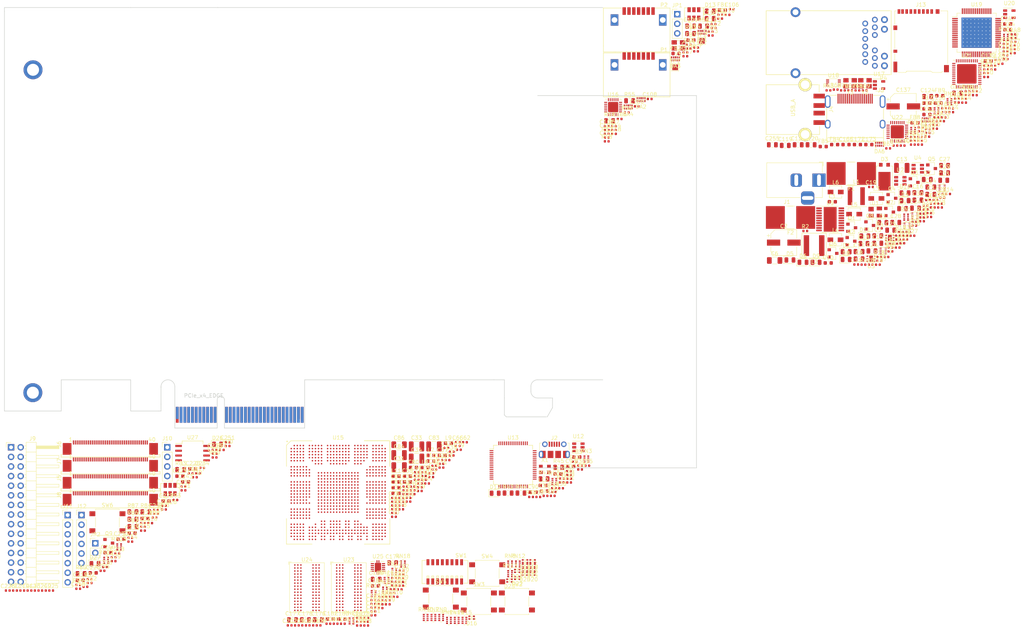
<source format=kicad_pcb>
(kicad_pcb (version 20171130) (host pcbnew 5.0.1)
  (layers (0 F.Cu signal) (31 B.Cu signal) (34 B.Paste user) (35 F.Paste user) (36 B.SilkS user) (37 F.SilkS user) (38 B.Mask user) (39 F.Mask user) (44 Edge.Cuts user))
  (net 0 "")
  (net 1 "/PCIe + SATA/DCU1_REFCLK-")
  (net 2 "/PCIe + SATA/DCU1_REFCLK+")
  (net 3 DDR3_A4)
  (net 4 DDR3_A6)
  (net 5 DDR3_A5)
  (net 6 DDR3_A7)
  (net 7 /DDR3/DDR3_VTT)
  (net 8 "Net-(RN2-Pad5)")
  (net 9 "Net-(RN2-Pad6)")
  (net 10 "Net-(R38-Pad2)")
  (net 11 "Net-(RN2-Pad7)")
  (net 12 +3V3)
  (net 13 /Power/1V2_EN)
  (net 14 /Power/2V5_EN)
  (net 15 /Power/1V35_EN)
  (net 16 "Net-(RN1-Pad4)")
  (net 17 +5V)
  (net 18 "Net-(RN1-Pad5)")
  (net 19 USD_D0)
  (net 20 USD_D3)
  (net 21 USD_CMD)
  (net 22 USD_D2)
  (net 23 "Net-(RN23-Pad1)")
  (net 24 GND)
  (net 25 "/FPGA IO/CFG0")
  (net 26 "Net-(RN23-Pad8)")
  (net 27 "/FPGA IO/CFG1")
  (net 28 "/FPGA IO/CFG2")
  (net 29 "/FPGA IO/FLASH_D3")
  (net 30 "/FPGA IO/FLASH_D1")
  (net 31 "/FPGA IO/FLASH_D2")
  (net 32 "/FPGA IO/FLASH_D0")
  (net 33 DDR3_WE)
  (net 34 DDR3_CKE)
  (net 35 DDR3_CS)
  (net 36 DDR3_ODT)
  (net 37 DDR3_CAS)
  (net 38 DDR3_BA2)
  (net 39 DDR3_RAS)
  (net 40 DDR3_BA1)
  (net 41 DDR3_A12)
  (net 42 DDR3_A14)
  (net 43 DDR3_A13)
  (net 44 DDR3_BA0)
  (net 45 DDR3_A11)
  (net 46 DDR3_A9)
  (net 47 DDR3_A10)
  (net 48 DDR3_A8)
  (net 49 DDR3_A0)
  (net 50 DDR3_A2)
  (net 51 DDR3_A1)
  (net 52 DDR3_A3)
  (net 53 "/HDMI, GbE, USB/ETH_LED2")
  (net 54 ETH_~RESET)
  (net 55 "/HDMI, GbE, USB/ETH_LED1")
  (net 56 RGMII_REF_CLK)
  (net 57 "Net-(D18-Pad4)")
  (net 58 "Net-(D20-Pad4)")
  (net 59 "Net-(D19-Pad4)")
  (net 60 "Net-(D21-Pad4)")
  (net 61 "Net-(D25-Pad4)")
  (net 62 "Net-(D23-Pad4)")
  (net 63 "Net-(D24-Pad4)")
  (net 64 "Net-(D22-Pad4)")
  (net 65 FTDI_D1_RX)
  (net 66 FTDI_~WR)
  (net 67 FTDI_~RD)
  (net 68 FTDI_~SIWU)
  (net 69 RGMII_RXD0)
  (net 70 RGMII_RXD2)
  (net 71 RGMII_RXD1)
  (net 72 RGMII_RXD3)
  (net 73 RGMII_RX_DV)
  (net 74 ETH_MDIO)
  (net 75 RGMII_RX_CLK)
  (net 76 ETH_INT_N)
  (net 77 "Net-(D17-Pad1)")
  (net 78 "Net-(D16-Pad1)")
  (net 79 "Net-(D14-Pad1)")
  (net 80 "Net-(D15-Pad1)")
  (net 81 DIP_SW1)
  (net 82 DIP_SW0)
  (net 83 DIP_SW2)
  (net 84 DIP_SW3)
  (net 85 DIP_SW7)
  (net 86 DIP_SW6)
  (net 87 DIP_SW4)
  (net 88 DIP_SW5)
  (net 89 "Net-(D14-Pad4)")
  (net 90 "Net-(D16-Pad4)")
  (net 91 "Net-(D15-Pad4)")
  (net 92 "Net-(D17-Pad4)")
  (net 93 "Net-(D21-Pad1)")
  (net 94 "Net-(D20-Pad1)")
  (net 95 "Net-(D18-Pad1)")
  (net 96 "Net-(D19-Pad1)")
  (net 97 BTN1)
  (net 98 BTN0)
  (net 99 BTN2)
  (net 100 BTN3)
  (net 101 "Net-(D25-Pad1)")
  (net 102 "Net-(D24-Pad1)")
  (net 103 "Net-(D22-Pad1)")
  (net 104 "Net-(D23-Pad1)")
  (net 105 "/FPGA IO/VCCIO7")
  (net 106 "Net-(R44-Pad2)")
  (net 107 JTAG_TDO)
  (net 108 JTAG_TDI)
  (net 109 "Net-(R43-Pad2)")
  (net 110 "Net-(R42-Pad2)")
  (net 111 JTAG_TCK)
  (net 112 JTAG_TMS)
  (net 113 "Net-(R45-Pad2)")
  (net 114 "/PCIe + SATA/CLKAUXO+")
  (net 115 "/PCIe + SATA/CLK150M-")
  (net 116 +1V8)
  (net 117 +2V5)
  (net 118 "/PCIe + SATA/CLKAUXO-")
  (net 119 "/FPGA IO/VCCIO6")
  (net 120 "/PCIe + SATA/CLK150M+")
  (net 121 CLK_SDA)
  (net 122 "Net-(R36-Pad2)")
  (net 123 FPGA_12MHz)
  (net 124 "/PCIe + SATA/PCIe_REFCLK+")
  (net 125 "/PCIe + SATA/PCIe_REFCLK-")
  (net 126 PCIe_12V)
  (net 127 "Net-(D13-Pad2)")
  (net 128 ~PERST)
  (net 129 "Net-(P3-PadA11)")
  (net 130 "Net-(D12-Pad2)")
  (net 131 "Net-(R40-Pad1)")
  (net 132 "Net-(R39-Pad1)")
  (net 133 "Net-(R38-Pad1)")
  (net 134 "Net-(R12-Pad2)")
  (net 135 "/PCIe + SATA/3V3_C")
  (net 136 "/PCIe + SATA/3V3_CA")
  (net 137 "Net-(R57-Pad1)")
  (net 138 "Net-(R58-Pad2)")
  (net 139 FABRIC_REFCLK)
  (net 140 "/HDMI, GbE, USB/PORT_SCL")
  (net 141 "/HDMI, GbE, USB/PORT_SDA")
  (net 142 "Net-(C121-Pad1)")
  (net 143 "Net-(R62-Pad1)")
  (net 144 /Power/3V3_PG)
  (net 145 "Net-(D27-Pad2)")
  (net 146 "/FPGA IO/~PROGRAM")
  (net 147 "Net-(R80-Pad1)")
  (net 148 "Net-(R81-Pad1)")
  (net 149 "/FPGA IO/FLASH_~CS")
  (net 150 "/FPGA IO/FLASH_CLK")
  (net 151 "/FPGA IO/DONE")
  (net 152 "Net-(Q9-Pad1)")
  (net 153 "Net-(D26-Pad2)")
  (net 154 "Net-(R79-Pad1)")
  (net 155 "/FPGA IO/~INIT")
  (net 156 "Net-(C9-Pad1)")
  (net 157 "Net-(C11-Pad1)")
  (net 158 "Net-(Q2-Pad3)")
  (net 159 "Net-(D5-Pad1)")
  (net 160 /Power/1V2_PG)
  (net 161 USD_D1)
  (net 162 USD_CLK)
  (net 163 "Net-(R97-Pad1)")
  (net 164 "Net-(Q2-Pad1)")
  (net 165 +1V2A)
  (net 166 "Net-(R5-Pad2)")
  (net 167 "Net-(D1-Pad2)")
  (net 168 "Net-(D2-Pad2)")
  (net 169 "Net-(C7-Pad1)")
  (net 170 "Net-(D4-Pad2)")
  (net 171 +12V)
  (net 172 "Net-(R74-Pad1)")
  (net 173 "/Debug Interface/PORT_D-")
  (net 174 "/Debug Interface/FTDI_D-")
  (net 175 "/Debug Interface/FTDI_D+")
  (net 176 "/Debug Interface/PORT_D+")
  (net 177 "Net-(C22-Pad2)")
  (net 178 "Net-(R71-Pad2)")
  (net 179 "/HDMI, GbE, USB/USB_XO")
  (net 180 "/HDMI, GbE, USB/USB_XI")
  (net 181 "Net-(R73-Pad1)")
  (net 182 "/HDMI, GbE, USB/USBA_VBUS")
  (net 183 "/HDMI, GbE, USB/EXTVBUS")
  (net 184 DVI_SCL)
  (net 185 DVI_SDA)
  (net 186 CLK_SCL)
  (net 187 "Net-(R70-Pad1)")
  (net 188 "Net-(C175-Pad2)")
  (net 189 DDR3_CLK+)
  (net 190 "Net-(P4-Pad16)")
  (net 191 "Net-(R66-Pad1)")
  (net 192 "Net-(R65-Pad1)")
  (net 193 "/HDMI, GbE, USB/HDMI_HPD")
  (net 194 DDR3_CLK-)
  (net 195 "Net-(C179-Pad1)")
  (net 196 +1V35)
  (net 197 +1V2)
  (net 198 "Net-(D10-Pad2)")
  (net 199 "Net-(P4-Pad14)")
  (net 200 "Net-(C12-Pad2)")
  (net 201 "Net-(D6-Pad2)")
  (net 202 +1V2T)
  (net 203 "Net-(Q4-Pad1)")
  (net 204 "Net-(Q4-Pad3)")
  (net 205 "Net-(D7-Pad1)")
  (net 206 "Net-(C19-Pad2)")
  (net 207 "Net-(C20-Pad2)")
  (net 208 "Net-(C21-Pad2)")
  (net 209 "/Debug Interface/FTDI_12MHz")
  (net 210 "Net-(D11-Pad2)")
  (net 211 /Power/2V5_PG)
  (net 212 /Power/1V35_PG)
  (net 213 /Power/1V8_PG)
  (net 214 "Net-(D8-Pad2)")
  (net 215 "Net-(D9-Pad2)")
  (net 216 "Net-(C8-Pad2)")
  (net 217 "Net-(C8-Pad1)")
  (net 218 /Power/PWR_EN)
  (net 219 "/HDMI, GbE, USB/HDMI_5V")
  (net 220 "Net-(U17-Pad3)")
  (net 221 "Net-(D9-Pad1)")
  (net 222 "Net-(D11-Pad1)")
  (net 223 "Net-(D26-Pad1)")
  (net 224 "Net-(D2-Pad1)")
  (net 225 "Net-(D6-Pad1)")
  (net 226 "Net-(D10-Pad1)")
  (net 227 "Net-(D8-Pad1)")
  (net 228 "Net-(U1-Pad3)")
  (net 229 DDR3_Vref)
  (net 230 DDR3_Vtt_EN)
  (net 231 "Net-(U5-Pad2)")
  (net 232 "Net-(L1-Pad1)")
  (net 233 "Net-(C11-Pad2)")
  (net 234 "Net-(U13-Pad3)")
  (net 235 "/Debug Interface/Vphy")
  (net 236 "/Debug Interface/Vpll")
  (net 237 "/Debug Interface/JTAG_ACT")
  (net 238 "Net-(U13-Pad22)")
  (net 239 "Net-(U13-Pad23)")
  (net 240 "Net-(U13-Pad24)")
  (net 241 "Net-(U13-Pad26)")
  (net 242 "Net-(U13-Pad27)")
  (net 243 "Net-(U13-Pad28)")
  (net 244 "Net-(U13-Pad29)")
  (net 245 "Net-(U13-Pad30)")
  (net 246 "Net-(U13-Pad32)")
  (net 247 "Net-(U13-Pad33)")
  (net 248 "Net-(U13-Pad34)")
  (net 249 "Net-(U13-Pad36)")
  (net 250 FTDI_D0_TX)
  (net 251 FTDI_D2)
  (net 252 FTDI_D3)
  (net 253 FTDI_D4)
  (net 254 FTDI_D5)
  (net 255 FTDI_D6)
  (net 256 FTDI_D7)
  (net 257 FTDI_~RXF)
  (net 258 "Net-(U13-Pad49)")
  (net 259 "Net-(U13-Pad50)")
  (net 260 FTDI_~TXE)
  (net 261 "Net-(U13-Pad57)")
  (net 262 "Net-(U13-Pad58)")
  (net 263 "Net-(U13-Pad59)")
  (net 264 "Net-(U13-Pad60)")
  (net 265 "/HDMI, GbE, USB/DVI_DVDD")
  (net 266 DVI_DE)
  (net 267 DVI_HSYNC)
  (net 268 DVI_VSYNC)
  (net 269 "Net-(U19-Pad11)")
  (net 270 "/HDMI, GbE, USB/DVI_PVDD")
  (net 271 "/HDMI, GbE, USB/TMDS_CLK-")
  (net 272 "/HDMI, GbE, USB/TMDS_CLK+")
  (net 273 "/HDMI, GbE, USB/DVI_TVDD")
  (net 274 "/HDMI, GbE, USB/TMDS_D0-")
  (net 275 "/HDMI, GbE, USB/TMDS_D0+")
  (net 276 "/HDMI, GbE, USB/TMDS_D1-")
  (net 277 "/HDMI, GbE, USB/TMDS_D1+")
  (net 278 "/HDMI, GbE, USB/TMDS_D2-")
  (net 279 "/HDMI, GbE, USB/TMDS_D2+")
  (net 280 DVI_D23)
  (net 281 DVI_D22)
  (net 282 DVI_D21)
  (net 283 DVI_D20)
  (net 284 DVI_D19)
  (net 285 DVI_D18)
  (net 286 DVI_D17)
  (net 287 DVI_D16)
  (net 288 DVI_D15)
  (net 289 DVI_D14)
  (net 290 DVI_D13)
  (net 291 DVI_D12)
  (net 292 "Net-(U19-Pad49)")
  (net 293 DVI_D11)
  (net 294 DVI_D10)
  (net 295 DVI_D9)
  (net 296 DVI_D8)
  (net 297 DVI_D7)
  (net 298 DVI_D6)
  (net 299 DVI_CLK)
  (net 300 DVI_D5)
  (net 301 DVI_D4)
  (net 302 DVI_D3)
  (net 303 DVI_D2)
  (net 304 DVI_D1)
  (net 305 DVI_D0)
  (net 306 "/HDMI, GbE, USB/AVDDH")
  (net 307 "/HDMI, GbE, USB/MX4-")
  (net 308 "/HDMI, GbE, USB/MX4+")
  (net 309 "/HDMI, GbE, USB/AVDDL")
  (net 310 "/HDMI, GbE, USB/MX3-")
  (net 311 "/HDMI, GbE, USB/MX3+")
  (net 312 "/HDMI, GbE, USB/MX2-")
  (net 313 "/HDMI, GbE, USB/MX2+")
  (net 314 "/HDMI, GbE, USB/MX1-")
  (net 315 "/HDMI, GbE, USB/MX1+")
  (net 316 "Net-(U21-Pad13)")
  (net 317 RGMII_TXD0)
  (net 318 RGMII_TXD1)
  (net 319 RGMII_TXD2)
  (net 320 RGMII_TXD3)
  (net 321 RGMII_TX_CLK)
  (net 322 RGMII_TX_EN)
  (net 323 ETH_MDC)
  (net 324 "Net-(U21-Pad43)")
  (net 325 "/HDMI, GbE, USB/AVDDL_PLL")
  (net 326 "/HDMI, GbE, USB/ETH_XO")
  (net 327 "/HDMI, GbE, USB/ETH_XI")
  (net 328 "Net-(U21-Pad47)")
  (net 329 "Net-(U22-Pad3)")
  (net 330 "Net-(U22-Pad5)")
  (net 331 "/HDMI, GbE, USB/USBA_D+")
  (net 332 "/HDMI, GbE, USB/USBA_D-")
  (net 333 ULPI_RESET)
  (net 334 ULPI_NXT)
  (net 335 ULPI_DIR)
  (net 336 ULPI_STP)
  (net 337 ULPI_CLKO)
  (net 338 "/HDMI, GbE, USB/USB1V8")
  (net 339 ULPI_D7)
  (net 340 ULPI_D6)
  (net 341 ULPI_D5)
  (net 342 ULPI_D4)
  (net 343 ULPI_D3)
  (net 344 ULPI_D2)
  (net 345 ULPI_D1)
  (net 346 ULPI_D0)
  (net 347 "Net-(C117-Pad1)")
  (net 348 "Net-(C115-Pad2)")
  (net 349 CLK_SD_OE)
  (net 350 "Net-(U16-Pad11)")
  (net 351 "Net-(U16-Pad12)")
  (net 352 "/PCIe + SATA/1V8_C")
  (net 353 "Net-(U16-Pad16)")
  (net 354 "/PCIe + SATA/DCU0_REFCLK-")
  (net 355 "/PCIe + SATA/DCU0_REFCLK+")
  (net 356 "Net-(U16-Pad24)")
  (net 357 DDR3_DQ13)
  (net 358 DDR3_DQ15)
  (net 359 DDR3_DQ12)
  (net 360 DDR3_DQS1-)
  (net 361 DDR3_DQ14)
  (net 362 DDR3_DQ11)
  (net 363 DDR3_DQ9)
  (net 364 DDR3_DQS1+)
  (net 365 DDR3_DQ10)
  (net 366 DDR3_DM1)
  (net 367 DDR3_DQ8)
  (net 368 DDR3_DQ0)
  (net 369 DDR3_DM0)
  (net 370 DDR3_DQ2)
  (net 371 DDR3_DQS0+)
  (net 372 DDR3_DQ1)
  (net 373 DDR3_DQ3)
  (net 374 DDR3_DQ6)
  (net 375 DDR3_DQS0-)
  (net 376 DDR3_DQ4)
  (net 377 DDR3_DQ7)
  (net 378 DDR3_DQ5)
  (net 379 "Net-(U23-PadJ1)")
  (net 380 "Net-(U23-PadJ9)")
  (net 381 "Net-(U23-PadL1)")
  (net 382 "Net-(U23-PadL9)")
  (net 383 "Net-(U23-PadM7)")
  (net 384 DDR3_RESET)
  (net 385 "Net-(U24-PadM7)")
  (net 386 "Net-(U24-PadL9)")
  (net 387 "Net-(U24-PadL1)")
  (net 388 "Net-(U24-PadJ9)")
  (net 389 "Net-(U24-PadJ1)")
  (net 390 DDR3_DQ21)
  (net 391 DDR3_DQ23)
  (net 392 DDR3_DQ20)
  (net 393 DDR3_DQS2-)
  (net 394 DDR3_DQ22)
  (net 395 DDR3_DQ19)
  (net 396 DDR3_DQ17)
  (net 397 DDR3_DQS2+)
  (net 398 DDR3_DQ18)
  (net 399 DDR3_DM2)
  (net 400 DDR3_DQ16)
  (net 401 DDR3_DQ24)
  (net 402 DDR3_DM3)
  (net 403 DDR3_DQ26)
  (net 404 DDR3_DQS3+)
  (net 405 DDR3_DQ25)
  (net 406 DDR3_DQ27)
  (net 407 DDR3_DQ30)
  (net 408 DDR3_DQS3-)
  (net 409 DDR3_DQ28)
  (net 410 DDR3_DQ31)
  (net 411 DDR3_DQ29)
  (net 412 "Net-(X1-Pad1)")
  (net 413 "Net-(L4-Pad1)")
  (net 414 "Net-(L5-Pad1)")
  (net 415 "Net-(L3-Pad1)")
  (net 416 "Net-(L6-Pad1)")
  (net 417 "Net-(C111-Pad1)")
  (net 418 "/FPGA Core Power/VCCHTX1")
  (net 419 "/FPGA Core Power/VCCHTX0")
  (net 420 "/FPGA Core Power/VCCA0")
  (net 421 "/FPGA Core Power/VCCAUX")
  (net 422 "/FPGA Core Power/VCCA1")
  (net 423 "/PCIe + SATA/SATA1_A+")
  (net 424 "/PCIe + SATA/SATA1_A-")
  (net 425 "/PCIe + SATA/DCU1_RX1-")
  (net 426 "/PCIe + SATA/DCU1_RX1+")
  (net 427 "/PCIe + SATA/SATA0_A+")
  (net 428 "/PCIe + SATA/SATA0_A-")
  (net 429 "/PCIe + SATA/DCU1_RX0-")
  (net 430 "/PCIe + SATA/DCU1_RX0+")
  (net 431 "/PCIe + SATA/PCIe_HSI0+")
  (net 432 "/PCIe + SATA/PCIe_HSI0-")
  (net 433 "/PCIe + SATA/PCIe_HSI1+")
  (net 434 "/PCIe + SATA/PCIe_HSI1-")
  (net 435 "/PCIe + SATA/DCU0_RX0+")
  (net 436 "/PCIe + SATA/DCU0_RX0-")
  (net 437 "/PCIe + SATA/DCU0_RX1+")
  (net 438 "/PCIe + SATA/DCU0_RX1-")
  (net 439 "Net-(U6-Pad2)")
  (net 440 "Net-(U6-Pad5)")
  (net 441 "Net-(U3-Pad5)")
  (net 442 "Net-(U3-Pad2)")
  (net 443 "Net-(U10-Pad4)")
  (net 444 "Net-(U9-Pad4)")
  (net 445 "Net-(U8-Pad4)")
  (net 446 "Net-(U7-Pad4)")
  (net 447 "Net-(J5-Pad38)")
  (net 448 "/FPGA IO/EXT0_11-")
  (net 449 "/FPGA IO/EXT0_11+")
  (net 450 "/FPGA IO/EXT0_10-")
  (net 451 "/FPGA IO/EXT0_10+")
  (net 452 "/FPGA IO/EXT0_9-")
  (net 453 "/FPGA IO/EXT0_9+")
  (net 454 "/FPGA IO/EXT0_8-")
  (net 455 "/FPGA IO/EXT0_8+")
  (net 456 "/FPGA IO/EXT0_7-")
  (net 457 "/FPGA IO/EXT0_7+")
  (net 458 "/FPGA IO/EXT0_6-")
  (net 459 "/FPGA IO/EXT0_6+")
  (net 460 "/FPGA IO/EXT0_5-")
  (net 461 "/FPGA IO/EXT0_5+")
  (net 462 "/FPGA IO/EXT0_4-")
  (net 463 "/FPGA IO/EXT0_4+")
  (net 464 "/FPGA IO/EXT0_3-")
  (net 465 "/FPGA IO/EXT0_3+")
  (net 466 "/FPGA IO/EXT0_2-")
  (net 467 "/FPGA IO/EXT0_2+")
  (net 468 "/FPGA IO/EXT0_1-")
  (net 469 "/FPGA IO/EXT0_1+")
  (net 470 "/FPGA IO/EXT0_0-")
  (net 471 "/FPGA IO/EXT0_0+")
  (net 472 "/FPGA IO/EXT3_0+")
  (net 473 "/FPGA IO/EXT3_0-")
  (net 474 "/FPGA IO/EXT3_1+")
  (net 475 "/FPGA IO/EXT3_1-")
  (net 476 "/FPGA IO/EXT3_2+")
  (net 477 "/FPGA IO/EXT3_2-")
  (net 478 "/FPGA IO/EXT3_3+")
  (net 479 "/FPGA IO/EXT3_3-")
  (net 480 "/FPGA IO/EXT3_4+")
  (net 481 "/FPGA IO/EXT3_4-")
  (net 482 "/FPGA IO/EXT3_5+")
  (net 483 "/FPGA IO/EXT3_5-")
  (net 484 "/FPGA IO/EXT3_6+")
  (net 485 "/FPGA IO/EXT3_6-")
  (net 486 "/FPGA IO/EXT3_7+")
  (net 487 "/FPGA IO/EXT3_7-")
  (net 488 "/FPGA IO/EXT3_8+")
  (net 489 "/FPGA IO/EXT3_8-")
  (net 490 "/FPGA IO/EXT3_9+")
  (net 491 "/FPGA IO/EXT3_9-")
  (net 492 "/FPGA IO/EXT3_10+")
  (net 493 "/FPGA IO/EXT3_10-")
  (net 494 "/FPGA IO/EXT3_11+")
  (net 495 "/FPGA IO/EXT3_11-")
  (net 496 "Net-(J8-Pad38)")
  (net 497 "Net-(J6-Pad38)")
  (net 498 "/FPGA IO/EXT1_11-")
  (net 499 "/FPGA IO/EXT1_11+")
  (net 500 "/FPGA IO/EXT1_10-")
  (net 501 "/FPGA IO/EXT1_10+")
  (net 502 "/FPGA IO/EXT1_9-")
  (net 503 "/FPGA IO/EXT1_9+")
  (net 504 "/FPGA IO/EXT1_8-")
  (net 505 "/FPGA IO/EXT1_8+")
  (net 506 "/FPGA IO/EXT1_7-")
  (net 507 "/FPGA IO/EXT1_7+")
  (net 508 "/FPGA IO/EXT1_6-")
  (net 509 "/FPGA IO/EXT1_6+")
  (net 510 "/FPGA IO/EXT1_5-")
  (net 511 "/FPGA IO/EXT1_5+")
  (net 512 "/FPGA IO/EXT1_4-")
  (net 513 "/FPGA IO/EXT1_4+")
  (net 514 "/FPGA IO/EXT1_3-")
  (net 515 "/FPGA IO/EXT1_3+")
  (net 516 "/FPGA IO/EXT1_2-")
  (net 517 "/FPGA IO/EXT1_2+")
  (net 518 "/FPGA IO/EXT1_1-")
  (net 519 "/FPGA IO/EXT1_1+")
  (net 520 "/FPGA IO/EXT1_0-")
  (net 521 "/FPGA IO/EXT1_0+")
  (net 522 "/FPGA IO/EXT2_0+")
  (net 523 "/FPGA IO/EXT2_0-")
  (net 524 "/FPGA IO/EXT2_1+")
  (net 525 "/FPGA IO/EXT2_1-")
  (net 526 "/FPGA IO/EXT2_2+")
  (net 527 "/FPGA IO/EXT2_2-")
  (net 528 "/FPGA IO/EXT2_3+")
  (net 529 "/FPGA IO/EXT2_3-")
  (net 530 "/FPGA IO/EXT2_4+")
  (net 531 "/FPGA IO/EXT2_4-")
  (net 532 "/FPGA IO/EXT2_5+")
  (net 533 "/FPGA IO/EXT2_5-")
  (net 534 "/FPGA IO/EXT2_6+")
  (net 535 "/FPGA IO/EXT2_6-")
  (net 536 "/FPGA IO/EXT2_7+")
  (net 537 "/FPGA IO/EXT2_7-")
  (net 538 "/FPGA IO/EXT2_8+")
  (net 539 "/FPGA IO/EXT2_8-")
  (net 540 "/FPGA IO/EXT2_9+")
  (net 541 "/FPGA IO/EXT2_9-")
  (net 542 "/FPGA IO/EXT2_10+")
  (net 543 "/FPGA IO/EXT2_10-")
  (net 544 "/FPGA IO/EXT2_11+")
  (net 545 "/FPGA IO/EXT2_11-")
  (net 546 "Net-(J7-Pad38)")
  (net 547 "Net-(C132-Pad1)")
  (net 548 "Net-(C135-Pad1)")
  (net 549 "Net-(C133-Pad1)")
  (net 550 "Net-(C134-Pad1)")
  (net 551 "Net-(P3-PadB5)")
  (net 552 "Net-(P3-PadB6)")
  (net 553 "Net-(P3-PadB8)")
  (net 554 "Net-(P3-PadB9)")
  (net 555 "Net-(P3-PadB10)")
  (net 556 PCIe_~WAKE)
  (net 557 "Net-(P3-PadB12)")
  (net 558 "/PCIe + SATA/~PRSNT2~_X1")
  (net 559 "Net-(P3-PadB23)")
  (net 560 "Net-(P3-PadB24)")
  (net 561 "Net-(P3-PadB27)")
  (net 562 "Net-(P3-PadB28)")
  (net 563 "Net-(P3-PadB30)")
  (net 564 "/PCIe + SATA/~PRSNT2~_X4")
  (net 565 "/PCIe + SATA/~PRSNT1")
  (net 566 "Net-(P3-PadA5)")
  (net 567 "Net-(P3-PadA6)")
  (net 568 "Net-(P3-PadA7)")
  (net 569 "Net-(P3-PadA8)")
  (net 570 "Net-(P3-PadA9)")
  (net 571 "Net-(P3-PadA10)")
  (net 572 "Net-(P3-PadA19)")
  (net 573 "Net-(P3-PadA25)")
  (net 574 "Net-(P3-PadA26)")
  (net 575 "Net-(P3-PadA29)")
  (net 576 "Net-(P3-PadA30)")
  (net 577 "Net-(P3-PadA32)")
  (net 578 "Net-(U14-Pad2)")
  (net 579 "Net-(U14-Pad1)")
  (net 580 "Net-(U26-Pad1)")
  (net 581 "Net-(U26-Pad2)")
  (net 582 "/FPGA IO/CLK100+")
  (net 583 "/FPGA IO/CLK100-")
  (net 584 "Net-(J3-Pad14)")
  (net 585 "Net-(J3-Pad13)")
  (net 586 LED2)
  (net 587 LED11)
  (net 588 LED10)
  (net 589 LED0)
  (net 590 LED1)
  (net 591 LED3)
  (net 592 LED4)
  (net 593 LED5)
  (net 594 LED6)
  (net 595 LED7)
  (net 596 LED8)
  (net 597 LED9)
  (net 598 "Net-(F2-Pad2)")
  (net 599 "Net-(U15-PadR1)")
  (net 600 "Net-(U15-PadY1)")
  (net 601 "Net-(U15-PadAB1)")
  (net 602 "Net-(U15-PadAC1)")
  (net 603 "Net-(U15-PadAD1)")
  (net 604 "Net-(U15-PadAE1)")
  (net 605 "Net-(U15-PadA2)")
  (net 606 "Net-(U15-PadT2)")
  (net 607 "Net-(U15-PadW2)")
  (net 608 "Net-(U15-PadAB2)")
  (net 609 "Net-(U15-PadAC2)")
  (net 610 "Net-(U15-PadAE2)")
  (net 611 "Net-(U15-PadAG2)")
  (net 612 "Net-(U15-PadA3)")
  (net 613 "Net-(U15-PadV3)")
  (net 614 "Net-(U15-PadW3)")
  (net 615 "Net-(U15-PadY3)")
  (net 616 "Net-(U15-PadAC3)")
  (net 617 "Net-(U15-PadAD3)")
  (net 618 "Net-(U15-PadAE3)")
  (net 619 "Net-(U15-PadAG3)")
  (net 620 "Net-(U15-PadAL3)")
  (net 621 "Net-(U15-PadB4)")
  (net 622 "Net-(U15-PadH4)")
  (net 623 "Net-(U15-PadAC4)")
  (net 624 "Net-(U15-PadA5)")
  (net 625 "Net-(U15-PadL5)")
  (net 626 "Net-(U15-PadW6)")
  (net 627 "Net-(U15-PadD7)")
  (net 628 "Net-(U15-PadE7)")
  (net 629 "Net-(U15-PadAE7)")
  (net 630 "Net-(U15-PadG9)")
  (net 631 "/PCIe + SATA/DCU0_TX0+")
  (net 632 "Net-(U15-PadG10)")
  (net 633 "/PCIe + SATA/DCU0_TX0-")
  (net 634 "Net-(U15-PadG11)")
  (net 635 "/PCIe + SATA/DCU0_TX1+")
  (net 636 "/PCIe + SATA/DCU0_TX1-")
  (net 637 "/FPGA IO/PMOD1_10")
  (net 638 "/FPGA IO/PMOD1_9")
  (net 639 "Net-(U15-PadG14)")
  (net 640 "Net-(U15-PadG15)")
  (net 641 "Net-(U15-PadAK15)")
  (net 642 "Net-(U15-PadG16)")
  (net 643 "Net-(U15-PadAK16)")
  (net 644 "Net-(U15-PadG17)")
  (net 645 "Net-(U15-PadG18)")
  (net 646 "/PCIe + SATA/DCU1_TX0+")
  (net 647 "Net-(U15-PadG19)")
  (net 648 "/PCIe + SATA/DCU1_TX0-")
  (net 649 "/FPGA IO/PMOD1_8")
  (net 650 "/FPGA IO/PMOD1_7")
  (net 651 "/PCIe + SATA/DCU1_TX1+")
  (net 652 "/PCIe + SATA/DCU1_TX1-")
  (net 653 "/FPGA IO/EXIO_5")
  (net 654 "/FPGA IO/EXIO_4")
  (net 655 "/FPGA IO/EXIO_3")
  (net 656 "Net-(U15-PadG22)")
  (net 657 "/FPGA IO/PMOD1_3")
  (net 658 "/FPGA IO/PMOD1_2")
  (net 659 "/FPGA IO/PMOD1_0")
  (net 660 "/FPGA IO/PMOD1_1")
  (net 661 "/FPGA IO/EXIO_2")
  (net 662 "Net-(U15-PadG23)")
  (net 663 "/FPGA IO/EXIO_1")
  (net 664 "/FPGA IO/PMOD0_10")
  (net 665 "/FPGA IO/EXIO_0")
  (net 666 "/FPGA IO/PMOD0_9")
  (net 667 "Net-(U15-PadG24)")
  (net 668 "Net-(U15-PadAG24)")
  (net 669 "Net-(U15-PadAK24)")
  (net 670 "/FPGA IO/PMOD0_8")
  (net 671 "/FPGA IO/PMOD0_3")
  (net 672 "/FPGA IO/PMOD0_7")
  (net 673 "/FPGA IO/PMOD0_2")
  (net 674 "/FPGA IO/PMOD0_1")
  (net 675 "Net-(U15-PadAK25)")
  (net 676 "/FPGA IO/PMOD0_0")
  (net 677 "Net-(U15-PadB26)")
  (net 678 "Net-(U15-PadE26)")
  (net 679 "Net-(U15-PadR26)")
  (net 680 "Net-(U15-PadT26)")
  (net 681 "Net-(U15-PadAE26)")
  (net 682 "Net-(U15-PadH27)")
  (net 683 "Net-(U15-PadJ27)")
  (net 684 "Net-(U15-PadK27)")
  (net 685 "Net-(U15-PadW27)")
  (net 686 "Net-(U15-PadC28)")
  (net 687 "Net-(U15-PadD28)")
  (net 688 "Net-(U15-PadH28)")
  (net 689 "Net-(U15-PadL28)")
  (net 690 "Net-(U15-PadP28)")
  (net 691 "Net-(U15-PadAC28)")
  (net 692 "Net-(U15-PadAE28)")
  (net 693 "Net-(U15-PadC29)")
  (net 694 "Net-(U15-PadD29)")
  (net 695 "Net-(U15-PadH29)")
  (net 696 "Net-(U15-PadP29)")
  (net 697 "Net-(U15-PadAB29)")
  (net 698 "Net-(U15-PadAC29)")
  (net 699 "Net-(U15-PadAE29)")
  (net 700 "Net-(U15-PadAJ29)")
  (net 701 "Net-(U15-PadC30)")
  (net 702 "Net-(U15-PadP30)")
  (net 703 "Net-(U15-PadR30)")
  (net 704 "Net-(U15-PadV30)")
  (net 705 "Net-(U15-PadAB30)")
  (net 706 "Net-(U15-PadAE30)")
  (net 707 "Net-(U15-PadAJ30)")
  (net 708 "Net-(U15-PadA31)")
  (net 709 "Net-(U15-PadF31)")
  (net 710 "Net-(U15-PadH31)")
  (net 711 "Net-(U15-PadP31)")
  (net 712 "Net-(U15-PadAG31)")
  (net 713 "Net-(U15-PadAK31)")
  (net 714 "Net-(U15-PadE32)")
  (net 715 "Net-(U15-PadF32)")
  (net 716 "Net-(U15-PadH32)")
  (net 717 "Net-(U15-PadAG32)")
  (net 718 "Net-(J2-Pad1)")
  (net 719 "Net-(J2-Pad4)")
  (module Button_Switch_SMD:SW_SPST_B3S-1000 (layer F.Cu) (at 84.675001 136.525001)
    (fp_text reference SW6 (at 0 -4.5) (layer F.SilkS))
    (fp_text value SW_Push)
    (pad 2 smd rect (at 3.975 2.25) (size 1.55 1.3) (layers F.Cu F.Paste F.Mask) (net 146 "/FPGA IO/~PROGRAM"))
    (pad 2 smd rect (at -3.975 2.25) (size 1.55 1.3) (layers F.Cu F.Paste F.Mask) (net 146 "/FPGA IO/~PROGRAM"))
    (pad 1 smd rect (at 3.975 -2.25) (size 1.55 1.3) (layers F.Cu F.Paste F.Mask) (net 24 GND))
    (pad 1 smd rect (at -3.975 -2.25) (size 1.55 1.3) (layers F.Cu F.Paste F.Mask) (net 24 GND))
  )
  (module Button_Switch_SMD:SW_SPST_B3S-1000 (layer F.Cu) (at 172.725001 156.695001)
    (fp_text reference SW5 (at 0 -4.5) (layer F.SilkS))
    (fp_text value SW_Push)
    (pad 2 smd rect (at 3.975 2.25) (size 1.55 1.3) (layers F.Cu F.Paste F.Mask) (net 196 +1V35))
    (pad 2 smd rect (at -3.975 2.25) (size 1.55 1.3) (layers F.Cu F.Paste F.Mask) (net 196 +1V35))
    (pad 1 smd rect (at 3.975 -2.25) (size 1.55 1.3) (layers F.Cu F.Paste F.Mask) (net 100 BTN3))
    (pad 1 smd rect (at -3.975 -2.25) (size 1.55 1.3) (layers F.Cu F.Paste F.Mask) (net 100 BTN3))
  )
  (module Button_Switch_SMD:SW_SPST_B3S-1000 (layer F.Cu) (at 184.975001 150.015001)
    (fp_text reference SW4 (at 0 -4.5) (layer F.SilkS))
    (fp_text value SW_Push)
    (pad 2 smd rect (at 3.975 2.25) (size 1.55 1.3) (layers F.Cu F.Paste F.Mask) (net 196 +1V35))
    (pad 2 smd rect (at -3.975 2.25) (size 1.55 1.3) (layers F.Cu F.Paste F.Mask) (net 196 +1V35))
    (pad 1 smd rect (at 3.975 -2.25) (size 1.55 1.3) (layers F.Cu F.Paste F.Mask) (net 99 BTN2))
    (pad 1 smd rect (at -3.975 -2.25) (size 1.55 1.3) (layers F.Cu F.Paste F.Mask) (net 99 BTN2))
  )
  (module Button_Switch_SMD:SW_SPST_B3S-1000 (layer F.Cu) (at 182.775001 157.465001)
    (fp_text reference SW3 (at 0 -4.5) (layer F.SilkS))
    (fp_text value SW_Push)
    (pad 2 smd rect (at 3.975 2.25) (size 1.55 1.3) (layers F.Cu F.Paste F.Mask) (net 196 +1V35))
    (pad 2 smd rect (at -3.975 2.25) (size 1.55 1.3) (layers F.Cu F.Paste F.Mask) (net 196 +1V35))
    (pad 1 smd rect (at 3.975 -2.25) (size 1.55 1.3) (layers F.Cu F.Paste F.Mask) (net 97 BTN1))
    (pad 1 smd rect (at -3.975 -2.25) (size 1.55 1.3) (layers F.Cu F.Paste F.Mask) (net 97 BTN1))
  )
  (module Button_Switch_SMD:SW_SPST_B3S-1000 (layer F.Cu) (at 192.825001 157.465001)
    (fp_text reference SW2 (at 0 -4.5) (layer F.SilkS))
    (fp_text value SW_Push)
    (pad 2 smd rect (at 3.975 2.25) (size 1.55 1.3) (layers F.Cu F.Paste F.Mask) (net 196 +1V35))
    (pad 2 smd rect (at -3.975 2.25) (size 1.55 1.3) (layers F.Cu F.Paste F.Mask) (net 196 +1V35))
    (pad 1 smd rect (at 3.975 -2.25) (size 1.55 1.3) (layers F.Cu F.Paste F.Mask) (net 98 BTN0))
    (pad 1 smd rect (at -3.975 -2.25) (size 1.55 1.3) (layers F.Cu F.Paste F.Mask) (net 98 BTN0))
  )
  (module Capacitor_SMD:CP_Elec_6.3x5.8 (layer F.Cu) (at 263.315001 62.605001)
    (fp_text reference C2 (at 0 -4.35) (layer F.SilkS))
    (fp_text value 100µF/25V)
    (pad 2 smd rect (at 2.7 0) (size 3.5 1.6) (layers F.Cu F.Paste F.Mask) (net 24 GND))
    (pad 1 smd rect (at -2.7 0) (size 3.5 1.6) (layers F.Cu F.Paste F.Mask) (net 171 +12V))
  )
  (module Capacitor_SMD:CP_Elec_6.3x5.8 (layer F.Cu) (at 294.885001 26.595001)
    (fp_text reference C137 (at 0 -4.35) (layer F.SilkS))
    (fp_text value 100u)
    (pad 2 smd rect (at 2.7 0) (size 3.5 1.6) (layers F.Cu F.Paste F.Mask) (net 24 GND))
    (pad 1 smd rect (at -2.7 0) (size 3.5 1.6) (layers F.Cu F.Paste F.Mask) (net 182 "/HDMI, GbE, USB/USBA_VBUS"))
  )
  (module Capacitor_SMD:C_0402_1005Metric (layer F.Cu) (at 286.345001 47.895001)
    (fp_text reference C19 (at 0 -1.17) (layer F.SilkS))
    (fp_text value 120p)
    (pad 2 smd roundrect (at 0.485 0) (size 0.59 0.64) (layers F.Cu F.Paste F.Mask) (net 206 "Net-(C19-Pad2)"))
    (pad 1 smd roundrect (at -0.485 0) (size 0.59 0.64) (layers F.Cu F.Paste F.Mask) (net 196 +1V35))
  )
  (module Capacitor_SMD:C_0402_1005Metric (layer F.Cu) (at 282.445001 68.395001)
    (fp_text reference C11 (at 0 -1.17) (layer F.SilkS))
    (fp_text value 180p)
    (pad 2 smd roundrect (at 0.485 0) (size 0.59 0.64) (layers F.Cu F.Paste F.Mask) (net 233 "Net-(C11-Pad2)"))
    (pad 1 smd roundrect (at -0.485 0) (size 0.59 0.64) (layers F.Cu F.Paste F.Mask) (net 157 "Net-(C11-Pad1)"))
  )
  (module Capacitor_SMD:C_0402_1005Metric (layer F.Cu) (at 301.405001 51.335001)
    (fp_text reference C9 (at 0 -1.17) (layer F.SilkS))
    (fp_text value 1.8n)
    (pad 2 smd roundrect (at 0.485 0) (size 0.59 0.64) (layers F.Cu F.Paste F.Mask) (net 233 "Net-(C11-Pad2)"))
    (pad 1 smd roundrect (at -0.485 0) (size 0.59 0.64) (layers F.Cu F.Paste F.Mask) (net 156 "Net-(C9-Pad1)"))
  )
  (module Capacitor_SMD:C_0402_1005Metric (layer F.Cu) (at 300.765001 52.845001)
    (fp_text reference C7 (at 0 -1.17) (layer F.SilkS))
    (fp_text value 100n)
    (pad 2 smd roundrect (at 0.485 0) (size 0.59 0.64) (layers F.Cu F.Paste F.Mask) (net 24 GND))
    (pad 1 smd roundrect (at -0.485 0) (size 0.59 0.64) (layers F.Cu F.Paste F.Mask) (net 169 "Net-(C7-Pad1)"))
  )
  (module Capacitor_SMD:C_0402_1005Metric (layer F.Cu) (at 177.195001 115.375001)
    (fp_text reference C66 (at 0 -1.17) (layer F.SilkS))
    (fp_text value 10n)
    (pad 2 smd roundrect (at 0.485 0) (size 0.59 0.64) (layers F.Cu F.Paste F.Mask) (net 24 GND))
    (pad 1 smd roundrect (at -0.485 0) (size 0.59 0.64) (layers F.Cu F.Paste F.Mask) (net 422 "/FPGA Core Power/VCCA1"))
  )
  (module Capacitor_SMD:C_0402_1005Metric (layer F.Cu) (at 163.365001 128.095001)
    (fp_text reference C78 (at 0 -1.17) (layer F.SilkS))
    (fp_text value 470n)
    (pad 2 smd roundrect (at 0.485 0) (size 0.59 0.64) (layers F.Cu F.Paste F.Mask) (net 24 GND))
    (pad 1 smd roundrect (at -0.485 0) (size 0.59 0.64) (layers F.Cu F.Paste F.Mask) (net 422 "/FPGA Core Power/VCCA1"))
  )
  (module Capacitor_SMD:C_0402_1005Metric (layer F.Cu) (at 162.265001 130.125001)
    (fp_text reference C77 (at 0 -1.17) (layer F.SilkS))
    (fp_text value 470n)
    (pad 2 smd roundrect (at 0.485 0) (size 0.59 0.64) (layers F.Cu F.Paste F.Mask) (net 24 GND))
    (pad 1 smd roundrect (at -0.485 0) (size 0.59 0.64) (layers F.Cu F.Paste F.Mask) (net 420 "/FPGA Core Power/VCCA0"))
  )
  (module Capacitor_SMD:C_0402_1005Metric (layer F.Cu) (at 160.355001 130.125001)
    (fp_text reference C76 (at 0 -1.17) (layer F.SilkS))
    (fp_text value 470n)
    (pad 2 smd roundrect (at 0.485 0) (size 0.59 0.64) (layers F.Cu F.Paste F.Mask) (net 24 GND))
    (pad 1 smd roundrect (at -0.485 0) (size 0.59 0.64) (layers F.Cu F.Paste F.Mask) (net 421 "/FPGA Core Power/VCCAUX"))
  )
  (module Capacitor_SMD:C_0402_1005Metric (layer F.Cu) (at 168.285001 125.285001)
    (fp_text reference C75 (at 0 -1.17) (layer F.SilkS))
    (fp_text value 470n)
    (pad 2 smd roundrect (at 0.485 0) (size 0.59 0.64) (layers F.Cu F.Paste F.Mask) (net 24 GND))
    (pad 1 smd roundrect (at -0.485 0) (size 0.59 0.64) (layers F.Cu F.Paste F.Mask) (net 422 "/FPGA Core Power/VCCA1"))
  )
  (module Capacitor_SMD:C_0402_1005Metric (layer F.Cu) (at 94.065001 137.745001)
    (fp_text reference C253 (at 0 -1.17) (layer F.SilkS))
    (fp_text value 100n)
    (pad 2 smd roundrect (at 0.485 0) (size 0.59 0.64) (layers F.Cu F.Paste F.Mask) (net 24 GND))
    (pad 1 smd roundrect (at -0.485 0) (size 0.59 0.64) (layers F.Cu F.Paste F.Mask) (net 146 "/FPGA IO/~PROGRAM"))
  )
  (module Capacitor_SMD:C_0402_1005Metric (layer F.Cu) (at 303.315001 51.335001)
    (fp_text reference C12 (at 0 -1.17) (layer F.SilkS))
    (fp_text value 750p)
    (pad 2 smd roundrect (at 0.485 0) (size 0.59 0.64) (layers F.Cu F.Paste F.Mask) (net 200 "Net-(C12-Pad2)"))
    (pad 1 smd roundrect (at -0.485 0) (size 0.59 0.64) (layers F.Cu F.Paste F.Mask) (net 197 +1V2))
  )
  (module Capacitor_SMD:C_0402_1005Metric (layer F.Cu) (at 304.815001 49.745001)
    (fp_text reference C20 (at 0 -1.17) (layer F.SilkS))
    (fp_text value 120p)
    (pad 2 smd roundrect (at 0.485 0) (size 0.59 0.64) (layers F.Cu F.Paste F.Mask) (net 207 "Net-(C20-Pad2)"))
    (pad 1 smd roundrect (at -0.485 0) (size 0.59 0.64) (layers F.Cu F.Paste F.Mask) (net 12 +3V3))
  )
  (module Capacitor_SMD:C_0402_1005Metric (layer F.Cu) (at 302.675001 52.325001)
    (fp_text reference C21 (at 0 -1.17) (layer F.SilkS))
    (fp_text value 120p)
    (pad 2 smd roundrect (at 0.485 0) (size 0.59 0.64) (layers F.Cu F.Paste F.Mask) (net 208 "Net-(C21-Pad2)"))
    (pad 1 smd roundrect (at -0.485 0) (size 0.59 0.64) (layers F.Cu F.Paste F.Mask) (net 117 +2V5))
  )
  (module Capacitor_SMD:C_0402_1005Metric (layer F.Cu) (at 293.475001 61.775001)
    (fp_text reference C22 (at 0 -1.17) (layer F.SilkS))
    (fp_text value 120p)
    (pad 2 smd roundrect (at 0.485 0) (size 0.59 0.64) (layers F.Cu F.Paste F.Mask) (net 177 "Net-(C22-Pad2)"))
    (pad 1 smd roundrect (at -0.485 0) (size 0.59 0.64) (layers F.Cu F.Paste F.Mask) (net 116 +1V8))
  )
  (module Capacitor_SMD:C_0402_1005Metric (layer F.Cu) (at 160.355001 132.105001)
    (fp_text reference C38 (at 0 -1.17) (layer F.SilkS))
    (fp_text value 470n)
    (pad 2 smd roundrect (at 0.485 0) (size 0.59 0.64) (layers F.Cu F.Paste F.Mask) (net 24 GND))
    (pad 1 smd roundrect (at -0.485 0) (size 0.59 0.64) (layers F.Cu F.Paste F.Mask) (net 197 +1V2))
  )
  (module Capacitor_SMD:C_0402_1005Metric (layer F.Cu) (at 175.595001 117.875001)
    (fp_text reference C39 (at 0 -1.17) (layer F.SilkS))
    (fp_text value 470n)
    (pad 2 smd roundrect (at 0.485 0) (size 0.59 0.64) (layers F.Cu F.Paste F.Mask) (net 24 GND))
    (pad 1 smd roundrect (at -0.485 0) (size 0.59 0.64) (layers F.Cu F.Paste F.Mask) (net 418 "/FPGA Core Power/VCCHTX1"))
  )
  (module Capacitor_SMD:C_0402_1005Metric (layer F.Cu) (at 168.285001 124.295001)
    (fp_text reference C40 (at 0 -1.17) (layer F.SilkS))
    (fp_text value 470n)
    (pad 2 smd roundrect (at 0.485 0) (size 0.59 0.64) (layers F.Cu F.Paste F.Mask) (net 24 GND))
    (pad 1 smd roundrect (at -0.485 0) (size 0.59 0.64) (layers F.Cu F.Paste F.Mask) (net 419 "/FPGA Core Power/VCCHTX0"))
  )
  (module Capacitor_SMD:C_0402_1005Metric (layer F.Cu) (at 163.365001 129.085001)
    (fp_text reference C54 (at 0 -1.17) (layer F.SilkS))
    (fp_text value 470n)
    (pad 2 smd roundrect (at 0.485 0) (size 0.59 0.64) (layers F.Cu F.Paste F.Mask) (net 24 GND))
    (pad 1 smd roundrect (at -0.485 0) (size 0.59 0.64) (layers F.Cu F.Paste F.Mask) (net 197 +1V2))
  )
  (module Capacitor_SMD:C_0402_1005Metric (layer F.Cu) (at 160.355001 131.115001)
    (fp_text reference C42 (at 0 -1.17) (layer F.SilkS))
    (fp_text value 10n)
    (pad 2 smd roundrect (at 0.485 0) (size 0.59 0.64) (layers F.Cu F.Paste F.Mask) (net 24 GND))
    (pad 1 smd roundrect (at -0.485 0) (size 0.59 0.64) (layers F.Cu F.Paste F.Mask) (net 418 "/FPGA Core Power/VCCHTX1"))
  )
  (module Capacitor_SMD:C_0402_1005Metric (layer F.Cu) (at 160.355001 133.095001)
    (fp_text reference C43 (at 0 -1.17) (layer F.SilkS))
    (fp_text value 10n)
    (pad 2 smd roundrect (at 0.485 0) (size 0.59 0.64) (layers F.Cu F.Paste F.Mask) (net 24 GND))
    (pad 1 smd roundrect (at -0.485 0) (size 0.59 0.64) (layers F.Cu F.Paste F.Mask) (net 419 "/FPGA Core Power/VCCHTX0"))
  )
  (module Capacitor_SMD:C_0402_1005Metric (layer F.Cu) (at 166.375001 124.295001)
    (fp_text reference C45 (at 0 -1.17) (layer F.SilkS))
    (fp_text value 470n)
    (pad 2 smd roundrect (at 0.485 0) (size 0.59 0.64) (layers F.Cu F.Paste F.Mask) (net 24 GND))
    (pad 1 smd roundrect (at -0.485 0) (size 0.59 0.64) (layers F.Cu F.Paste F.Mask) (net 197 +1V2))
  )
  (module Capacitor_SMD:C_0402_1005Metric (layer F.Cu) (at 172.895001 122.075001)
    (fp_text reference C74 (at 0 -1.17) (layer F.SilkS))
    (fp_text value 470n)
    (pad 2 smd roundrect (at 0.485 0) (size 0.59 0.64) (layers F.Cu F.Paste F.Mask) (net 24 GND))
    (pad 1 smd roundrect (at -0.485 0) (size 0.59 0.64) (layers F.Cu F.Paste F.Mask) (net 420 "/FPGA Core Power/VCCA0"))
  )
  (module Capacitor_SMD:C_0402_1005Metric (layer F.Cu) (at 94.065001 138.735001)
    (fp_text reference C215 (at 0 -1.17) (layer F.SilkS))
    (fp_text value 470n)
    (pad 2 smd roundrect (at 0.485 0) (size 0.59 0.64) (layers F.Cu F.Paste F.Mask) (net 24 GND))
    (pad 1 smd roundrect (at -0.485 0) (size 0.59 0.64) (layers F.Cu F.Paste F.Mask) (net 196 +1V35))
  )
  (module Capacitor_SMD:C_0402_1005Metric (layer F.Cu) (at 108.585001 123.635001)
    (fp_text reference C217 (at 0 -1.17) (layer F.SilkS))
    (fp_text value 470n)
    (pad 2 smd roundrect (at 0.485 0) (size 0.59 0.64) (layers F.Cu F.Paste F.Mask) (net 24 GND))
    (pad 1 smd roundrect (at -0.485 0) (size 0.59 0.64) (layers F.Cu F.Paste F.Mask) (net 196 +1V35))
  )
  (module Capacitor_SMD:C_0402_1005Metric (layer F.Cu) (at 87.265001 144.805001)
    (fp_text reference C218 (at 0 -1.17) (layer F.SilkS))
    (fp_text value 470n)
    (pad 2 smd roundrect (at 0.485 0) (size 0.59 0.64) (layers F.Cu F.Paste F.Mask) (net 24 GND))
    (pad 1 smd roundrect (at -0.485 0) (size 0.59 0.64) (layers F.Cu F.Paste F.Mask) (net 196 +1V35))
  )
  (module Capacitor_SMD:C_0402_1005Metric (layer F.Cu) (at 90.715001 140.655001)
    (fp_text reference C224 (at 0 -1.17) (layer F.SilkS))
    (fp_text value 470n)
    (pad 2 smd roundrect (at 0.485 0) (size 0.59 0.64) (layers F.Cu F.Paste F.Mask) (net 24 GND))
    (pad 1 smd roundrect (at -0.485 0) (size 0.59 0.64) (layers F.Cu F.Paste F.Mask) (net 196 +1V35))
  )
  (module Capacitor_SMD:C_0402_1005Metric (layer F.Cu) (at 156.815001 158.215001)
    (fp_text reference C207 (at 0 -1.17) (layer F.SilkS))
    (fp_text value 100n)
    (pad 2 smd roundrect (at 0.485 0) (size 0.59 0.64) (layers F.Cu F.Paste F.Mask) (net 24 GND))
    (pad 1 smd roundrect (at -0.485 0) (size 0.59 0.64) (layers F.Cu F.Paste F.Mask) (net 229 DDR3_Vref))
  )
  (module Capacitor_SMD:C_0402_1005Metric (layer F.Cu) (at 174.495001 120.095001)
    (fp_text reference C55 (at 0 -1.17) (layer F.SilkS))
    (fp_text value 470n)
    (pad 2 smd roundrect (at 0.485 0) (size 0.59 0.64) (layers F.Cu F.Paste F.Mask) (net 24 GND))
    (pad 1 smd roundrect (at -0.485 0) (size 0.59 0.64) (layers F.Cu F.Paste F.Mask) (net 197 +1V2))
  )
  (module Capacitor_SMD:C_0402_1005Metric (layer F.Cu) (at 164.175001 130.075001)
    (fp_text reference C56 (at 0 -1.17) (layer F.SilkS))
    (fp_text value 470n)
    (pad 2 smd roundrect (at 0.485 0) (size 0.59 0.64) (layers F.Cu F.Paste F.Mask) (net 24 GND))
    (pad 1 smd roundrect (at -0.485 0) (size 0.59 0.64) (layers F.Cu F.Paste F.Mask) (net 197 +1V2))
  )
  (module Capacitor_SMD:C_0402_1005Metric (layer F.Cu) (at 175.595001 118.865001)
    (fp_text reference C57 (at 0 -1.17) (layer F.SilkS))
    (fp_text value 470n)
    (pad 2 smd roundrect (at 0.485 0) (size 0.59 0.64) (layers F.Cu F.Paste F.Mask) (net 24 GND))
    (pad 1 smd roundrect (at -0.485 0) (size 0.59 0.64) (layers F.Cu F.Paste F.Mask) (net 197 +1V2))
  )
  (module Capacitor_SMD:C_0402_1005Metric (layer F.Cu) (at 160.355001 134.085001)
    (fp_text reference C58 (at 0 -1.17) (layer F.SilkS))
    (fp_text value 470n)
    (pad 2 smd roundrect (at 0.485 0) (size 0.59 0.64) (layers F.Cu F.Paste F.Mask) (net 24 GND))
    (pad 1 smd roundrect (at -0.485 0) (size 0.59 0.64) (layers F.Cu F.Paste F.Mask) (net 421 "/FPGA Core Power/VCCAUX"))
  )
  (module Capacitor_SMD:C_0402_1005Metric (layer F.Cu) (at 167.185001 126.275001)
    (fp_text reference C59 (at 0 -1.17) (layer F.SilkS))
    (fp_text value 1n)
    (pad 2 smd roundrect (at 0.485 0) (size 0.59 0.64) (layers F.Cu F.Paste F.Mask) (net 24 GND))
    (pad 1 smd roundrect (at -0.485 0) (size 0.59 0.64) (layers F.Cu F.Paste F.Mask) (net 420 "/FPGA Core Power/VCCA0"))
  )
  (module Capacitor_SMD:C_0402_1005Metric (layer F.Cu) (at 169.095001 126.275001)
    (fp_text reference C44 (at 0 -1.17) (layer F.SilkS))
    (fp_text value 470n)
    (pad 2 smd roundrect (at 0.485 0) (size 0.59 0.64) (layers F.Cu F.Paste F.Mask) (net 24 GND))
    (pad 1 smd roundrect (at -0.485 0) (size 0.59 0.64) (layers F.Cu F.Paste F.Mask) (net 197 +1V2))
  )
  (module Capacitor_SMD:C_0402_1005Metric (layer F.Cu) (at 177.195001 116.365001)
    (fp_text reference C61 (at 0 -1.17) (layer F.SilkS))
    (fp_text value 470n)
    (pad 2 smd roundrect (at 0.485 0) (size 0.59 0.64) (layers F.Cu F.Paste F.Mask) (net 24 GND))
    (pad 1 smd roundrect (at -0.485 0) (size 0.59 0.64) (layers F.Cu F.Paste F.Mask) (net 421 "/FPGA Core Power/VCCAUX"))
  )
  (module Capacitor_SMD:C_0402_1005Metric (layer F.Cu) (at 179.105001 115.375001)
    (fp_text reference C62 (at 0 -1.17) (layer F.SilkS))
    (fp_text value 10n)
    (pad 2 smd roundrect (at 0.485 0) (size 0.59 0.64) (layers F.Cu F.Paste F.Mask) (net 24 GND))
    (pad 1 smd roundrect (at -0.485 0) (size 0.59 0.64) (layers F.Cu F.Paste F.Mask) (net 420 "/FPGA Core Power/VCCA0"))
  )
  (module Capacitor_SMD:C_0402_1005Metric (layer F.Cu) (at 165.275001 129.085001)
    (fp_text reference C63 (at 0 -1.17) (layer F.SilkS))
    (fp_text value 10n)
    (pad 2 smd roundrect (at 0.485 0) (size 0.59 0.64) (layers F.Cu F.Paste F.Mask) (net 24 GND))
    (pad 1 smd roundrect (at -0.485 0) (size 0.59 0.64) (layers F.Cu F.Paste F.Mask) (net 422 "/FPGA Core Power/VCCA1"))
  )
  (module Capacitor_SMD:C_0402_1005Metric (layer F.Cu) (at 162.265001 132.105001)
    (fp_text reference C64 (at 0 -1.17) (layer F.SilkS))
    (fp_text value 470n)
    (pad 2 smd roundrect (at 0.485 0) (size 0.59 0.64) (layers F.Cu F.Paste F.Mask) (net 24 GND))
    (pad 1 smd roundrect (at -0.485 0) (size 0.59 0.64) (layers F.Cu F.Paste F.Mask) (net 421 "/FPGA Core Power/VCCAUX"))
  )
  (module Capacitor_SMD:C_0402_1005Metric (layer F.Cu) (at 170.195001 123.585001)
    (fp_text reference C65 (at 0 -1.17) (layer F.SilkS))
    (fp_text value 10n)
    (pad 2 smd roundrect (at 0.485 0) (size 0.59 0.64) (layers F.Cu F.Paste F.Mask) (net 24 GND))
    (pad 1 smd roundrect (at -0.485 0) (size 0.59 0.64) (layers F.Cu F.Paste F.Mask) (net 420 "/FPGA Core Power/VCCA0"))
  )
  (module Capacitor_SMD:C_0402_1005Metric (layer F.Cu) (at 177.505001 117.355001)
    (fp_text reference C79 (at 0 -1.17) (layer F.SilkS))
    (fp_text value 470n)
    (pad 2 smd roundrect (at 0.485 0) (size 0.59 0.64) (layers F.Cu F.Paste F.Mask) (net 24 GND))
    (pad 1 smd roundrect (at -0.485 0) (size 0.59 0.64) (layers F.Cu F.Paste F.Mask) (net 421 "/FPGA Core Power/VCCAUX"))
  )
  (module Capacitor_SMD:C_0402_1005Metric (layer F.Cu) (at 170.195001 124.575001)
    (fp_text reference C67 (at 0 -1.17) (layer F.SilkS))
    (fp_text value 470n)
    (pad 2 smd roundrect (at 0.485 0) (size 0.59 0.64) (layers F.Cu F.Paste F.Mask) (net 24 GND))
    (pad 1 smd roundrect (at -0.485 0) (size 0.59 0.64) (layers F.Cu F.Paste F.Mask) (net 421 "/FPGA Core Power/VCCAUX"))
  )
  (module Capacitor_SMD:C_0402_1005Metric (layer F.Cu) (at 166.375001 125.285001)
    (fp_text reference C68 (at 0 -1.17) (layer F.SilkS))
    (fp_text value 100n)
    (pad 2 smd roundrect (at 0.485 0) (size 0.59 0.64) (layers F.Cu F.Paste F.Mask) (net 24 GND))
    (pad 1 smd roundrect (at -0.485 0) (size 0.59 0.64) (layers F.Cu F.Paste F.Mask) (net 420 "/FPGA Core Power/VCCA0"))
  )
  (module Capacitor_SMD:C_0402_1005Metric (layer F.Cu) (at 162.265001 131.115001)
    (fp_text reference C69 (at 0 -1.17) (layer F.SilkS))
    (fp_text value 100n)
    (pad 2 smd roundrect (at 0.485 0) (size 0.59 0.64) (layers F.Cu F.Paste F.Mask) (net 24 GND))
    (pad 1 smd roundrect (at -0.485 0) (size 0.59 0.64) (layers F.Cu F.Paste F.Mask) (net 422 "/FPGA Core Power/VCCA1"))
  )
  (module Capacitor_SMD:C_0402_1005Metric (layer F.Cu) (at 165.275001 128.095001)
    (fp_text reference C71 (at 0 -1.17) (layer F.SilkS))
    (fp_text value 470n)
    (pad 2 smd roundrect (at 0.485 0) (size 0.59 0.64) (layers F.Cu F.Paste F.Mask) (net 24 GND))
    (pad 1 smd roundrect (at -0.485 0) (size 0.59 0.64) (layers F.Cu F.Paste F.Mask) (net 420 "/FPGA Core Power/VCCA0"))
  )
  (module Capacitor_SMD:C_0402_1005Metric (layer F.Cu) (at 172.895001 121.085001)
    (fp_text reference C72 (at 0 -1.17) (layer F.SilkS))
    (fp_text value 470n)
    (pad 2 smd roundrect (at 0.485 0) (size 0.59 0.64) (layers F.Cu F.Paste F.Mask) (net 24 GND))
    (pad 1 smd roundrect (at -0.485 0) (size 0.59 0.64) (layers F.Cu F.Paste F.Mask) (net 422 "/FPGA Core Power/VCCA1"))
  )
  (module Capacitor_SMD:C_0402_1005Metric (layer F.Cu) (at 172.585001 120.095001)
    (fp_text reference C60 (at 0 -1.17) (layer F.SilkS))
    (fp_text value 1n)
    (pad 2 smd roundrect (at 0.485 0) (size 0.59 0.64) (layers F.Cu F.Paste F.Mask) (net 24 GND))
    (pad 1 smd roundrect (at -0.485 0) (size 0.59 0.64) (layers F.Cu F.Paste F.Mask) (net 422 "/FPGA Core Power/VCCA1"))
  )
  (module Capacitor_SMD:C_0402_1005Metric (layer F.Cu) (at 244.775001 5.875001)
    (fp_text reference C112 (at 0 -1.17) (layer F.SilkS))
    (fp_text value 470n)
    (pad 2 smd roundrect (at 0.485 0) (size 0.59 0.64) (layers F.Cu F.Paste F.Mask) (net 24 GND))
    (pad 1 smd roundrect (at -0.485 0) (size 0.59 0.64) (layers F.Cu F.Paste F.Mask) (net 135 "/PCIe + SATA/3V3_C"))
  )
  (module Capacitor_SMD:C_0402_1005Metric (layer F.Cu) (at 237.315001 13.335001)
    (fp_text reference C117 (at 0 -1.17) (layer F.SilkS))
    (fp_text value DNP)
    (pad 2 smd roundrect (at 0.485 0) (size 0.59 0.64) (layers F.Cu F.Paste F.Mask) (net 24 GND))
    (pad 1 smd roundrect (at -0.485 0) (size 0.59 0.64) (layers F.Cu F.Paste F.Mask) (net 347 "Net-(C117-Pad1)"))
  )
  (module Capacitor_SMD:C_0402_1005Metric (layer F.Cu) (at 244.015001 7.855001)
    (fp_text reference C113 (at 0 -1.17) (layer F.SilkS))
    (fp_text value 470n)
    (pad 2 smd roundrect (at 0.485 0) (size 0.59 0.64) (layers F.Cu F.Paste F.Mask) (net 24 GND))
    (pad 1 smd roundrect (at -0.485 0) (size 0.59 0.64) (layers F.Cu F.Paste F.Mask) (net 135 "/PCIe + SATA/3V3_C"))
  )
  (module Capacitor_SMD:C_0402_1005Metric (layer F.Cu) (at 218.465001 32.865001)
    (fp_text reference C114 (at 0 -1.17) (layer F.SilkS))
    (fp_text value 470n)
    (pad 2 smd roundrect (at 0.485 0) (size 0.59 0.64) (layers F.Cu F.Paste F.Mask) (net 24 GND))
    (pad 1 smd roundrect (at -0.485 0) (size 0.59 0.64) (layers F.Cu F.Paste F.Mask) (net 135 "/PCIe + SATA/3V3_C"))
  )
  (module Capacitor_SMD:C_0402_1005Metric (layer F.Cu) (at 216.555001 34.845001)
    (fp_text reference C115 (at 0 -1.17) (layer F.SilkS))
    (fp_text value DNP)
    (pad 2 smd roundrect (at 0.485 0) (size 0.59 0.64) (layers F.Cu F.Paste F.Mask) (net 348 "Net-(C115-Pad2)"))
    (pad 1 smd roundrect (at -0.485 0) (size 0.59 0.64) (layers F.Cu F.Paste F.Mask) (net 24 GND))
  )
  (module Capacitor_SMD:C_0402_1005Metric (layer F.Cu) (at 240.135001 11.055001)
    (fp_text reference C116 (at 0 -1.17) (layer F.SilkS))
    (fp_text value 470n)
    (pad 2 smd roundrect (at 0.485 0) (size 0.59 0.64) (layers F.Cu F.Paste F.Mask) (net 24 GND))
    (pad 1 smd roundrect (at -0.485 0) (size 0.59 0.64) (layers F.Cu F.Paste F.Mask) (net 136 "/PCIe + SATA/3V3_CA"))
  )
  (module Capacitor_SMD:C_0402_1005Metric (layer F.Cu) (at 303.215001 30.515001)
    (fp_text reference C121 (at 0 -1.17) (layer F.SilkS))
    (fp_text value 100p)
    (pad 2 smd roundrect (at 0.485 0) (size 0.59 0.64) (layers F.Cu F.Paste F.Mask) (net 24 GND))
    (pad 1 smd roundrect (at -0.485 0) (size 0.59 0.64) (layers F.Cu F.Paste F.Mask) (net 142 "Net-(C121-Pad1)"))
  )
  (module Capacitor_SMD:C_0402_1005Metric (layer F.Cu) (at 323.825001 11.525001)
    (fp_text reference C130 (at 0 -1.17) (layer F.SilkS))
    (fp_text value 10n)
    (pad 2 smd roundrect (at 0.485 0) (size 0.59 0.64) (layers F.Cu F.Paste F.Mask) (net 24 GND))
    (pad 1 smd roundrect (at -0.485 0) (size 0.59 0.64) (layers F.Cu F.Paste F.Mask) (net 273 "/HDMI, GbE, USB/DVI_TVDD"))
  )
  (module Capacitor_SMD:C_0402_1005Metric (layer F.Cu) (at 319.765001 14.345001)
    (fp_text reference C129 (at 0 -1.17) (layer F.SilkS))
    (fp_text value 10n)
    (pad 2 smd roundrect (at 0.485 0) (size 0.59 0.64) (layers F.Cu F.Paste F.Mask) (net 24 GND))
    (pad 1 smd roundrect (at -0.485 0) (size 0.59 0.64) (layers F.Cu F.Paste F.Mask) (net 265 "/HDMI, GbE, USB/DVI_DVDD"))
  )
  (module Capacitor_SMD:C_0402_1005Metric (layer F.Cu) (at 170.985001 121.605001)
    (fp_text reference C82 (at 0 -1.17) (layer F.SilkS))
    (fp_text value 470n)
    (pad 2 smd roundrect (at 0.485 0) (size 0.59 0.64) (layers F.Cu F.Paste F.Mask) (net 24 GND))
    (pad 1 smd roundrect (at -0.485 0) (size 0.59 0.64) (layers F.Cu F.Paste F.Mask) (net 421 "/FPGA Core Power/VCCAUX"))
  )
  (module Capacitor_SMD:C_0402_1005Metric (layer F.Cu) (at 95.975001 136.755001)
    (fp_text reference C216 (at 0 -1.17) (layer F.SilkS))
    (fp_text value 470n)
    (pad 2 smd roundrect (at 0.485 0) (size 0.59 0.64) (layers F.Cu F.Paste F.Mask) (net 24 GND))
    (pad 1 smd roundrect (at -0.485 0) (size 0.59 0.64) (layers F.Cu F.Paste F.Mask) (net 196 +1V35))
  )
  (module Capacitor_SMD:C_0402_1005Metric (layer F.Cu) (at 206.615001 124.025001)
    (fp_text reference C94 (at 0 -1.17) (layer F.SilkS))
    (fp_text value 470n)
    (pad 2 smd roundrect (at 0.485 0) (size 0.59 0.64) (layers F.Cu F.Paste F.Mask) (net 24 GND))
    (pad 1 smd roundrect (at -0.485 0) (size 0.59 0.64) (layers F.Cu F.Paste F.Mask) (net 116 +1V8))
  )
  (module Capacitor_SMD:C_0402_1005Metric (layer F.Cu) (at 318.665001 15.855001)
    (fp_text reference C128 (at 0 -1.17) (layer F.SilkS))
    (fp_text value 10n)
    (pad 2 smd roundrect (at 0.485 0) (size 0.59 0.64) (layers F.Cu F.Paste F.Mask) (net 24 GND))
    (pad 1 smd roundrect (at -0.485 0) (size 0.59 0.64) (layers F.Cu F.Paste F.Mask) (net 273 "/HDMI, GbE, USB/DVI_TVDD"))
  )
  (module Capacitor_SMD:C_0402_1005Metric (layer F.Cu) (at 202.585001 128.525001)
    (fp_text reference C92 (at 0 -1.17) (layer F.SilkS))
    (fp_text value 470n)
    (pad 2 smd roundrect (at 0.485 0) (size 0.59 0.64) (layers F.Cu F.Paste F.Mask) (net 24 GND))
    (pad 1 smd roundrect (at -0.485 0) (size 0.59 0.64) (layers F.Cu F.Paste F.Mask) (net 235 "/Debug Interface/Vphy"))
  )
  (module Capacitor_SMD:C_0402_1005Metric (layer F.Cu) (at 206.615001 126.005001)
    (fp_text reference C91 (at 0 -1.17) (layer F.SilkS))
    (fp_text value 470n)
    (pad 2 smd roundrect (at 0.485 0) (size 0.59 0.64) (layers F.Cu F.Paste F.Mask) (net 24 GND))
    (pad 1 smd roundrect (at -0.485 0) (size 0.59 0.64) (layers F.Cu F.Paste F.Mask) (net 236 "/Debug Interface/Vpll"))
  )
  (module Capacitor_SMD:C_0402_1005Metric (layer F.Cu) (at 323.825001 10.535001)
    (fp_text reference C127 (at 0 -1.17) (layer F.SilkS))
    (fp_text value 10n)
    (pad 2 smd roundrect (at 0.485 0) (size 0.59 0.64) (layers F.Cu F.Paste F.Mask) (net 24 GND))
    (pad 1 smd roundrect (at -0.485 0) (size 0.59 0.64) (layers F.Cu F.Paste F.Mask) (net 270 "/HDMI, GbE, USB/DVI_PVDD"))
  )
  (module Capacitor_SMD:C_0402_1005Metric (layer F.Cu) (at 202.295001 129.545001)
    (fp_text reference C87 (at 0 -1.17) (layer F.SilkS))
    (fp_text value 470n)
    (pad 2 smd roundrect (at 0.485 0) (size 0.59 0.64) (layers F.Cu F.Paste F.Mask) (net 24 GND))
    (pad 1 smd roundrect (at -0.485 0) (size 0.59 0.64) (layers F.Cu F.Paste F.Mask) (net 12 +3V3))
  )
  (module Capacitor_SMD:C_0402_1005Metric (layer F.Cu) (at 206.615001 125.015001)
    (fp_text reference C98 (at 0 -1.17) (layer F.SilkS))
    (fp_text value 470n)
    (pad 2 smd roundrect (at 0.485 0) (size 0.59 0.64) (layers F.Cu F.Paste F.Mask) (net 24 GND))
    (pad 1 smd roundrect (at -0.485 0) (size 0.59 0.64) (layers F.Cu F.Paste F.Mask) (net 12 +3V3))
  )
  (module Capacitor_SMD:C_0402_1005Metric (layer F.Cu) (at 311.875001 23.625001)
    (fp_text reference C122 (at 0 -1.17) (layer F.SilkS))
    (fp_text value 470n)
    (pad 2 smd roundrect (at 0.485 0) (size 0.59 0.64) (layers F.Cu F.Paste F.Mask) (net 24 GND))
    (pad 1 smd roundrect (at -0.485 0) (size 0.59 0.64) (layers F.Cu F.Paste F.Mask) (net 12 +3V3))
  )
  (module Capacitor_SMD:C_0402_1005Metric (layer F.Cu) (at 307.535001 27.135001)
    (fp_text reference C126 (at 0 -1.17) (layer F.SilkS))
    (fp_text value 10n)
    (pad 2 smd roundrect (at 0.485 0) (size 0.59 0.64) (layers F.Cu F.Paste F.Mask) (net 24 GND))
    (pad 1 smd roundrect (at -0.485 0) (size 0.59 0.64) (layers F.Cu F.Paste F.Mask) (net 265 "/HDMI, GbE, USB/DVI_DVDD"))
  )
  (module Capacitor_SMD:C_0402_1005Metric (layer F.Cu) (at 209.515001 122.565001)
    (fp_text reference C88 (at 0 -1.17) (layer F.SilkS))
    (fp_text value 100n)
    (pad 2 smd roundrect (at 0.485 0) (size 0.59 0.64) (layers F.Cu F.Paste F.Mask) (net 24 GND))
    (pad 1 smd roundrect (at -0.485 0) (size 0.59 0.64) (layers F.Cu F.Paste F.Mask) (net 12 +3V3))
  )
  (module Capacitor_SMD:C_0402_1005Metric (layer F.Cu) (at 211.425001 121.575001)
    (fp_text reference C95 (at 0 -1.17) (layer F.SilkS))
    (fp_text value 470n)
    (pad 2 smd roundrect (at 0.485 0) (size 0.59 0.64) (layers F.Cu F.Paste F.Mask) (net 24 GND))
    (pad 1 smd roundrect (at -0.485 0) (size 0.59 0.64) (layers F.Cu F.Paste F.Mask) (net 116 +1V8))
  )
  (module Capacitor_SMD:C_0402_1005Metric (layer F.Cu) (at 165.275001 127.105001)
    (fp_text reference C46 (at 0 -1.17) (layer F.SilkS))
    (fp_text value 10n)
    (pad 2 smd roundrect (at 0.485 0) (size 0.59 0.64) (layers F.Cu F.Paste F.Mask) (net 24 GND))
    (pad 1 smd roundrect (at -0.485 0) (size 0.59 0.64) (layers F.Cu F.Paste F.Mask) (net 420 "/FPGA Core Power/VCCA0"))
  )
  (module Capacitor_SMD:C_0402_1005Metric (layer F.Cu) (at 164.175001 131.065001)
    (fp_text reference C47 (at 0 -1.17) (layer F.SilkS))
    (fp_text value 10n)
    (pad 2 smd roundrect (at 0.485 0) (size 0.59 0.64) (layers F.Cu F.Paste F.Mask) (net 24 GND))
    (pad 1 smd roundrect (at -0.485 0) (size 0.59 0.64) (layers F.Cu F.Paste F.Mask) (net 422 "/FPGA Core Power/VCCA1"))
  )
  (module Capacitor_SMD:C_0402_1005Metric (layer F.Cu) (at 162.265001 133.095001)
    (fp_text reference C48 (at 0 -1.17) (layer F.SilkS))
    (fp_text value 470n)
    (pad 2 smd roundrect (at 0.485 0) (size 0.59 0.64) (layers F.Cu F.Paste F.Mask) (net 24 GND))
    (pad 1 smd roundrect (at -0.485 0) (size 0.59 0.64) (layers F.Cu F.Paste F.Mask) (net 197 +1V2))
  )
  (module Capacitor_SMD:C_0402_1005Metric (layer F.Cu) (at 167.185001 128.255001)
    (fp_text reference C49 (at 0 -1.17) (layer F.SilkS))
    (fp_text value 1n)
    (pad 2 smd roundrect (at 0.485 0) (size 0.59 0.64) (layers F.Cu F.Paste F.Mask) (net 24 GND))
    (pad 1 smd roundrect (at -0.485 0) (size 0.59 0.64) (layers F.Cu F.Paste F.Mask) (net 420 "/FPGA Core Power/VCCA0"))
  )
  (module Capacitor_SMD:C_0402_1005Metric (layer F.Cu) (at 160.355001 135.075001)
    (fp_text reference C50 (at 0 -1.17) (layer F.SilkS))
    (fp_text value 1n)
    (pad 2 smd roundrect (at 0.485 0) (size 0.59 0.64) (layers F.Cu F.Paste F.Mask) (net 24 GND))
    (pad 1 smd roundrect (at -0.485 0) (size 0.59 0.64) (layers F.Cu F.Paste F.Mask) (net 422 "/FPGA Core Power/VCCA1"))
  )
  (module Capacitor_SMD:C_0402_1005Metric (layer F.Cu) (at 167.185001 127.265001)
    (fp_text reference C51 (at 0 -1.17) (layer F.SilkS))
    (fp_text value 470n)
    (pad 2 smd roundrect (at 0.485 0) (size 0.59 0.64) (layers F.Cu F.Paste F.Mask) (net 24 GND))
    (pad 1 smd roundrect (at -0.485 0) (size 0.59 0.64) (layers F.Cu F.Paste F.Mask) (net 197 +1V2))
  )
  (module Capacitor_SMD:C_0402_1005Metric (layer F.Cu) (at 163.365001 127.105001)
    (fp_text reference C52 (at 0 -1.17) (layer F.SilkS))
    (fp_text value 470n)
    (pad 2 smd roundrect (at 0.485 0) (size 0.59 0.64) (layers F.Cu F.Paste F.Mask) (net 24 GND))
    (pad 1 smd roundrect (at -0.485 0) (size 0.59 0.64) (layers F.Cu F.Paste F.Mask) (net 197 +1V2))
  )
  (module Capacitor_SMD:C_0402_1005Metric (layer F.Cu) (at 174.185001 116.885001)
    (fp_text reference C53 (at 0 -1.17) (layer F.SilkS))
    (fp_text value 470n)
    (pad 2 smd roundrect (at 0.485 0) (size 0.59 0.64) (layers F.Cu F.Paste F.Mask) (net 24 GND))
    (pad 1 smd roundrect (at -0.485 0) (size 0.59 0.64) (layers F.Cu F.Paste F.Mask) (net 197 +1V2))
  )
  (module Capacitor_SMD:C_0402_1005Metric (layer F.Cu) (at 166.375001 123.305001)
    (fp_text reference C41 (at 0 -1.17) (layer F.SilkS))
    (fp_text value 470n)
    (pad 2 smd roundrect (at 0.485 0) (size 0.59 0.64) (layers F.Cu F.Paste F.Mask) (net 24 GND))
    (pad 1 smd roundrect (at -0.485 0) (size 0.59 0.64) (layers F.Cu F.Paste F.Mask) (net 197 +1V2))
  )
  (module Capacitor_SMD:C_0402_1005Metric (layer F.Cu) (at 244.015001 6.865001)
    (fp_text reference C99 (at 0 -1.17) (layer F.SilkS))
    (fp_text value 100n)
    (pad 2 smd roundrect (at 0.485 0) (size 0.59 0.64) (layers F.Cu F.Paste F.Mask) (net 646 "/PCIe + SATA/DCU1_TX0+"))
    (pad 1 smd roundrect (at -0.485 0) (size 0.59 0.64) (layers F.Cu F.Paste F.Mask) (net 427 "/PCIe + SATA/SATA0_A+"))
  )
  (module Capacitor_SMD:C_0402_1005Metric (layer F.Cu) (at 238.225001 11.315001)
    (fp_text reference C111 (at 0 -1.17) (layer F.SilkS))
    (fp_text value 470n)
    (pad 2 smd roundrect (at 0.485 0) (size 0.59 0.64) (layers F.Cu F.Paste F.Mask) (net 24 GND))
    (pad 1 smd roundrect (at -0.485 0) (size 0.59 0.64) (layers F.Cu F.Paste F.Mask) (net 417 "Net-(C111-Pad1)"))
  )
  (module Capacitor_SMD:C_0402_1005Metric (layer F.Cu) (at 216.555001 31.875001)
    (fp_text reference C101 (at 0 -1.17) (layer F.SilkS))
    (fp_text value 100n)
    (pad 2 smd roundrect (at 0.485 0) (size 0.59 0.64) (layers F.Cu F.Paste F.Mask) (net 651 "/PCIe + SATA/DCU1_TX1+"))
    (pad 1 smd roundrect (at -0.485 0) (size 0.59 0.64) (layers F.Cu F.Paste F.Mask) (net 423 "/PCIe + SATA/SATA1_A+"))
  )
  (module Capacitor_SMD:C_0402_1005Metric (layer F.Cu) (at 216.555001 32.865001)
    (fp_text reference C102 (at 0 -1.17) (layer F.SilkS))
    (fp_text value 100n)
    (pad 2 smd roundrect (at 0.485 0) (size 0.59 0.64) (layers F.Cu F.Paste F.Mask) (net 652 "/PCIe + SATA/DCU1_TX1-"))
    (pad 1 smd roundrect (at -0.485 0) (size 0.59 0.64) (layers F.Cu F.Paste F.Mask) (net 424 "/PCIe + SATA/SATA1_A-"))
  )
  (module Capacitor_SMD:C_0402_1005Metric (layer F.Cu) (at 244.775001 4.885001)
    (fp_text reference C103 (at 0 -1.17) (layer F.SilkS))
    (fp_text value 100n)
    (pad 2 smd roundrect (at 0.485 0) (size 0.59 0.64) (layers F.Cu F.Paste F.Mask) (net 631 "/PCIe + SATA/DCU0_TX0+"))
    (pad 1 smd roundrect (at -0.485 0) (size 0.59 0.64) (layers F.Cu F.Paste F.Mask) (net 431 "/PCIe + SATA/PCIe_HSI0+"))
  )
  (module Capacitor_SMD:C_0402_1005Metric (layer F.Cu) (at 219.965001 29.925001)
    (fp_text reference C104 (at 0 -1.17) (layer F.SilkS))
    (fp_text value 100n)
    (pad 2 smd roundrect (at 0.485 0) (size 0.59 0.64) (layers F.Cu F.Paste F.Mask) (net 633 "/PCIe + SATA/DCU0_TX0-"))
    (pad 1 smd roundrect (at -0.485 0) (size 0.59 0.64) (layers F.Cu F.Paste F.Mask) (net 432 "/PCIe + SATA/PCIe_HSI0-"))
  )
  (module Capacitor_SMD:C_0402_1005Metric (layer F.Cu) (at 246.515001 3.395001)
    (fp_text reference C105 (at 0 -1.17) (layer F.SilkS))
    (fp_text value 100n)
    (pad 2 smd roundrect (at 0.485 0) (size 0.59 0.64) (layers F.Cu F.Paste F.Mask) (net 635 "/PCIe + SATA/DCU0_TX1+"))
    (pad 1 smd roundrect (at -0.485 0) (size 0.59 0.64) (layers F.Cu F.Paste F.Mask) (net 433 "/PCIe + SATA/PCIe_HSI1+"))
  )
  (module Capacitor_SMD:C_0402_1005Metric (layer F.Cu) (at 249.565001 0.895001)
    (fp_text reference C106 (at 0 -1.17) (layer F.SilkS))
    (fp_text value 100n)
    (pad 2 smd roundrect (at 0.485 0) (size 0.59 0.64) (layers F.Cu F.Paste F.Mask) (net 636 "/PCIe + SATA/DCU0_TX1-"))
    (pad 1 smd roundrect (at -0.485 0) (size 0.59 0.64) (layers F.Cu F.Paste F.Mask) (net 434 "/PCIe + SATA/PCIe_HSI1-"))
  )
  (module Capacitor_SMD:C_0402_1005Metric (layer F.Cu) (at 168.285001 123.305001)
    (fp_text reference C73 (at 0 -1.17) (layer F.SilkS))
    (fp_text value 470n)
    (pad 2 smd roundrect (at 0.485 0) (size 0.59 0.64) (layers F.Cu F.Paste F.Mask) (net 24 GND))
    (pad 1 smd roundrect (at -0.485 0) (size 0.59 0.64) (layers F.Cu F.Paste F.Mask) (net 421 "/FPGA Core Power/VCCAUX"))
  )
  (module Capacitor_SMD:C_0402_1005Metric (layer F.Cu) (at 204.705001 124.985001)
    (fp_text reference C97 (at 0 -1.17) (layer F.SilkS))
    (fp_text value 470n)
    (pad 2 smd roundrect (at 0.485 0) (size 0.59 0.64) (layers F.Cu F.Paste F.Mask) (net 24 GND))
    (pad 1 smd roundrect (at -0.485 0) (size 0.59 0.64) (layers F.Cu F.Paste F.Mask) (net 12 +3V3))
  )
  (module Capacitor_SMD:C_0402_1005Metric (layer F.Cu) (at 218.465001 33.855001)
    (fp_text reference C118 (at 0 -1.17) (layer F.SilkS))
    (fp_text value 100n)
    (pad 2 smd roundrect (at 0.485 0) (size 0.59 0.64) (layers F.Cu F.Paste F.Mask) (net 24 GND))
    (pad 1 smd roundrect (at -0.485 0) (size 0.59 0.64) (layers F.Cu F.Paste F.Mask) (net 136 "/PCIe + SATA/3V3_CA"))
  )
  (module Capacitor_SMD:C_0402_1005Metric (layer F.Cu) (at 227.905001 24.635001)
    (fp_text reference C108 (at 0 -1.17) (layer F.SilkS))
    (fp_text value 470n)
    (pad 2 smd roundrect (at 0.485 0) (size 0.59 0.64) (layers F.Cu F.Paste F.Mask) (net 24 GND))
    (pad 1 smd roundrect (at -0.485 0) (size 0.59 0.64) (layers F.Cu F.Paste F.Mask) (net 352 "/PCIe + SATA/1V8_C"))
  )
  (module Capacitor_SMD:C_0402_1005Metric (layer F.Cu) (at 248.465001 2.405001)
    (fp_text reference C110 (at 0 -1.17) (layer F.SilkS))
    (fp_text value 470n)
    (pad 2 smd roundrect (at 0.485 0) (size 0.59 0.64) (layers F.Cu F.Paste F.Mask) (net 24 GND))
    (pad 1 smd roundrect (at -0.485 0) (size 0.59 0.64) (layers F.Cu F.Paste F.Mask) (net 135 "/PCIe + SATA/3V3_C"))
  )
  (module Capacitor_SMD:C_0402_1005Metric (layer F.Cu) (at 224.495001 26.585001)
    (fp_text reference C100 (at 0 -1.17) (layer F.SilkS))
    (fp_text value 100n)
    (pad 2 smd roundrect (at 0.485 0) (size 0.59 0.64) (layers F.Cu F.Paste F.Mask) (net 648 "/PCIe + SATA/DCU1_TX0-"))
    (pad 1 smd roundrect (at -0.485 0) (size 0.59 0.64) (layers F.Cu F.Paste F.Mask) (net 428 "/PCIe + SATA/SATA0_A-"))
  )
  (module Capacitor_SMD:C_0402_1005Metric (layer F.Cu) (at 321.915001 13.085001)
    (fp_text reference C134 (at 0 -1.17) (layer F.SilkS))
    (fp_text value 100n)
    (pad 2 smd roundrect (at 0.485 0) (size 0.59 0.64) (layers F.Cu F.Paste F.Mask) (net 24 GND))
    (pad 1 smd roundrect (at -0.485 0) (size 0.59 0.64) (layers F.Cu F.Paste F.Mask) (net 550 "Net-(C134-Pad1)"))
  )
  (module Capacitor_SMD:C_0402_1005Metric (layer F.Cu) (at 305.485001 29.525001)
    (fp_text reference C135 (at 0 -1.17) (layer F.SilkS))
    (fp_text value 100n)
    (pad 2 smd roundrect (at 0.485 0) (size 0.59 0.64) (layers F.Cu F.Paste F.Mask) (net 24 GND))
    (pad 1 smd roundrect (at -0.485 0) (size 0.59 0.64) (layers F.Cu F.Paste F.Mask) (net 548 "Net-(C135-Pad1)"))
  )
  (module Capacitor_SMD:C_0402_1005Metric (layer F.Cu) (at 309.035001 25.575001)
    (fp_text reference C136 (at 0 -1.17) (layer F.SilkS))
    (fp_text value 22p)
    (pad 2 smd roundrect (at 0.485 0) (size 0.59 0.64) (layers F.Cu F.Paste F.Mask) (net 327 "/HDMI, GbE, USB/ETH_XI"))
    (pad 1 smd roundrect (at -0.485 0) (size 0.59 0.64) (layers F.Cu F.Paste F.Mask) (net 24 GND))
  )
  (module Capacitor_SMD:C_0402_1005Metric (layer F.Cu) (at 301.365001 33.615001)
    (fp_text reference C140 (at 0 -1.17) (layer F.SilkS))
    (fp_text value 470n)
    (pad 2 smd roundrect (at 0.485 0) (size 0.59 0.64) (layers F.Cu F.Paste F.Mask) (net 309 "/HDMI, GbE, USB/AVDDL"))
    (pad 1 smd roundrect (at -0.485 0) (size 0.59 0.64) (layers F.Cu F.Paste F.Mask) (net 24 GND))
  )
  (module Capacitor_SMD:C_0402_1005Metric (layer F.Cu) (at 313.785001 22.635001)
    (fp_text reference C141 (at 0 -1.17) (layer F.SilkS))
    (fp_text value 100n)
    (pad 2 smd roundrect (at 0.485 0) (size 0.59 0.64) (layers F.Cu F.Paste F.Mask) (net 325 "/HDMI, GbE, USB/AVDDL_PLL"))
    (pad 1 smd roundrect (at -0.485 0) (size 0.59 0.64) (layers F.Cu F.Paste F.Mask) (net 24 GND))
  )
  (module Capacitor_SMD:C_0402_1005Metric (layer F.Cu) (at 305.125001 30.515001)
    (fp_text reference C143 (at 0 -1.17) (layer F.SilkS))
    (fp_text value 22p)
    (pad 2 smd roundrect (at 0.485 0) (size 0.59 0.64) (layers F.Cu F.Paste F.Mask) (net 24 GND))
    (pad 1 smd roundrect (at -0.485 0) (size 0.59 0.64) (layers F.Cu F.Paste F.Mask) (net 326 "/HDMI, GbE, USB/ETH_XO"))
  )
  (module Capacitor_SMD:C_0402_1005Metric (layer F.Cu) (at 307.535001 28.125001)
    (fp_text reference C144 (at 0 -1.17) (layer F.SilkS))
    (fp_text value 10n)
    (pad 2 smd roundrect (at 0.485 0) (size 0.59 0.64) (layers F.Cu F.Paste F.Mask) (net 24 GND))
    (pad 1 smd roundrect (at -0.485 0) (size 0.59 0.64) (layers F.Cu F.Paste F.Mask) (net 309 "/HDMI, GbE, USB/AVDDL"))
  )
  (module Capacitor_SMD:C_0402_1005Metric (layer F.Cu) (at 301.225001 34.605001)
    (fp_text reference C145 (at 0 -1.17) (layer F.SilkS))
    (fp_text value 10n)
    (pad 2 smd roundrect (at 0.485 0) (size 0.59 0.64) (layers F.Cu F.Paste F.Mask) (net 325 "/HDMI, GbE, USB/AVDDL_PLL"))
    (pad 1 smd roundrect (at -0.485 0) (size 0.59 0.64) (layers F.Cu F.Paste F.Mask) (net 24 GND))
  )
  (module Capacitor_SMD:C_0402_1005Metric (layer F.Cu) (at 303.275001 31.505001)
    (fp_text reference C146 (at 0 -1.17) (layer F.SilkS))
    (fp_text value 10n)
    (pad 2 smd roundrect (at 0.485 0) (size 0.59 0.64) (layers F.Cu F.Paste F.Mask) (net 24 GND))
    (pad 1 smd roundrect (at -0.485 0) (size 0.59 0.64) (layers F.Cu F.Paste F.Mask) (net 309 "/HDMI, GbE, USB/AVDDL"))
  )
  (module Capacitor_SMD:C_0402_1005Metric (layer F.Cu) (at 321.915001 14.075001)
    (fp_text reference C147 (at 0 -1.17) (layer F.SilkS))
    (fp_text value 12p)
    (pad 2 smd roundrect (at 0.485 0) (size 0.59 0.64) (layers F.Cu F.Paste F.Mask) (net 179 "/HDMI, GbE, USB/USB_XO"))
    (pad 1 smd roundrect (at -0.485 0) (size 0.59 0.64) (layers F.Cu F.Paste F.Mask) (net 24 GND))
  )
  (module Capacitor_SMD:C_0402_1005Metric (layer F.Cu) (at 316.755001 18.825001)
    (fp_text reference C160 (at 0 -1.17) (layer F.SilkS))
    (fp_text value 10n)
    (pad 2 smd roundrect (at 0.485 0) (size 0.59 0.64) (layers F.Cu F.Paste F.Mask) (net 24 GND))
    (pad 1 smd roundrect (at -0.485 0) (size 0.59 0.64) (layers F.Cu F.Paste F.Mask) (net 12 +3V3))
  )
  (module Capacitor_SMD:C_0402_1005Metric (layer F.Cu) (at 299.315001 35.715001)
    (fp_text reference C149 (at 0 -1.17) (layer F.SilkS))
    (fp_text value 10n)
    (pad 2 smd roundrect (at 0.485 0) (size 0.59 0.64) (layers F.Cu F.Paste F.Mask) (net 24 GND))
    (pad 1 smd roundrect (at -0.485 0) (size 0.59 0.64) (layers F.Cu F.Paste F.Mask) (net 197 +1V2))
  )
  (module Capacitor_SMD:C_0402_1005Metric (layer F.Cu) (at 294.705001 36.955001)
    (fp_text reference C150 (at 0 -1.17) (layer F.SilkS))
    (fp_text value 10n)
    (pad 2 smd roundrect (at 0.485 0) (size 0.59 0.64) (layers F.Cu F.Paste F.Mask) (net 24 GND))
    (pad 1 smd roundrect (at -0.485 0) (size 0.59 0.64) (layers F.Cu F.Paste F.Mask) (net 197 +1V2))
  )
  (module Capacitor_SMD:C_0402_1005Metric (layer F.Cu) (at 305.625001 28.125001)
    (fp_text reference C151 (at 0 -1.17) (layer F.SilkS))
    (fp_text value 12p)
    (pad 2 smd roundrect (at 0.485 0) (size 0.59 0.64) (layers F.Cu F.Paste F.Mask) (net 180 "/HDMI, GbE, USB/USB_XI"))
    (pad 1 smd roundrect (at -0.485 0) (size 0.59 0.64) (layers F.Cu F.Paste F.Mask) (net 24 GND))
  )
  (module Capacitor_SMD:C_0402_1005Metric (layer F.Cu) (at 297.405001 35.715001)
    (fp_text reference C152 (at 0 -1.17) (layer F.SilkS))
    (fp_text value 10n)
    (pad 2 smd roundrect (at 0.485 0) (size 0.59 0.64) (layers F.Cu F.Paste F.Mask) (net 24 GND))
    (pad 1 smd roundrect (at -0.485 0) (size 0.59 0.64) (layers F.Cu F.Paste F.Mask) (net 197 +1V2))
  )
  (module Capacitor_SMD:C_0402_1005Metric (layer F.Cu) (at 321.915001 12.095001)
    (fp_text reference C153 (at 0 -1.17) (layer F.SilkS))
    (fp_text value 10n)
    (pad 2 smd roundrect (at 0.485 0) (size 0.59 0.64) (layers F.Cu F.Paste F.Mask) (net 24 GND))
    (pad 1 smd roundrect (at -0.485 0) (size 0.59 0.64) (layers F.Cu F.Paste F.Mask) (net 197 +1V2))
  )
  (module Capacitor_SMD:C_0402_1005Metric (layer F.Cu) (at 310.945001 25.605001)
    (fp_text reference C154 (at 0 -1.17) (layer F.SilkS))
    (fp_text value 10n)
    (pad 2 smd roundrect (at 0.485 0) (size 0.59 0.64) (layers F.Cu F.Paste F.Mask) (net 24 GND))
    (pad 1 smd roundrect (at -0.485 0) (size 0.59 0.64) (layers F.Cu F.Paste F.Mask) (net 306 "/HDMI, GbE, USB/AVDDH"))
  )
  (module Capacitor_SMD:C_0402_1005Metric (layer F.Cu) (at 299.315001 36.705001)
    (fp_text reference C155 (at 0 -1.17) (layer F.SilkS))
    (fp_text value 10n)
    (pad 2 smd roundrect (at 0.485 0) (size 0.59 0.64) (layers F.Cu F.Paste F.Mask) (net 24 GND))
    (pad 1 smd roundrect (at -0.485 0) (size 0.59 0.64) (layers F.Cu F.Paste F.Mask) (net 12 +3V3))
  )
  (module Capacitor_SMD:C_0402_1005Metric (layer F.Cu) (at 323.825001 12.515001)
    (fp_text reference C156 (at 0 -1.17) (layer F.SilkS))
    (fp_text value 470n)
    (pad 2 smd roundrect (at 0.485 0) (size 0.59 0.64) (layers F.Cu F.Paste F.Mask) (net 24 GND))
    (pad 1 smd roundrect (at -0.485 0) (size 0.59 0.64) (layers F.Cu F.Paste F.Mask) (net 197 +1V2))
  )
  (module Capacitor_SMD:C_0402_1005Metric (layer F.Cu) (at 318.665001 16.845001)
    (fp_text reference C157 (at 0 -1.17) (layer F.SilkS))
    (fp_text value 10n)
    (pad 2 smd roundrect (at 0.485 0) (size 0.59 0.64) (layers F.Cu F.Paste F.Mask) (net 24 GND))
    (pad 1 smd roundrect (at -0.485 0) (size 0.59 0.64) (layers F.Cu F.Paste F.Mask) (net 306 "/HDMI, GbE, USB/AVDDH"))
  )
  (module Capacitor_SMD:C_0402_1005Metric (layer F.Cu) (at 320.575001 15.335001)
    (fp_text reference C158 (at 0 -1.17) (layer F.SilkS))
    (fp_text value 10n)
    (pad 2 smd roundrect (at 0.485 0) (size 0.59 0.64) (layers F.Cu F.Paste F.Mask) (net 24 GND))
    (pad 1 smd roundrect (at -0.485 0) (size 0.59 0.64) (layers F.Cu F.Paste F.Mask) (net 12 +3V3))
  )
  (module Capacitor_SMD:C_0402_1005Metric (layer F.Cu) (at 310.945001 24.615001)
    (fp_text reference C159 (at 0 -1.17) (layer F.SilkS))
    (fp_text value 470n)
    (pad 2 smd roundrect (at 0.485 0) (size 0.59 0.64) (layers F.Cu F.Paste F.Mask) (net 24 GND))
    (pad 1 smd roundrect (at -0.485 0) (size 0.59 0.64) (layers F.Cu F.Paste F.Mask) (net 197 +1V2))
  )
  (module Capacitor_SMD:C_0402_1005Metric (layer F.Cu) (at 159.965001 154.255001)
    (fp_text reference C194 (at 0 -1.17) (layer F.SilkS))
    (fp_text value 470n)
    (pad 2 smd roundrect (at 0.485 0) (size 0.59 0.64) (layers F.Cu F.Paste F.Mask) (net 24 GND))
    (pad 1 smd roundrect (at -0.485 0) (size 0.59 0.64) (layers F.Cu F.Paste F.Mask) (net 196 +1V35))
  )
  (module Capacitor_SMD:C_0402_1005Metric (layer F.Cu) (at 313.785001 23.625001)
    (fp_text reference C162 (at 0 -1.17) (layer F.SilkS))
    (fp_text value 470n)
    (pad 2 smd roundrect (at 0.485 0) (size 0.59 0.64) (layers F.Cu F.Paste F.Mask) (net 24 GND))
    (pad 1 smd roundrect (at -0.485 0) (size 0.59 0.64) (layers F.Cu F.Paste F.Mask) (net 197 +1V2))
  )
  (module Capacitor_SMD:C_0402_1005Metric (layer F.Cu) (at 303.575001 29.525001)
    (fp_text reference C166 (at 0 -1.17) (layer F.SilkS))
    (fp_text value 100n)
    (pad 2 smd roundrect (at 0.485 0) (size 0.59 0.64) (layers F.Cu F.Paste F.Mask) (net 24 GND))
    (pad 1 smd roundrect (at -0.485 0) (size 0.59 0.64) (layers F.Cu F.Paste F.Mask) (net 12 +3V3))
  )
  (module Capacitor_SMD:C_0402_1005Metric (layer F.Cu) (at 321.915001 11.105001)
    (fp_text reference C167 (at 0 -1.17) (layer F.SilkS))
    (fp_text value 100n)
    (pad 2 smd roundrect (at 0.485 0) (size 0.59 0.64) (layers F.Cu F.Paste F.Mask) (net 24 GND))
    (pad 1 smd roundrect (at -0.485 0) (size 0.59 0.64) (layers F.Cu F.Paste F.Mask) (net 12 +3V3))
  )
  (module Capacitor_SMD:C_0402_1005Metric (layer F.Cu) (at 297.405001 36.705001)
    (fp_text reference C168 (at 0 -1.17) (layer F.SilkS))
    (fp_text value 100n)
    (pad 2 smd roundrect (at 0.485 0) (size 0.59 0.64) (layers F.Cu F.Paste F.Mask) (net 24 GND))
    (pad 1 smd roundrect (at -0.485 0) (size 0.59 0.64) (layers F.Cu F.Paste F.Mask) (net 12 +3V3))
  )
  (module Capacitor_SMD:C_0402_1005Metric (layer F.Cu) (at 301.365001 31.635001)
    (fp_text reference C169 (at 0 -1.17) (layer F.SilkS))
    (fp_text value 100n)
    (pad 2 smd roundrect (at 0.485 0) (size 0.59 0.64) (layers F.Cu F.Paste F.Mask) (net 24 GND))
    (pad 1 smd roundrect (at -0.485 0) (size 0.59 0.64) (layers F.Cu F.Paste F.Mask) (net 338 "/HDMI, GbE, USB/USB1V8"))
  )
  (module Capacitor_SMD:C_0402_1005Metric (layer F.Cu) (at 301.365001 32.625001)
    (fp_text reference C170 (at 0 -1.17) (layer F.SilkS))
    (fp_text value 100n)
    (pad 2 smd roundrect (at 0.485 0) (size 0.59 0.64) (layers F.Cu F.Paste F.Mask) (net 24 GND))
    (pad 1 smd roundrect (at -0.485 0) (size 0.59 0.64) (layers F.Cu F.Paste F.Mask) (net 12 +3V3))
  )
  (module Capacitor_SMD:C_0402_1005Metric (layer F.Cu) (at 299.455001 33.165001)
    (fp_text reference C171 (at 0 -1.17) (layer F.SilkS))
    (fp_text value 100n)
    (pad 2 smd roundrect (at 0.485 0) (size 0.59 0.64) (layers F.Cu F.Paste F.Mask) (net 24 GND))
    (pad 1 smd roundrect (at -0.485 0) (size 0.59 0.64) (layers F.Cu F.Paste F.Mask) (net 338 "/HDMI, GbE, USB/USB1V8"))
  )
  (module Capacitor_SMD:C_0402_1005Metric (layer F.Cu) (at 154.905001 159.125001)
    (fp_text reference C175 (at 0 -1.17) (layer F.SilkS))
    (fp_text value 100n)
    (pad 2 smd roundrect (at 0.485 0) (size 0.59 0.64) (layers F.Cu F.Paste F.Mask) (net 188 "Net-(C175-Pad2)"))
    (pad 1 smd roundrect (at -0.485 0) (size 0.59 0.64) (layers F.Cu F.Paste F.Mask) (net 24 GND))
  )
  (module Capacitor_SMD:C_0402_1005Metric (layer F.Cu) (at 160.365001 153.265001)
    (fp_text reference C179 (at 0 -1.17) (layer F.SilkS))
    (fp_text value 100n)
    (pad 2 smd roundrect (at 0.485 0) (size 0.59 0.64) (layers F.Cu F.Paste F.Mask) (net 24 GND))
    (pad 1 smd roundrect (at -0.485 0) (size 0.59 0.64) (layers F.Cu F.Paste F.Mask) (net 195 "Net-(C179-Pad1)"))
  )
  (module Capacitor_SMD:C_0402_1005Metric (layer F.Cu) (at 162.275001 151.315001)
    (fp_text reference C181 (at 0 -1.17) (layer F.SilkS))
    (fp_text value 100n)
    (pad 2 smd roundrect (at 0.485 0) (size 0.59 0.64) (layers F.Cu F.Paste F.Mask) (net 24 GND))
    (pad 1 smd roundrect (at -0.485 0) (size 0.59 0.64) (layers F.Cu F.Paste F.Mask) (net 229 DDR3_Vref))
  )
  (module Capacitor_SMD:C_0402_1005Metric (layer F.Cu) (at 309.035001 24.585001)
    (fp_text reference C133 (at 0 -1.17) (layer F.SilkS))
    (fp_text value 100n)
    (pad 2 smd roundrect (at 0.485 0) (size 0.59 0.64) (layers F.Cu F.Paste F.Mask) (net 24 GND))
    (pad 1 smd roundrect (at -0.485 0) (size 0.59 0.64) (layers F.Cu F.Paste F.Mask) (net 549 "Net-(C133-Pad1)"))
  )
  (module Capacitor_SMD:C_0402_1005Metric (layer F.Cu) (at 156.815001 157.225001)
    (fp_text reference C186 (at 0 -1.17) (layer F.SilkS))
    (fp_text value 470n)
    (pad 2 smd roundrect (at 0.485 0) (size 0.59 0.64) (layers F.Cu F.Paste F.Mask) (net 24 GND))
    (pad 1 smd roundrect (at -0.485 0) (size 0.59 0.64) (layers F.Cu F.Paste F.Mask) (net 196 +1V35))
  )
  (module Capacitor_SMD:C_0402_1005Metric (layer F.Cu) (at 153.015001 161.835001)
    (fp_text reference C187 (at 0 -1.17) (layer F.SilkS))
    (fp_text value 470n)
    (pad 2 smd roundrect (at 0.485 0) (size 0.59 0.64) (layers F.Cu F.Paste F.Mask) (net 24 GND))
    (pad 1 smd roundrect (at -0.485 0) (size 0.59 0.64) (layers F.Cu F.Paste F.Mask) (net 196 +1V35))
  )
  (module Capacitor_SMD:C_0402_1005Metric (layer F.Cu) (at 151.105001 163.815001)
    (fp_text reference C188 (at 0 -1.17) (layer F.SilkS))
    (fp_text value 470n)
    (pad 2 smd roundrect (at 0.485 0) (size 0.59 0.64) (layers F.Cu F.Paste F.Mask) (net 24 GND))
    (pad 1 smd roundrect (at -0.485 0) (size 0.59 0.64) (layers F.Cu F.Paste F.Mask) (net 196 +1V35))
  )
  (module Capacitor_SMD:C_0402_1005Metric (layer F.Cu) (at 162.275001 152.305001)
    (fp_text reference C189 (at 0 -1.17) (layer F.SilkS))
    (fp_text value 470n)
    (pad 2 smd roundrect (at 0.485 0) (size 0.59 0.64) (layers F.Cu F.Paste F.Mask) (net 24 GND))
    (pad 1 smd roundrect (at -0.485 0) (size 0.59 0.64) (layers F.Cu F.Paste F.Mask) (net 196 +1V35))
  )
  (module Capacitor_SMD:C_0402_1005Metric (layer F.Cu) (at 158.865001 156.235001)
    (fp_text reference C190 (at 0 -1.17) (layer F.SilkS))
    (fp_text value 470n)
    (pad 2 smd roundrect (at 0.485 0) (size 0.59 0.64) (layers F.Cu F.Paste F.Mask) (net 24 GND))
    (pad 1 smd roundrect (at -0.485 0) (size 0.59 0.64) (layers F.Cu F.Paste F.Mask) (net 196 +1V35))
  )
  (module Capacitor_SMD:C_0402_1005Metric (layer F.Cu) (at 154.905001 158.135001)
    (fp_text reference C191 (at 0 -1.17) (layer F.SilkS))
    (fp_text value 470n)
    (pad 2 smd roundrect (at 0.485 0) (size 0.59 0.64) (layers F.Cu F.Paste F.Mask) (net 24 GND))
    (pad 1 smd roundrect (at -0.485 0) (size 0.59 0.64) (layers F.Cu F.Paste F.Mask) (net 196 +1V35))
  )
  (module Capacitor_SMD:C_0402_1005Metric (layer F.Cu) (at 162.415001 149.335001)
    (fp_text reference C192 (at 0 -1.17) (layer F.SilkS))
    (fp_text value 470n)
    (pad 2 smd roundrect (at 0.485 0) (size 0.59 0.64) (layers F.Cu F.Paste F.Mask) (net 24 GND))
    (pad 1 smd roundrect (at -0.485 0) (size 0.59 0.64) (layers F.Cu F.Paste F.Mask) (net 196 +1V35))
  )
  (module Capacitor_SMD:C_0402_1005Metric (layer F.Cu) (at 160.365001 151.285001)
    (fp_text reference C193 (at 0 -1.17) (layer F.SilkS))
    (fp_text value 470n)
    (pad 2 smd roundrect (at 0.485 0) (size 0.59 0.64) (layers F.Cu F.Paste F.Mask) (net 24 GND))
    (pad 1 smd roundrect (at -0.485 0) (size 0.59 0.64) (layers F.Cu F.Paste F.Mask) (net 196 +1V35))
  )
  (module Capacitor_SMD:C_0402_1005Metric (layer F.Cu) (at 154.905001 157.145001)
    (fp_text reference C195 (at 0 -1.17) (layer F.SilkS))
    (fp_text value 470n)
    (pad 2 smd roundrect (at 0.485 0) (size 0.59 0.64) (layers F.Cu F.Paste F.Mask) (net 24 GND))
    (pad 1 smd roundrect (at -0.485 0) (size 0.59 0.64) (layers F.Cu F.Paste F.Mask) (net 196 +1V35))
  )
  (module Capacitor_SMD:C_0402_1005Metric (layer F.Cu) (at 305.625001 27.135001)
    (fp_text reference C163 (at 0 -1.17) (layer F.SilkS))
    (fp_text value 470n)
    (pad 2 smd roundrect (at 0.485 0) (size 0.59 0.64) (layers F.Cu F.Paste F.Mask) (net 24 GND))
    (pad 1 smd roundrect (at -0.485 0) (size 0.59 0.64) (layers F.Cu F.Paste F.Mask) (net 12 +3V3))
  )
  (module Capacitor_SMD:C_0402_1005Metric (layer F.Cu) (at 299.315001 34.725001)
    (fp_text reference C131 (at 0 -1.17) (layer F.SilkS))
    (fp_text value 10n)
    (pad 2 smd roundrect (at 0.485 0) (size 0.59 0.64) (layers F.Cu F.Paste F.Mask) (net 24 GND))
    (pad 1 smd roundrect (at -0.485 0) (size 0.59 0.64) (layers F.Cu F.Paste F.Mask) (net 265 "/HDMI, GbE, USB/DVI_DVDD"))
  )
  (module Capacitor_SMD:C_0402_1005Metric (layer F.Cu) (at 160.365001 152.275001)
    (fp_text reference C185 (at 0 -1.17) (layer F.SilkS))
    (fp_text value 470n)
    (pad 2 smd roundrect (at 0.485 0) (size 0.59 0.64) (layers F.Cu F.Paste F.Mask) (net 24 GND))
    (pad 1 smd roundrect (at -0.485 0) (size 0.59 0.64) (layers F.Cu F.Paste F.Mask) (net 196 +1V35))
  )
  (module Capacitor_SMD:C_0402_1005Metric (layer F.Cu) (at 112.975001 118.405001)
    (fp_text reference C254 (at 0 -1.17) (layer F.SilkS))
    (fp_text value 470n)
    (pad 2 smd roundrect (at 0.485 0) (size 0.59 0.64) (layers F.Cu F.Paste F.Mask) (net 24 GND))
    (pad 1 smd roundrect (at -0.485 0) (size 0.59 0.64) (layers F.Cu F.Paste F.Mask) (net 12 +3V3))
  )
  (module Capacitor_SMD:C_0402_1005Metric (layer F.Cu) (at 97.475001 134.285001)
    (fp_text reference C239 (at 0 -1.17) (layer F.SilkS))
    (fp_text value 470n)
    (pad 2 smd roundrect (at 0.485 0) (size 0.59 0.64) (layers F.Cu F.Paste F.Mask) (net 24 GND))
    (pad 1 smd roundrect (at -0.485 0) (size 0.59 0.64) (layers F.Cu F.Paste F.Mask) (net 105 "/FPGA IO/VCCIO7"))
  )
  (module Capacitor_SMD:C_0402_1005Metric (layer F.Cu) (at 146.855001 163.345001)
    (fp_text reference C196 (at 0 -1.17) (layer F.SilkS))
    (fp_text value 470n)
    (pad 2 smd roundrect (at 0.485 0) (size 0.59 0.64) (layers F.Cu F.Paste F.Mask) (net 24 GND))
    (pad 1 smd roundrect (at -0.485 0) (size 0.59 0.64) (layers F.Cu F.Paste F.Mask) (net 196 +1V35))
  )
  (module Capacitor_SMD:C_0402_1005Metric (layer F.Cu) (at 151.105001 161.835001)
    (fp_text reference C197 (at 0 -1.17) (layer F.SilkS))
    (fp_text value 470n)
    (pad 2 smd roundrect (at 0.485 0) (size 0.59 0.64) (layers F.Cu F.Paste F.Mask) (net 24 GND))
    (pad 1 smd roundrect (at -0.485 0) (size 0.59 0.64) (layers F.Cu F.Paste F.Mask) (net 196 +1V35))
  )
  (module Capacitor_SMD:C_0402_1005Metric (layer F.Cu) (at 156.955001 156.235001)
    (fp_text reference C198 (at 0 -1.17) (layer F.SilkS))
    (fp_text value 470n)
    (pad 2 smd roundrect (at 0.485 0) (size 0.59 0.64) (layers F.Cu F.Paste F.Mask) (net 24 GND))
    (pad 1 smd roundrect (at -0.485 0) (size 0.59 0.64) (layers F.Cu F.Paste F.Mask) (net 196 +1V35))
  )
  (module Capacitor_SMD:C_0402_1005Metric (layer F.Cu) (at 162.415001 150.325001)
    (fp_text reference C199 (at 0 -1.17) (layer F.SilkS))
    (fp_text value 470n)
    (pad 2 smd roundrect (at 0.485 0) (size 0.59 0.64) (layers F.Cu F.Paste F.Mask) (net 24 GND))
    (pad 1 smd roundrect (at -0.485 0) (size 0.59 0.64) (layers F.Cu F.Paste F.Mask) (net 196 +1V35))
  )
  (module Capacitor_SMD:C_0402_1005Metric (layer F.Cu) (at 140.445001 163.785001)
    (fp_text reference C200 (at 0 -1.17) (layer F.SilkS))
    (fp_text value 470n)
    (pad 2 smd roundrect (at 0.485 0) (size 0.59 0.64) (layers F.Cu F.Paste F.Mask) (net 24 GND))
    (pad 1 smd roundrect (at -0.485 0) (size 0.59 0.64) (layers F.Cu F.Paste F.Mask) (net 196 +1V35))
  )
  (module Capacitor_SMD:C_0402_1005Metric (layer F.Cu) (at 144.945001 163.345001)
    (fp_text reference C201 (at 0 -1.17) (layer F.SilkS))
    (fp_text value 100n)
    (pad 2 smd roundrect (at 0.485 0) (size 0.59 0.64) (layers F.Cu F.Paste F.Mask) (net 24 GND))
    (pad 1 smd roundrect (at -0.485 0) (size 0.59 0.64) (layers F.Cu F.Paste F.Mask) (net 229 DDR3_Vref))
  )
  (module Capacitor_SMD:C_0402_1005Metric (layer F.Cu) (at 132.805001 163.785001)
    (fp_text reference C202 (at 0 -1.17) (layer F.SilkS))
    (fp_text value 100n)
    (pad 2 smd roundrect (at 0.485 0) (size 0.59 0.64) (layers F.Cu F.Paste F.Mask) (net 24 GND))
    (pad 1 smd roundrect (at -0.485 0) (size 0.59 0.64) (layers F.Cu F.Paste F.Mask) (net 229 DDR3_Vref))
  )
  (module Capacitor_SMD:C_0402_1005Metric (layer F.Cu) (at 138.535001 163.785001)
    (fp_text reference C203 (at 0 -1.17) (layer F.SilkS))
    (fp_text value 470n)
    (pad 2 smd roundrect (at 0.485 0) (size 0.59 0.64) (layers F.Cu F.Paste F.Mask) (net 24 GND))
    (pad 1 smd roundrect (at -0.485 0) (size 0.59 0.64) (layers F.Cu F.Paste F.Mask) (net 196 +1V35))
  )
  (module Capacitor_SMD:C_0402_1005Metric (layer F.Cu) (at 94.065001 136.755001)
    (fp_text reference C252 (at 0 -1.17) (layer F.SilkS))
    (fp_text value 470n)
    (pad 2 smd roundrect (at 0.485 0) (size 0.59 0.64) (layers F.Cu F.Paste F.Mask) (net 24 GND))
    (pad 1 smd roundrect (at -0.485 0) (size 0.59 0.64) (layers F.Cu F.Paste F.Mask) (net 12 +3V3))
  )
  (module Capacitor_SMD:C_0402_1005Metric (layer F.Cu) (at 134.715001 163.785001)
    (fp_text reference C205 (at 0 -1.17) (layer F.SilkS))
    (fp_text value 470n)
    (pad 2 smd roundrect (at 0.485 0) (size 0.59 0.64) (layers F.Cu F.Paste F.Mask) (net 24 GND))
    (pad 1 smd roundrect (at -0.485 0) (size 0.59 0.64) (layers F.Cu F.Paste F.Mask) (net 196 +1V35))
  )
  (module Capacitor_SMD:C_0402_1005Metric (layer F.Cu) (at 143.035001 163.345001)
    (fp_text reference C206 (at 0 -1.17) (layer F.SilkS))
    (fp_text value 470n)
    (pad 2 smd roundrect (at 0.485 0) (size 0.59 0.64) (layers F.Cu F.Paste F.Mask) (net 24 GND))
    (pad 1 smd roundrect (at -0.485 0) (size 0.59 0.64) (layers F.Cu F.Paste F.Mask) (net 196 +1V35))
  )
  (module Capacitor_SMD:C_0402_1005Metric (layer F.Cu) (at 69.815001 154.575001)
    (fp_text reference C225 (at 0 -1.17) (layer F.SilkS))
    (fp_text value 470n)
    (pad 2 smd roundrect (at 0.485 0) (size 0.59 0.64) (layers F.Cu F.Paste F.Mask) (net 24 GND))
    (pad 1 smd roundrect (at -0.485 0) (size 0.59 0.64) (layers F.Cu F.Paste F.Mask) (net 196 +1V35))
  )
  (module Capacitor_SMD:C_0402_1005Metric (layer F.Cu) (at 154.905001 160.115001)
    (fp_text reference C208 (at 0 -1.17) (layer F.SilkS))
    (fp_text value 100n)
    (pad 2 smd roundrect (at 0.485 0) (size 0.59 0.64) (layers F.Cu F.Paste F.Mask) (net 24 GND))
    (pad 1 smd roundrect (at -0.485 0) (size 0.59 0.64) (layers F.Cu F.Paste F.Mask) (net 229 DDR3_Vref))
  )
  (module Capacitor_SMD:C_0402_1005Metric (layer F.Cu) (at 158.725001 158.215001)
    (fp_text reference C209 (at 0 -1.17) (layer F.SilkS))
    (fp_text value 470n)
    (pad 2 smd roundrect (at 0.485 0) (size 0.59 0.64) (layers F.Cu F.Paste F.Mask) (net 24 GND))
    (pad 1 smd roundrect (at -0.485 0) (size 0.59 0.64) (layers F.Cu F.Paste F.Mask) (net 196 +1V35))
  )
  (module Capacitor_SMD:C_0402_1005Metric (layer F.Cu) (at 160.775001 156.235001)
    (fp_text reference C210 (at 0 -1.17) (layer F.SilkS))
    (fp_text value 470n)
    (pad 2 smd roundrect (at 0.485 0) (size 0.59 0.64) (layers F.Cu F.Paste F.Mask) (net 24 GND))
    (pad 1 smd roundrect (at -0.485 0) (size 0.59 0.64) (layers F.Cu F.Paste F.Mask) (net 196 +1V35))
  )
  (module Capacitor_SMD:C_0402_1005Metric (layer F.Cu) (at 154.925001 161.105001)
    (fp_text reference C211 (at 0 -1.17) (layer F.SilkS))
    (fp_text value 470n)
    (pad 2 smd roundrect (at 0.485 0) (size 0.59 0.64) (layers F.Cu F.Paste F.Mask) (net 24 GND))
    (pad 1 smd roundrect (at -0.485 0) (size 0.59 0.64) (layers F.Cu F.Paste F.Mask) (net 196 +1V35))
  )
  (module Capacitor_SMD:C_0402_1005Metric (layer F.Cu) (at 161.875001 154.285001)
    (fp_text reference C212 (at 0 -1.17) (layer F.SilkS))
    (fp_text value 470n)
    (pad 2 smd roundrect (at 0.485 0) (size 0.59 0.64) (layers F.Cu F.Paste F.Mask) (net 24 GND))
    (pad 1 smd roundrect (at -0.485 0) (size 0.59 0.64) (layers F.Cu F.Paste F.Mask) (net 196 +1V35))
  )
  (module Capacitor_SMD:C_0402_1005Metric (layer F.Cu) (at 64.085001 154.575001)
    (fp_text reference C213 (at 0 -1.17) (layer F.SilkS))
    (fp_text value 100n)
    (pad 2 smd roundrect (at 0.485 0) (size 0.59 0.64) (layers F.Cu F.Paste F.Mask) (net 24 GND))
    (pad 1 smd roundrect (at -0.485 0) (size 0.59 0.64) (layers F.Cu F.Paste F.Mask) (net 229 DDR3_Vref))
  )
  (module Capacitor_SMD:C_0402_1005Metric (layer F.Cu) (at 170.985001 122.595001)
    (fp_text reference C70 (at 0 -1.17) (layer F.SilkS))
    (fp_text value 470n)
    (pad 2 smd roundrect (at 0.485 0) (size 0.59 0.64) (layers F.Cu F.Paste F.Mask) (net 24 GND))
    (pad 1 smd roundrect (at -0.485 0) (size 0.59 0.64) (layers F.Cu F.Paste F.Mask) (net 421 "/FPGA Core Power/VCCAUX"))
  )
  (module Capacitor_SMD:C_0402_1005Metric (layer F.Cu) (at 62.175001 154.575001)
    (fp_text reference C214 (at 0 -1.17) (layer F.SilkS))
    (fp_text value 100n)
    (pad 2 smd roundrect (at 0.485 0) (size 0.59 0.64) (layers F.Cu F.Paste F.Mask) (net 24 GND))
    (pad 1 smd roundrect (at -0.485 0) (size 0.59 0.64) (layers F.Cu F.Paste F.Mask) (net 229 DDR3_Vref))
  )
  (module Capacitor_SMD:C_0402_1005Metric (layer F.Cu) (at 136.625001 163.785001)
    (fp_text reference C204 (at 0 -1.17) (layer F.SilkS))
    (fp_text value 470n)
    (pad 2 smd roundrect (at 0.485 0) (size 0.59 0.64) (layers F.Cu F.Paste F.Mask) (net 24 GND))
    (pad 1 smd roundrect (at -0.485 0) (size 0.59 0.64) (layers F.Cu F.Paste F.Mask) (net 196 +1V35))
  )
  (module Capacitor_SMD:C_0402_1005Metric (layer F.Cu) (at 58.355001 154.575001)
    (fp_text reference C226 (at 0 -1.17) (layer F.SilkS))
    (fp_text value 470n)
    (pad 2 smd roundrect (at 0.485 0) (size 0.59 0.64) (layers F.Cu F.Paste F.Mask) (net 24 GND))
    (pad 1 smd roundrect (at -0.485 0) (size 0.59 0.64) (layers F.Cu F.Paste F.Mask) (net 196 +1V35))
  )
  (module Capacitor_SMD:C_0402_1005Metric (layer F.Cu) (at 78.865001 153.575001)
    (fp_text reference C227 (at 0 -1.17) (layer F.SilkS))
    (fp_text value 470n)
    (pad 2 smd roundrect (at 0.485 0) (size 0.59 0.64) (layers F.Cu F.Paste F.Mask) (net 24 GND))
    (pad 1 smd roundrect (at -0.485 0) (size 0.59 0.64) (layers F.Cu F.Paste F.Mask) (net 196 +1V35))
  )
  (module Capacitor_SMD:C_0402_1005Metric (layer F.Cu) (at 86.305001 146.795001)
    (fp_text reference C229 (at 0 -1.17) (layer F.SilkS))
    (fp_text value 470n)
    (pad 2 smd roundrect (at 0.485 0) (size 0.59 0.64) (layers F.Cu F.Paste F.Mask) (net 24 GND))
    (pad 1 smd roundrect (at -0.485 0) (size 0.59 0.64) (layers F.Cu F.Paste F.Mask) (net 119 "/FPGA IO/VCCIO6"))
  )
  (module Capacitor_SMD:C_0402_1005Metric (layer F.Cu) (at 107.775001 124.625001)
    (fp_text reference C230 (at 0 -1.17) (layer F.SilkS))
    (fp_text value 470n)
    (pad 2 smd roundrect (at 0.485 0) (size 0.59 0.64) (layers F.Cu F.Paste F.Mask) (net 24 GND))
    (pad 1 smd roundrect (at -0.485 0) (size 0.59 0.64) (layers F.Cu F.Paste F.Mask) (net 119 "/FPGA IO/VCCIO6"))
  )
  (module Capacitor_SMD:C_0402_1005Metric (layer F.Cu) (at 104.765001 128.085001)
    (fp_text reference C231 (at 0 -1.17) (layer F.SilkS))
    (fp_text value 470n)
    (pad 2 smd roundrect (at 0.485 0) (size 0.59 0.64) (layers F.Cu F.Paste F.Mask) (net 24 GND))
    (pad 1 smd roundrect (at -0.485 0) (size 0.59 0.64) (layers F.Cu F.Paste F.Mask) (net 119 "/FPGA IO/VCCIO6"))
  )
  (module Capacitor_SMD:C_0402_1005Metric (layer F.Cu) (at 65.995001 154.575001)
    (fp_text reference C232 (at 0 -1.17) (layer F.SilkS))
    (fp_text value 470n)
    (pad 2 smd roundrect (at 0.485 0) (size 0.59 0.64) (layers F.Cu F.Paste F.Mask) (net 24 GND))
    (pad 1 smd roundrect (at -0.485 0) (size 0.59 0.64) (layers F.Cu F.Paste F.Mask) (net 119 "/FPGA IO/VCCIO6"))
  )
  (module Capacitor_SMD:C_0402_1005Metric (layer F.Cu) (at 109.685001 122.125001)
    (fp_text reference C234 (at 0 -1.17) (layer F.SilkS))
    (fp_text value 470n)
    (pad 2 smd roundrect (at 0.485 0) (size 0.59 0.64) (layers F.Cu F.Paste F.Mask) (net 24 GND))
    (pad 1 smd roundrect (at -0.485 0) (size 0.59 0.64) (layers F.Cu F.Paste F.Mask) (net 12 +3V3))
  )
  (module Capacitor_SMD:C_0402_1005Metric (layer F.Cu) (at 104.765001 127.095001)
    (fp_text reference C235 (at 0 -1.17) (layer F.SilkS))
    (fp_text value 470n)
    (pad 2 smd roundrect (at 0.485 0) (size 0.59 0.64) (layers F.Cu F.Paste F.Mask) (net 24 GND))
    (pad 1 smd roundrect (at -0.485 0) (size 0.59 0.64) (layers F.Cu F.Paste F.Mask) (net 12 +3V3))
  )
  (module Capacitor_SMD:C_0402_1005Metric (layer F.Cu) (at 84.055001 148.355001)
    (fp_text reference C236 (at 0 -1.17) (layer F.SilkS))
    (fp_text value 470n)
    (pad 2 smd roundrect (at 0.485 0) (size 0.59 0.64) (layers F.Cu F.Paste F.Mask) (net 24 GND))
    (pad 1 smd roundrect (at -0.485 0) (size 0.59 0.64) (layers F.Cu F.Paste F.Mask) (net 12 +3V3))
  )
  (module Capacitor_SMD:C_0402_1005Metric (layer F.Cu) (at 86.305001 145.805001)
    (fp_text reference C237 (at 0 -1.17) (layer F.SilkS))
    (fp_text value 470n)
    (pad 2 smd roundrect (at 0.485 0) (size 0.59 0.64) (layers F.Cu F.Paste F.Mask) (net 24 GND))
    (pad 1 smd roundrect (at -0.485 0) (size 0.59 0.64) (layers F.Cu F.Paste F.Mask) (net 105 "/FPGA IO/VCCIO7"))
  )
  (module Capacitor_SMD:C_0402_1005Metric (layer F.Cu) (at 112.975001 117.415001)
    (fp_text reference C238 (at 0 -1.17) (layer F.SilkS))
    (fp_text value 470n)
    (pad 2 smd roundrect (at 0.485 0) (size 0.59 0.64) (layers F.Cu F.Paste F.Mask) (net 24 GND))
    (pad 1 smd roundrect (at -0.485 0) (size 0.59 0.64) (layers F.Cu F.Paste F.Mask) (net 12 +3V3))
  )
  (module Capacitor_SMD:C_0402_1005Metric (layer F.Cu) (at 116.425001 115.375001)
    (fp_text reference C251 (at 0 -1.17) (layer F.SilkS))
    (fp_text value 470n)
    (pad 2 smd roundrect (at 0.485 0) (size 0.59 0.64) (layers F.Cu F.Paste F.Mask) (net 24 GND))
    (pad 1 smd roundrect (at -0.485 0) (size 0.59 0.64) (layers F.Cu F.Paste F.Mask) (net 12 +3V3))
  )
  (module Capacitor_SMD:C_0402_1005Metric (layer F.Cu) (at 67.905001 154.575001)
    (fp_text reference C249 (at 0 -1.17) (layer F.SilkS))
    (fp_text value 470n)
    (pad 2 smd roundrect (at 0.485 0) (size 0.59 0.64) (layers F.Cu F.Paste F.Mask) (net 24 GND))
    (pad 1 smd roundrect (at -0.485 0) (size 0.59 0.64) (layers F.Cu F.Paste F.Mask) (net 12 +3V3))
  )
  (module Capacitor_SMD:C_0402_1005Metric (layer F.Cu) (at 76.955001 154.095001)
    (fp_text reference C248 (at 0 -1.17) (layer F.SilkS))
    (fp_text value 470n)
    (pad 2 smd roundrect (at 0.485 0) (size 0.59 0.64) (layers F.Cu F.Paste F.Mask) (net 24 GND))
    (pad 1 smd roundrect (at -0.485 0) (size 0.59 0.64) (layers F.Cu F.Paste F.Mask) (net 12 +3V3))
  )
  (module Capacitor_SMD:C_0402_1005Metric (layer F.Cu) (at 97.475001 133.295001)
    (fp_text reference C247 (at 0 -1.17) (layer F.SilkS))
    (fp_text value 470n)
    (pad 2 smd roundrect (at 0.485 0) (size 0.59 0.64) (layers F.Cu F.Paste F.Mask) (net 24 GND))
    (pad 1 smd roundrect (at -0.485 0) (size 0.59 0.64) (layers F.Cu F.Paste F.Mask) (net 12 +3V3))
  )
  (module Capacitor_SMD:C_0402_1005Metric (layer F.Cu) (at 106.675001 123.635001)
    (fp_text reference C246 (at 0 -1.17) (layer F.SilkS))
    (fp_text value 470n)
    (pad 2 smd roundrect (at 0.485 0) (size 0.59 0.64) (layers F.Cu F.Paste F.Mask) (net 24 GND))
    (pad 1 smd roundrect (at -0.485 0) (size 0.59 0.64) (layers F.Cu F.Paste F.Mask) (net 12 +3V3))
  )
  (module Capacitor_SMD:C_0402_1005Metric (layer F.Cu) (at 83.375001 149.345001)
    (fp_text reference C245 (at 0 -1.17) (layer F.SilkS))
    (fp_text value 470n)
    (pad 2 smd roundrect (at 0.485 0) (size 0.59 0.64) (layers F.Cu F.Paste F.Mask) (net 24 GND))
    (pad 1 smd roundrect (at -0.485 0) (size 0.59 0.64) (layers F.Cu F.Paste F.Mask) (net 12 +3V3))
  )
  (module Capacitor_SMD:C_0402_1005Metric (layer F.Cu) (at 90.715001 141.645001)
    (fp_text reference C244 (at 0 -1.17) (layer F.SilkS))
    (fp_text value 470n)
    (pad 2 smd roundrect (at 0.485 0) (size 0.59 0.64) (layers F.Cu F.Paste F.Mask) (net 24 GND))
    (pad 1 smd roundrect (at -0.485 0) (size 0.59 0.64) (layers F.Cu F.Paste F.Mask) (net 12 +3V3))
  )
  (module Capacitor_SMD:C_0402_1005Metric (layer F.Cu) (at 79.965001 152.585001)
    (fp_text reference C242 (at 0 -1.17) (layer F.SilkS))
    (fp_text value 470n)
    (pad 2 smd roundrect (at 0.485 0) (size 0.59 0.64) (layers F.Cu F.Paste F.Mask) (net 24 GND))
    (pad 1 smd roundrect (at -0.485 0) (size 0.59 0.64) (layers F.Cu F.Paste F.Mask) (net 105 "/FPGA IO/VCCIO7"))
  )
  (module Capacitor_SMD:C_0402_1005Metric (layer F.Cu) (at 99.615001 132.155001)
    (fp_text reference C241 (at 0 -1.17) (layer F.SilkS))
    (fp_text value 470n)
    (pad 2 smd roundrect (at 0.485 0) (size 0.59 0.64) (layers F.Cu F.Paste F.Mask) (net 24 GND))
    (pad 1 smd roundrect (at -0.485 0) (size 0.59 0.64) (layers F.Cu F.Paste F.Mask) (net 105 "/FPGA IO/VCCIO7"))
  )
  (module Capacitor_SMD:C_0402_1005Metric (layer F.Cu) (at 323.965001 7.565001)
    (fp_text reference C148 (at 0 -1.17) (layer F.SilkS))
    (fp_text value 10n)
    (pad 2 smd roundrect (at 0.485 0) (size 0.59 0.64) (layers F.Cu F.Paste F.Mask) (net 24 GND))
    (pad 1 smd roundrect (at -0.485 0) (size 0.59 0.64) (layers F.Cu F.Paste F.Mask) (net 197 +1V2))
  )
  (module Capacitor_SMD:C_0402_1005Metric (layer F.Cu) (at 316.755001 17.835001)
    (fp_text reference C132 (at 0 -1.17) (layer F.SilkS))
    (fp_text value 100n)
    (pad 2 smd roundrect (at 0.485 0) (size 0.59 0.64) (layers F.Cu F.Paste F.Mask) (net 24 GND))
    (pad 1 smd roundrect (at -0.485 0) (size 0.59 0.64) (layers F.Cu F.Paste F.Mask) (net 547 "Net-(C132-Pad1)"))
  )
  (module Capacitor_SMD:C_0603_1608Metric (layer F.Cu) (at 301.115001 28.745001)
    (fp_text reference C161 (at 0 -1.43) (layer F.SilkS))
    (fp_text value 4.7µ)
    (pad 2 smd roundrect (at 0.7875 0) (size 0.875 0.95) (layers F.Cu F.Paste F.Mask) (net 24 GND))
    (pad 1 smd roundrect (at -0.7875 0) (size 0.875 0.95) (layers F.Cu F.Paste F.Mask) (net 306 "/HDMI, GbE, USB/AVDDH"))
  )
  (module Capacitor_SMD:C_0603_1608Metric (layer F.Cu) (at 285.775001 36.695001)
    (fp_text reference C173 (at 0 -1.43) (layer F.SilkS))
    (fp_text value 4.7µ)
    (pad 2 smd roundrect (at 0.7875 0) (size 0.875 0.95) (layers F.Cu F.Paste F.Mask) (net 24 GND))
    (pad 1 smd roundrect (at -0.7875 0) (size 0.875 0.95) (layers F.Cu F.Paste F.Mask) (net 338 "/HDMI, GbE, USB/USB1V8"))
  )
  (module Capacitor_SMD:C_0603_1608Metric (layer F.Cu) (at 282.765001 36.695001)
    (fp_text reference C172 (at 0 -1.43) (layer F.SilkS))
    (fp_text value 4.7µ)
    (pad 2 smd roundrect (at 0.7875 0) (size 0.875 0.95) (layers F.Cu F.Paste F.Mask) (net 24 GND))
    (pad 1 smd roundrect (at -0.7875 0) (size 0.875 0.95) (layers F.Cu F.Paste F.Mask) (net 12 +3V3))
  )
  (module Capacitor_SMD:C_0603_1608Metric (layer F.Cu) (at 80.915001 149.905001)
    (fp_text reference C220 (at 0 -1.43) (layer F.SilkS))
    (fp_text value 4.7µ)
    (pad 2 smd roundrect (at 0.7875 0) (size 0.875 0.95) (layers F.Cu F.Paste F.Mask) (net 24 GND))
    (pad 1 smd roundrect (at -0.7875 0) (size 0.875 0.95) (layers F.Cu F.Paste F.Mask) (net 119 "/FPGA IO/VCCIO6"))
  )
  (module Capacitor_SMD:C_0603_1608Metric (layer F.Cu) (at 207.055001 121.785001)
    (fp_text reference C93 (at 0 -1.43) (layer F.SilkS))
    (fp_text value 4.7µ)
    (pad 2 smd roundrect (at 0.7875 0) (size 0.875 0.95) (layers F.Cu F.Paste F.Mask) (net 24 GND))
    (pad 1 smd roundrect (at -0.7875 0) (size 0.875 0.95) (layers F.Cu F.Paste F.Mask) (net 116 +1V8))
  )
  (module Capacitor_SMD:C_0603_1608Metric (layer F.Cu) (at 279.755001 36.695001)
    (fp_text reference C165 (at 0 -1.43) (layer F.SilkS))
    (fp_text value 4.7µ)
    (pad 2 smd roundrect (at 0.7875 0) (size 0.875 0.95) (layers F.Cu F.Paste F.Mask) (net 24 GND))
    (pad 1 smd roundrect (at -0.7875 0) (size 0.875 0.95) (layers F.Cu F.Paste F.Mask) (net 12 +3V3))
  )
  (module Capacitor_SMD:C_0603_1608Metric (layer F.Cu) (at 322.465001 6.315001)
    (fp_text reference C164 (at 0 -1.43) (layer F.SilkS))
    (fp_text value 4.7µ)
    (pad 2 smd roundrect (at 0.7875 0) (size 0.875 0.95) (layers F.Cu F.Paste F.Mask) (net 24 GND))
    (pad 1 smd roundrect (at -0.7875 0) (size 0.875 0.95) (layers F.Cu F.Paste F.Mask) (net 197 +1V2))
  )
  (module Capacitor_SMD:C_0603_1608Metric (layer F.Cu) (at 200.125001 128.295001)
    (fp_text reference C96 (at 0 -1.43) (layer F.SilkS))
    (fp_text value 4.7µ)
    (pad 2 smd roundrect (at 0.7875 0) (size 0.875 0.95) (layers F.Cu F.Paste F.Mask) (net 24 GND))
    (pad 1 smd roundrect (at -0.7875 0) (size 0.875 0.95) (layers F.Cu F.Paste F.Mask) (net 12 +3V3))
  )
  (module Capacitor_SMD:C_0603_1608Metric (layer F.Cu) (at 77.505001 151.855001)
    (fp_text reference C219 (at 0 -1.43) (layer F.SilkS))
    (fp_text value 4.7µ)
    (pad 2 smd roundrect (at 0.7875 0) (size 0.875 0.95) (layers F.Cu F.Paste F.Mask) (net 24 GND))
    (pad 1 smd roundrect (at -0.7875 0) (size 0.875 0.95) (layers F.Cu F.Paste F.Mask) (net 196 +1V35))
  )
  (module Capacitor_SMD:C_0603_1608Metric (layer F.Cu) (at 103.815001 124.335001)
    (fp_text reference C221 (at 0 -1.43) (layer F.SilkS))
    (fp_text value 4.7µ)
    (pad 2 smd roundrect (at 0.7875 0) (size 0.875 0.95) (layers F.Cu F.Paste F.Mask) (net 24 GND))
    (pad 1 smd roundrect (at -0.7875 0) (size 0.875 0.95) (layers F.Cu F.Paste F.Mask) (net 105 "/FPGA IO/VCCIO7"))
  )
  (module Capacitor_SMD:C_0603_1608Metric (layer F.Cu) (at 100.165001 130.905001)
    (fp_text reference C222 (at 0 -1.43) (layer F.SilkS))
    (fp_text value 4.7µ)
    (pad 2 smd roundrect (at 0.7875 0) (size 0.875 0.95) (layers F.Cu F.Paste F.Mask) (net 24 GND))
    (pad 1 smd roundrect (at -0.7875 0) (size 0.875 0.95) (layers F.Cu F.Paste F.Mask) (net 119 "/FPGA IO/VCCIO6"))
  )
  (module Capacitor_SMD:C_0603_1608Metric (layer F.Cu) (at 94.615001 135.505001)
    (fp_text reference C223 (at 0 -1.43) (layer F.SilkS))
    (fp_text value 4.7µ)
    (pad 2 smd roundrect (at 0.7875 0) (size 0.875 0.95) (layers F.Cu F.Paste F.Mask) (net 24 GND))
    (pad 1 smd roundrect (at -0.7875 0) (size 0.875 0.95) (layers F.Cu F.Paste F.Mask) (net 105 "/FPGA IO/VCCIO7"))
  )
  (module Capacitor_SMD:C_0603_1608Metric (layer F.Cu) (at 107.225001 122.385001)
    (fp_text reference C228 (at 0 -1.43) (layer F.SilkS))
    (fp_text value 4.7µ)
    (pad 2 smd roundrect (at 0.7875 0) (size 0.875 0.95) (layers F.Cu F.Paste F.Mask) (net 24 GND))
    (pad 1 smd roundrect (at -0.7875 0) (size 0.875 0.95) (layers F.Cu F.Paste F.Mask) (net 196 +1V35))
  )
  (module Capacitor_SMD:C_0603_1608Metric (layer F.Cu) (at 143.585001 162.095001)
    (fp_text reference C182 (at 0 -1.43) (layer F.SilkS))
    (fp_text value 10µ)
    (pad 2 smd roundrect (at 0.7875 0) (size 0.875 0.95) (layers F.Cu F.Paste F.Mask) (net 24 GND))
    (pad 1 smd roundrect (at -0.7875 0) (size 0.875 0.95) (layers F.Cu F.Paste F.Mask) (net 12 +3V3))
  )
  (module Capacitor_SMD:C_0603_1608Metric (layer F.Cu) (at 197.115001 128.585001)
    (fp_text reference C90 (at 0 -1.43) (layer F.SilkS))
    (fp_text value 4.7µ)
    (pad 2 smd roundrect (at 0.7875 0) (size 0.875 0.95) (layers F.Cu F.Paste F.Mask) (net 24 GND))
    (pad 1 smd roundrect (at -0.7875 0) (size 0.875 0.95) (layers F.Cu F.Paste F.Mask) (net 235 "/Debug Interface/Vphy"))
  )
  (module Capacitor_SMD:C_0603_1608Metric (layer F.Cu) (at 88.255001 141.005001)
    (fp_text reference C250 (at 0 -1.43) (layer F.SilkS))
    (fp_text value 4.7µ)
    (pad 2 smd roundrect (at 0.7875 0) (size 0.875 0.95) (layers F.Cu F.Paste F.Mask) (net 24 GND))
    (pad 1 smd roundrect (at -0.7875 0) (size 0.875 0.95) (layers F.Cu F.Paste F.Mask) (net 12 +3V3))
  )
  (module Capacitor_SMD:C_0603_1608Metric (layer F.Cu) (at 208.645001 119.285001)
    (fp_text reference C89 (at 0 -1.43) (layer F.SilkS))
    (fp_text value 4.7µ)
    (pad 2 smd roundrect (at 0.7875 0) (size 0.875 0.95) (layers F.Cu F.Paste F.Mask) (net 24 GND))
    (pad 1 smd roundrect (at -0.7875 0) (size 0.875 0.95) (layers F.Cu F.Paste F.Mask) (net 236 "/Debug Interface/Vpll"))
  )
  (module Capacitor_SMD:C_0603_1608Metric (layer F.Cu) (at 275.055001 67.985001)
    (fp_text reference C10 (at 0 -1.43) (layer F.SilkS))
    (fp_text value 1µ)
    (pad 2 smd roundrect (at 0.7875 0) (size 0.875 0.95) (layers F.Cu F.Paste F.Mask) (net 24 GND))
    (pad 1 smd roundrect (at -0.7875 0) (size 0.875 0.95) (layers F.Cu F.Paste F.Mask) (net 117 +2V5))
  )
  (module Capacitor_SMD:C_0603_1608Metric (layer F.Cu) (at 322.465001 4.805001)
    (fp_text reference C142 (at 0 -1.43) (layer F.SilkS))
    (fp_text value 4.7µ)
    (pad 2 smd roundrect (at 0.7875 0) (size 0.875 0.95) (layers F.Cu F.Paste F.Mask) (net 24 GND))
    (pad 1 smd roundrect (at -0.7875 0) (size 0.875 0.95) (layers F.Cu F.Paste F.Mask) (net 17 +5V))
  )
  (module Capacitor_SMD:C_0603_1608Metric (layer F.Cu) (at 173.135001 118.845001)
    (fp_text reference C37 (at 0 -1.43) (layer F.SilkS))
    (fp_text value 4.7µ)
    (pad 2 smd roundrect (at 0.7875 0) (size 0.875 0.95) (layers F.Cu F.Paste F.Mask) (net 24 GND))
    (pad 1 smd roundrect (at -0.7875 0) (size 0.875 0.95) (layers F.Cu F.Paste F.Mask) (net 419 "/FPGA Core Power/VCCHTX0"))
  )
  (module Capacitor_SMD:C_0603_1608Metric (layer F.Cu) (at 317.305001 14.605001)
    (fp_text reference C139 (at 0 -1.43) (layer F.SilkS))
    (fp_text value 4.7µ)
    (pad 2 smd roundrect (at 0.7875 0) (size 0.875 0.95) (layers F.Cu F.Paste F.Mask) (net 24 GND))
    (pad 1 smd roundrect (at -0.7875 0) (size 0.875 0.95) (layers F.Cu F.Paste F.Mask) (net 325 "/HDMI, GbE, USB/AVDDL_PLL"))
  )
  (module Capacitor_SMD:C_0603_1608Metric (layer F.Cu) (at 105.315001 125.845001)
    (fp_text reference C243 (at 0 -1.43) (layer F.SilkS))
    (fp_text value 4.7µ)
    (pad 2 smd roundrect (at 0.7875 0) (size 0.875 0.95) (layers F.Cu F.Paste F.Mask) (net 24 GND))
    (pad 1 smd roundrect (at -0.7875 0) (size 0.875 0.95) (layers F.Cu F.Paste F.Mask) (net 105 "/FPGA IO/VCCIO7"))
  )
  (module Capacitor_SMD:C_0603_1608Metric (layer F.Cu) (at 160.905001 128.875001)
    (fp_text reference C32 (at 0 -1.43) (layer F.SilkS))
    (fp_text value 4.7µ)
    (pad 2 smd roundrect (at 0.7875 0) (size 0.875 0.95) (layers F.Cu F.Paste F.Mask) (net 24 GND))
    (pad 1 smd roundrect (at -0.7875 0) (size 0.875 0.95) (layers F.Cu F.Paste F.Mask) (net 197 +1V2))
  )
  (module Capacitor_SMD:C_0603_1608Metric (layer F.Cu) (at 163.915001 125.855001)
    (fp_text reference C35 (at 0 -1.43) (layer F.SilkS))
    (fp_text value 4.7µ)
    (pad 2 smd roundrect (at 0.7875 0) (size 0.875 0.95) (layers F.Cu F.Paste F.Mask) (net 24 GND))
    (pad 1 smd roundrect (at -0.7875 0) (size 0.875 0.95) (layers F.Cu F.Paste F.Mask) (net 197 +1V2))
  )
  (module Capacitor_SMD:C_0603_1608Metric (layer F.Cu) (at 91.205001 139.405001)
    (fp_text reference C233 (at 0 -1.43) (layer F.SilkS))
    (fp_text value 4.7µ)
    (pad 2 smd roundrect (at 0.7875 0) (size 0.875 0.95) (layers F.Cu F.Paste F.Mask) (net 24 GND))
    (pad 1 smd roundrect (at -0.7875 0) (size 0.875 0.95) (layers F.Cu F.Paste F.Mask) (net 119 "/FPGA IO/VCCIO6"))
  )
  (module Capacitor_SMD:C_0603_1608Metric (layer F.Cu) (at 163.915001 124.345001)
    (fp_text reference C36 (at 0 -1.43) (layer F.SilkS))
    (fp_text value 4.7µ)
    (pad 2 smd roundrect (at 0.7875 0) (size 0.875 0.95) (layers F.Cu F.Paste F.Mask) (net 24 GND))
    (pad 1 smd roundrect (at -0.7875 0) (size 0.875 0.95) (layers F.Cu F.Paste F.Mask) (net 418 "/FPGA Core Power/VCCHTX1"))
  )
  (module Capacitor_SMD:C_0603_1608Metric (layer F.Cu) (at 84.805001 144.555001)
    (fp_text reference C240 (at 0 -1.43) (layer F.SilkS))
    (fp_text value 4.7µ)
    (pad 2 smd roundrect (at 0.7875 0) (size 0.875 0.95) (layers F.Cu F.Paste F.Mask) (net 24 GND))
    (pad 1 smd roundrect (at -0.7875 0) (size 0.875 0.95) (layers F.Cu F.Paste F.Mask) (net 12 +3V3))
  )
  (module Capacitor_SMD:C_0603_1608Metric (layer F.Cu) (at 304.125001 25.725001)
    (fp_text reference C138 (at 0 -1.43) (layer F.SilkS))
    (fp_text value 4.7µ)
    (pad 2 smd roundrect (at 0.7875 0) (size 0.875 0.95) (layers F.Cu F.Paste F.Mask) (net 24 GND))
    (pad 1 smd roundrect (at -0.7875 0) (size 0.875 0.95) (layers F.Cu F.Paste F.Mask) (net 309 "/HDMI, GbE, USB/AVDDL"))
  )
  (module Capacitor_SMD:C_0603_1608Metric (layer F.Cu) (at 160.905001 127.365001)
    (fp_text reference C81 (at 0 -1.43) (layer F.SilkS))
    (fp_text value 4.7µ)
    (pad 2 smd roundrect (at 0.7875 0) (size 0.875 0.95) (layers F.Cu F.Paste F.Mask) (net 24 GND))
    (pad 1 smd roundrect (at -0.7875 0) (size 0.875 0.95) (layers F.Cu F.Paste F.Mask) (net 422 "/FPGA Core Power/VCCA1"))
  )
  (module Capacitor_SMD:C_0603_1608Metric (layer F.Cu) (at 165.515001 122.055001)
    (fp_text reference C80 (at 0 -1.43) (layer F.SilkS))
    (fp_text value 4.7µ)
    (pad 2 smd roundrect (at 0.7875 0) (size 0.875 0.95) (layers F.Cu F.Paste F.Mask) (net 24 GND))
    (pad 1 smd roundrect (at -0.7875 0) (size 0.875 0.95) (layers F.Cu F.Paste F.Mask) (net 420 "/FPGA Core Power/VCCA0"))
  )
  (module Capacitor_SMD:C_0603_1608Metric (layer F.Cu) (at 160.905001 125.855001)
    (fp_text reference C85 (at 0 -1.43) (layer F.SilkS))
    (fp_text value 4.7µ)
    (pad 2 smd roundrect (at 0.7875 0) (size 0.875 0.95) (layers F.Cu F.Paste F.Mask) (net 24 GND))
    (pad 1 smd roundrect (at -0.7875 0) (size 0.875 0.95) (layers F.Cu F.Paste F.Mask) (net 421 "/FPGA Core Power/VCCAUX"))
  )
  (module Capacitor_SMD:C_0603_1608Metric (layer F.Cu) (at 155.455001 153.345001)
    (fp_text reference C184 (at 0 -1.43) (layer F.SilkS))
    (fp_text value 4.7µ)
    (pad 2 smd roundrect (at 0.7875 0) (size 0.875 0.95) (layers F.Cu F.Paste F.Mask) (net 24 GND))
    (pad 1 smd roundrect (at -0.7875 0) (size 0.875 0.95) (layers F.Cu F.Paste F.Mask) (net 196 +1V35))
  )
  (module Capacitor_SMD:C_0603_1608Metric (layer F.Cu) (at 276.145001 51.805001)
    (fp_text reference C1 (at 0 -1.43) (layer F.SilkS))
    (fp_text value 1µ)
    (pad 2 smd roundrect (at 0.7875 0) (size 0.875 0.95) (layers F.Cu F.Paste F.Mask) (net 24 GND))
    (pad 1 smd roundrect (at -0.7875 0) (size 0.875 0.95) (layers F.Cu F.Paste F.Mask) (net 117 +2V5))
  )
  (module Capacitor_SMD:C_0603_1608Metric (layer F.Cu) (at 146.595001 162.095001)
    (fp_text reference C183 (at 0 -1.43) (layer F.SilkS))
    (fp_text value 4.7µ)
    (pad 2 smd roundrect (at 0.7875 0) (size 0.875 0.95) (layers F.Cu F.Paste F.Mask) (net 24 GND))
    (pad 1 smd roundrect (at -0.7875 0) (size 0.875 0.95) (layers F.Cu F.Paste F.Mask) (net 196 +1V35))
  )
  (module Capacitor_SMD:C_0805_2012Metric (layer F.Cu) (at 305.785001 42.225001)
    (fp_text reference C27 (at 0 -1.65) (layer F.SilkS))
    (fp_text value 10µ)
    (pad 2 smd roundrect (at 0.9375 0) (size 0.975 1.4) (layers F.Cu F.Paste F.Mask) (net 24 GND))
    (pad 1 smd roundrect (at -0.9375 0) (size 0.975 1.4) (layers F.Cu F.Paste F.Mask) (net 196 +1V35))
  )
  (module Capacitor_SMD:C_0805_2012Metric (layer F.Cu) (at 291.555001 59.315001)
    (fp_text reference C25 (at 0 -1.65) (layer F.SilkS))
    (fp_text value 10µ)
    (pad 2 smd roundrect (at 0.9375 0) (size 0.975 1.4) (layers F.Cu F.Paste F.Mask) (net 24 GND))
    (pad 1 smd roundrect (at -0.9375 0) (size 0.975 1.4) (layers F.Cu F.Paste F.Mask) (net 117 +2V5))
  )
  (module Capacitor_SMD:C_0805_2012Metric (layer F.Cu) (at 298.105001 53.505001)
    (fp_text reference C24 (at 0 -1.65) (layer F.SilkS))
    (fp_text value 10µ)
    (pad 2 smd roundrect (at 0.9375 0) (size 0.975 1.4) (layers F.Cu F.Paste F.Mask) (net 24 GND))
    (pad 1 smd roundrect (at -0.9375 0) (size 0.975 1.4) (layers F.Cu F.Paste F.Mask) (net 12 +3V3))
  )
  (module Capacitor_SMD:C_0805_2012Metric (layer F.Cu) (at 305.565001 46.125001)
    (fp_text reference C23 (at 0 -1.65) (layer F.SilkS))
    (fp_text value 10µ)
    (pad 2 smd roundrect (at 0.9375 0) (size 0.975 1.4) (layers F.Cu F.Paste F.Mask) (net 24 GND))
    (pad 1 smd roundrect (at -0.9375 0) (size 0.975 1.4) (layers F.Cu F.Paste F.Mask) (net 196 +1V35))
  )
  (module Capacitor_SMD:C_0805_2012Metric (layer F.Cu) (at 284.495001 62.865001)
    (fp_text reference C18 (at 0 -1.65) (layer F.SilkS))
    (fp_text value 10µ)
    (pad 2 smd roundrect (at 0.9375 0) (size 0.975 1.4) (layers F.Cu F.Paste F.Mask) (net 24 GND))
    (pad 1 smd roundrect (at -0.9375 0) (size 0.975 1.4) (layers F.Cu F.Paste F.Mask) (net 17 +5V))
  )
  (module Capacitor_SMD:C_0805_2012Metric (layer F.Cu) (at 283.195001 64.975001)
    (fp_text reference C17 (at 0 -1.65) (layer F.SilkS))
    (fp_text value 10µ)
    (pad 2 smd roundrect (at 0.9375 0) (size 0.975 1.4) (layers F.Cu F.Paste F.Mask) (net 24 GND))
    (pad 1 smd roundrect (at -0.9375 0) (size 0.975 1.4) (layers F.Cu F.Paste F.Mask) (net 17 +5V))
  )
  (module Capacitor_SMD:C_0805_2012Metric (layer F.Cu) (at 298.745001 49.425001)
    (fp_text reference C16 (at 0 -1.65) (layer F.SilkS))
    (fp_text value 10µ)
    (pad 2 smd roundrect (at 0.9375 0) (size 0.975 1.4) (layers F.Cu F.Paste F.Mask) (net 24 GND))
    (pad 1 smd roundrect (at -0.9375 0) (size 0.975 1.4) (layers F.Cu F.Paste F.Mask) (net 17 +5V))
  )
  (module Capacitor_SMD:C_0805_2012Metric (layer F.Cu) (at 302.155001 49.865001)
    (fp_text reference C3 (at 0 -1.65) (layer F.SilkS))
    (fp_text value 10µ)
    (pad 2 smd roundrect (at 0.9375 0) (size 0.975 1.4) (layers F.Cu F.Paste F.Mask) (net 24 GND))
    (pad 1 smd roundrect (at -0.9375 0) (size 0.975 1.4) (layers F.Cu F.Paste F.Mask) (net 17 +5V))
  )
  (module Capacitor_SMD:C_0805_2012Metric (layer F.Cu) (at 294.695001 53.625001)
    (fp_text reference C4 (at 0 -1.65) (layer F.SilkS))
    (fp_text value 10µ)
    (pad 2 smd roundrect (at 0.9375 0) (size 0.975 1.4) (layers F.Cu F.Paste F.Mask) (net 24 GND))
    (pad 1 smd roundrect (at -0.9375 0) (size 0.975 1.4) (layers F.Cu F.Paste F.Mask) (net 17 +5V))
  )
  (module Capacitor_SMD:C_0805_2012Metric (layer F.Cu) (at 288.145001 60.825001)
    (fp_text reference C5 (at 0 -1.65) (layer F.SilkS))
    (fp_text value 10µ)
    (pad 2 smd roundrect (at 0.9375 0) (size 0.975 1.4) (layers F.Cu F.Paste F.Mask) (net 24 GND))
    (pad 1 smd roundrect (at -0.9375 0) (size 0.975 1.4) (layers F.Cu F.Paste F.Mask) (net 165 +1V2A))
  )
  (module Capacitor_SMD:C_0805_2012Metric (layer F.Cu) (at 288.145001 62.775001)
    (fp_text reference C15 (at 0 -1.65) (layer F.SilkS))
    (fp_text value 10µ)
    (pad 2 smd roundrect (at 0.9375 0) (size 0.975 1.4) (layers F.Cu F.Paste F.Mask) (net 24 GND))
    (pad 1 smd roundrect (at -0.9375 0) (size 0.975 1.4) (layers F.Cu F.Paste F.Mask) (net 17 +5V))
  )
  (module Capacitor_SMD:C_0805_2012Metric (layer F.Cu) (at 160.005001 147.265001)
    (fp_text reference C174 (at 0 -1.65) (layer F.SilkS))
    (fp_text value 10µ)
    (pad 2 smd roundrect (at 0.9375 0) (size 0.975 1.4) (layers F.Cu F.Paste F.Mask) (net 24 GND))
    (pad 1 smd roundrect (at -0.9375 0) (size 0.975 1.4) (layers F.Cu F.Paste F.Mask) (net 7 /DDR3/DDR3_VTT))
  )
  (module Capacitor_SMD:C_0805_2012Metric (layer F.Cu) (at 302.155001 47.915001)
    (fp_text reference C14 (at 0 -1.65) (layer F.SilkS))
    (fp_text value 10µ)
    (pad 2 smd roundrect (at 0.9375 0) (size 0.975 1.4) (layers F.Cu F.Paste F.Mask) (net 24 GND))
    (pad 1 smd roundrect (at -0.9375 0) (size 0.975 1.4) (layers F.Cu F.Paste F.Mask) (net 202 +1V2T))
  )
  (module Capacitor_SMD:C_0805_2012Metric (layer F.Cu) (at 309.215001 23.115001)
    (fp_text reference C125 (at 0 -1.65) (layer F.SilkS))
    (fp_text value 10µ)
    (pad 2 smd roundrect (at 0.9375 0) (size 0.975 1.4) (layers F.Cu F.Paste F.Mask) (net 24 GND))
    (pad 1 smd roundrect (at -0.9375 0) (size 0.975 1.4) (layers F.Cu F.Paste F.Mask) (net 273 "/HDMI, GbE, USB/DVI_TVDD"))
  )
  (module Capacitor_SMD:C_0805_2012Metric (layer F.Cu) (at 140.375001 162.315001)
    (fp_text reference C176 (at 0 -1.65) (layer F.SilkS))
    (fp_text value 10µ)
    (pad 2 smd roundrect (at 0.9375 0) (size 0.975 1.4) (layers F.Cu F.Paste F.Mask) (net 24 GND))
    (pad 1 smd roundrect (at -0.9375 0) (size 0.975 1.4) (layers F.Cu F.Paste F.Mask) (net 7 /DDR3/DDR3_VTT))
  )
  (module Capacitor_SMD:C_0805_2012Metric (layer F.Cu) (at 286.605001 64.815001)
    (fp_text reference C26 (at 0 -1.65) (layer F.SilkS))
    (fp_text value 10µ)
    (pad 2 smd roundrect (at 0.9375 0) (size 0.975 1.4) (layers F.Cu F.Paste F.Mask) (net 24 GND))
    (pad 1 smd roundrect (at -0.9375 0) (size 0.975 1.4) (layers F.Cu F.Paste F.Mask) (net 116 +1V8))
  )
  (module Capacitor_SMD:C_0805_2012Metric (layer F.Cu) (at 292.895001 57.275001)
    (fp_text reference C28 (at 0 -1.65) (layer F.SilkS))
    (fp_text value 10µ)
    (pad 2 smd roundrect (at 0.9375 0) (size 0.975 1.4) (layers F.Cu F.Paste F.Mask) (net 24 GND))
    (pad 1 smd roundrect (at -0.9375 0) (size 0.975 1.4) (layers F.Cu F.Paste F.Mask) (net 12 +3V3))
  )
  (module Capacitor_SMD:C_0805_2012Metric (layer F.Cu) (at 283.195001 66.925001)
    (fp_text reference C8 (at 0 -1.65) (layer F.SilkS))
    (fp_text value 100n/25V)
    (pad 2 smd roundrect (at 0.9375 0) (size 0.975 1.4) (layers F.Cu F.Paste F.Mask) (net 216 "Net-(C8-Pad2)"))
    (pad 1 smd roundrect (at -0.9375 0) (size 0.975 1.4) (layers F.Cu F.Paste F.Mask) (net 217 "Net-(C8-Pad1)"))
  )
  (module Capacitor_SMD:C_0805_2012Metric (layer F.Cu) (at 305.785001 44.175001)
    (fp_text reference C29 (at 0 -1.65) (layer F.SilkS))
    (fp_text value 10µ)
    (pad 2 smd roundrect (at 0.9375 0) (size 0.975 1.4) (layers F.Cu F.Paste F.Mask) (net 24 GND))
    (pad 1 smd roundrect (at -0.9375 0) (size 0.975 1.4) (layers F.Cu F.Paste F.Mask) (net 117 +2V5))
  )
  (module Capacitor_SMD:C_0805_2012Metric (layer F.Cu) (at 298.745001 51.375001)
    (fp_text reference C30 (at 0 -1.65) (layer F.SilkS))
    (fp_text value 10µ)
    (pad 2 smd roundrect (at 0.9375 0) (size 0.975 1.4) (layers F.Cu F.Paste F.Mask) (net 24 GND))
    (pad 1 smd roundrect (at -0.9375 0) (size 0.975 1.4) (layers F.Cu F.Paste F.Mask) (net 116 +1V8))
  )
  (module Capacitor_SMD:C_0805_2012Metric (layer F.Cu) (at 260.295001 36.745001)
    (fp_text reference C255 (at 0 -1.65) (layer F.SilkS))
    (fp_text value 10µ)
    (pad 2 smd roundrect (at 0.9375 0) (size 0.975 1.4) (layers F.Cu F.Paste F.Mask) (net 24 GND))
    (pad 1 smd roundrect (at -0.9375 0) (size 0.975 1.4) (layers F.Cu F.Paste F.Mask) (net 12 +3V3))
  )
  (module Capacitor_SMD:C_0805_2012Metric (layer F.Cu) (at 155.655001 151.615001)
    (fp_text reference C180 (at 0 -1.65) (layer F.SilkS))
    (fp_text value 10µ)
    (pad 2 smd roundrect (at 0.9375 0) (size 0.975 1.4) (layers F.Cu F.Paste F.Mask) (net 24 GND))
    (pad 1 smd roundrect (at -0.9375 0) (size 0.975 1.4) (layers F.Cu F.Paste F.Mask) (net 196 +1V35))
  )
  (module Capacitor_SMD:C_0805_2012Metric (layer F.Cu) (at 243.855001 3.415001)
    (fp_text reference C107 (at 0 -1.65) (layer F.SilkS))
    (fp_text value 10µ)
    (pad 2 smd roundrect (at 0.9375 0) (size 0.975 1.4) (layers F.Cu F.Paste F.Mask) (net 24 GND))
    (pad 1 smd roundrect (at -0.9375 0) (size 0.975 1.4) (layers F.Cu F.Paste F.Mask) (net 352 "/PCIe + SATA/1V8_C"))
  )
  (module Capacitor_SMD:C_0805_2012Metric (layer F.Cu) (at 238.705001 5.395001)
    (fp_text reference C109 (at 0 -1.65) (layer F.SilkS))
    (fp_text value 10µ)
    (pad 2 smd roundrect (at 0.9375 0) (size 0.975 1.4) (layers F.Cu F.Paste F.Mask) (net 24 GND))
    (pad 1 smd roundrect (at -0.9375 0) (size 0.975 1.4) (layers F.Cu F.Paste F.Mask) (net 135 "/PCIe + SATA/3V3_C"))
  )
  (module Capacitor_SMD:C_0805_2012Metric (layer F.Cu) (at 136.965001 162.315001)
    (fp_text reference C178 (at 0 -1.65) (layer F.SilkS))
    (fp_text value 10µ)
    (pad 2 smd roundrect (at 0.9375 0) (size 0.975 1.4) (layers F.Cu F.Paste F.Mask) (net 24 GND))
    (pad 1 smd roundrect (at -0.9375 0) (size 0.975 1.4) (layers F.Cu F.Paste F.Mask) (net 196 +1V35))
  )
  (module Capacitor_SMD:C_0805_2012Metric (layer F.Cu) (at 133.555001 162.315001)
    (fp_text reference C177 (at 0 -1.65) (layer F.SilkS))
    (fp_text value 10µ)
    (pad 2 smd roundrect (at 0.9375 0) (size 0.975 1.4) (layers F.Cu F.Paste F.Mask) (net 24 GND))
    (pad 1 smd roundrect (at -0.9375 0) (size 0.975 1.4) (layers F.Cu F.Paste F.Mask) (net 7 /DDR3/DDR3_VTT))
  )
  (module Capacitor_SMD:C_0805_2012Metric (layer F.Cu) (at 263.705001 36.915001)
    (fp_text reference C119 (at 0 -1.65) (layer F.SilkS))
    (fp_text value 10µ)
    (pad 2 smd roundrect (at 0.9375 0) (size 0.975 1.4) (layers F.Cu F.Paste F.Mask) (net 17 +5V))
    (pad 1 smd roundrect (at -0.9375 0) (size 0.975 1.4) (layers F.Cu F.Paste F.Mask) (net 24 GND))
  )
  (module Capacitor_SMD:C_0805_2012Metric (layer F.Cu) (at 270.525001 36.745001)
    (fp_text reference C120 (at 0 -1.65) (layer F.SilkS))
    (fp_text value 10µ)
    (pad 2 smd roundrect (at 0.9375 0) (size 0.975 1.4) (layers F.Cu F.Paste F.Mask) (net 219 "/HDMI, GbE, USB/HDMI_5V"))
    (pad 1 smd roundrect (at -0.9375 0) (size 0.975 1.4) (layers F.Cu F.Paste F.Mask) (net 24 GND))
  )
  (module Capacitor_SMD:C_0805_2012Metric (layer F.Cu) (at 267.115001 36.745001)
    (fp_text reference C123 (at 0 -1.65) (layer F.SilkS))
    (fp_text value 10µ)
    (pad 2 smd roundrect (at 0.9375 0) (size 0.975 1.4) (layers F.Cu F.Paste F.Mask) (net 24 GND))
    (pad 1 smd roundrect (at -0.9375 0) (size 0.975 1.4) (layers F.Cu F.Paste F.Mask) (net 265 "/HDMI, GbE, USB/DVI_DVDD"))
  )
  (module Capacitor_SMD:C_0805_2012Metric (layer F.Cu) (at 301.315001 23.995001)
    (fp_text reference C124 (at 0 -1.65) (layer F.SilkS))
    (fp_text value 10µ)
    (pad 2 smd roundrect (at 0.9375 0) (size 0.975 1.4) (layers F.Cu F.Paste F.Mask) (net 24 GND))
    (pad 1 smd roundrect (at -0.9375 0) (size 0.975 1.4) (layers F.Cu F.Paste F.Mask) (net 270 "/HDMI, GbE, USB/DVI_PVDD"))
  )
  (module Capacitor_SMD:C_1206_3216Metric (layer F.Cu) (at 260.895001 67.325001)
    (fp_text reference C6 (at 0 -1.82) (layer F.SilkS))
    (fp_text value 22µ/25V)
    (pad 2 smd roundrect (at 1.4 0) (size 1.25 1.75) (layers F.Cu F.Paste F.Mask) (roundrect_rratio 0.2) (net 24 GND))
    (pad 1 smd roundrect (at -1.4 0) (size 1.25 1.75) (layers F.Cu F.Paste F.Mask) (roundrect_rratio 0.2) (net 171 +12V))
  )
  (module Capacitor_SMD:C_1206_3216Metric (layer F.Cu) (at 161.705001 116.025001)
    (fp_text reference C86 (at 0 -1.82) (layer F.SilkS))
    (fp_text value 47µ)
    (pad 2 smd roundrect (at 1.4 0) (size 1.25 1.75) (layers F.Cu F.Paste F.Mask) (roundrect_rratio 0.2) (net 24 GND))
    (pad 1 smd roundrect (at -1.4 0) (size 1.25 1.75) (layers F.Cu F.Paste F.Mask) (roundrect_rratio 0.2) (net 421 "/FPGA Core Power/VCCAUX"))
  )
  (module Capacitor_SMD:C_1210_3225Metric (layer F.Cu) (at 161.705001 118.775001)
    (fp_text reference C84 (at 0 -2.28) (layer F.SilkS))
    (fp_text value 47µ)
    (pad 2 smd roundrect (at 1.4 0) (size 1.25 2.65) (layers F.Cu F.Paste F.Mask) (roundrect_rratio 0.2) (net 24 GND))
    (pad 1 smd roundrect (at -1.4 0) (size 1.25 2.65) (layers F.Cu F.Paste F.Mask) (roundrect_rratio 0.2) (net 422 "/FPGA Core Power/VCCA1"))
  )
  (module Capacitor_SMD:C_1210_3225Metric (layer F.Cu) (at 161.705001 121.985001)
    (fp_text reference C31 (at 0 -2.28) (layer F.SilkS))
    (fp_text value 47µ)
    (pad 2 smd roundrect (at 1.4 0) (size 1.25 2.65) (layers F.Cu F.Paste F.Mask) (roundrect_rratio 0.2) (net 24 GND))
    (pad 1 smd roundrect (at -1.4 0) (size 1.25 2.65) (layers F.Cu F.Paste F.Mask) (roundrect_rratio 0.2) (net 197 +1V2))
  )
  (module Capacitor_SMD:C_1210_3225Metric (layer F.Cu) (at 166.315001 116.485001)
    (fp_text reference C33 (at 0 -2.28) (layer F.SilkS))
    (fp_text value 47µ)
    (pad 2 smd roundrect (at 1.4 0) (size 1.25 2.65) (layers F.Cu F.Paste F.Mask) (roundrect_rratio 0.2) (net 24 GND))
    (pad 1 smd roundrect (at -1.4 0) (size 1.25 2.65) (layers F.Cu F.Paste F.Mask) (roundrect_rratio 0.2) (net 418 "/FPGA Core Power/VCCHTX1"))
  )
  (module Capacitor_SMD:C_1210_3225Metric (layer F.Cu) (at 166.315001 119.695001)
    (fp_text reference C34 (at 0 -2.28) (layer F.SilkS))
    (fp_text value 47µ)
    (pad 2 smd roundrect (at 1.4 0) (size 1.25 2.65) (layers F.Cu F.Paste F.Mask) (roundrect_rratio 0.2) (net 24 GND))
    (pad 1 smd roundrect (at -1.4 0) (size 1.25 2.65) (layers F.Cu F.Paste F.Mask) (roundrect_rratio 0.2) (net 419 "/FPGA Core Power/VCCHTX0"))
  )
  (module Capacitor_SMD:C_1210_3225Metric (layer F.Cu) (at 294.475001 42.855001)
    (fp_text reference C13 (at 0 -2.28) (layer F.SilkS))
    (fp_text value 47µ)
    (pad 2 smd roundrect (at 1.4 0) (size 1.25 2.65) (layers F.Cu F.Paste F.Mask) (roundrect_rratio 0.2) (net 24 GND))
    (pad 1 smd roundrect (at -1.4 0) (size 1.25 2.65) (layers F.Cu F.Paste F.Mask) (roundrect_rratio 0.2) (net 17 +5V))
  )
  (module Capacitor_SMD:C_1210_3225Metric (layer F.Cu) (at 170.925001 116.485001)
    (fp_text reference C83 (at 0 -2.28) (layer F.SilkS))
    (fp_text value 47µ)
    (pad 2 smd roundrect (at 1.4 0) (size 1.25 2.65) (layers F.Cu F.Paste F.Mask) (roundrect_rratio 0.2) (net 24 GND))
    (pad 1 smd roundrect (at -1.4 0) (size 1.25 2.65) (layers F.Cu F.Paste F.Mask) (roundrect_rratio 0.2) (net 420 "/FPGA Core Power/VCCA0"))
  )
  (module Connector_BarrelJack:BarrelJack_Horizontal (layer F.Cu) (at 272.615001 46.110001)
    (fp_text reference J1 (at -8.45 5.75) (layer F.SilkS))
    (fp_text value 12V_EXT)
    (pad 3 thru_hole roundrect (at -3 4.7) (size 3.5 3.5) (drill oval 3 1) (layers *.Cu *.Mask) (net 24 GND))
    (pad 2 thru_hole roundrect (at -6 0) (size 3 3.5) (drill oval 1 3) (layers *.Cu *.Mask) (net 24 GND))
    (pad 1 thru_hole rect (at 0 0) (size 3.5 3.5) (drill oval 1 3) (layers *.Cu *.Mask) (net 598 "Net-(F2-Pad2)"))
  )
  (module Connector_Card:microSD_HC_Hirose_DM3AT-SF-PEJM5 (layer F.Cu) (at 299.605001 9.245001)
    (fp_text reference J13 (at -0.075 -9.525) (layer F.SilkS))
    (fp_text value Micro_SD_Card)
    (pad 11 smd rect (at 6.675 7.375) (size 1.3 1.9) (layers F.Cu F.Paste F.Mask))
    (pad 11 smd rect (at -6.825 6.925) (size 1 2.8) (layers F.Cu F.Paste F.Mask))
    (pad 10 smd rect (at -6.825 2.775) (size 1 0.8) (layers F.Cu F.Paste F.Mask))
    (pad 11 smd rect (at -6.825 -3.425) (size 1 1.2) (layers F.Cu F.Paste F.Mask))
    (pad 11 smd rect (at 4.325 -7.725) (size 1 1.2) (layers F.Cu F.Paste F.Mask))
    (pad 7 smd rect (at -3.825 -7.725) (size 0.7 1.2) (layers F.Cu F.Paste F.Mask) (net 19 USD_D0))
    (pad 6 smd rect (at -2.725 -7.725) (size 0.7 1.2) (layers F.Cu F.Paste F.Mask) (net 24 GND))
    (pad 5 smd rect (at -1.625 -7.725) (size 0.7 1.2) (layers F.Cu F.Paste F.Mask) (net 162 USD_CLK))
    (pad 4 smd rect (at -0.525 -7.725) (size 0.7 1.2) (layers F.Cu F.Paste F.Mask) (net 12 +3V3))
    (pad 3 smd rect (at 0.575 -7.725) (size 0.7 1.2) (layers F.Cu F.Paste F.Mask) (net 21 USD_CMD))
    (pad 2 smd rect (at 1.675 -7.725) (size 0.7 1.2) (layers F.Cu F.Paste F.Mask) (net 20 USD_D3))
    (pad 1 smd rect (at 2.775 -7.725) (size 0.7 1.2) (layers F.Cu F.Paste F.Mask) (net 22 USD_D2))
    (pad 8 smd rect (at -4.925 -7.725) (size 0.7 1.2) (layers F.Cu F.Paste F.Mask) (net 161 USD_D1))
    (pad 9 smd rect (at -5.875 -7.725) (size 0.7 1.2) (layers F.Cu F.Paste F.Mask) (net 24 GND))
  )
  (module Connector_PinHeader_2.54mm:PinHeader_1x02_P2.54mm_Vertical (layer F.Cu) (at 81.475001 142.075001)
    (fp_text reference JP2 (at 0 -2.33) (layer F.SilkS))
    (fp_text value CFG1)
    (pad 2 thru_hole oval (at 0 2.54) (size 1.7 1.7) (drill 1) (layers *.Cu *.Mask) (net 27 "/FPGA IO/CFG1"))
    (pad 1 thru_hole rect (at 0 0) (size 1.7 1.7) (drill 1) (layers *.Cu *.Mask) (net 12 +3V3))
  )
  (module Connector_PinHeader_2.54mm:PinHeader_1x03_P2.54mm_Vertical (layer F.Cu) (at 235.175001 2.225001)
    (fp_text reference JP1 (at 0 -2.33) (layer F.SilkS))
    (fp_text value PRSNT)
    (pad 3 thru_hole oval (at 0 5.08) (size 1.7 1.7) (drill 1) (layers *.Cu *.Mask) (net 564 "/PCIe + SATA/~PRSNT2~_X4"))
    (pad 2 thru_hole oval (at 0 2.54) (size 1.7 1.7) (drill 1) (layers *.Cu *.Mask) (net 565 "/PCIe + SATA/~PRSNT1"))
    (pad 1 thru_hole rect (at 0 0) (size 1.7 1.7) (drill 1) (layers *.Cu *.Mask) (net 558 "/PCIe + SATA/~PRSNT2~_X1"))
  )
  (module Connector_PinHeader_2.54mm:PinHeader_1x04_P2.54mm_Vertical (layer F.Cu) (at 100.485001 116.705001)
    (fp_text reference J10 (at 0 -2.33) (layer F.SilkS))
    (fp_text value UART)
    (pad 4 thru_hole oval (at 0 7.62) (size 1.7 1.7) (drill 1) (layers *.Cu *.Mask) (net 24 GND))
    (pad 3 thru_hole oval (at 0 5.08) (size 1.7 1.7) (drill 1) (layers *.Cu *.Mask) (net 250 FTDI_D0_TX))
    (pad 2 thru_hole oval (at 0 2.54) (size 1.7 1.7) (drill 1) (layers *.Cu *.Mask) (net 65 FTDI_D1_RX))
    (pad 1 thru_hole rect (at 0 0) (size 1.7 1.7) (drill 1) (layers *.Cu *.Mask) (net 12 +3V3))
  )
  (module Connector_PinHeader_2.54mm:PinHeader_1x06_P2.54mm_Vertical (layer F.Cu) (at 77.825001 134.625001)
    (fp_text reference J12 (at 0 -2.33) (layer F.SilkS))
    (fp_text value JTAG)
    (pad 6 thru_hole oval (at 0 12.7) (size 1.7 1.7) (drill 1) (layers *.Cu *.Mask) (net 24 GND))
    (pad 5 thru_hole oval (at 0 10.16) (size 1.7 1.7) (drill 1) (layers *.Cu *.Mask) (net 112 JTAG_TMS))
    (pad 4 thru_hole oval (at 0 7.62) (size 1.7 1.7) (drill 1) (layers *.Cu *.Mask) (net 108 JTAG_TDI))
    (pad 3 thru_hole oval (at 0 5.08) (size 1.7 1.7) (drill 1) (layers *.Cu *.Mask) (net 111 JTAG_TCK))
    (pad 2 thru_hole oval (at 0 2.54) (size 1.7 1.7) (drill 1) (layers *.Cu *.Mask) (net 107 JTAG_TDO))
    (pad 1 thru_hole rect (at 0 0) (size 1.7 1.7) (drill 1) (layers *.Cu *.Mask) (net 12 +3V3))
  )
  (module Connector_PinHeader_2.54mm:PinHeader_1x08_P2.54mm_Vertical (layer F.Cu) (at 74.175001 134.625001)
    (fp_text reference J11 (at 0 -2.33) (layer F.SilkS))
    (fp_text value FLASH)
    (pad 8 thru_hole oval (at 0 17.78) (size 1.7 1.7) (drill 1) (layers *.Cu *.Mask) (net 29 "/FPGA IO/FLASH_D3"))
    (pad 7 thru_hole oval (at 0 15.24) (size 1.7 1.7) (drill 1) (layers *.Cu *.Mask) (net 24 GND))
    (pad 6 thru_hole oval (at 0 12.7) (size 1.7 1.7) (drill 1) (layers *.Cu *.Mask) (net 31 "/FPGA IO/FLASH_D2"))
    (pad 5 thru_hole oval (at 0 10.16) (size 1.7 1.7) (drill 1) (layers *.Cu *.Mask) (net 150 "/FPGA IO/FLASH_CLK"))
    (pad 4 thru_hole oval (at 0 7.62) (size 1.7 1.7) (drill 1) (layers *.Cu *.Mask) (net 30 "/FPGA IO/FLASH_D1"))
    (pad 3 thru_hole oval (at 0 5.08) (size 1.7 1.7) (drill 1) (layers *.Cu *.Mask) (net 149 "/FPGA IO/FLASH_~CS"))
    (pad 2 thru_hole oval (at 0 2.54) (size 1.7 1.7) (drill 1) (layers *.Cu *.Mask) (net 32 "/FPGA IO/FLASH_D0"))
    (pad 1 thru_hole rect (at 0 0) (size 1.7 1.7) (drill 1) (layers *.Cu *.Mask) (net 12 +3V3))
  )
  (module Connector_PinHeader_2.54mm:PinHeader_2x15_P2.54mm_Horizontal (layer F.Cu) (at 59.225001 116.705001)
    (fp_text reference J9 (at 5.655 -2.27) (layer F.SilkS))
    (fp_text value PMOD_01)
    (pad 30 thru_hole oval (at 2.54 35.56) (size 1.7 1.7) (drill 1) (layers *.Cu *.Mask) (net 12 +3V3))
    (pad 29 thru_hole oval (at 0 35.56) (size 1.7 1.7) (drill 1) (layers *.Cu *.Mask) (net 12 +3V3))
    (pad 28 thru_hole oval (at 2.54 33.02) (size 1.7 1.7) (drill 1) (layers *.Cu *.Mask) (net 24 GND))
    (pad 27 thru_hole oval (at 0 33.02) (size 1.7 1.7) (drill 1) (layers *.Cu *.Mask) (net 24 GND))
    (pad 26 thru_hole oval (at 2.54 30.48) (size 1.7 1.7) (drill 1) (layers *.Cu *.Mask) (net 637 "/FPGA IO/PMOD1_10"))
    (pad 25 thru_hole oval (at 0 30.48) (size 1.7 1.7) (drill 1) (layers *.Cu *.Mask) (net 657 "/FPGA IO/PMOD1_3"))
    (pad 24 thru_hole oval (at 2.54 27.94) (size 1.7 1.7) (drill 1) (layers *.Cu *.Mask) (net 638 "/FPGA IO/PMOD1_9"))
    (pad 23 thru_hole oval (at 0 27.94) (size 1.7 1.7) (drill 1) (layers *.Cu *.Mask) (net 658 "/FPGA IO/PMOD1_2"))
    (pad 22 thru_hole oval (at 2.54 25.4) (size 1.7 1.7) (drill 1) (layers *.Cu *.Mask) (net 649 "/FPGA IO/PMOD1_8"))
    (pad 21 thru_hole oval (at 0 25.4) (size 1.7 1.7) (drill 1) (layers *.Cu *.Mask) (net 660 "/FPGA IO/PMOD1_1"))
    (pad 20 thru_hole oval (at 2.54 22.86) (size 1.7 1.7) (drill 1) (layers *.Cu *.Mask) (net 650 "/FPGA IO/PMOD1_7"))
    (pad 19 thru_hole oval (at 0 22.86) (size 1.7 1.7) (drill 1) (layers *.Cu *.Mask) (net 659 "/FPGA IO/PMOD1_0"))
    (pad 18 thru_hole oval (at 2.54 20.32) (size 1.7 1.7) (drill 1) (layers *.Cu *.Mask) (net 653 "/FPGA IO/EXIO_5"))
    (pad 17 thru_hole oval (at 0 20.32) (size 1.7 1.7) (drill 1) (layers *.Cu *.Mask) (net 661 "/FPGA IO/EXIO_2"))
    (pad 16 thru_hole oval (at 2.54 17.78) (size 1.7 1.7) (drill 1) (layers *.Cu *.Mask) (net 654 "/FPGA IO/EXIO_4"))
    (pad 15 thru_hole oval (at 0 17.78) (size 1.7 1.7) (drill 1) (layers *.Cu *.Mask) (net 663 "/FPGA IO/EXIO_1"))
    (pad 14 thru_hole oval (at 2.54 15.24) (size 1.7 1.7) (drill 1) (layers *.Cu *.Mask) (net 655 "/FPGA IO/EXIO_3"))
    (pad 13 thru_hole oval (at 0 15.24) (size 1.7 1.7) (drill 1) (layers *.Cu *.Mask) (net 665 "/FPGA IO/EXIO_0"))
    (pad 12 thru_hole oval (at 2.54 12.7) (size 1.7 1.7) (drill 1) (layers *.Cu *.Mask) (net 12 +3V3))
    (pad 11 thru_hole oval (at 0 12.7) (size 1.7 1.7) (drill 1) (layers *.Cu *.Mask) (net 12 +3V3))
    (pad 10 thru_hole oval (at 2.54 10.16) (size 1.7 1.7) (drill 1) (layers *.Cu *.Mask) (net 24 GND))
    (pad 9 thru_hole oval (at 0 10.16) (size 1.7 1.7) (drill 1) (layers *.Cu *.Mask) (net 24 GND))
    (pad 8 thru_hole oval (at 2.54 7.62) (size 1.7 1.7) (drill 1) (layers *.Cu *.Mask) (net 664 "/FPGA IO/PMOD0_10"))
    (pad 7 thru_hole oval (at 0 7.62) (size 1.7 1.7) (drill 1) (layers *.Cu *.Mask) (net 671 "/FPGA IO/PMOD0_3"))
    (pad 6 thru_hole oval (at 2.54 5.08) (size 1.7 1.7) (drill 1) (layers *.Cu *.Mask) (net 666 "/FPGA IO/PMOD0_9"))
    (pad 5 thru_hole oval (at 0 5.08) (size 1.7 1.7) (drill 1) (layers *.Cu *.Mask) (net 673 "/FPGA IO/PMOD0_2"))
    (pad 4 thru_hole oval (at 2.54 2.54) (size 1.7 1.7) (drill 1) (layers *.Cu *.Mask) (net 670 "/FPGA IO/PMOD0_8"))
    (pad 3 thru_hole oval (at 0 2.54) (size 1.7 1.7) (drill 1) (layers *.Cu *.Mask) (net 674 "/FPGA IO/PMOD0_1"))
    (pad 2 thru_hole oval (at 2.54 0) (size 1.7 1.7) (drill 1) (layers *.Cu *.Mask) (net 672 "/FPGA IO/PMOD0_7"))
    (pad 1 thru_hole rect (at 0 0) (size 1.7 1.7) (drill 1) (layers *.Cu *.Mask) (net 676 "/FPGA IO/PMOD0_0"))
  )
  (module Connector_USB:USB_Micro-B_Molex-105017-0001 (layer F.Cu) (at 202.715001 117.365001)
    (fp_text reference J2 (at 0 -3.1125) (layer F.SilkS))
    (fp_text value USB_B_Micro)
    (pad 6 smd rect (at -2.9 1.2375) (size 1.2 1.9) (layers F.Cu F.Mask) (net 24 GND))
    (pad 6 smd rect (at 2.9 1.2375) (size 1.2 1.9) (layers F.Cu F.Mask) (net 24 GND))
    (pad 6 thru_hole oval (at 3.5 1.2375) (size 1.2 1.9) (drill oval 0.6 1.3) (layers *.Cu *.Mask) (net 24 GND))
    (pad 6 thru_hole oval (at -3.5 1.2375 180) (size 1.2 1.9) (drill oval 0.6 1.3) (layers *.Cu *.Mask) (net 24 GND))
    (pad 6 smd rect (at -1 1.2375) (size 1.5 1.9) (layers F.Cu F.Paste F.Mask) (net 24 GND))
    (pad 6 thru_hole circle (at 2.5 -1.4625) (size 1.45 1.45) (drill 0.85) (layers *.Cu *.Mask) (net 24 GND))
    (pad 3 smd rect (at 0 -1.4625) (size 0.4 1.35) (layers F.Cu F.Paste F.Mask) (net 176 "/Debug Interface/PORT_D+"))
    (pad 4 smd rect (at 0.65 -1.4625) (size 0.4 1.35) (layers F.Cu F.Paste F.Mask) (net 719 "Net-(J2-Pad4)"))
    (pad 5 smd rect (at 1.3 -1.4625) (size 0.4 1.35) (layers F.Cu F.Paste F.Mask) (net 24 GND))
    (pad 1 smd rect (at -1.3 -1.4625) (size 0.4 1.35) (layers F.Cu F.Paste F.Mask) (net 718 "Net-(J2-Pad1)"))
    (pad 2 smd rect (at -0.65 -1.4625) (size 0.4 1.35) (layers F.Cu F.Paste F.Mask) (net 173 "/Debug Interface/PORT_D-"))
    (pad 6 thru_hole circle (at -2.5 -1.4625) (size 1.45 1.45) (drill 0.85) (layers *.Cu *.Mask) (net 24 GND))
    (pad 6 smd rect (at 1 1.2375) (size 1.5 1.9) (layers F.Cu F.Paste F.Mask) (net 24 GND))
  )
  (module "Custom Parts:292303-7" (layer F.Cu) (at 265.665001 27.37)
    (fp_text reference J4 (at 10.15 0 90) (layer F.SilkS))
    (fp_text value USB_A (at 0.1 -0.4 270) (layer F.SilkS))
    (pad 5 thru_hole circle (at 3.3 -6.5) (size 3.5 3.5) (drill 2.3) (layers *.Cu *.Mask F.SilkS) (net 24 GND))
    (pad 5 thru_hole circle (at 3.3 6.65) (size 3.5 3.5) (drill 2.3) (layers *.Cu *.Mask F.SilkS) (net 24 GND))
    (pad 4 smd rect (at 7 3.5) (size 3 1.25) (layers F.Cu F.Paste F.Mask) (net 24 GND))
    (pad 3 smd rect (at 7 1) (size 3 1.25) (layers F.Cu F.Paste F.Mask) (net 331 "/HDMI, GbE, USB/USBA_D+"))
    (pad 2 smd rect (at 7 -1) (size 3 1.25) (layers F.Cu F.Paste F.Mask) (net 332 "/HDMI, GbE, USB/USBA_D-"))
    (pad 1 smd rect (at 7 -3.5) (size 3 1.25) (layers F.Cu F.Paste F.Mask) (net 182 "/HDMI, GbE, USB/USBA_VBUS"))
  )
  (module "Custom Parts:CABGA756_27x27mm_p0.8mm" (layer F.Cu) (at 145.625001 128.655001)
    (fp_text reference U15 (at 0 -14.5) (layer F.SilkS))
    (fp_text value ECP5UM5G_85_CABGA756)
    (pad AL32 smd circle (at 12.4 11.6) (size 0.4 0.4) (layers F.Cu F.Paste F.Mask) (net 67 FTDI_~RD))
    (pad AK32 smd circle (at 12.4 10.8) (size 0.4 0.4) (layers F.Cu F.Paste F.Mask) (net 253 FTDI_D4))
    (pad AJ32 smd circle (at 12.4 10) (size 0.4 0.4) (layers F.Cu F.Paste F.Mask) (net 255 FTDI_D6))
    (pad AH32 smd circle (at 12.4 9.2) (size 0.4 0.4) (layers F.Cu F.Paste F.Mask) (net 594 LED6))
    (pad AG32 smd circle (at 12.4 8.4) (size 0.4 0.4) (layers F.Cu F.Paste F.Mask) (net 717 "Net-(U15-PadAG32)"))
    (pad AE32 smd circle (at 12.4 6.8) (size 0.4 0.4) (layers F.Cu F.Paste F.Mask) (net 82 DIP_SW0))
    (pad AD32 smd circle (at 12.4 6) (size 0.4 0.4) (layers F.Cu F.Paste F.Mask) (net 81 DIP_SW1))
    (pad AC32 smd circle (at 12.4 5.2) (size 0.4 0.4) (layers F.Cu F.Paste F.Mask) (net 83 DIP_SW2))
    (pad AB32 smd circle (at 12.4 4.4) (size 0.4 0.4) (layers F.Cu F.Paste F.Mask) (net 84 DIP_SW3))
    (pad Y32 smd circle (at 12.4 2.8) (size 0.4 0.4) (layers F.Cu F.Paste F.Mask) (net 98 BTN0))
    (pad W32 smd circle (at 12.4 2) (size 0.4 0.4) (layers F.Cu F.Paste F.Mask) (net 49 DDR3_A0))
    (pad V32 smd circle (at 12.4 1.2) (size 0.4 0.4) (layers F.Cu F.Paste F.Mask) (net 50 DDR3_A2))
    (pad U32 smd circle (at 12.4 0.4) (size 0.4 0.4) (layers F.Cu F.Paste F.Mask) (net 51 DDR3_A1))
    (pad T32 smd circle (at 12.4 -0.4) (size 0.4 0.4) (layers F.Cu F.Paste F.Mask) (net 52 DDR3_A3))
    (pad R32 smd circle (at 12.4 -1.2) (size 0.4 0.4) (layers F.Cu F.Paste F.Mask) (net 6 DDR3_A7))
    (pad P32 smd circle (at 12.4 -2) (size 0.4 0.4) (layers F.Cu F.Paste F.Mask) (net 46 DDR3_A9))
    (pad N32 smd circle (at 12.4 -2.8) (size 0.4 0.4) (layers F.Cu F.Paste F.Mask) (net 45 DDR3_A11))
    (pad L32 smd circle (at 12.4 -4.4) (size 0.4 0.4) (layers F.Cu F.Paste F.Mask) (net 359 DDR3_DQ12))
    (pad K32 smd circle (at 12.4 -5.2) (size 0.4 0.4) (layers F.Cu F.Paste F.Mask) (net 357 DDR3_DQ13))
    (pad J32 smd circle (at 12.4 -6) (size 0.4 0.4) (layers F.Cu F.Paste F.Mask) (net 360 DDR3_DQS1-))
    (pad H32 smd circle (at 12.4 -6.8) (size 0.4 0.4) (layers F.Cu F.Paste F.Mask) (net 716 "Net-(U15-PadH32)"))
    (pad F32 smd circle (at 12.4 -8.4) (size 0.4 0.4) (layers F.Cu F.Paste F.Mask) (net 715 "Net-(U15-PadF32)"))
    (pad E32 smd circle (at 12.4 -9.2) (size 0.4 0.4) (layers F.Cu F.Paste F.Mask) (net 714 "Net-(U15-PadE32)"))
    (pad D32 smd circle (at 12.4 -10) (size 0.4 0.4) (layers F.Cu F.Paste F.Mask) (net 400 DDR3_DQ16))
    (pad C32 smd circle (at 12.4 -10.8) (size 0.4 0.4) (layers F.Cu F.Paste F.Mask) (net 398 DDR3_DQ18))
    (pad B32 smd circle (at 12.4 -11.6) (size 0.4 0.4) (layers F.Cu F.Paste F.Mask) (net 397 DDR3_DQS2+))
    (pad AM31 smd circle (at 11.6 12.4) (size 0.4 0.4) (layers F.Cu F.Paste F.Mask) (net 257 FTDI_~RXF))
    (pad AL31 smd circle (at 11.6 11.6) (size 0.4 0.4) (layers F.Cu F.Paste F.Mask) (net 24 GND))
    (pad AK31 smd circle (at 11.6 10.8) (size 0.4 0.4) (layers F.Cu F.Paste F.Mask) (net 713 "Net-(U15-PadAK31)"))
    (pad AJ31 smd circle (at 11.6 10) (size 0.4 0.4) (layers F.Cu F.Paste F.Mask) (net 260 FTDI_~TXE))
    (pad AH31 smd circle (at 11.6 9.2) (size 0.4 0.4) (layers F.Cu F.Paste F.Mask) (net 24 GND))
    (pad AG31 smd circle (at 11.6 8.4) (size 0.4 0.4) (layers F.Cu F.Paste F.Mask) (net 712 "Net-(U15-PadAG31)"))
    (pad AE31 smd circle (at 11.6 6.8) (size 0.4 0.4) (layers F.Cu F.Paste F.Mask) (net 87 DIP_SW4))
    (pad AD31 smd circle (at 11.6 6) (size 0.4 0.4) (layers F.Cu F.Paste F.Mask) (net 24 GND))
    (pad AC31 smd circle (at 11.6 5.2) (size 0.4 0.4) (layers F.Cu F.Paste F.Mask) (net 86 DIP_SW6))
    (pad AB31 smd circle (at 11.6 4.4) (size 0.4 0.4) (layers F.Cu F.Paste F.Mask) (net 88 DIP_SW5))
    (pad Y31 smd circle (at 11.6 2.8) (size 0.4 0.4) (layers F.Cu F.Paste F.Mask) (net 24 GND))
    (pad W31 smd circle (at 11.6 2) (size 0.4 0.4) (layers F.Cu F.Paste F.Mask) (net 99 BTN2))
    (pad V31 smd circle (at 11.6 1.2) (size 0.4 0.4) (layers F.Cu F.Paste F.Mask) (net 24 GND))
    (pad U31 smd circle (at 11.6 0.4) (size 0.4 0.4) (layers F.Cu F.Paste F.Mask) (net 47 DDR3_A10))
    (pad T31 smd circle (at 11.6 -0.4) (size 0.4 0.4) (layers F.Cu F.Paste F.Mask) (net 5 DDR3_A5))
    (pad R31 smd circle (at 11.6 -1.2) (size 0.4 0.4) (layers F.Cu F.Paste F.Mask) (net 24 GND))
    (pad P31 smd circle (at 11.6 -2) (size 0.4 0.4) (layers F.Cu F.Paste F.Mask) (net 711 "Net-(U15-PadP31)"))
    (pad N31 smd circle (at 11.6 -2.8) (size 0.4 0.4) (layers F.Cu F.Paste F.Mask) (net 24 GND))
    (pad L31 smd circle (at 11.6 -4.4) (size 0.4 0.4) (layers F.Cu F.Paste F.Mask) (net 362 DDR3_DQ11))
    (pad K31 smd circle (at 11.6 -5.2) (size 0.4 0.4) (layers F.Cu F.Paste F.Mask) (net 364 DDR3_DQS1+))
    (pad J31 smd circle (at 11.6 -6) (size 0.4 0.4) (layers F.Cu F.Paste F.Mask) (net 24 GND))
    (pad H31 smd circle (at 11.6 -6.8) (size 0.4 0.4) (layers F.Cu F.Paste F.Mask) (net 710 "Net-(U15-PadH31)"))
    (pad F31 smd circle (at 11.6 -8.4) (size 0.4 0.4) (layers F.Cu F.Paste F.Mask) (net 709 "Net-(U15-PadF31)"))
    (pad E31 smd circle (at 11.6 -9.2) (size 0.4 0.4) (layers F.Cu F.Paste F.Mask) (net 24 GND))
    (pad D31 smd circle (at 11.6 -10) (size 0.4 0.4) (layers F.Cu F.Paste F.Mask) (net 392 DDR3_DQ20))
    (pad C31 smd circle (at 11.6 -10.8) (size 0.4 0.4) (layers F.Cu F.Paste F.Mask) (net 393 DDR3_DQS2-))
    (pad B31 smd circle (at 11.6 -11.6) (size 0.4 0.4) (layers F.Cu F.Paste F.Mask) (net 24 GND))
    (pad A31 smd circle (at 11.6 -12.4) (size 0.4 0.4) (layers F.Cu F.Paste F.Mask) (net 708 "Net-(U15-PadA31)"))
    (pad AM30 smd circle (at 10.8 12.4) (size 0.4 0.4) (layers F.Cu F.Paste F.Mask) (net 254 FTDI_D5))
    (pad AL30 smd circle (at 10.8 11.6) (size 0.4 0.4) (layers F.Cu F.Paste F.Mask) (net 256 FTDI_D7))
    (pad AK30 smd circle (at 10.8 10.8) (size 0.4 0.4) (layers F.Cu F.Paste F.Mask) (net 593 LED5))
    (pad AJ30 smd circle (at 10.8 10) (size 0.4 0.4) (layers F.Cu F.Paste F.Mask) (net 707 "Net-(U15-PadAJ30)"))
    (pad AH30 smd circle (at 10.8 9.2) (size 0.4 0.4) (layers F.Cu F.Paste F.Mask) (net 586 LED2))
    (pad AG30 smd circle (at 10.8 8.4) (size 0.4 0.4) (layers F.Cu F.Paste F.Mask) (net 592 LED4))
    (pad AE30 smd circle (at 10.8 6.8) (size 0.4 0.4) (layers F.Cu F.Paste F.Mask) (net 706 "Net-(U15-PadAE30)"))
    (pad AD30 smd circle (at 10.8 6) (size 0.4 0.4) (layers F.Cu F.Paste F.Mask) (net 97 BTN1))
    (pad AC30 smd circle (at 10.8 5.2) (size 0.4 0.4) (layers F.Cu F.Paste F.Mask) (net 85 DIP_SW7))
    (pad AB30 smd circle (at 10.8 4.4) (size 0.4 0.4) (layers F.Cu F.Paste F.Mask) (net 705 "Net-(U15-PadAB30)"))
    (pad Y30 smd circle (at 10.8 2.8) (size 0.4 0.4) (layers F.Cu F.Paste F.Mask) (net 3 DDR3_A4))
    (pad W30 smd circle (at 10.8 2) (size 0.4 0.4) (layers F.Cu F.Paste F.Mask) (net 4 DDR3_A6))
    (pad V30 smd circle (at 10.8 1.2) (size 0.4 0.4) (layers F.Cu F.Paste F.Mask) (net 704 "Net-(U15-PadV30)"))
    (pad U30 smd circle (at 10.8 0.4) (size 0.4 0.4) (layers F.Cu F.Paste F.Mask) (net 48 DDR3_A8))
    (pad T30 smd circle (at 10.8 -0.4) (size 0.4 0.4) (layers F.Cu F.Paste F.Mask) (net 41 DDR3_A12))
    (pad R30 smd circle (at 10.8 -1.2) (size 0.4 0.4) (layers F.Cu F.Paste F.Mask) (net 703 "Net-(U15-PadR30)"))
    (pad P30 smd circle (at 10.8 -2) (size 0.4 0.4) (layers F.Cu F.Paste F.Mask) (net 702 "Net-(U15-PadP30)"))
    (pad N30 smd circle (at 10.8 -2.8) (size 0.4 0.4) (layers F.Cu F.Paste F.Mask) (net 371 DDR3_DQS0+))
    (pad L30 smd circle (at 10.8 -4.4) (size 0.4 0.4) (layers F.Cu F.Paste F.Mask) (net 363 DDR3_DQ9))
    (pad K30 smd circle (at 10.8 -5.2) (size 0.4 0.4) (layers F.Cu F.Paste F.Mask) (net 361 DDR3_DQ14))
    (pad J30 smd circle (at 10.8 -6) (size 0.4 0.4) (layers F.Cu F.Paste F.Mask) (net 366 DDR3_DM1))
    (pad H30 smd circle (at 10.8 -6.8) (size 0.4 0.4) (layers F.Cu F.Paste F.Mask) (net 358 DDR3_DQ15))
    (pad F30 smd circle (at 10.8 -8.4) (size 0.4 0.4) (layers F.Cu F.Paste F.Mask) (net 395 DDR3_DQ19))
    (pad E30 smd circle (at 10.8 -9.2) (size 0.4 0.4) (layers F.Cu F.Paste F.Mask) (net 396 DDR3_DQ17))
    (pad D30 smd circle (at 10.8 -10) (size 0.4 0.4) (layers F.Cu F.Paste F.Mask) (net 390 DDR3_DQ21))
    (pad C30 smd circle (at 10.8 -10.8) (size 0.4 0.4) (layers F.Cu F.Paste F.Mask) (net 701 "Net-(U15-PadC30)"))
    (pad B30 smd circle (at 10.8 -11.6) (size 0.4 0.4) (layers F.Cu F.Paste F.Mask) (net 583 "/FPGA IO/CLK100-"))
    (pad A30 smd circle (at 10.8 -12.4) (size 0.4 0.4) (layers F.Cu F.Paste F.Mask) (net 595 LED7))
    (pad AM29 smd circle (at 10 12.4) (size 0.4 0.4) (layers F.Cu F.Paste F.Mask) (net 251 FTDI_D2))
    (pad AL29 smd circle (at 10 11.6) (size 0.4 0.4) (layers F.Cu F.Paste F.Mask) (net 24 GND))
    (pad AK29 smd circle (at 10 10.8) (size 0.4 0.4) (layers F.Cu F.Paste F.Mask) (net 591 LED3))
    (pad AJ29 smd circle (at 10 10) (size 0.4 0.4) (layers F.Cu F.Paste F.Mask) (net 700 "Net-(U15-PadAJ29)"))
    (pad AH29 smd circle (at 10 9.2) (size 0.4 0.4) (layers F.Cu F.Paste F.Mask) (net 24 GND))
    (pad AG29 smd circle (at 10 8.4) (size 0.4 0.4) (layers F.Cu F.Paste F.Mask) (net 589 LED0))
    (pad AE29 smd circle (at 10 6.8) (size 0.4 0.4) (layers F.Cu F.Paste F.Mask) (net 699 "Net-(U15-PadAE29)"))
    (pad AD29 smd circle (at 10 6) (size 0.4 0.4) (layers F.Cu F.Paste F.Mask) (net 100 BTN3))
    (pad AC29 smd circle (at 10 5.2) (size 0.4 0.4) (layers F.Cu F.Paste F.Mask) (net 698 "Net-(U15-PadAC29)"))
    (pad AB29 smd circle (at 10 4.4) (size 0.4 0.4) (layers F.Cu F.Paste F.Mask) (net 697 "Net-(U15-PadAB29)"))
    (pad Y29 smd circle (at 10 2.8) (size 0.4 0.4) (layers F.Cu F.Paste F.Mask) (net 38 DDR3_BA2))
    (pad W29 smd circle (at 10 2) (size 0.4 0.4) (layers F.Cu F.Paste F.Mask) (net 37 DDR3_CAS))
    (pad V29 smd circle (at 10 1.2) (size 0.4 0.4) (layers F.Cu F.Paste F.Mask) (net 229 DDR3_Vref))
    (pad U29 smd circle (at 10 0.4) (size 0.4 0.4) (layers F.Cu F.Paste F.Mask) (net 403 DDR3_DQ26))
    (pad T29 smd circle (at 10 -0.4) (size 0.4 0.4) (layers F.Cu F.Paste F.Mask) (net 409 DDR3_DQ28))
    (pad R29 smd circle (at 10 -1.2) (size 0.4 0.4) (layers F.Cu F.Paste F.Mask) (net 404 DDR3_DQS3+))
    (pad P29 smd circle (at 10 -2) (size 0.4 0.4) (layers F.Cu F.Paste F.Mask) (net 696 "Net-(U15-PadP29)"))
    (pad N29 smd circle (at 10 -2.8) (size 0.4 0.4) (layers F.Cu F.Paste F.Mask) (net 375 DDR3_DQS0-))
    (pad L29 smd circle (at 10 -4.4) (size 0.4 0.4) (layers F.Cu F.Paste F.Mask) (net 374 DDR3_DQ6))
    (pad K29 smd circle (at 10 -5.2) (size 0.4 0.4) (layers F.Cu F.Paste F.Mask) (net 367 DDR3_DQ8))
    (pad J29 smd circle (at 10 -6) (size 0.4 0.4) (layers F.Cu F.Paste F.Mask) (net 365 DDR3_DQ10))
    (pad H29 smd circle (at 10 -6.8) (size 0.4 0.4) (layers F.Cu F.Paste F.Mask) (net 695 "Net-(U15-PadH29)"))
    (pad F29 smd circle (at 10 -8.4) (size 0.4 0.4) (layers F.Cu F.Paste F.Mask) (net 399 DDR3_DM2))
    (pad E29 smd circle (at 10 -9.2) (size 0.4 0.4) (layers F.Cu F.Paste F.Mask) (net 391 DDR3_DQ23))
    (pad D29 smd circle (at 10 -10) (size 0.4 0.4) (layers F.Cu F.Paste F.Mask) (net 694 "Net-(U15-PadD29)"))
    (pad C29 smd circle (at 10 -10.8) (size 0.4 0.4) (layers F.Cu F.Paste F.Mask) (net 693 "Net-(U15-PadC29)"))
    (pad B29 smd circle (at 10 -11.6) (size 0.4 0.4) (layers F.Cu F.Paste F.Mask) (net 582 "/FPGA IO/CLK100+"))
    (pad A29 smd circle (at 10 -12.4) (size 0.4 0.4) (layers F.Cu F.Paste F.Mask) (net 596 LED8))
    (pad AM28 smd circle (at 9.2 12.4) (size 0.4 0.4) (layers F.Cu F.Paste F.Mask) (net 250 FTDI_D0_TX))
    (pad AL28 smd circle (at 9.2 11.6) (size 0.4 0.4) (layers F.Cu F.Paste F.Mask) (net 65 FTDI_D1_RX))
    (pad AK28 smd circle (at 9.2 10.8) (size 0.4 0.4) (layers F.Cu F.Paste F.Mask) (net 252 FTDI_D3))
    (pad AJ28 smd circle (at 9.2 10) (size 0.4 0.4) (layers F.Cu F.Paste F.Mask) (net 68 FTDI_~SIWU))
    (pad AH28 smd circle (at 9.2 9.2) (size 0.4 0.4) (layers F.Cu F.Paste F.Mask) (net 590 LED1))
    (pad AG28 smd circle (at 9.2 8.4) (size 0.4 0.4) (layers F.Cu F.Paste F.Mask) (net 66 FTDI_~WR))
    (pad AE28 smd circle (at 9.2 6.8) (size 0.4 0.4) (layers F.Cu F.Paste F.Mask) (net 692 "Net-(U15-PadAE28)"))
    (pad AD28 smd circle (at 9.2 6) (size 0.4 0.4) (layers F.Cu F.Paste F.Mask) (net 24 GND))
    (pad AC28 smd circle (at 9.2 5.2) (size 0.4 0.4) (layers F.Cu F.Paste F.Mask) (net 691 "Net-(U15-PadAC28)"))
    (pad AB28 smd circle (at 9.2 4.4) (size 0.4 0.4) (layers F.Cu F.Paste F.Mask) (net 34 DDR3_CKE))
    (pad Y28 smd circle (at 9.2 2.8) (size 0.4 0.4) (layers F.Cu F.Paste F.Mask) (net 43 DDR3_A13))
    (pad W28 smd circle (at 9.2 2) (size 0.4 0.4) (layers F.Cu F.Paste F.Mask) (net 40 DDR3_BA1))
    (pad V28 smd circle (at 9.2 1.2) (size 0.4 0.4) (layers F.Cu F.Paste F.Mask) (net 24 GND))
    (pad U28 smd circle (at 9.2 0.4) (size 0.4 0.4) (layers F.Cu F.Paste F.Mask) (net 406 DDR3_DQ27))
    (pad T28 smd circle (at 9.2 -0.4) (size 0.4 0.4) (layers F.Cu F.Paste F.Mask) (net 408 DDR3_DQS3-))
    (pad R28 smd circle (at 9.2 -1.2) (size 0.4 0.4) (layers F.Cu F.Paste F.Mask) (net 24 GND))
    (pad P28 smd circle (at 9.2 -2) (size 0.4 0.4) (layers F.Cu F.Paste F.Mask) (net 690 "Net-(U15-PadP28)"))
    (pad N28 smd circle (at 9.2 -2.8) (size 0.4 0.4) (layers F.Cu F.Paste F.Mask) (net 24 GND))
    (pad L28 smd circle (at 9.2 -4.4) (size 0.4 0.4) (layers F.Cu F.Paste F.Mask) (net 689 "Net-(U15-PadL28)"))
    (pad K28 smd circle (at 9.2 -5.2) (size 0.4 0.4) (layers F.Cu F.Paste F.Mask) (net 369 DDR3_DM0))
    (pad J28 smd circle (at 9.2 -6) (size 0.4 0.4) (layers F.Cu F.Paste F.Mask) (net 24 GND))
    (pad H28 smd circle (at 9.2 -6.8) (size 0.4 0.4) (layers F.Cu F.Paste F.Mask) (net 688 "Net-(U15-PadH28)"))
    (pad F28 smd circle (at 9.2 -8.4) (size 0.4 0.4) (layers F.Cu F.Paste F.Mask) (net 394 DDR3_DQ22))
    (pad E28 smd circle (at 9.2 -9.2) (size 0.4 0.4) (layers F.Cu F.Paste F.Mask) (net 24 GND))
    (pad D28 smd circle (at 9.2 -10) (size 0.4 0.4) (layers F.Cu F.Paste F.Mask) (net 687 "Net-(U15-PadD28)"))
    (pad C28 smd circle (at 9.2 -10.8) (size 0.4 0.4) (layers F.Cu F.Paste F.Mask) (net 686 "Net-(U15-PadC28)"))
    (pad B28 smd circle (at 9.2 -11.6) (size 0.4 0.4) (layers F.Cu F.Paste F.Mask) (net 24 GND))
    (pad A28 smd circle (at 9.2 -12.4) (size 0.4 0.4) (layers F.Cu F.Paste F.Mask) (net 588 LED10))
    (pad AE27 smd circle (at 8.4 6.8) (size 0.4 0.4) (layers F.Cu F.Paste F.Mask) (net 194 DDR3_CLK-))
    (pad AD27 smd circle (at 8.4 6) (size 0.4 0.4) (layers F.Cu F.Paste F.Mask) (net 189 DDR3_CLK+))
    (pad AC27 smd circle (at 8.4 5.2) (size 0.4 0.4) (layers F.Cu F.Paste F.Mask) (net 35 DDR3_CS))
    (pad AB27 smd circle (at 8.4 4.4) (size 0.4 0.4) (layers F.Cu F.Paste F.Mask) (net 36 DDR3_ODT))
    (pad Y27 smd circle (at 8.4 2.8) (size 0.4 0.4) (layers F.Cu F.Paste F.Mask) (net 44 DDR3_BA0))
    (pad W27 smd circle (at 8.4 2) (size 0.4 0.4) (layers F.Cu F.Paste F.Mask) (net 685 "Net-(U15-PadW27)"))
    (pad V27 smd circle (at 8.4 1.2) (size 0.4 0.4) (layers F.Cu F.Paste F.Mask) (net 405 DDR3_DQ25))
    (pad U27 smd circle (at 8.4 0.4) (size 0.4 0.4) (layers F.Cu F.Paste F.Mask) (net 410 DDR3_DQ31))
    (pad T27 smd circle (at 8.4 -0.4) (size 0.4 0.4) (layers F.Cu F.Paste F.Mask) (net 407 DDR3_DQ30))
    (pad R27 smd circle (at 8.4 -1.2) (size 0.4 0.4) (layers F.Cu F.Paste F.Mask) (net 402 DDR3_DM3))
    (pad P27 smd circle (at 8.4 -2) (size 0.4 0.4) (layers F.Cu F.Paste F.Mask) (net 370 DDR3_DQ2))
    (pad N27 smd circle (at 8.4 -2.8) (size 0.4 0.4) (layers F.Cu F.Paste F.Mask) (net 373 DDR3_DQ3))
    (pad L27 smd circle (at 8.4 -4.4) (size 0.4 0.4) (layers F.Cu F.Paste F.Mask) (net 376 DDR3_DQ4))
    (pad K27 smd circle (at 8.4 -5.2) (size 0.4 0.4) (layers F.Cu F.Paste F.Mask) (net 684 "Net-(U15-PadK27)"))
    (pad J27 smd circle (at 8.4 -6) (size 0.4 0.4) (layers F.Cu F.Paste F.Mask) (net 683 "Net-(U15-PadJ27)"))
    (pad H27 smd circle (at 8.4 -6.8) (size 0.4 0.4) (layers F.Cu F.Paste F.Mask) (net 682 "Net-(U15-PadH27)"))
    (pad AM26 smd circle (at 7.6 12.4) (size 0.4 0.4) (layers F.Cu F.Paste F.Mask) (net 24 GND))
    (pad AL26 smd circle (at 7.6 11.6) (size 0.4 0.4) (layers F.Cu F.Paste F.Mask) (net 24 GND))
    (pad AK26 smd circle (at 7.6 10.8) (size 0.4 0.4) (layers F.Cu F.Paste F.Mask) (net 24 GND))
    (pad AJ26 smd circle (at 7.6 10) (size 0.4 0.4) (layers F.Cu F.Paste F.Mask) (net 24 GND))
    (pad AH26 smd circle (at 7.6 9.2) (size 0.4 0.4) (layers F.Cu F.Paste F.Mask) (net 24 GND))
    (pad AE26 smd circle (at 7.6 6.8) (size 0.4 0.4) (layers F.Cu F.Paste F.Mask) (net 681 "Net-(U15-PadAE26)"))
    (pad AD26 smd circle (at 7.6 6) (size 0.4 0.4) (layers F.Cu F.Paste F.Mask) (net 384 DDR3_RESET))
    (pad AC26 smd circle (at 7.6 5.2) (size 0.4 0.4) (layers F.Cu F.Paste F.Mask) (net 33 DDR3_WE))
    (pad AB26 smd circle (at 7.6 4.4) (size 0.4 0.4) (layers F.Cu F.Paste F.Mask) (net 39 DDR3_RAS))
    (pad Y26 smd circle (at 7.6 2.8) (size 0.4 0.4) (layers F.Cu F.Paste F.Mask) (net 42 DDR3_A14))
    (pad V26 smd circle (at 7.6 1.2) (size 0.4 0.4) (layers F.Cu F.Paste F.Mask) (net 401 DDR3_DQ24))
    (pad U26 smd circle (at 7.6 0.4) (size 0.4 0.4) (layers F.Cu F.Paste F.Mask) (net 411 DDR3_DQ29))
    (pad T26 smd circle (at 7.6 -0.4) (size 0.4 0.4) (layers F.Cu F.Paste F.Mask) (net 680 "Net-(U15-PadT26)"))
    (pad R26 smd circle (at 7.6 -1.2) (size 0.4 0.4) (layers F.Cu F.Paste F.Mask) (net 679 "Net-(U15-PadR26)"))
    (pad P26 smd circle (at 7.6 -2) (size 0.4 0.4) (layers F.Cu F.Paste F.Mask) (net 368 DDR3_DQ0))
    (pad N26 smd circle (at 7.6 -2.8) (size 0.4 0.4) (layers F.Cu F.Paste F.Mask) (net 372 DDR3_DQ1))
    (pad L26 smd circle (at 7.6 -4.4) (size 0.4 0.4) (layers F.Cu F.Paste F.Mask) (net 378 DDR3_DQ5))
    (pad K26 smd circle (at 7.6 -5.2) (size 0.4 0.4) (layers F.Cu F.Paste F.Mask) (net 377 DDR3_DQ7))
    (pad J26 smd circle (at 7.6 -6) (size 0.4 0.4) (layers F.Cu F.Paste F.Mask) (net 229 DDR3_Vref))
    (pad E26 smd circle (at 7.6 -9.2) (size 0.4 0.4) (layers F.Cu F.Paste F.Mask) (net 678 "Net-(U15-PadE26)"))
    (pad D26 smd circle (at 7.6 -10) (size 0.4 0.4) (layers F.Cu F.Paste F.Mask) (net 597 LED9))
    (pad C26 smd circle (at 7.6 -10.8) (size 0.4 0.4) (layers F.Cu F.Paste F.Mask) (net 587 LED11))
    (pad B26 smd circle (at 7.6 -11.6) (size 0.4 0.4) (layers F.Cu F.Paste F.Mask) (net 677 "Net-(U15-PadB26)"))
    (pad A26 smd circle (at 7.6 -12.4) (size 0.4 0.4) (layers F.Cu F.Paste F.Mask) (net 676 "/FPGA IO/PMOD0_0"))
    (pad AK25 smd circle (at 6.8 10.8) (size 0.4 0.4) (layers F.Cu F.Paste F.Mask) (net 675 "Net-(U15-PadAK25)"))
    (pad AJ25 smd circle (at 6.8 10) (size 0.4 0.4) (layers F.Cu F.Paste F.Mask) (net 421 "/FPGA Core Power/VCCAUX"))
    (pad AH25 smd circle (at 6.8 9.2) (size 0.4 0.4) (layers F.Cu F.Paste F.Mask) (net 24 GND))
    (pad F25 smd circle (at 6.8 -8.4) (size 0.4 0.4) (layers F.Cu F.Paste F.Mask) (net 230 DDR3_Vtt_EN))
    (pad E25 smd circle (at 6.8 -9.2) (size 0.4 0.4) (layers F.Cu F.Paste F.Mask) (net 674 "/FPGA IO/PMOD0_1"))
    (pad D25 smd circle (at 6.8 -10) (size 0.4 0.4) (layers F.Cu F.Paste F.Mask) (net 673 "/FPGA IO/PMOD0_2"))
    (pad C25 smd circle (at 6.8 -10.8) (size 0.4 0.4) (layers F.Cu F.Paste F.Mask) (net 672 "/FPGA IO/PMOD0_7"))
    (pad B25 smd circle (at 6.8 -11.6) (size 0.4 0.4) (layers F.Cu F.Paste F.Mask) (net 671 "/FPGA IO/PMOD0_3"))
    (pad A25 smd circle (at 6.8 -12.4) (size 0.4 0.4) (layers F.Cu F.Paste F.Mask) (net 670 "/FPGA IO/PMOD0_8"))
    (pad AM24 smd circle (at 6 12.4) (size 0.4 0.4) (layers F.Cu F.Paste F.Mask) (net 1 "/PCIe + SATA/DCU1_REFCLK-"))
    (pad AL24 smd circle (at 6 11.6) (size 0.4 0.4) (layers F.Cu F.Paste F.Mask) (net 24 GND))
    (pad AK24 smd circle (at 6 10.8) (size 0.4 0.4) (layers F.Cu F.Paste F.Mask) (net 669 "Net-(U15-PadAK24)"))
    (pad AJ24 smd circle (at 6 10) (size 0.4 0.4) (layers F.Cu F.Paste F.Mask) (net 421 "/FPGA Core Power/VCCAUX"))
    (pad AH24 smd circle (at 6 9.2) (size 0.4 0.4) (layers F.Cu F.Paste F.Mask) (net 24 GND))
    (pad AG24 smd circle (at 6 8.4) (size 0.4 0.4) (layers F.Cu F.Paste F.Mask) (net 668 "Net-(U15-PadAG24)"))
    (pad G24 smd circle (at 6 -7.6) (size 0.4 0.4) (layers F.Cu F.Paste F.Mask) (net 667 "Net-(U15-PadG24)"))
    (pad F24 smd circle (at 6 -8.4) (size 0.4 0.4) (layers F.Cu F.Paste F.Mask) (net 666 "/FPGA IO/PMOD0_9"))
    (pad E24 smd circle (at 6 -9.2) (size 0.4 0.4) (layers F.Cu F.Paste F.Mask) (net 24 GND))
    (pad D24 smd circle (at 6 -10) (size 0.4 0.4) (layers F.Cu F.Paste F.Mask) (net 665 "/FPGA IO/EXIO_0"))
    (pad C24 smd circle (at 6 -10.8) (size 0.4 0.4) (layers F.Cu F.Paste F.Mask) (net 664 "/FPGA IO/PMOD0_10"))
    (pad B24 smd circle (at 6 -11.6) (size 0.4 0.4) (layers F.Cu F.Paste F.Mask) (net 24 GND))
    (pad A24 smd circle (at 6 -12.4) (size 0.4 0.4) (layers F.Cu F.Paste F.Mask) (net 663 "/FPGA IO/EXIO_1"))
    (pad AM23 smd circle (at 5.2 12.4) (size 0.4 0.4) (layers F.Cu F.Paste F.Mask) (net 2 "/PCIe + SATA/DCU1_REFCLK+"))
    (pad AL23 smd circle (at 5.2 11.6) (size 0.4 0.4) (layers F.Cu F.Paste F.Mask) (net 24 GND))
    (pad AK23 smd circle (at 5.2 10.8) (size 0.4 0.4) (layers F.Cu F.Paste F.Mask) (net 24 GND))
    (pad AJ23 smd circle (at 5.2 10) (size 0.4 0.4) (layers F.Cu F.Paste F.Mask) (net 24 GND))
    (pad AH23 smd circle (at 5.2 9.2) (size 0.4 0.4) (layers F.Cu F.Paste F.Mask) (net 24 GND))
    (pad AG23 smd circle (at 5.2 8.4) (size 0.4 0.4) (layers F.Cu F.Paste F.Mask) (net 24 GND))
    (pad AF23 smd circle (at 5.2 7.6) (size 0.4 0.4) (layers F.Cu F.Paste F.Mask) (net 24 GND))
    (pad AC23 smd circle (at 5.2 5.2) (size 0.4 0.4) (layers F.Cu F.Paste F.Mask) (net 12 +3V3))
    (pad AB23 smd circle (at 5.2 4.4) (size 0.4 0.4) (layers F.Cu F.Paste F.Mask) (net 12 +3V3))
    (pad AA23 smd circle (at 5.2 3.6) (size 0.4 0.4) (layers F.Cu F.Paste F.Mask) (net 196 +1V35))
    (pad Y23 smd circle (at 5.2 2.8) (size 0.4 0.4) (layers F.Cu F.Paste F.Mask) (net 421 "/FPGA Core Power/VCCAUX"))
    (pad W23 smd circle (at 5.2 2) (size 0.4 0.4) (layers F.Cu F.Paste F.Mask) (net 196 +1V35))
    (pad V23 smd circle (at 5.2 1.2) (size 0.4 0.4) (layers F.Cu F.Paste F.Mask) (net 196 +1V35))
    (pad U23 smd circle (at 5.2 0.4) (size 0.4 0.4) (layers F.Cu F.Paste F.Mask) (net 196 +1V35))
    (pad T23 smd circle (at 5.2 -0.4) (size 0.4 0.4) (layers F.Cu F.Paste F.Mask) (net 196 +1V35))
    (pad R23 smd circle (at 5.2 -1.2) (size 0.4 0.4) (layers F.Cu F.Paste F.Mask) (net 196 +1V35))
    (pad P23 smd circle (at 5.2 -2) (size 0.4 0.4) (layers F.Cu F.Paste F.Mask) (net 196 +1V35))
    (pad N23 smd circle (at 5.2 -2.8) (size 0.4 0.4) (layers F.Cu F.Paste F.Mask) (net 421 "/FPGA Core Power/VCCAUX"))
    (pad M23 smd circle (at 5.2 -3.6) (size 0.4 0.4) (layers F.Cu F.Paste F.Mask) (net 196 +1V35))
    (pad L23 smd circle (at 5.2 -4.4) (size 0.4 0.4) (layers F.Cu F.Paste F.Mask) (net 24 GND))
    (pad K23 smd circle (at 5.2 -5.2) (size 0.4 0.4) (layers F.Cu F.Paste F.Mask) (net 24 GND))
    (pad G23 smd circle (at 5.2 -7.6) (size 0.4 0.4) (layers F.Cu F.Paste F.Mask) (net 662 "Net-(U15-PadG23)"))
    (pad F23 smd circle (at 5.2 -8.4) (size 0.4 0.4) (layers F.Cu F.Paste F.Mask) (net 661 "/FPGA IO/EXIO_2"))
    (pad E23 smd circle (at 5.2 -9.2) (size 0.4 0.4) (layers F.Cu F.Paste F.Mask) (net 660 "/FPGA IO/PMOD1_1"))
    (pad D23 smd circle (at 5.2 -10) (size 0.4 0.4) (layers F.Cu F.Paste F.Mask) (net 659 "/FPGA IO/PMOD1_0"))
    (pad C23 smd circle (at 5.2 -10.8) (size 0.4 0.4) (layers F.Cu F.Paste F.Mask) (net 658 "/FPGA IO/PMOD1_2"))
    (pad B23 smd circle (at 5.2 -11.6) (size 0.4 0.4) (layers F.Cu F.Paste F.Mask) (net 657 "/FPGA IO/PMOD1_3"))
    (pad A23 smd circle (at 5.2 -12.4) (size 0.4 0.4) (layers F.Cu F.Paste F.Mask) (net 556 PCIe_~WAKE))
    (pad AK22 smd circle (at 4.4 10.8) (size 0.4 0.4) (layers F.Cu F.Paste F.Mask) (net 425 "/PCIe + SATA/DCU1_RX1-"))
    (pad AJ22 smd circle (at 4.4 10) (size 0.4 0.4) (layers F.Cu F.Paste F.Mask) (net 422 "/FPGA Core Power/VCCA1"))
    (pad AH22 smd circle (at 4.4 9.2) (size 0.4 0.4) (layers F.Cu F.Paste F.Mask) (net 422 "/FPGA Core Power/VCCA1"))
    (pad AG22 smd circle (at 4.4 8.4) (size 0.4 0.4) (layers F.Cu F.Paste F.Mask) (net 422 "/FPGA Core Power/VCCA1"))
    (pad AF22 smd circle (at 4.4 7.6) (size 0.4 0.4) (layers F.Cu F.Paste F.Mask) (net 422 "/FPGA Core Power/VCCA1"))
    (pad AC22 smd circle (at 4.4 5.2) (size 0.4 0.4) (layers F.Cu F.Paste F.Mask) (net 421 "/FPGA Core Power/VCCAUX"))
    (pad AB22 smd circle (at 4.4 4.4) (size 0.4 0.4) (layers F.Cu F.Paste F.Mask) (net 24 GND))
    (pad AA22 smd circle (at 4.4 3.6) (size 0.4 0.4) (layers F.Cu F.Paste F.Mask) (net 24 GND))
    (pad Y22 smd circle (at 4.4 2.8) (size 0.4 0.4) (layers F.Cu F.Paste F.Mask) (net 24 GND))
    (pad W22 smd circle (at 4.4 2) (size 0.4 0.4) (layers F.Cu F.Paste F.Mask) (net 24 GND))
    (pad V22 smd circle (at 4.4 1.2) (size 0.4 0.4) (layers F.Cu F.Paste F.Mask) (net 24 GND))
    (pad U22 smd circle (at 4.4 0.4) (size 0.4 0.4) (layers F.Cu F.Paste F.Mask) (net 24 GND))
    (pad T22 smd circle (at 4.4 -0.4) (size 0.4 0.4) (layers F.Cu F.Paste F.Mask) (net 24 GND))
    (pad R22 smd circle (at 4.4 -1.2) (size 0.4 0.4) (layers F.Cu F.Paste F.Mask) (net 24 GND))
    (pad P22 smd circle (at 4.4 -2) (size 0.4 0.4) (layers F.Cu F.Paste F.Mask) (net 24 GND))
    (pad N22 smd circle (at 4.4 -2.8) (size 0.4 0.4) (layers F.Cu F.Paste F.Mask) (net 24 GND))
    (pad M22 smd circle (at 4.4 -3.6) (size 0.4 0.4) (layers F.Cu F.Paste F.Mask) (net 24 GND))
    (pad L22 smd circle (at 4.4 -4.4) (size 0.4 0.4) (layers F.Cu F.Paste F.Mask) (net 24 GND))
    (pad K22 smd circle (at 4.4 -5.2) (size 0.4 0.4) (layers F.Cu F.Paste F.Mask) (net 24 GND))
    (pad G22 smd circle (at 4.4 -7.6) (size 0.4 0.4) (layers F.Cu F.Paste F.Mask) (net 656 "Net-(U15-PadG22)"))
    (pad F22 smd circle (at 4.4 -8.4) (size 0.4 0.4) (layers F.Cu F.Paste F.Mask) (net 655 "/FPGA IO/EXIO_3"))
    (pad E22 smd circle (at 4.4 -9.2) (size 0.4 0.4) (layers F.Cu F.Paste F.Mask) (net 654 "/FPGA IO/EXIO_4"))
    (pad D22 smd circle (at 4.4 -10) (size 0.4 0.4) (layers F.Cu F.Paste F.Mask) (net 128 ~PERST))
    (pad C22 smd circle (at 4.4 -10.8) (size 0.4 0.4) (layers F.Cu F.Paste F.Mask) (net 121 CLK_SDA))
    (pad B22 smd circle (at 4.4 -11.6) (size 0.4 0.4) (layers F.Cu F.Paste F.Mask) (net 653 "/FPGA IO/EXIO_5"))
    (pad A22 smd circle (at 4.4 -12.4) (size 0.4 0.4) (layers F.Cu F.Paste F.Mask) (net 186 CLK_SCL))
    (pad AM21 smd circle (at 3.6 12.4) (size 0.4 0.4) (layers F.Cu F.Paste F.Mask) (net 652 "/PCIe + SATA/DCU1_TX1-"))
    (pad AL21 smd circle (at 3.6 11.6) (size 0.4 0.4) (layers F.Cu F.Paste F.Mask) (net 24 GND))
    (pad AK21 smd circle (at 3.6 10.8) (size 0.4 0.4) (layers F.Cu F.Paste F.Mask) (net 426 "/PCIe + SATA/DCU1_RX1+"))
    (pad AJ21 smd circle (at 3.6 10) (size 0.4 0.4) (layers F.Cu F.Paste F.Mask) (net 422 "/FPGA Core Power/VCCA1"))
    (pad AC21 smd circle (at 3.6 5.2) (size 0.4 0.4) (layers F.Cu F.Paste F.Mask) (net 24 GND))
    (pad AB21 smd circle (at 3.6 4.4) (size 0.4 0.4) (layers F.Cu F.Paste F.Mask) (net 24 GND))
    (pad AA21 smd circle (at 3.6 3.6) (size 0.4 0.4) (layers F.Cu F.Paste F.Mask) (net 197 +1V2))
    (pad Y21 smd circle (at 3.6 2.8) (size 0.4 0.4) (layers F.Cu F.Paste F.Mask) (net 197 +1V2))
    (pad W21 smd circle (at 3.6 2) (size 0.4 0.4) (layers F.Cu F.Paste F.Mask) (net 197 +1V2))
    (pad V21 smd circle (at 3.6 1.2) (size 0.4 0.4) (layers F.Cu F.Paste F.Mask) (net 197 +1V2))
    (pad U21 smd circle (at 3.6 0.4) (size 0.4 0.4) (layers F.Cu F.Paste F.Mask) (net 197 +1V2))
    (pad T21 smd circle (at 3.6 -0.4) (size 0.4 0.4) (layers F.Cu F.Paste F.Mask) (net 197 +1V2))
    (pad R21 smd circle (at 3.6 -1.2) (size 0.4 0.4) (layers F.Cu F.Paste F.Mask) (net 197 +1V2))
    (pad P21 smd circle (at 3.6 -2) (size 0.4 0.4) (layers F.Cu F.Paste F.Mask) (net 197 +1V2))
    (pad N21 smd circle (at 3.6 -2.8) (size 0.4 0.4) (layers F.Cu F.Paste F.Mask) (net 197 +1V2))
    (pad M21 smd circle (at 3.6 -3.6) (size 0.4 0.4) (layers F.Cu F.Paste F.Mask) (net 197 +1V2))
    (pad L21 smd circle (at 3.6 -4.4) (size 0.4 0.4) (layers F.Cu F.Paste F.Mask) (net 24 GND))
    (pad K21 smd circle (at 3.6 -5.2) (size 0.4 0.4) (layers F.Cu F.Paste F.Mask) (net 12 +3V3))
    (pad AM20 smd circle (at 2.8 12.4) (size 0.4 0.4) (layers F.Cu F.Paste F.Mask) (net 651 "/PCIe + SATA/DCU1_TX1+"))
    (pad AL20 smd circle (at 2.8 11.6) (size 0.4 0.4) (layers F.Cu F.Paste F.Mask) (net 24 GND))
    (pad AK20 smd circle (at 2.8 10.8) (size 0.4 0.4) (layers F.Cu F.Paste F.Mask) (net 24 GND))
    (pad AJ20 smd circle (at 2.8 10) (size 0.4 0.4) (layers F.Cu F.Paste F.Mask) (net 24 GND))
    (pad AH20 smd circle (at 2.8 9.2) (size 0.4 0.4) (layers F.Cu F.Paste F.Mask) (net 24 GND))
    (pad AG20 smd circle (at 2.8 8.4) (size 0.4 0.4) (layers F.Cu F.Paste F.Mask) (net 24 GND))
    (pad AF20 smd circle (at 2.8 7.6) (size 0.4 0.4) (layers F.Cu F.Paste F.Mask) (net 24 GND))
    (pad AC20 smd circle (at 2.8 5.2) (size 0.4 0.4) (layers F.Cu F.Paste F.Mask) (net 418 "/FPGA Core Power/VCCHTX1"))
    (pad AB20 smd circle (at 2.8 4.4) (size 0.4 0.4) (layers F.Cu F.Paste F.Mask) (net 24 GND))
    (pad AA20 smd circle (at 2.8 3.6) (size 0.4 0.4) (layers F.Cu F.Paste F.Mask) (net 197 +1V2))
    (pad Y20 smd circle (at 2.8 2.8) (size 0.4 0.4) (layers F.Cu F.Paste F.Mask) (net 24 GND))
    (pad W20 smd circle (at 2.8 2) (size 0.4 0.4) (layers F.Cu F.Paste F.Mask) (net 24 GND))
    (pad V20 smd circle (at 2.8 1.2) (size 0.4 0.4) (layers F.Cu F.Paste F.Mask) (net 24 GND))
    (pad U20 smd circle (at 2.8 0.4) (size 0.4 0.4) (layers F.Cu F.Paste F.Mask) (net 24 GND))
    (pad T20 smd circle (at 2.8 -0.4) (size 0.4 0.4) (layers F.Cu F.Paste F.Mask) (net 24 GND))
    (pad R20 smd circle (at 2.8 -1.2) (size 0.4 0.4) (layers F.Cu F.Paste F.Mask) (net 24 GND))
    (pad P20 smd circle (at 2.8 -2) (size 0.4 0.4) (layers F.Cu F.Paste F.Mask) (net 24 GND))
    (pad N20 smd circle (at 2.8 -2.8) (size 0.4 0.4) (layers F.Cu F.Paste F.Mask) (net 24 GND))
    (pad M20 smd circle (at 2.8 -3.6) (size 0.4 0.4) (layers F.Cu F.Paste F.Mask) (net 197 +1V2))
    (pad L20 smd circle (at 2.8 -4.4) (size 0.4 0.4) (layers F.Cu F.Paste F.Mask) (net 24 GND))
    (pad K20 smd circle (at 2.8 -5.2) (size 0.4 0.4) (layers F.Cu F.Paste F.Mask) (net 421 "/FPGA Core Power/VCCAUX"))
    (pad F20 smd circle (at 2.8 -8.4) (size 0.4 0.4) (layers F.Cu F.Paste F.Mask) (net 650 "/FPGA IO/PMOD1_7"))
    (pad E20 smd circle (at 2.8 -9.2) (size 0.4 0.4) (layers F.Cu F.Paste F.Mask) (net 24 GND))
    (pad D20 smd circle (at 2.8 -10) (size 0.4 0.4) (layers F.Cu F.Paste F.Mask) (net 339 ULPI_D7))
    (pad C20 smd circle (at 2.8 -10.8) (size 0.4 0.4) (layers F.Cu F.Paste F.Mask) (net 649 "/FPGA IO/PMOD1_8"))
    (pad B20 smd circle (at 2.8 -11.6) (size 0.4 0.4) (layers F.Cu F.Paste F.Mask) (net 24 GND))
    (pad A20 smd circle (at 2.8 -12.4) (size 0.4 0.4) (layers F.Cu F.Paste F.Mask) (net 340 ULPI_D6))
    (pad AK19 smd circle (at 2 10.8) (size 0.4 0.4) (layers F.Cu F.Paste F.Mask) (net 648 "/PCIe + SATA/DCU1_TX0-"))
    (pad AJ19 smd circle (at 2 10) (size 0.4 0.4) (layers F.Cu F.Paste F.Mask) (net 422 "/FPGA Core Power/VCCA1"))
    (pad AH19 smd circle (at 2 9.2) (size 0.4 0.4) (layers F.Cu F.Paste F.Mask) (net 422 "/FPGA Core Power/VCCA1"))
    (pad AG19 smd circle (at 2 8.4) (size 0.4 0.4) (layers F.Cu F.Paste F.Mask) (net 422 "/FPGA Core Power/VCCA1"))
    (pad AF19 smd circle (at 2 7.6) (size 0.4 0.4) (layers F.Cu F.Paste F.Mask) (net 24 GND))
    (pad AC19 smd circle (at 2 5.2) (size 0.4 0.4) (layers F.Cu F.Paste F.Mask) (net 422 "/FPGA Core Power/VCCA1"))
    (pad AB19 smd circle (at 2 4.4) (size 0.4 0.4) (layers F.Cu F.Paste F.Mask) (net 24 GND))
    (pad AA19 smd circle (at 2 3.6) (size 0.4 0.4) (layers F.Cu F.Paste F.Mask) (net 197 +1V2))
    (pad Y19 smd circle (at 2 2.8) (size 0.4 0.4) (layers F.Cu F.Paste F.Mask) (net 24 GND))
    (pad W19 smd circle (at 2 2) (size 0.4 0.4) (layers F.Cu F.Paste F.Mask) (net 24 GND))
    (pad V19 smd circle (at 2 1.2) (size 0.4 0.4) (layers F.Cu F.Paste F.Mask) (net 24 GND))
    (pad U19 smd circle (at 2 0.4) (size 0.4 0.4) (layers F.Cu F.Paste F.Mask) (net 24 GND))
    (pad T19 smd circle (at 2 -0.4) (size 0.4 0.4) (layers F.Cu F.Paste F.Mask) (net 24 GND))
    (pad R19 smd circle (at 2 -1.2) (size 0.4 0.4) (layers F.Cu F.Paste F.Mask) (net 24 GND))
    (pad P19 smd circle (at 2 -2) (size 0.4 0.4) (layers F.Cu F.Paste F.Mask) (net 24 GND))
    (pad N19 smd circle (at 2 -2.8) (size 0.4 0.4) (layers F.Cu F.Paste F.Mask) (net 24 GND))
    (pad M19 smd circle (at 2 -3.6) (size 0.4 0.4) (layers F.Cu F.Paste F.Mask) (net 197 +1V2))
    (pad L19 smd circle (at 2 -4.4) (size 0.4 0.4) (layers F.Cu F.Paste F.Mask) (net 24 GND))
    (pad K19 smd circle (at 2 -5.2) (size 0.4 0.4) (layers F.Cu F.Paste F.Mask) (net 12 +3V3))
    (pad G19 smd circle (at 2 -7.6) (size 0.4 0.4) (layers F.Cu F.Paste F.Mask) (net 647 "Net-(U15-PadG19)"))
    (pad F19 smd circle (at 2 -8.4) (size 0.4 0.4) (layers F.Cu F.Paste F.Mask) (net 341 ULPI_D5))
    (pad E19 smd circle (at 2 -9.2) (size 0.4 0.4) (layers F.Cu F.Paste F.Mask) (net 343 ULPI_D3))
    (pad D19 smd circle (at 2 -10) (size 0.4 0.4) (layers F.Cu F.Paste F.Mask) (net 342 ULPI_D4))
    (pad C19 smd circle (at 2 -10.8) (size 0.4 0.4) (layers F.Cu F.Paste F.Mask) (net 344 ULPI_D2))
    (pad B19 smd circle (at 2 -11.6) (size 0.4 0.4) (layers F.Cu F.Paste F.Mask) (net 345 ULPI_D1))
    (pad A19 smd circle (at 2 -12.4) (size 0.4 0.4) (layers F.Cu F.Paste F.Mask) (net 334 ULPI_NXT))
    (pad AM18 smd circle (at 1.2 12.4) (size 0.4 0.4) (layers F.Cu F.Paste F.Mask) (net 429 "/PCIe + SATA/DCU1_RX0-"))
    (pad AL18 smd circle (at 1.2 11.6) (size 0.4 0.4) (layers F.Cu F.Paste F.Mask) (net 24 GND))
    (pad AK18 smd circle (at 1.2 10.8) (size 0.4 0.4) (layers F.Cu F.Paste F.Mask) (net 646 "/PCIe + SATA/DCU1_TX0+"))
    (pad AJ18 smd circle (at 1.2 10) (size 0.4 0.4) (layers F.Cu F.Paste F.Mask) (net 422 "/FPGA Core Power/VCCA1"))
    (pad AC18 smd circle (at 1.2 5.2) (size 0.4 0.4) (layers F.Cu F.Paste F.Mask) (net 420 "/FPGA Core Power/VCCA0"))
    (pad AB18 smd circle (at 1.2 4.4) (size 0.4 0.4) (layers F.Cu F.Paste F.Mask) (net 24 GND))
    (pad AA18 smd circle (at 1.2 3.6) (size 0.4 0.4) (layers F.Cu F.Paste F.Mask) (net 197 +1V2))
    (pad Y18 smd circle (at 1.2 2.8) (size 0.4 0.4) (layers F.Cu F.Paste F.Mask) (net 24 GND))
    (pad W18 smd circle (at 1.2 2) (size 0.4 0.4) (layers F.Cu F.Paste F.Mask) (net 24 GND))
    (pad V18 smd circle (at 1.2 1.2) (size 0.4 0.4) (layers F.Cu F.Paste F.Mask) (net 24 GND))
    (pad U18 smd circle (at 1.2 0.4) (size 0.4 0.4) (layers F.Cu F.Paste F.Mask) (net 24 GND))
    (pad T18 smd circle (at 1.2 -0.4) (size 0.4 0.4) (layers F.Cu F.Paste F.Mask) (net 24 GND))
    (pad R18 smd circle (at 1.2 -1.2) (size 0.4 0.4) (layers F.Cu F.Paste F.Mask) (net 24 GND))
    (pad P18 smd circle (at 1.2 -2) (size 0.4 0.4) (layers F.Cu F.Paste F.Mask) (net 24 GND))
    (pad N18 smd circle (at 1.2 -2.8) (size 0.4 0.4) (layers F.Cu F.Paste F.Mask) (net 24 GND))
    (pad M18 smd circle (at 1.2 -3.6) (size 0.4 0.4) (layers F.Cu F.Paste F.Mask) (net 197 +1V2))
    (pad L18 smd circle (at 1.2 -4.4) (size 0.4 0.4) (layers F.Cu F.Paste F.Mask) (net 24 GND))
    (pad K18 smd circle (at 1.2 -5.2) (size 0.4 0.4) (layers F.Cu F.Paste F.Mask) (net 12 +3V3))
    (pad G18 smd circle (at 1.2 -7.6) (size 0.4 0.4) (layers F.Cu F.Paste F.Mask) (net 645 "Net-(U15-PadG18)"))
    (pad F18 smd circle (at 1.2 -8.4) (size 0.4 0.4) (layers F.Cu F.Paste F.Mask) (net 346 ULPI_D0))
    (pad E18 smd circle (at 1.2 -9.2) (size 0.4 0.4) (layers F.Cu F.Paste F.Mask) (net 24 GND))
    (pad D18 smd circle (at 1.2 -10) (size 0.4 0.4) (layers F.Cu F.Paste F.Mask) (net 335 ULPI_DIR))
    (pad C18 smd circle (at 1.2 -10.8) (size 0.4 0.4) (layers F.Cu F.Paste F.Mask) (net 336 ULPI_STP))
    (pad B18 smd circle (at 1.2 -11.6) (size 0.4 0.4) (layers F.Cu F.Paste F.Mask) (net 24 GND))
    (pad A18 smd circle (at 1.2 -12.4) (size 0.4 0.4) (layers F.Cu F.Paste F.Mask) (net 337 ULPI_CLKO))
    (pad AM17 smd circle (at 0.4 12.4) (size 0.4 0.4) (layers F.Cu F.Paste F.Mask) (net 430 "/PCIe + SATA/DCU1_RX0+"))
    (pad AL17 smd circle (at 0.4 11.6) (size 0.4 0.4) (layers F.Cu F.Paste F.Mask) (net 24 GND))
    (pad AK17 smd circle (at 0.4 10.8) (size 0.4 0.4) (layers F.Cu F.Paste F.Mask) (net 24 GND))
    (pad AJ17 smd circle (at 0.4 10) (size 0.4 0.4) (layers F.Cu F.Paste F.Mask) (net 24 GND))
    (pad AH17 smd circle (at 0.4 9.2) (size 0.4 0.4) (layers F.Cu F.Paste F.Mask) (net 24 GND))
    (pad AG17 smd circle (at 0.4 8.4) (size 0.4 0.4) (layers F.Cu F.Paste F.Mask) (net 24 GND))
    (pad AF17 smd circle (at 0.4 7.6) (size 0.4 0.4) (layers F.Cu F.Paste F.Mask) (net 24 GND))
    (pad AC17 smd circle (at 0.4 5.2) (size 0.4 0.4) (layers F.Cu F.Paste F.Mask) (net 419 "/FPGA Core Power/VCCHTX0"))
    (pad AB17 smd circle (at 0.4 4.4) (size 0.4 0.4) (layers F.Cu F.Paste F.Mask) (net 24 GND))
    (pad AA17 smd circle (at 0.4 3.6) (size 0.4 0.4) (layers F.Cu F.Paste F.Mask) (net 197 +1V2))
    (pad Y17 smd circle (at 0.4 2.8) (size 0.4 0.4) (layers F.Cu F.Paste F.Mask) (net 24 GND))
    (pad W17 smd circle (at 0.4 2) (size 0.4 0.4) (layers F.Cu F.Paste F.Mask) (net 24 GND))
    (pad V17 smd circle (at 0.4 1.2) (size 0.4 0.4) (layers F.Cu F.Paste F.Mask) (net 24 GND))
    (pad U17 smd circle (at 0.4 0.4) (size 0.4 0.4) (layers F.Cu F.Paste F.Mask) (net 24 GND))
    (pad T17 smd circle (at 0.4 -0.4) (size 0.4 0.4) (layers F.Cu F.Paste F.Mask) (net 24 GND))
    (pad R17 smd circle (at 0.4 -1.2) (size 0.4 0.4) (layers F.Cu F.Paste F.Mask) (net 24 GND))
    (pad P17 smd circle (at 0.4 -2) (size 0.4 0.4) (layers F.Cu F.Paste F.Mask) (net 24 GND))
    (pad N17 smd circle (at 0.4 -2.8) (size 0.4 0.4) (layers F.Cu F.Paste F.Mask) (net 24 GND))
    (pad M17 smd circle (at 0.4 -3.6) (size 0.4 0.4) (layers F.Cu F.Paste F.Mask) (net 197 +1V2))
    (pad L17 smd circle (at 0.4 -4.4) (size 0.4 0.4) (layers F.Cu F.Paste F.Mask) (net 24 GND))
    (pad K17 smd circle (at 0.4 -5.2) (size 0.4 0.4) (layers F.Cu F.Paste F.Mask) (net 12 +3V3))
    (pad G17 smd circle (at 0.4 -7.6) (size 0.4 0.4) (layers F.Cu F.Paste F.Mask) (net 644 "Net-(U15-PadG17)"))
    (pad F17 smd circle (at 0.4 -8.4) (size 0.4 0.4) (layers F.Cu F.Paste F.Mask) (net 333 ULPI_RESET))
    (pad E17 smd circle (at 0.4 -9.2) (size 0.4 0.4) (layers F.Cu F.Paste F.Mask) (net 139 FABRIC_REFCLK))
    (pad D17 smd circle (at 0.4 -10) (size 0.4 0.4) (layers F.Cu F.Paste F.Mask) (net 323 ETH_MDC))
    (pad C17 smd circle (at 0.4 -10.8) (size 0.4 0.4) (layers F.Cu F.Paste F.Mask) (net 75 RGMII_RX_CLK))
    (pad B17 smd circle (at 0.4 -11.6) (size 0.4 0.4) (layers F.Cu F.Paste F.Mask) (net 74 ETH_MDIO))
    (pad A17 smd circle (at 0.4 -12.4) (size 0.4 0.4) (layers F.Cu F.Paste F.Mask) (net 56 RGMII_REF_CLK))
    (pad AK16 smd circle (at -0.4 10.8) (size 0.4 0.4) (layers F.Cu F.Paste F.Mask) (net 643 "Net-(U15-PadAK16)"))
    (pad AJ16 smd circle (at -0.4 10) (size 0.4 0.4) (layers F.Cu F.Paste F.Mask) (net 421 "/FPGA Core Power/VCCAUX"))
    (pad AH16 smd circle (at -0.4 9.2) (size 0.4 0.4) (layers F.Cu F.Paste F.Mask) (net 24 GND))
    (pad AG16 smd circle (at -0.4 8.4) (size 0.4 0.4) (layers F.Cu F.Paste F.Mask) (net 24 GND))
    (pad AF16 smd circle (at -0.4 7.6) (size 0.4 0.4) (layers F.Cu F.Paste F.Mask) (net 24 GND))
    (pad AC16 smd circle (at -0.4 5.2) (size 0.4 0.4) (layers F.Cu F.Paste F.Mask) (net 418 "/FPGA Core Power/VCCHTX1"))
    (pad AB16 smd circle (at -0.4 4.4) (size 0.4 0.4) (layers F.Cu F.Paste F.Mask) (net 24 GND))
    (pad AA16 smd circle (at -0.4 3.6) (size 0.4 0.4) (layers F.Cu F.Paste F.Mask) (net 197 +1V2))
    (pad Y16 smd circle (at -0.4 2.8) (size 0.4 0.4) (layers F.Cu F.Paste F.Mask) (net 24 GND))
    (pad W16 smd circle (at -0.4 2) (size 0.4 0.4) (layers F.Cu F.Paste F.Mask) (net 24 GND))
    (pad V16 smd circle (at -0.4 1.2) (size 0.4 0.4) (layers F.Cu F.Paste F.Mask) (net 24 GND))
    (pad U16 smd circle (at -0.4 0.4) (size 0.4 0.4) (layers F.Cu F.Paste F.Mask) (net 24 GND))
    (pad T16 smd circle (at -0.4 -0.4) (size 0.4 0.4) (layers F.Cu F.Paste F.Mask) (net 24 GND))
    (pad R16 smd circle (at -0.4 -1.2) (size 0.4 0.4) (layers F.Cu F.Paste F.Mask) (net 24 GND))
    (pad P16 smd circle (at -0.4 -2) (size 0.4 0.4) (layers F.Cu F.Paste F.Mask) (net 24 GND))
    (pad N16 smd circle (at -0.4 -2.8) (size 0.4 0.4) (layers F.Cu F.Paste F.Mask) (net 24 GND))
    (pad M16 smd circle (at -0.4 -3.6) (size 0.4 0.4) (layers F.Cu F.Paste F.Mask) (net 197 +1V2))
    (pad L16 smd circle (at -0.4 -4.4) (size 0.4 0.4) (layers F.Cu F.Paste F.Mask) (net 24 GND))
    (pad K16 smd circle (at -0.4 -5.2) (size 0.4 0.4) (layers F.Cu F.Paste F.Mask) (net 12 +3V3))
    (pad G16 smd circle (at -0.4 -7.6) (size 0.4 0.4) (layers F.Cu F.Paste F.Mask) (net 642 "Net-(U15-PadG16)"))
    (pad F16 smd circle (at -0.4 -8.4) (size 0.4 0.4) (layers F.Cu F.Paste F.Mask) (net 73 RGMII_RX_DV))
    (pad E16 smd circle (at -0.4 -9.2) (size 0.4 0.4) (layers F.Cu F.Paste F.Mask) (net 321 RGMII_TX_CLK))
    (pad D16 smd circle (at -0.4 -10) (size 0.4 0.4) (layers F.Cu F.Paste F.Mask) (net 320 RGMII_TXD3))
    (pad C16 smd circle (at -0.4 -10.8) (size 0.4 0.4) (layers F.Cu F.Paste F.Mask) (net 318 RGMII_TXD1))
    (pad B16 smd circle (at -0.4 -11.6) (size 0.4 0.4) (layers F.Cu F.Paste F.Mask) (net 319 RGMII_TXD2))
    (pad A16 smd circle (at -0.4 -12.4) (size 0.4 0.4) (layers F.Cu F.Paste F.Mask) (net 317 RGMII_TXD0))
    (pad AM15 smd circle (at -1.2 12.4) (size 0.4 0.4) (layers F.Cu F.Paste F.Mask) (net 354 "/PCIe + SATA/DCU0_REFCLK-"))
    (pad AL15 smd circle (at -1.2 11.6) (size 0.4 0.4) (layers F.Cu F.Paste F.Mask) (net 24 GND))
    (pad AK15 smd circle (at -1.2 10.8) (size 0.4 0.4) (layers F.Cu F.Paste F.Mask) (net 641 "Net-(U15-PadAK15)"))
    (pad AJ15 smd circle (at -1.2 10) (size 0.4 0.4) (layers F.Cu F.Paste F.Mask) (net 421 "/FPGA Core Power/VCCAUX"))
    (pad AH15 smd circle (at -1.2 9.2) (size 0.4 0.4) (layers F.Cu F.Paste F.Mask) (net 24 GND))
    (pad AG15 smd circle (at -1.2 8.4) (size 0.4 0.4) (layers F.Cu F.Paste F.Mask) (net 24 GND))
    (pad AF15 smd circle (at -1.2 7.6) (size 0.4 0.4) (layers F.Cu F.Paste F.Mask) (net 24 GND))
    (pad AC15 smd circle (at -1.2 5.2) (size 0.4 0.4) (layers F.Cu F.Paste F.Mask) (net 422 "/FPGA Core Power/VCCA1"))
    (pad AB15 smd circle (at -1.2 4.4) (size 0.4 0.4) (layers F.Cu F.Paste F.Mask) (net 24 GND))
    (pad AA15 smd circle (at -1.2 3.6) (size 0.4 0.4) (layers F.Cu F.Paste F.Mask) (net 197 +1V2))
    (pad Y15 smd circle (at -1.2 2.8) (size 0.4 0.4) (layers F.Cu F.Paste F.Mask) (net 24 GND))
    (pad W15 smd circle (at -1.2 2) (size 0.4 0.4) (layers F.Cu F.Paste F.Mask) (net 24 GND))
    (pad V15 smd circle (at -1.2 1.2) (size 0.4 0.4) (layers F.Cu F.Paste F.Mask) (net 24 GND))
    (pad U15 smd circle (at -1.2 0.4) (size 0.4 0.4) (layers F.Cu F.Paste F.Mask) (net 24 GND))
    (pad T15 smd circle (at -1.2 -0.4) (size 0.4 0.4) (layers F.Cu F.Paste F.Mask) (net 24 GND))
    (pad R15 smd circle (at -1.2 -1.2) (size 0.4 0.4) (layers F.Cu F.Paste F.Mask) (net 24 GND))
    (pad P15 smd circle (at -1.2 -2) (size 0.4 0.4) (layers F.Cu F.Paste F.Mask) (net 24 GND))
    (pad N15 smd circle (at -1.2 -2.8) (size 0.4 0.4) (layers F.Cu F.Paste F.Mask) (net 24 GND))
    (pad M15 smd circle (at -1.2 -3.6) (size 0.4 0.4) (layers F.Cu F.Paste F.Mask) (net 197 +1V2))
    (pad L15 smd circle (at -1.2 -4.4) (size 0.4 0.4) (layers F.Cu F.Paste F.Mask) (net 24 GND))
    (pad K15 smd circle (at -1.2 -5.2) (size 0.4 0.4) (layers F.Cu F.Paste F.Mask) (net 12 +3V3))
    (pad G15 smd circle (at -1.2 -7.6) (size 0.4 0.4) (layers F.Cu F.Paste F.Mask) (net 640 "Net-(U15-PadG15)"))
    (pad F15 smd circle (at -1.2 -8.4) (size 0.4 0.4) (layers F.Cu F.Paste F.Mask) (net 72 RGMII_RXD3))
    (pad E15 smd circle (at -1.2 -9.2) (size 0.4 0.4) (layers F.Cu F.Paste F.Mask) (net 24 GND))
    (pad D15 smd circle (at -1.2 -10) (size 0.4 0.4) (layers F.Cu F.Paste F.Mask) (net 71 RGMII_RXD1))
    (pad C15 smd circle (at -1.2 -10.8) (size 0.4 0.4) (layers F.Cu F.Paste F.Mask) (net 69 RGMII_RXD0))
    (pad B15 smd circle (at -1.2 -11.6) (size 0.4 0.4) (layers F.Cu F.Paste F.Mask) (net 24 GND))
    (pad A15 smd circle (at -1.2 -12.4) (size 0.4 0.4) (layers F.Cu F.Paste F.Mask) (net 322 RGMII_TX_EN))
    (pad AM14 smd circle (at -2 12.4) (size 0.4 0.4) (layers F.Cu F.Paste F.Mask) (net 355 "/PCIe + SATA/DCU0_REFCLK+"))
    (pad AL14 smd circle (at -2 11.6) (size 0.4 0.4) (layers F.Cu F.Paste F.Mask) (net 24 GND))
    (pad AK14 smd circle (at -2 10.8) (size 0.4 0.4) (layers F.Cu F.Paste F.Mask) (net 24 GND))
    (pad AJ14 smd circle (at -2 10) (size 0.4 0.4) (layers F.Cu F.Paste F.Mask) (net 24 GND))
    (pad AH14 smd circle (at -2 9.2) (size 0.4 0.4) (layers F.Cu F.Paste F.Mask) (net 24 GND))
    (pad AG14 smd circle (at -2 8.4) (size 0.4 0.4) (layers F.Cu F.Paste F.Mask) (net 24 GND))
    (pad AF14 smd circle (at -2 7.6) (size 0.4 0.4) (layers F.Cu F.Paste F.Mask) (net 24 GND))
    (pad AC14 smd circle (at -2 5.2) (size 0.4 0.4) (layers F.Cu F.Paste F.Mask) (net 420 "/FPGA Core Power/VCCA0"))
    (pad AB14 smd circle (at -2 4.4) (size 0.4 0.4) (layers F.Cu F.Paste F.Mask) (net 24 GND))
    (pad AA14 smd circle (at -2 3.6) (size 0.4 0.4) (layers F.Cu F.Paste F.Mask) (net 197 +1V2))
    (pad Y14 smd circle (at -2 2.8) (size 0.4 0.4) (layers F.Cu F.Paste F.Mask) (net 24 GND))
    (pad W14 smd circle (at -2 2) (size 0.4 0.4) (layers F.Cu F.Paste F.Mask) (net 24 GND))
    (pad V14 smd circle (at -2 1.2) (size 0.4 0.4) (layers F.Cu F.Paste F.Mask) (net 24 GND))
    (pad U14 smd circle (at -2 0.4) (size 0.4 0.4) (layers F.Cu F.Paste F.Mask) (net 24 GND))
    (pad T14 smd circle (at -2 -0.4) (size 0.4 0.4) (layers F.Cu F.Paste F.Mask) (net 24 GND))
    (pad R14 smd circle (at -2 -1.2) (size 0.4 0.4) (layers F.Cu F.Paste F.Mask) (net 24 GND))
    (pad P14 smd circle (at -2 -2) (size 0.4 0.4) (layers F.Cu F.Paste F.Mask) (net 24 GND))
    (pad N14 smd circle (at -2 -2.8) (size 0.4 0.4) (layers F.Cu F.Paste F.Mask) (net 24 GND))
    (pad M14 smd circle (at -2 -3.6) (size 0.4 0.4) (layers F.Cu F.Paste F.Mask) (net 197 +1V2))
    (pad L14 smd circle (at -2 -4.4) (size 0.4 0.4) (layers F.Cu F.Paste F.Mask) (net 24 GND))
    (pad K14 smd circle (at -2 -5.2) (size 0.4 0.4) (layers F.Cu F.Paste F.Mask) (net 12 +3V3))
    (pad G14 smd circle (at -2 -7.6) (size 0.4 0.4) (layers F.Cu F.Paste F.Mask) (net 639 "Net-(U15-PadG14)"))
    (pad F14 smd circle (at -2 -8.4) (size 0.4 0.4) (layers F.Cu F.Paste F.Mask) (net 305 DVI_D0))
    (pad E14 smd circle (at -2 -9.2) (size 0.4 0.4) (layers F.Cu F.Paste F.Mask) (net 638 "/FPGA IO/PMOD1_9"))
    (pad D14 smd circle (at -2 -10) (size 0.4 0.4) (layers F.Cu F.Paste F.Mask) (net 637 "/FPGA IO/PMOD1_10"))
    (pad C14 smd circle (at -2 -10.8) (size 0.4 0.4) (layers F.Cu F.Paste F.Mask) (net 54 ETH_~RESET))
    (pad B14 smd circle (at -2 -11.6) (size 0.4 0.4) (layers F.Cu F.Paste F.Mask) (net 76 ETH_INT_N))
    (pad A14 smd circle (at -2 -12.4) (size 0.4 0.4) (layers F.Cu F.Paste F.Mask) (net 70 RGMII_RXD2))
    (pad AK13 smd circle (at -2.8 10.8) (size 0.4 0.4) (layers F.Cu F.Paste F.Mask) (net 438 "/PCIe + SATA/DCU0_RX1-"))
    (pad AJ13 smd circle (at -2.8 10) (size 0.4 0.4) (layers F.Cu F.Paste F.Mask) (net 420 "/FPGA Core Power/VCCA0"))
    (pad AC13 smd circle (at -2.8 5.2) (size 0.4 0.4) (layers F.Cu F.Paste F.Mask) (net 419 "/FPGA Core Power/VCCHTX0"))
    (pad AB13 smd circle (at -2.8 4.4) (size 0.4 0.4) (layers F.Cu F.Paste F.Mask) (net 24 GND))
    (pad AA13 smd circle (at -2.8 3.6) (size 0.4 0.4) (layers F.Cu F.Paste F.Mask) (net 197 +1V2))
    (pad Y13 smd circle (at -2.8 2.8) (size 0.4 0.4) (layers F.Cu F.Paste F.Mask) (net 24 GND))
    (pad W13 smd circle (at -2.8 2) (size 0.4 0.4) (layers F.Cu F.Paste F.Mask) (net 24 GND))
    (pad V13 smd circle (at -2.8 1.2) (size 0.4 0.4) (layers F.Cu F.Paste F.Mask) (net 24 GND))
    (pad U13 smd circle (at -2.8 0.4) (size 0.4 0.4) (layers F.Cu F.Paste F.Mask) (net 24 GND))
    (pad T13 smd circle (at -2.8 -0.4) (size 0.4 0.4) (layers F.Cu F.Paste F.Mask) (net 24 GND))
    (pad R13 smd circle (at -2.8 -1.2) (size 0.4 0.4) (layers F.Cu F.Paste F.Mask) (net 24 GND))
    (pad P13 smd circle (at -2.8 -2) (size 0.4 0.4) (layers F.Cu F.Paste F.Mask) (net 24 GND))
    (pad N13 smd circle (at -2.8 -2.8) (size 0.4 0.4) (layers F.Cu F.Paste F.Mask) (net 24 GND))
    (pad M13 smd circle (at -2.8 -3.6) (size 0.4 0.4) (layers F.Cu F.Paste F.Mask) (net 197 +1V2))
    (pad L13 smd circle (at -2.8 -4.4) (size 0.4 0.4) (layers F.Cu F.Paste F.Mask) (net 24 GND))
    (pad K13 smd circle (at -2.8 -5.2) (size 0.4 0.4) (layers F.Cu F.Paste F.Mask) (net 421 "/FPGA Core Power/VCCAUX"))
    (pad F13 smd circle (at -2.8 -8.4) (size 0.4 0.4) (layers F.Cu F.Paste F.Mask) (net 301 DVI_D4))
    (pad E13 smd circle (at -2.8 -9.2) (size 0.4 0.4) (layers F.Cu F.Paste F.Mask) (net 24 GND))
    (pad D13 smd circle (at -2.8 -10) (size 0.4 0.4) (layers F.Cu F.Paste F.Mask) (net 303 DVI_D2))
    (pad C13 smd circle (at -2.8 -10.8) (size 0.4 0.4) (layers F.Cu F.Paste F.Mask) (net 302 DVI_D3))
    (pad B13 smd circle (at -2.8 -11.6) (size 0.4 0.4) (layers F.Cu F.Paste F.Mask) (net 24 GND))
    (pad A13 smd circle (at -2.8 -12.4) (size 0.4 0.4) (layers F.Cu F.Paste F.Mask) (net 304 DVI_D1))
    (pad AM12 smd circle (at -3.6 12.4) (size 0.4 0.4) (layers F.Cu F.Paste F.Mask) (net 636 "/PCIe + SATA/DCU0_TX1-"))
    (pad AL12 smd circle (at -3.6 11.6) (size 0.4 0.4) (layers F.Cu F.Paste F.Mask) (net 24 GND))
    (pad AK12 smd circle (at -3.6 10.8) (size 0.4 0.4) (layers F.Cu F.Paste F.Mask) (net 437 "/PCIe + SATA/DCU0_RX1+"))
    (pad AJ12 smd circle (at -3.6 10) (size 0.4 0.4) (layers F.Cu F.Paste F.Mask) (net 420 "/FPGA Core Power/VCCA0"))
    (pad AH12 smd circle (at -3.6 9.2) (size 0.4 0.4) (layers F.Cu F.Paste F.Mask) (net 420 "/FPGA Core Power/VCCA0"))
    (pad AG12 smd circle (at -3.6 8.4) (size 0.4 0.4) (layers F.Cu F.Paste F.Mask) (net 420 "/FPGA Core Power/VCCA0"))
    (pad AF12 smd circle (at -3.6 7.6) (size 0.4 0.4) (layers F.Cu F.Paste F.Mask) (net 24 GND))
    (pad AC12 smd circle (at -3.6 5.2) (size 0.4 0.4) (layers F.Cu F.Paste F.Mask) (net 24 GND))
    (pad AB12 smd circle (at -3.6 4.4) (size 0.4 0.4) (layers F.Cu F.Paste F.Mask) (net 24 GND))
    (pad AA12 smd circle (at -3.6 3.6) (size 0.4 0.4) (layers F.Cu F.Paste F.Mask) (net 197 +1V2))
    (pad Y12 smd circle (at -3.6 2.8) (size 0.4 0.4) (layers F.Cu F.Paste F.Mask) (net 197 +1V2))
    (pad W12 smd circle (at -3.6 2) (size 0.4 0.4) (layers F.Cu F.Paste F.Mask) (net 197 +1V2))
    (pad V12 smd circle (at -3.6 1.2) (size 0.4 0.4) (layers F.Cu F.Paste F.Mask) (net 197 +1V2))
    (pad U12 smd circle (at -3.6 0.4) (size 0.4 0.4) (layers F.Cu F.Paste F.Mask) (net 197 +1V2))
    (pad T12 smd circle (at -3.6 -0.4) (size 0.4 0.4) (layers F.Cu F.Paste F.Mask) (net 197 +1V2))
    (pad R12 smd circle (at -3.6 -1.2) (size 0.4 0.4) (layers F.Cu F.Paste F.Mask) (net 197 +1V2))
    (pad P12 smd circle (at -3.6 -2) (size 0.4 0.4) (layers F.Cu F.Paste F.Mask) (net 197 +1V2))
    (pad N12 smd circle (at -3.6 -2.8) (size 0.4 0.4) (layers F.Cu F.Paste F.Mask) (net 197 +1V2))
    (pad M12 smd circle (at -3.6 -3.6) (size 0.4 0.4) (layers F.Cu F.Paste F.Mask) (net 197 +1V2))
    (pad L12 smd circle (at -3.6 -4.4) (size 0.4 0.4) (layers F.Cu F.Paste F.Mask) (net 24 GND))
    (pad K12 smd circle (at -3.6 -5.2) (size 0.4 0.4) (layers F.Cu F.Paste F.Mask) (net 12 +3V3))
    (pad AM11 smd circle (at -4.4 12.4) (size 0.4 0.4) (layers F.Cu F.Paste F.Mask) (net 635 "/PCIe + SATA/DCU0_TX1+"))
    (pad AL11 smd circle (at -4.4 11.6) (size 0.4 0.4) (layers F.Cu F.Paste F.Mask) (net 24 GND))
    (pad AK11 smd circle (at -4.4 10.8) (size 0.4 0.4) (layers F.Cu F.Paste F.Mask) (net 24 GND))
    (pad AJ11 smd circle (at -4.4 10) (size 0.4 0.4) (layers F.Cu F.Paste F.Mask) (net 24 GND))
    (pad AH11 smd circle (at -4.4 9.2) (size 0.4 0.4) (layers F.Cu F.Paste F.Mask) (net 24 GND))
    (pad AG11 smd circle (at -4.4 8.4) (size 0.4 0.4) (layers F.Cu F.Paste F.Mask) (net 24 GND))
    (pad AF11 smd circle (at -4.4 7.6) (size 0.4 0.4) (layers F.Cu F.Paste F.Mask) (net 24 GND))
    (pad AC11 smd circle (at -4.4 5.2) (size 0.4 0.4) (layers F.Cu F.Paste F.Mask) (net 421 "/FPGA Core Power/VCCAUX"))
    (pad AB11 smd circle (at -4.4 4.4) (size 0.4 0.4) (layers F.Cu F.Paste F.Mask) (net 24 GND))
    (pad AA11 smd circle (at -4.4 3.6) (size 0.4 0.4) (layers F.Cu F.Paste F.Mask) (net 24 GND))
    (pad Y11 smd circle (at -4.4 2.8) (size 0.4 0.4) (layers F.Cu F.Paste F.Mask) (net 24 GND))
    (pad W11 smd circle (at -4.4 2) (size 0.4 0.4) (layers F.Cu F.Paste F.Mask) (net 24 GND))
    (pad V11 smd circle (at -4.4 1.2) (size 0.4 0.4) (layers F.Cu F.Paste F.Mask) (net 24 GND))
    (pad U11 smd circle (at -4.4 0.4) (size 0.4 0.4) (layers F.Cu F.Paste F.Mask) (net 24 GND))
    (pad T11 smd circle (at -4.4 -0.4) (size 0.4 0.4) (layers F.Cu F.Paste F.Mask) (net 24 GND))
    (pad R11 smd circle (at -4.4 -1.2) (size 0.4 0.4) (layers F.Cu F.Paste F.Mask) (net 24 GND))
    (pad P11 smd circle (at -4.4 -2) (size 0.4 0.4) (layers F.Cu F.Paste F.Mask) (net 24 GND))
    (pad N11 smd circle (at -4.4 -2.8) (size 0.4 0.4) (layers F.Cu F.Paste F.Mask) (net 24 GND))
    (pad M11 smd circle (at -4.4 -3.6) (size 0.4 0.4) (layers F.Cu F.Paste F.Mask) (net 24 GND))
    (pad L11 smd circle (at -4.4 -4.4) (size 0.4 0.4) (layers F.Cu F.Paste F.Mask) (net 24 GND))
    (pad K11 smd circle (at -4.4 -5.2) (size 0.4 0.4) (layers F.Cu F.Paste F.Mask) (net 24 GND))
    (pad G11 smd circle (at -4.4 -7.6) (size 0.4 0.4) (layers F.Cu F.Paste F.Mask) (net 634 "Net-(U15-PadG11)"))
    (pad F11 smd circle (at -4.4 -8.4) (size 0.4 0.4) (layers F.Cu F.Paste F.Mask) (net 293 DVI_D11))
    (pad E11 smd circle (at -4.4 -9.2) (size 0.4 0.4) (layers F.Cu F.Paste F.Mask) (net 295 DVI_D9))
    (pad D11 smd circle (at -4.4 -10) (size 0.4 0.4) (layers F.Cu F.Paste F.Mask) (net 296 DVI_D8))
    (pad C11 smd circle (at -4.4 -10.8) (size 0.4 0.4) (layers F.Cu F.Paste F.Mask) (net 298 DVI_D6))
    (pad B11 smd circle (at -4.4 -11.6) (size 0.4 0.4) (layers F.Cu F.Paste F.Mask) (net 297 DVI_D7))
    (pad A11 smd circle (at -4.4 -12.4) (size 0.4 0.4) (layers F.Cu F.Paste F.Mask) (net 300 DVI_D5))
    (pad AK10 smd circle (at -5.2 10.8) (size 0.4 0.4) (layers F.Cu F.Paste F.Mask) (net 633 "/PCIe + SATA/DCU0_TX0-"))
    (pad AJ10 smd circle (at -5.2 10) (size 0.4 0.4) (layers F.Cu F.Paste F.Mask) (net 420 "/FPGA Core Power/VCCA0"))
    (pad AC10 smd circle (at -5.2 5.2) (size 0.4 0.4) (layers F.Cu F.Paste F.Mask) (net 12 +3V3))
    (pad AB10 smd circle (at -5.2 4.4) (size 0.4 0.4) (layers F.Cu F.Paste F.Mask) (net 12 +3V3))
    (pad AA10 smd circle (at -5.2 3.6) (size 0.4 0.4) (layers F.Cu F.Paste F.Mask) (net 119 "/FPGA IO/VCCIO6"))
    (pad Y10 smd circle (at -5.2 2.8) (size 0.4 0.4) (layers F.Cu F.Paste F.Mask) (net 421 "/FPGA Core Power/VCCAUX"))
    (pad W10 smd circle (at -5.2 2) (size 0.4 0.4) (layers F.Cu F.Paste F.Mask) (net 119 "/FPGA IO/VCCIO6"))
    (pad V10 smd circle (at -5.2 1.2) (size 0.4 0.4) (layers F.Cu F.Paste F.Mask) (net 119 "/FPGA IO/VCCIO6"))
    (pad U10 smd circle (at -5.2 0.4) (size 0.4 0.4) (layers F.Cu F.Paste F.Mask) (net 119 "/FPGA IO/VCCIO6"))
    (pad T10 smd circle (at -5.2 -0.4) (size 0.4 0.4) (layers F.Cu F.Paste F.Mask) (net 105 "/FPGA IO/VCCIO7"))
    (pad R10 smd circle (at -5.2 -1.2) (size 0.4 0.4) (layers F.Cu F.Paste F.Mask) (net 105 "/FPGA IO/VCCIO7"))
    (pad P10 smd circle (at -5.2 -2) (size 0.4 0.4) (layers F.Cu F.Paste F.Mask) (net 105 "/FPGA IO/VCCIO7"))
    (pad N10 smd circle (at -5.2 -2.8) (size 0.4 0.4) (layers F.Cu F.Paste F.Mask) (net 421 "/FPGA Core Power/VCCAUX"))
    (pad M10 smd circle (at -5.2 -3.6) (size 0.4 0.4) (layers F.Cu F.Paste F.Mask) (net 105 "/FPGA IO/VCCIO7"))
    (pad L10 smd circle (at -5.2 -4.4) (size 0.4 0.4) (layers F.Cu F.Paste F.Mask) (net 24 GND))
    (pad K10 smd circle (at -5.2 -5.2) (size 0.4 0.4) (layers F.Cu F.Paste F.Mask) (net 24 GND))
    (pad G10 smd circle (at -5.2 -7.6) (size 0.4 0.4) (layers F.Cu F.Paste F.Mask) (net 632 "Net-(U15-PadG10)"))
    (pad F10 smd circle (at -5.2 -8.4) (size 0.4 0.4) (layers F.Cu F.Paste F.Mask) (net 287 DVI_D16))
    (pad E10 smd circle (at -5.2 -9.2) (size 0.4 0.4) (layers F.Cu F.Paste F.Mask) (net 289 DVI_D14))
    (pad D10 smd circle (at -5.2 -10) (size 0.4 0.4) (layers F.Cu F.Paste F.Mask) (net 288 DVI_D15))
    (pad C10 smd circle (at -5.2 -10.8) (size 0.4 0.4) (layers F.Cu F.Paste F.Mask) (net 290 DVI_D13))
    (pad B10 smd circle (at -5.2 -11.6) (size 0.4 0.4) (layers F.Cu F.Paste F.Mask) (net 291 DVI_D12))
    (pad A10 smd circle (at -5.2 -12.4) (size 0.4 0.4) (layers F.Cu F.Paste F.Mask) (net 294 DVI_D10))
    (pad AM9 smd circle (at -6 12.4) (size 0.4 0.4) (layers F.Cu F.Paste F.Mask) (net 436 "/PCIe + SATA/DCU0_RX0-"))
    (pad AL9 smd circle (at -6 11.6) (size 0.4 0.4) (layers F.Cu F.Paste F.Mask) (net 24 GND))
    (pad AK9 smd circle (at -6 10.8) (size 0.4 0.4) (layers F.Cu F.Paste F.Mask) (net 631 "/PCIe + SATA/DCU0_TX0+"))
    (pad AJ9 smd circle (at -6 10) (size 0.4 0.4) (layers F.Cu F.Paste F.Mask) (net 420 "/FPGA Core Power/VCCA0"))
    (pad AH9 smd circle (at -6 9.2) (size 0.4 0.4) (layers F.Cu F.Paste F.Mask) (net 420 "/FPGA Core Power/VCCA0"))
    (pad AG9 smd circle (at -6 8.4) (size 0.4 0.4) (layers F.Cu F.Paste F.Mask) (net 420 "/FPGA Core Power/VCCA0"))
    (pad G9 smd circle (at -6 -7.6) (size 0.4 0.4) (layers F.Cu F.Paste F.Mask) (net 630 "Net-(U15-PadG9)"))
    (pad F9 smd circle (at -6 -8.4) (size 0.4 0.4) (layers F.Cu F.Paste F.Mask) (net 283 DVI_D20))
    (pad E9 smd circle (at -6 -9.2) (size 0.4 0.4) (layers F.Cu F.Paste F.Mask) (net 24 GND))
    (pad D9 smd circle (at -6 -10) (size 0.4 0.4) (layers F.Cu F.Paste F.Mask) (net 285 DVI_D18))
    (pad C9 smd circle (at -6 -10.8) (size 0.4 0.4) (layers F.Cu F.Paste F.Mask) (net 284 DVI_D19))
    (pad B9 smd circle (at -6 -11.6) (size 0.4 0.4) (layers F.Cu F.Paste F.Mask) (net 24 GND))
    (pad A9 smd circle (at -6 -12.4) (size 0.4 0.4) (layers F.Cu F.Paste F.Mask) (net 286 DVI_D17))
    (pad AM8 smd circle (at -6.8 12.4) (size 0.4 0.4) (layers F.Cu F.Paste F.Mask) (net 435 "/PCIe + SATA/DCU0_RX0+"))
    (pad AL8 smd circle (at -6.8 11.6) (size 0.4 0.4) (layers F.Cu F.Paste F.Mask) (net 24 GND))
    (pad AK8 smd circle (at -6.8 10.8) (size 0.4 0.4) (layers F.Cu F.Paste F.Mask) (net 24 GND))
    (pad AJ8 smd circle (at -6.8 10) (size 0.4 0.4) (layers F.Cu F.Paste F.Mask) (net 24 GND))
    (pad AH8 smd circle (at -6.8 9.2) (size 0.4 0.4) (layers F.Cu F.Paste F.Mask) (net 24 GND))
    (pad F8 smd circle (at -6.8 -8.4) (size 0.4 0.4) (layers F.Cu F.Paste F.Mask) (net 299 DVI_CLK))
    (pad E8 smd circle (at -6.8 -9.2) (size 0.4 0.4) (layers F.Cu F.Paste F.Mask) (net 268 DVI_VSYNC))
    (pad D8 smd circle (at -6.8 -10) (size 0.4 0.4) (layers F.Cu F.Paste F.Mask) (net 266 DVI_DE))
    (pad C8 smd circle (at -6.8 -10.8) (size 0.4 0.4) (layers F.Cu F.Paste F.Mask) (net 281 DVI_D22))
    (pad B8 smd circle (at -6.8 -11.6) (size 0.4 0.4) (layers F.Cu F.Paste F.Mask) (net 280 DVI_D23))
    (pad A8 smd circle (at -6.8 -12.4) (size 0.4 0.4) (layers F.Cu F.Paste F.Mask) (net 282 DVI_D21))
    (pad AM7 smd circle (at -7.6 12.4) (size 0.4 0.4) (layers F.Cu F.Paste F.Mask) (net 24 GND))
    (pad AL7 smd circle (at -7.6 11.6) (size 0.4 0.4) (layers F.Cu F.Paste F.Mask) (net 24 GND))
    (pad AK7 smd circle (at -7.6 10.8) (size 0.4 0.4) (layers F.Cu F.Paste F.Mask) (net 24 GND))
    (pad AJ7 smd circle (at -7.6 10) (size 0.4 0.4) (layers F.Cu F.Paste F.Mask) (net 24 GND))
    (pad AH7 smd circle (at -7.6 9.2) (size 0.4 0.4) (layers F.Cu F.Paste F.Mask) (net 24 GND))
    (pad AE7 smd circle (at -7.6 6.8) (size 0.4 0.4) (layers F.Cu F.Paste F.Mask) (net 629 "Net-(U15-PadAE7)"))
    (pad AD7 smd circle (at -7.6 6) (size 0.4 0.4) (layers F.Cu F.Paste F.Mask) (net 506 "/FPGA IO/EXT1_7-"))
    (pad AC7 smd circle (at -7.6 5.2) (size 0.4 0.4) (layers F.Cu F.Paste F.Mask) (net 507 "/FPGA IO/EXT1_7+"))
    (pad AB7 smd circle (at -7.6 4.4) (size 0.4 0.4) (layers F.Cu F.Paste F.Mask) (net 511 "/FPGA IO/EXT1_5+"))
    (pad Y7 smd circle (at -7.6 2.8) (size 0.4 0.4) (layers F.Cu F.Paste F.Mask) (net 517 "/FPGA IO/EXT1_2+"))
    (pad V7 smd circle (at -7.6 1.2) (size 0.4 0.4) (layers F.Cu F.Paste F.Mask) (net 456 "/FPGA IO/EXT0_7-"))
    (pad U7 smd circle (at -7.6 0.4) (size 0.4 0.4) (layers F.Cu F.Paste F.Mask) (net 464 "/FPGA IO/EXT0_3-"))
    (pad T7 smd circle (at -7.6 -0.4) (size 0.4 0.4) (layers F.Cu F.Paste F.Mask) (net 468 "/FPGA IO/EXT0_1-"))
    (pad R7 smd circle (at -7.6 -1.2) (size 0.4 0.4) (layers F.Cu F.Paste F.Mask) (net 469 "/FPGA IO/EXT0_1+"))
    (pad P7 smd circle (at -7.6 -2) (size 0.4 0.4) (layers F.Cu F.Paste F.Mask) (net 525 "/FPGA IO/EXT2_1-"))
    (pad N7 smd circle (at -7.6 -2.8) (size 0.4 0.4) (layers F.Cu F.Paste F.Mask) (net 523 "/FPGA IO/EXT2_0-"))
    (pad L7 smd circle (at -7.6 -4.4) (size 0.4 0.4) (layers F.Cu F.Paste F.Mask) (net 528 "/FPGA IO/EXT2_3+"))
    (pad K7 smd circle (at -7.6 -5.2) (size 0.4 0.4) (layers F.Cu F.Paste F.Mask) (net 531 "/FPGA IO/EXT2_4-"))
    (pad J7 smd circle (at -7.6 -6) (size 0.4 0.4) (layers F.Cu F.Paste F.Mask) (net 536 "/FPGA IO/EXT2_7+"))
    (pad E7 smd circle (at -7.6 -9.2) (size 0.4 0.4) (layers F.Cu F.Paste F.Mask) (net 628 "Net-(U15-PadE7)"))
    (pad D7 smd circle (at -7.6 -10) (size 0.4 0.4) (layers F.Cu F.Paste F.Mask) (net 627 "Net-(U15-PadD7)"))
    (pad C7 smd circle (at -7.6 -10.8) (size 0.4 0.4) (layers F.Cu F.Paste F.Mask) (net 184 DVI_SCL))
    (pad B7 smd circle (at -7.6 -11.6) (size 0.4 0.4) (layers F.Cu F.Paste F.Mask) (net 185 DVI_SDA))
    (pad A7 smd circle (at -7.6 -12.4) (size 0.4 0.4) (layers F.Cu F.Paste F.Mask) (net 267 DVI_HSYNC))
    (pad AE6 smd circle (at -8.4 6.8) (size 0.4 0.4) (layers F.Cu F.Paste F.Mask) (net 504 "/FPGA IO/EXT1_8-"))
    (pad AD6 smd circle (at -8.4 6) (size 0.4 0.4) (layers F.Cu F.Paste F.Mask) (net 505 "/FPGA IO/EXT1_8+"))
    (pad AC6 smd circle (at -8.4 5.2) (size 0.4 0.4) (layers F.Cu F.Paste F.Mask) (net 510 "/FPGA IO/EXT1_5-"))
    (pad AB6 smd circle (at -8.4 4.4) (size 0.4 0.4) (layers F.Cu F.Paste F.Mask) (net 508 "/FPGA IO/EXT1_6-"))
    (pad Y6 smd circle (at -8.4 2.8) (size 0.4 0.4) (layers F.Cu F.Paste F.Mask) (net 516 "/FPGA IO/EXT1_2-"))
    (pad W6 smd circle (at -8.4 2) (size 0.4 0.4) (layers F.Cu F.Paste F.Mask) (net 626 "Net-(U15-PadW6)"))
    (pad V6 smd circle (at -8.4 1.2) (size 0.4 0.4) (layers F.Cu F.Paste F.Mask) (net 457 "/FPGA IO/EXT0_7+"))
    (pad U6 smd circle (at -8.4 0.4) (size 0.4 0.4) (layers F.Cu F.Paste F.Mask) (net 465 "/FPGA IO/EXT0_3+"))
    (pad T6 smd circle (at -8.4 -0.4) (size 0.4 0.4) (layers F.Cu F.Paste F.Mask) (net 466 "/FPGA IO/EXT0_2-"))
    (pad R6 smd circle (at -8.4 -1.2) (size 0.4 0.4) (layers F.Cu F.Paste F.Mask) (net 467 "/FPGA IO/EXT0_2+"))
    (pad P6 smd circle (at -8.4 -2) (size 0.4 0.4) (layers F.Cu F.Paste F.Mask) (net 524 "/FPGA IO/EXT2_1+"))
    (pad N6 smd circle (at -8.4 -2.8) (size 0.4 0.4) (layers F.Cu F.Paste F.Mask) (net 522 "/FPGA IO/EXT2_0+"))
    (pad L6 smd circle (at -8.4 -4.4) (size 0.4 0.4) (layers F.Cu F.Paste F.Mask) (net 529 "/FPGA IO/EXT2_3-"))
    (pad K6 smd circle (at -8.4 -5.2) (size 0.4 0.4) (layers F.Cu F.Paste F.Mask) (net 530 "/FPGA IO/EXT2_4+"))
    (pad J6 smd circle (at -8.4 -6) (size 0.4 0.4) (layers F.Cu F.Paste F.Mask) (net 537 "/FPGA IO/EXT2_7-"))
    (pad H6 smd circle (at -8.4 -6.8) (size 0.4 0.4) (layers F.Cu F.Paste F.Mask) (net 534 "/FPGA IO/EXT2_6+"))
    (pad AM5 smd circle (at -9.2 12.4) (size 0.4 0.4) (layers F.Cu F.Paste F.Mask) (net 112 JTAG_TMS))
    (pad AL5 smd circle (at -9.2 11.6) (size 0.4 0.4) (layers F.Cu F.Paste F.Mask) (net 24 GND))
    (pad AK5 smd circle (at -9.2 10.8) (size 0.4 0.4) (layers F.Cu F.Paste F.Mask) (net 111 JTAG_TCK))
    (pad AJ5 smd circle (at -9.2 10) (size 0.4 0.4) (layers F.Cu F.Paste F.Mask) (net 108 JTAG_TDI))
    (pad AH5 smd circle (at -9.2 9.2) (size 0.4 0.4) (layers F.Cu F.Paste F.Mask) (net 24 GND))
    (pad AG5 smd circle (at -9.2 8.4) (size 0.4 0.4) (layers F.Cu F.Paste F.Mask) (net 107 JTAG_TDO))
    (pad AE5 smd circle (at -9.2 6.8) (size 0.4 0.4) (layers F.Cu F.Paste F.Mask) (net 503 "/FPGA IO/EXT1_9+"))
    (pad AD5 smd circle (at -9.2 6) (size 0.4 0.4) (layers F.Cu F.Paste F.Mask) (net 24 GND))
    (pad AC5 smd circle (at -9.2 5.2) (size 0.4 0.4) (layers F.Cu F.Paste F.Mask) (net 499 "/FPGA IO/EXT1_11+"))
    (pad AB5 smd circle (at -9.2 4.4) (size 0.4 0.4) (layers F.Cu F.Paste F.Mask) (net 509 "/FPGA IO/EXT1_6+"))
    (pad Y5 smd circle (at -9.2 2.8) (size 0.4 0.4) (layers F.Cu F.Paste F.Mask) (net 515 "/FPGA IO/EXT1_3+"))
    (pad W5 smd circle (at -9.2 2) (size 0.4 0.4) (layers F.Cu F.Paste F.Mask) (net 514 "/FPGA IO/EXT1_3-"))
    (pad V5 smd circle (at -9.2 1.2) (size 0.4 0.4) (layers F.Cu F.Paste F.Mask) (net 24 GND))
    (pad U5 smd circle (at -9.2 0.4) (size 0.4 0.4) (layers F.Cu F.Paste F.Mask) (net 460 "/FPGA IO/EXT0_5-"))
    (pad T5 smd circle (at -9.2 -0.4) (size 0.4 0.4) (layers F.Cu F.Paste F.Mask) (net 462 "/FPGA IO/EXT0_4-"))
    (pad R5 smd circle (at -9.2 -1.2) (size 0.4 0.4) (layers F.Cu F.Paste F.Mask) (net 24 GND))
    (pad P5 smd circle (at -9.2 -2) (size 0.4 0.4) (layers F.Cu F.Paste F.Mask) (net 471 "/FPGA IO/EXT0_0+"))
    (pad N5 smd circle (at -9.2 -2.8) (size 0.4 0.4) (layers F.Cu F.Paste F.Mask) (net 24 GND))
    (pad L5 smd circle (at -9.2 -4.4) (size 0.4 0.4) (layers F.Cu F.Paste F.Mask) (net 625 "Net-(U15-PadL5)"))
    (pad K5 smd circle (at -9.2 -5.2) (size 0.4 0.4) (layers F.Cu F.Paste F.Mask) (net 532 "/FPGA IO/EXT2_5+"))
    (pad J5 smd circle (at -9.2 -6) (size 0.4 0.4) (layers F.Cu F.Paste F.Mask) (net 24 GND))
    (pad H5 smd circle (at -9.2 -6.8) (size 0.4 0.4) (layers F.Cu F.Paste F.Mask) (net 535 "/FPGA IO/EXT2_6-"))
    (pad F5 smd circle (at -9.2 -8.4) (size 0.4 0.4) (layers F.Cu F.Paste F.Mask) (net 479 "/FPGA IO/EXT3_3-"))
    (pad E5 smd circle (at -9.2 -9.2) (size 0.4 0.4) (layers F.Cu F.Paste F.Mask) (net 24 GND))
    (pad D5 smd circle (at -9.2 -10) (size 0.4 0.4) (layers F.Cu F.Paste F.Mask) (net 473 "/FPGA IO/EXT3_0-"))
    (pad C5 smd circle (at -9.2 -10.8) (size 0.4 0.4) (layers F.Cu F.Paste F.Mask) (net 472 "/FPGA IO/EXT3_0+"))
    (pad B5 smd circle (at -9.2 -11.6) (size 0.4 0.4) (layers F.Cu F.Paste F.Mask) (net 24 GND))
    (pad A5 smd circle (at -9.2 -12.4) (size 0.4 0.4) (layers F.Cu F.Paste F.Mask) (net 624 "Net-(U15-PadA5)"))
    (pad AM4 smd circle (at -10 12.4) (size 0.4 0.4) (layers F.Cu F.Paste F.Mask) (net 28 "/FPGA IO/CFG2"))
    (pad AL4 smd circle (at -10 11.6) (size 0.4 0.4) (layers F.Cu F.Paste F.Mask) (net 25 "/FPGA IO/CFG0"))
    (pad AK4 smd circle (at -10 10.8) (size 0.4 0.4) (layers F.Cu F.Paste F.Mask) (net 27 "/FPGA IO/CFG1"))
    (pad AJ4 smd circle (at -10 10) (size 0.4 0.4) (layers F.Cu F.Paste F.Mask) (net 151 "/FPGA IO/DONE"))
    (pad AH4 smd circle (at -10 9.2) (size 0.4 0.4) (layers F.Cu F.Paste F.Mask) (net 146 "/FPGA IO/~PROGRAM"))
    (pad AG4 smd circle (at -10 8.4) (size 0.4 0.4) (layers F.Cu F.Paste F.Mask) (net 155 "/FPGA IO/~INIT"))
    (pad AE4 smd circle (at -10 6.8) (size 0.4 0.4) (layers F.Cu F.Paste F.Mask) (net 502 "/FPGA IO/EXT1_9-"))
    (pad AD4 smd circle (at -10 6) (size 0.4 0.4) (layers F.Cu F.Paste F.Mask) (net 498 "/FPGA IO/EXT1_11-"))
    (pad AC4 smd circle (at -10 5.2) (size 0.4 0.4) (layers F.Cu F.Paste F.Mask) (net 623 "Net-(U15-PadAC4)"))
    (pad AB4 smd circle (at -10 4.4) (size 0.4 0.4) (layers F.Cu F.Paste F.Mask) (net 500 "/FPGA IO/EXT1_10-"))
    (pad Y4 smd circle (at -10 2.8) (size 0.4 0.4) (layers F.Cu F.Paste F.Mask) (net 513 "/FPGA IO/EXT1_4+"))
    (pad W4 smd circle (at -10 2) (size 0.4 0.4) (layers F.Cu F.Paste F.Mask) (net 512 "/FPGA IO/EXT1_4-"))
    (pad V4 smd circle (at -10 1.2) (size 0.4 0.4) (layers F.Cu F.Paste F.Mask) (net 458 "/FPGA IO/EXT0_6-"))
    (pad U4 smd circle (at -10 0.4) (size 0.4 0.4) (layers F.Cu F.Paste F.Mask) (net 459 "/FPGA IO/EXT0_6+"))
    (pad T4 smd circle (at -10 -0.4) (size 0.4 0.4) (layers F.Cu F.Paste F.Mask) (net 461 "/FPGA IO/EXT0_5+"))
    (pad R4 smd circle (at -10 -1.2) (size 0.4 0.4) (layers F.Cu F.Paste F.Mask) (net 463 "/FPGA IO/EXT0_4+"))
    (pad P4 smd circle (at -10 -2) (size 0.4 0.4) (layers F.Cu F.Paste F.Mask) (net 470 "/FPGA IO/EXT0_0-"))
    (pad N4 smd circle (at -10 -2.8) (size 0.4 0.4) (layers F.Cu F.Paste F.Mask) (net 527 "/FPGA IO/EXT2_2-"))
    (pad L4 smd circle (at -10 -4.4) (size 0.4 0.4) (layers F.Cu F.Paste F.Mask) (net 533 "/FPGA IO/EXT2_5-"))
    (pad K4 smd circle (at -10 -5.2) (size 0.4 0.4) (layers F.Cu F.Paste F.Mask) (net 541 "/FPGA IO/EXT2_9-"))
    (pad J4 smd circle (at -10 -6) (size 0.4 0.4) (layers F.Cu F.Paste F.Mask) (net 540 "/FPGA IO/EXT2_9+"))
    (pad H4 smd circle (at -10 -6.8) (size 0.4 0.4) (layers F.Cu F.Paste F.Mask) (net 622 "Net-(U15-PadH4)"))
    (pad F4 smd circle (at -10 -8.4) (size 0.4 0.4) (layers F.Cu F.Paste F.Mask) (net 478 "/FPGA IO/EXT3_3+"))
    (pad E4 smd circle (at -10 -9.2) (size 0.4 0.4) (layers F.Cu F.Paste F.Mask) (net 477 "/FPGA IO/EXT3_2-"))
    (pad D4 smd circle (at -10 -10) (size 0.4 0.4) (layers F.Cu F.Paste F.Mask) (net 476 "/FPGA IO/EXT3_2+"))
    (pad C4 smd circle (at -10 -10.8) (size 0.4 0.4) (layers F.Cu F.Paste F.Mask) (net 474 "/FPGA IO/EXT3_1+"))
    (pad B4 smd circle (at -10 -11.6) (size 0.4 0.4) (layers F.Cu F.Paste F.Mask) (net 621 "Net-(U15-PadB4)"))
    (pad A4 smd circle (at -10 -12.4) (size 0.4 0.4) (layers F.Cu F.Paste F.Mask) (net 349 CLK_SD_OE))
    (pad AM3 smd circle (at -10.8 12.4) (size 0.4 0.4) (layers F.Cu F.Paste F.Mask) (net 150 "/FPGA IO/FLASH_CLK"))
    (pad AL3 smd circle (at -10.8 11.6) (size 0.4 0.4) (layers F.Cu F.Paste F.Mask) (net 620 "Net-(U15-PadAL3)"))
    (pad AK3 smd circle (at -10.8 10.8) (size 0.4 0.4) (layers F.Cu F.Paste F.Mask) (net 163 "Net-(R97-Pad1)"))
    (pad AJ3 smd circle (at -10.8 10) (size 0.4 0.4) (layers F.Cu F.Paste F.Mask) (net 149 "/FPGA IO/FLASH_~CS"))
    (pad AH3 smd circle (at -10.8 9.2) (size 0.4 0.4) (layers F.Cu F.Paste F.Mask) (net 21 USD_CMD))
    (pad AG3 smd circle (at -10.8 8.4) (size 0.4 0.4) (layers F.Cu F.Paste F.Mask) (net 619 "Net-(U15-PadAG3)"))
    (pad AE3 smd circle (at -10.8 6.8) (size 0.4 0.4) (layers F.Cu F.Paste F.Mask) (net 618 "Net-(U15-PadAE3)"))
    (pad AD3 smd circle (at -10.8 6) (size 0.4 0.4) (layers F.Cu F.Paste F.Mask) (net 617 "Net-(U15-PadAD3)"))
    (pad AC3 smd circle (at -10.8 5.2) (size 0.4 0.4) (layers F.Cu F.Paste F.Mask) (net 616 "Net-(U15-PadAC3)"))
    (pad AB3 smd circle (at -10.8 4.4) (size 0.4 0.4) (layers F.Cu F.Paste F.Mask) (net 501 "/FPGA IO/EXT1_10+"))
    (pad Y3 smd circle (at -10.8 2.8) (size 0.4 0.4) (layers F.Cu F.Paste F.Mask) (net 615 "Net-(U15-PadY3)"))
    (pad W3 smd circle (at -10.8 2) (size 0.4 0.4) (layers F.Cu F.Paste F.Mask) (net 614 "Net-(U15-PadW3)"))
    (pad V3 smd circle (at -10.8 1.2) (size 0.4 0.4) (layers F.Cu F.Paste F.Mask) (net 613 "Net-(U15-PadV3)"))
    (pad U3 smd circle (at -10.8 0.4) (size 0.4 0.4) (layers F.Cu F.Paste F.Mask) (net 448 "/FPGA IO/EXT0_11-"))
    (pad T3 smd circle (at -10.8 -0.4) (size 0.4 0.4) (layers F.Cu F.Paste F.Mask) (net 452 "/FPGA IO/EXT0_9-"))
    (pad R3 smd circle (at -10.8 -1.2) (size 0.4 0.4) (layers F.Cu F.Paste F.Mask) (net 453 "/FPGA IO/EXT0_9+"))
    (pad P3 smd circle (at -10.8 -2) (size 0.4 0.4) (layers F.Cu F.Paste F.Mask) (net 454 "/FPGA IO/EXT0_8-"))
    (pad N3 smd circle (at -10.8 -2.8) (size 0.4 0.4) (layers F.Cu F.Paste F.Mask) (net 526 "/FPGA IO/EXT2_2+"))
    (pad L3 smd circle (at -10.8 -4.4) (size 0.4 0.4) (layers F.Cu F.Paste F.Mask) (net 539 "/FPGA IO/EXT2_8-"))
    (pad K3 smd circle (at -10.8 -5.2) (size 0.4 0.4) (layers F.Cu F.Paste F.Mask) (net 495 "/FPGA IO/EXT3_11-"))
    (pad J3 smd circle (at -10.8 -6) (size 0.4 0.4) (layers F.Cu F.Paste F.Mask) (net 494 "/FPGA IO/EXT3_11+"))
    (pad H3 smd circle (at -10.8 -6.8) (size 0.4 0.4) (layers F.Cu F.Paste F.Mask) (net 493 "/FPGA IO/EXT3_10-"))
    (pad F3 smd circle (at -10.8 -8.4) (size 0.4 0.4) (layers F.Cu F.Paste F.Mask) (net 484 "/FPGA IO/EXT3_6+"))
    (pad E3 smd circle (at -10.8 -9.2) (size 0.4 0.4) (layers F.Cu F.Paste F.Mask) (net 485 "/FPGA IO/EXT3_6-"))
    (pad D3 smd circle (at -10.8 -10) (size 0.4 0.4) (layers F.Cu F.Paste F.Mask) (net 482 "/FPGA IO/EXT3_5+"))
    (pad C3 smd circle (at -10.8 -10.8) (size 0.4 0.4) (layers F.Cu F.Paste F.Mask) (net 475 "/FPGA IO/EXT3_1-"))
    (pad B3 smd circle (at -10.8 -11.6) (size 0.4 0.4) (layers F.Cu F.Paste F.Mask) (net 123 FPGA_12MHz))
    (pad A3 smd circle (at -10.8 -12.4) (size 0.4 0.4) (layers F.Cu F.Paste F.Mask) (net 612 "Net-(U15-PadA3)"))
    (pad AM2 smd circle (at -11.6 12.4) (size 0.4 0.4) (layers F.Cu F.Paste F.Mask) (net 31 "/FPGA IO/FLASH_D2"))
    (pad AL2 smd circle (at -11.6 11.6) (size 0.4 0.4) (layers F.Cu F.Paste F.Mask) (net 24 GND))
    (pad AK2 smd circle (at -11.6 10.8) (size 0.4 0.4) (layers F.Cu F.Paste F.Mask) (net 32 "/FPGA IO/FLASH_D0"))
    (pad AJ2 smd circle (at -11.6 10) (size 0.4 0.4) (layers F.Cu F.Paste F.Mask) (net 30 "/FPGA IO/FLASH_D1"))
    (pad AH2 smd circle (at -11.6 9.2) (size 0.4 0.4) (layers F.Cu F.Paste F.Mask) (net 24 GND))
    (pad AG2 smd circle (at -11.6 8.4) (size 0.4 0.4) (layers F.Cu F.Paste F.Mask) (net 611 "Net-(U15-PadAG2)"))
    (pad AE2 smd circle (at -11.6 6.8) (size 0.4 0.4) (layers F.Cu F.Paste F.Mask) (net 610 "Net-(U15-PadAE2)"))
    (pad AD2 smd circle (at -11.6 6) (size 0.4 0.4) (layers F.Cu F.Paste F.Mask) (net 24 GND))
    (pad AC2 smd circle (at -11.6 5.2) (size 0.4 0.4) (layers F.Cu F.Paste F.Mask) (net 609 "Net-(U15-PadAC2)"))
    (pad AB2 smd circle (at -11.6 4.4) (size 0.4 0.4) (layers F.Cu F.Paste F.Mask) (net 608 "Net-(U15-PadAB2)"))
    (pad Y2 smd circle (at -11.6 2.8) (size 0.4 0.4) (layers F.Cu F.Paste F.Mask) (net 24 GND))
    (pad W2 smd circle (at -11.6 2) (size 0.4 0.4) (layers F.Cu F.Paste F.Mask) (net 607 "Net-(U15-PadW2)"))
    (pad V2 smd circle (at -11.6 1.2) (size 0.4 0.4) (layers F.Cu F.Paste F.Mask) (net 24 GND))
    (pad U2 smd circle (at -11.6 0.4) (size 0.4 0.4) (layers F.Cu F.Paste F.Mask) (net 449 "/FPGA IO/EXT0_11+"))
    (pad T2 smd circle (at -11.6 -0.4) (size 0.4 0.4) (layers F.Cu F.Paste F.Mask) (net 606 "Net-(U15-PadT2)"))
    (pad R2 smd circle (at -11.6 -1.2) (size 0.4 0.4) (layers F.Cu F.Paste F.Mask) (net 24 GND))
    (pad P2 smd circle (at -11.6 -2) (size 0.4 0.4) (layers F.Cu F.Paste F.Mask) (net 455 "/FPGA IO/EXT0_8+"))
    (pad N2 smd circle (at -11.6 -2.8) (size 0.4 0.4) (layers F.Cu F.Paste F.Mask) (net 24 GND))
    (pad L2 smd circle (at -11.6 -4.4) (size 0.4 0.4) (layers F.Cu F.Paste F.Mask) (net 538 "/FPGA IO/EXT2_8+"))
    (pad K2 smd circle (at -11.6 -5.2) (size 0.4 0.4) (layers F.Cu F.Paste F.Mask) (net 542 "/FPGA IO/EXT2_10+"))
    (pad J2 smd circle (at -11.6 -6) (size 0.4 0.4) (layers F.Cu F.Paste F.Mask) (net 24 GND))
    (pad H2 smd circle (at -11.6 -6.8) (size 0.4 0.4) (layers F.Cu F.Paste F.Mask) (net 492 "/FPGA IO/EXT3_10+"))
    (pad F2 smd circle (at -11.6 -8.4) (size 0.4 0.4) (layers F.Cu F.Paste F.Mask) (net 488 "/FPGA IO/EXT3_8+"))
    (pad E2 smd circle (at -11.6 -9.2) (size 0.4 0.4) (layers F.Cu F.Paste F.Mask) (net 24 GND))
    (pad D2 smd circle (at -11.6 -10) (size 0.4 0.4) (layers F.Cu F.Paste F.Mask) (net 483 "/FPGA IO/EXT3_5-"))
    (pad C2 smd circle (at -11.6 -10.8) (size 0.4 0.4) (layers F.Cu F.Paste F.Mask) (net 481 "/FPGA IO/EXT3_4-"))
    (pad B2 smd circle (at -11.6 -11.6) (size 0.4 0.4) (layers F.Cu F.Paste F.Mask) (net 24 GND))
    (pad A2 smd circle (at -11.6 -12.4) (size 0.4 0.4) (layers F.Cu F.Paste F.Mask) (net 605 "Net-(U15-PadA2)"))
    (pad AL1 smd circle (at -12.4 11.6) (size 0.4 0.4) (layers F.Cu F.Paste F.Mask) (net 29 "/FPGA IO/FLASH_D3"))
    (pad AK1 smd circle (at -12.4 10.8) (size 0.4 0.4) (layers F.Cu F.Paste F.Mask) (net 20 USD_D3))
    (pad AJ1 smd circle (at -12.4 10) (size 0.4 0.4) (layers F.Cu F.Paste F.Mask) (net 161 USD_D1))
    (pad AH1 smd circle (at -12.4 9.2) (size 0.4 0.4) (layers F.Cu F.Paste F.Mask) (net 22 USD_D2))
    (pad AG1 smd circle (at -12.4 8.4) (size 0.4 0.4) (layers F.Cu F.Paste F.Mask) (net 19 USD_D0))
    (pad AE1 smd circle (at -12.4 6.8) (size 0.4 0.4) (layers F.Cu F.Paste F.Mask) (net 604 "Net-(U15-PadAE1)"))
    (pad AD1 smd circle (at -12.4 6) (size 0.4 0.4) (layers F.Cu F.Paste F.Mask) (net 603 "Net-(U15-PadAD1)"))
    (pad AC1 smd circle (at -12.4 5.2) (size 0.4 0.4) (layers F.Cu F.Paste F.Mask) (net 602 "Net-(U15-PadAC1)"))
    (pad AB1 smd circle (at -12.4 4.4) (size 0.4 0.4) (layers F.Cu F.Paste F.Mask) (net 601 "Net-(U15-PadAB1)"))
    (pad Y1 smd circle (at -12.4 2.8) (size 0.4 0.4) (layers F.Cu F.Paste F.Mask) (net 600 "Net-(U15-PadY1)"))
    (pad W1 smd circle (at -12.4 2) (size 0.4 0.4) (layers F.Cu F.Paste F.Mask) (net 518 "/FPGA IO/EXT1_1-"))
    (pad V1 smd circle (at -12.4 1.2) (size 0.4 0.4) (layers F.Cu F.Paste F.Mask) (net 519 "/FPGA IO/EXT1_1+"))
    (pad U1 smd circle (at -12.4 0.4) (size 0.4 0.4) (layers F.Cu F.Paste F.Mask) (net 520 "/FPGA IO/EXT1_0-"))
    (pad T1 smd circle (at -12.4 -0.4) (size 0.4 0.4) (layers F.Cu F.Paste F.Mask) (net 521 "/FPGA IO/EXT1_0+"))
    (pad R1 smd circle (at -12.4 -1.2) (size 0.4 0.4) (layers F.Cu F.Paste F.Mask) (net 599 "Net-(U15-PadR1)"))
    (pad P1 smd circle (at -12.4 -2) (size 0.4 0.4) (layers F.Cu F.Paste F.Mask) (net 450 "/FPGA IO/EXT0_10-"))
    (pad N1 smd circle (at -12.4 -2.8) (size 0.4 0.4) (layers F.Cu F.Paste F.Mask) (net 451 "/FPGA IO/EXT0_10+"))
    (pad L1 smd circle (at -12.4 -4.4) (size 0.4 0.4) (layers F.Cu F.Paste F.Mask) (net 545 "/FPGA IO/EXT2_11-"))
    (pad K1 smd circle (at -12.4 -5.2) (size 0.4 0.4) (layers F.Cu F.Paste F.Mask) (net 544 "/FPGA IO/EXT2_11+"))
    (pad J1 smd circle (at -12.4 -6) (size 0.4 0.4) (layers F.Cu F.Paste F.Mask) (net 543 "/FPGA IO/EXT2_10-"))
    (pad H1 smd circle (at -12.4 -6.8) (size 0.4 0.4) (layers F.Cu F.Paste F.Mask) (net 491 "/FPGA IO/EXT3_9-"))
    (pad F1 smd circle (at -12.4 -8.4) (size 0.4 0.4) (layers F.Cu F.Paste F.Mask) (net 490 "/FPGA IO/EXT3_9+"))
    (pad E1 smd circle (at -12.4 -9.2) (size 0.4 0.4) (layers F.Cu F.Paste F.Mask) (net 489 "/FPGA IO/EXT3_8-"))
    (pad D1 smd circle (at -12.4 -10) (size 0.4 0.4) (layers F.Cu F.Paste F.Mask) (net 487 "/FPGA IO/EXT3_7-"))
    (pad C1 smd circle (at -12.4 -10.8) (size 0.4 0.4) (layers F.Cu F.Paste F.Mask) (net 486 "/FPGA IO/EXT3_7+"))
    (pad B1 smd circle (at -12.4 -11.6) (size 0.4 0.4) (layers F.Cu F.Paste F.Mask) (net 480 "/FPGA IO/EXT3_4+"))
  )
  (module "Custom Parts:Crystal_Epsom_TSX-3225" (layer F.Cu) (at 235.475001 10.475)
    (fp_text reference Y1 (at 0 2.45) (layer F.SilkS))
    (fp_text value 25MHz)
    (pad 3 smd rect (at -1.1 -0.8) (size 1.4 1.15) (layers F.Cu F.Paste F.Mask) (net 24 GND))
    (pad 2 smd rect (at 1.1 -0.8) (size 1.4 1.15) (layers F.Cu F.Paste F.Mask) (net 347 "Net-(C117-Pad1)"))
    (pad 3 smd rect (at 1.1 0.8) (size 1.4 1.15) (layers F.Cu F.Paste F.Mask) (net 24 GND))
    (pad 1 smd rect (at -1.1 0.8) (size 1.4 1.15) (layers F.Cu F.Paste F.Mask) (net 348 "Net-(C115-Pad2)"))
  )
  (module "Custom Parts:Crystal_Epsom_TSX-3225" (layer F.Cu) (at 284.755001 20.495)
    (fp_text reference Y2 (at 0 2.45) (layer F.SilkS))
    (fp_text value 25MHz)
    (pad 3 smd rect (at -1.1 -0.8) (size 1.4 1.15) (layers F.Cu F.Paste F.Mask) (net 24 GND))
    (pad 2 smd rect (at 1.1 -0.8) (size 1.4 1.15) (layers F.Cu F.Paste F.Mask) (net 326 "/HDMI, GbE, USB/ETH_XO"))
    (pad 3 smd rect (at 1.1 0.8) (size 1.4 1.15) (layers F.Cu F.Paste F.Mask) (net 24 GND))
    (pad 1 smd rect (at -1.1 0.8) (size 1.4 1.15) (layers F.Cu F.Paste F.Mask) (net 327 "/HDMI, GbE, USB/ETH_XI"))
  )
  (module "Custom Parts:Crystal_Epsom_TSX-3225" (layer F.Cu) (at 280.835001 20.495)
    (fp_text reference Y3 (at 0 2.45) (layer F.SilkS))
    (fp_text value 24MHz)
    (pad 3 smd rect (at -1.1 -0.8) (size 1.4 1.15) (layers F.Cu F.Paste F.Mask) (net 24 GND))
    (pad 2 smd rect (at 1.1 -0.8) (size 1.4 1.15) (layers F.Cu F.Paste F.Mask) (net 180 "/HDMI, GbE, USB/USB_XI"))
    (pad 3 smd rect (at 1.1 0.8) (size 1.4 1.15) (layers F.Cu F.Paste F.Mask) (net 24 GND))
    (pad 1 smd rect (at -1.1 0.8) (size 1.4 1.15) (layers F.Cu F.Paste F.Mask) (net 179 "/HDMI, GbE, USB/USB_XO"))
  )
  (module "Custom Parts:DipSW_CHP-081TA" (layer F.Cu) (at 173.775001 149.63)
    (fp_text reference SW1 (at 4.318 -4.318) (layer F.SilkS))
    (fp_text value " CHP-081TA")
    (pad 16 smd rect (at -4.445 -2.54) (size 0.76 1.6) (layers F.Cu F.Paste F.Mask) (net 196 +1V35))
    (pad 15 smd rect (at -3.175 -2.54) (size 0.76 1.6) (layers F.Cu F.Paste F.Mask) (net 196 +1V35))
    (pad 14 smd rect (at -1.905 -2.54) (size 0.76 1.6) (layers F.Cu F.Paste F.Mask) (net 196 +1V35))
    (pad 13 smd rect (at -0.635 -2.54) (size 0.76 1.6) (layers F.Cu F.Paste F.Mask) (net 196 +1V35))
    (pad 12 smd rect (at 0.635 -2.54) (size 0.76 1.6) (layers F.Cu F.Paste F.Mask) (net 196 +1V35))
    (pad 11 smd rect (at 1.905 -2.54) (size 0.76 1.6) (layers F.Cu F.Paste F.Mask) (net 196 +1V35))
    (pad 10 smd rect (at 3.175 -2.54) (size 0.76 1.6) (layers F.Cu F.Paste F.Mask) (net 196 +1V35))
    (pad 9 smd rect (at 4.445 -2.54) (size 0.76 1.6) (layers F.Cu F.Paste F.Mask) (net 196 +1V35))
    (pad 8 smd rect (at 4.445 2.54) (size 0.76 1.6) (layers F.Cu F.Paste F.Mask) (net 85 DIP_SW7))
    (pad 7 smd rect (at 3.175 2.54) (size 0.76 1.6) (layers F.Cu F.Paste F.Mask) (net 86 DIP_SW6))
    (pad 6 smd rect (at 1.905 2.54) (size 0.76 1.6) (layers F.Cu F.Paste F.Mask) (net 88 DIP_SW5))
    (pad 5 smd rect (at 0.635 2.54) (size 0.76 1.6) (layers F.Cu F.Paste F.Mask) (net 87 DIP_SW4))
    (pad 4 smd rect (at -0.635 2.54) (size 0.76 1.6) (layers F.Cu F.Paste F.Mask) (net 84 DIP_SW3))
    (pad 3 smd rect (at -1.905 2.54) (size 0.76 1.6) (layers F.Cu F.Paste F.Mask) (net 83 DIP_SW2))
    (pad 2 smd rect (at -3.175 2.54) (size 0.76 1.6) (layers F.Cu F.Paste F.Mask) (net 81 DIP_SW1))
    (pad 1 smd rect (at -4.445 2.54) (size 0.76 1.6) (layers F.Cu F.Paste F.Mask) (net 82 DIP_SW0))
  )
  (module "Custom Parts:FuseHolder_SMD_Shurter_0031.7701.11" (layer F.Cu) (at 265.09 55.955001)
    (fp_text reference F2 (at 0 4) (layer F.SilkS))
    (fp_text value 3A)
    (pad 2 smd rect (at 4 0) (size 5 6) (layers F.Cu F.Paste F.Mask) (net 598 "Net-(F2-Pad2)"))
    (pad 1 smd rect (at -4 0) (size 5 6) (layers F.Cu F.Paste F.Mask) (net 171 +12V))
  )
  (module "Custom Parts:FuseHolder_SMD_Shurter_0031.7701.11" (layer F.Cu) (at 281.14 44.325001)
    (fp_text reference F1 (at 0 4) (layer F.SilkS))
    (fp_text value 3A/DNF)
    (pad 2 smd rect (at 4 0) (size 5 6) (layers F.Cu F.Paste F.Mask) (net 126 PCIe_12V))
    (pad 1 smd rect (at -4 0) (size 5 6) (layers F.Cu F.Paste F.Mask) (net 171 +12V))
  )
  (module "Custom Parts:LED_Kingbright_APHB1608" (layer F.Cu) (at 190.875001 151.94)
    (fp_text reference D23 (at 0 1.5) (layer F.SilkS))
    (fp_text value APHB1608CGKSURKC)
    (pad 1 smd rect (at 0.6 0.35) (size 0.5 0.4) (layers F.Cu F.Paste F.Mask) (net 104 "Net-(D23-Pad1)"))
    (pad 2 smd rect (at -0.6 0.35) (size 0.5 0.4) (layers F.Cu F.Paste F.Mask) (net 597 LED9))
    (pad 3 smd rect (at 0.6 -0.35) (size 0.5 0.4) (layers F.Cu F.Paste F.Mask) (net 597 LED9))
    (pad 4 smd rect (at -0.6 -0.35) (size 0.5 0.4) (layers F.Cu F.Paste F.Mask) (net 62 "Net-(D23-Pad4)"))
  )
  (module "Custom Parts:LED_Kingbright_APHB1608" (layer F.Cu) (at 192.925001 151.24)
    (fp_text reference D22 (at 0 1.5) (layer F.SilkS))
    (fp_text value APHB1608CGKSURKC)
    (pad 1 smd rect (at 0.6 0.35) (size 0.5 0.4) (layers F.Cu F.Paste F.Mask) (net 103 "Net-(D22-Pad1)"))
    (pad 2 smd rect (at -0.6 0.35) (size 0.5 0.4) (layers F.Cu F.Paste F.Mask) (net 596 LED8))
    (pad 3 smd rect (at 0.6 -0.35) (size 0.5 0.4) (layers F.Cu F.Paste F.Mask) (net 596 LED8))
    (pad 4 smd rect (at -0.6 -0.35) (size 0.5 0.4) (layers F.Cu F.Paste F.Mask) (net 64 "Net-(D22-Pad4)"))
  )
  (module "Custom Parts:LED_Kingbright_APHB1608" (layer F.Cu) (at 192.925001 149.39)
    (fp_text reference D21 (at 0 1.5) (layer F.SilkS))
    (fp_text value APHB1608QBDCGKC)
    (pad 1 smd rect (at 0.6 0.35) (size 0.5 0.4) (layers F.Cu F.Paste F.Mask) (net 93 "Net-(D21-Pad1)"))
    (pad 2 smd rect (at -0.6 0.35) (size 0.5 0.4) (layers F.Cu F.Paste F.Mask) (net 595 LED7))
    (pad 3 smd rect (at 0.6 -0.35) (size 0.5 0.4) (layers F.Cu F.Paste F.Mask) (net 595 LED7))
    (pad 4 smd rect (at -0.6 -0.35) (size 0.5 0.4) (layers F.Cu F.Paste F.Mask) (net 60 "Net-(D21-Pad4)"))
  )
  (module "Custom Parts:LED_Kingbright_APHB1608" (layer F.Cu) (at 196.925001 150.14)
    (fp_text reference D20 (at 0 1.5) (layer F.SilkS))
    (fp_text value APHB1608QBDCGKC)
    (pad 1 smd rect (at 0.6 0.35) (size 0.5 0.4) (layers F.Cu F.Paste F.Mask) (net 94 "Net-(D20-Pad1)"))
    (pad 2 smd rect (at -0.6 0.35) (size 0.5 0.4) (layers F.Cu F.Paste F.Mask) (net 594 LED6))
    (pad 3 smd rect (at 0.6 -0.35) (size 0.5 0.4) (layers F.Cu F.Paste F.Mask) (net 594 LED6))
    (pad 4 smd rect (at -0.6 -0.35) (size 0.5 0.4) (layers F.Cu F.Paste F.Mask) (net 58 "Net-(D20-Pad4)"))
  )
  (module "Custom Parts:LED_Kingbright_APHB1608" (layer F.Cu) (at 194.975001 146.84)
    (fp_text reference D19 (at 0 1.5) (layer F.SilkS))
    (fp_text value APHB1608QBDCGKC)
    (pad 1 smd rect (at 0.6 0.35) (size 0.5 0.4) (layers F.Cu F.Paste F.Mask) (net 96 "Net-(D19-Pad1)"))
    (pad 2 smd rect (at -0.6 0.35) (size 0.5 0.4) (layers F.Cu F.Paste F.Mask) (net 593 LED5))
    (pad 3 smd rect (at 0.6 -0.35) (size 0.5 0.4) (layers F.Cu F.Paste F.Mask) (net 593 LED5))
    (pad 4 smd rect (at -0.6 -0.35) (size 0.5 0.4) (layers F.Cu F.Paste F.Mask) (net 59 "Net-(D19-Pad4)"))
  )
  (module "Custom Parts:LED_Kingbright_APHB1608" (layer F.Cu) (at 196.975001 146.84)
    (fp_text reference D18 (at 0 1.5) (layer F.SilkS))
    (fp_text value APHB1608QBDCGKC)
    (pad 1 smd rect (at 0.6 0.35) (size 0.5 0.4) (layers F.Cu F.Paste F.Mask) (net 95 "Net-(D18-Pad1)"))
    (pad 2 smd rect (at -0.6 0.35) (size 0.5 0.4) (layers F.Cu F.Paste F.Mask) (net 592 LED4))
    (pad 3 smd rect (at 0.6 -0.35) (size 0.5 0.4) (layers F.Cu F.Paste F.Mask) (net 592 LED4))
    (pad 4 smd rect (at -0.6 -0.35) (size 0.5 0.4) (layers F.Cu F.Paste F.Mask) (net 57 "Net-(D18-Pad4)"))
  )
  (module "Custom Parts:LED_Kingbright_APHB1608" (layer F.Cu) (at 194.975001 147.94)
    (fp_text reference D17 (at 0 1.5) (layer F.SilkS))
    (fp_text value APHB1608QBDSYKC)
    (pad 1 smd rect (at 0.6 0.35) (size 0.5 0.4) (layers F.Cu F.Paste F.Mask) (net 77 "Net-(D17-Pad1)"))
    (pad 2 smd rect (at -0.6 0.35) (size 0.5 0.4) (layers F.Cu F.Paste F.Mask) (net 591 LED3))
    (pad 3 smd rect (at 0.6 -0.35) (size 0.5 0.4) (layers F.Cu F.Paste F.Mask) (net 591 LED3))
    (pad 4 smd rect (at -0.6 -0.35) (size 0.5 0.4) (layers F.Cu F.Paste F.Mask) (net 92 "Net-(D17-Pad4)"))
  )
  (module "Custom Parts:LED_Kingbright_APHB1608" (layer F.Cu) (at 196.975001 147.94)
    (fp_text reference D15 (at 0 1.5) (layer F.SilkS))
    (fp_text value APHB1608QBDSYKC)
    (pad 1 smd rect (at 0.6 0.35) (size 0.5 0.4) (layers F.Cu F.Paste F.Mask) (net 80 "Net-(D15-Pad1)"))
    (pad 2 smd rect (at -0.6 0.35) (size 0.5 0.4) (layers F.Cu F.Paste F.Mask) (net 590 LED1))
    (pad 3 smd rect (at 0.6 -0.35) (size 0.5 0.4) (layers F.Cu F.Paste F.Mask) (net 590 LED1))
    (pad 4 smd rect (at -0.6 -0.35) (size 0.5 0.4) (layers F.Cu F.Paste F.Mask) (net 91 "Net-(D15-Pad4)"))
  )
  (module "Custom Parts:LED_Kingbright_APHB1608" (layer F.Cu) (at 194.975001 149.04)
    (fp_text reference D14 (at 0 1.5) (layer F.SilkS))
    (fp_text value APHB1608QBDSYKC)
    (pad 1 smd rect (at 0.6 0.35) (size 0.5 0.4) (layers F.Cu F.Paste F.Mask) (net 79 "Net-(D14-Pad1)"))
    (pad 2 smd rect (at -0.6 0.35) (size 0.5 0.4) (layers F.Cu F.Paste F.Mask) (net 589 LED0))
    (pad 3 smd rect (at 0.6 -0.35) (size 0.5 0.4) (layers F.Cu F.Paste F.Mask) (net 589 LED0))
    (pad 4 smd rect (at -0.6 -0.35) (size 0.5 0.4) (layers F.Cu F.Paste F.Mask) (net 89 "Net-(D14-Pad4)"))
  )
  (module "Custom Parts:LED_Kingbright_APHB1608" (layer F.Cu) (at 196.975001 149.04)
    (fp_text reference D24 (at 0 1.5) (layer F.SilkS))
    (fp_text value APHB1608CGKSURKC)
    (pad 1 smd rect (at 0.6 0.35) (size 0.5 0.4) (layers F.Cu F.Paste F.Mask) (net 102 "Net-(D24-Pad1)"))
    (pad 2 smd rect (at -0.6 0.35) (size 0.5 0.4) (layers F.Cu F.Paste F.Mask) (net 588 LED10))
    (pad 3 smd rect (at 0.6 -0.35) (size 0.5 0.4) (layers F.Cu F.Paste F.Mask) (net 588 LED10))
    (pad 4 smd rect (at -0.6 -0.35) (size 0.5 0.4) (layers F.Cu F.Paste F.Mask) (net 63 "Net-(D24-Pad4)"))
  )
  (module "Custom Parts:LED_Kingbright_APHB1608" (layer F.Cu) (at 194.925001 150.14)
    (fp_text reference D25 (at 0 1.5) (layer F.SilkS))
    (fp_text value APHB1608CGKSURKC)
    (pad 1 smd rect (at 0.6 0.35) (size 0.5 0.4) (layers F.Cu F.Paste F.Mask) (net 101 "Net-(D25-Pad1)"))
    (pad 2 smd rect (at -0.6 0.35) (size 0.5 0.4) (layers F.Cu F.Paste F.Mask) (net 587 LED11))
    (pad 3 smd rect (at 0.6 -0.35) (size 0.5 0.4) (layers F.Cu F.Paste F.Mask) (net 587 LED11))
    (pad 4 smd rect (at -0.6 -0.35) (size 0.5 0.4) (layers F.Cu F.Paste F.Mask) (net 61 "Net-(D25-Pad4)"))
  )
  (module "Custom Parts:LED_Kingbright_APHB1608" (layer F.Cu) (at 180.875001 161.74)
    (fp_text reference D16 (at 0 1.5) (layer F.SilkS))
    (fp_text value APHB1608QBDSYKC)
    (pad 1 smd rect (at 0.6 0.35) (size 0.5 0.4) (layers F.Cu F.Paste F.Mask) (net 78 "Net-(D16-Pad1)"))
    (pad 2 smd rect (at -0.6 0.35) (size 0.5 0.4) (layers F.Cu F.Paste F.Mask) (net 586 LED2))
    (pad 3 smd rect (at 0.6 -0.35) (size 0.5 0.4) (layers F.Cu F.Paste F.Mask) (net 586 LED2))
    (pad 4 smd rect (at -0.6 -0.35) (size 0.5 0.4) (layers F.Cu F.Paste F.Mask) (net 90 "Net-(D16-Pad4)"))
  )
  (module "Custom Parts:L_CoilCraft_XAL60xx" (layer F.Cu) (at 271.315001 63.405001)
    (fp_text reference L2 (at 0.1 4.3) (layer F.SilkS))
    (fp_text value 3.3µH/XAL6030-332)
    (pad 1 smd rect (at -2.02 0) (size 1.43 5.5) (layers F.Cu F.Paste F.Mask) (net 217 "Net-(C8-Pad1)"))
    (pad 2 smd rect (at 2.02 0) (size 1.43 5.5) (layers F.Cu F.Paste F.Mask) (net 17 +5V))
  )
  (module "Custom Parts:Molex_HDMI_A_47151-0001" (layer F.Cu) (at 282.16 23.27)
    (fp_text reference J3 (at 6.8 -0.9) (layer F.SilkS))
    (fp_text value HDMI_A)
    (pad 1 smd rect (at 4.5 1.3) (size 0.3 2.6) (layers F.Cu F.Paste F.Mask) (net 279 "/HDMI, GbE, USB/TMDS_D2+"))
    (pad 2 smd rect (at 4 1.3) (size 0.3 2.6) (layers F.Cu F.Paste F.Mask) (net 24 GND))
    (pad 3 smd rect (at 3.5 1.3) (size 0.3 2.6) (layers F.Cu F.Paste F.Mask) (net 278 "/HDMI, GbE, USB/TMDS_D2-"))
    (pad 4 smd rect (at 3 1.3) (size 0.3 2.6) (layers F.Cu F.Paste F.Mask) (net 277 "/HDMI, GbE, USB/TMDS_D1+"))
    (pad 5 smd rect (at 2.5 1.3) (size 0.3 2.6) (layers F.Cu F.Paste F.Mask) (net 24 GND))
    (pad 6 smd rect (at 2 1.3) (size 0.3 2.6) (layers F.Cu F.Paste F.Mask) (net 276 "/HDMI, GbE, USB/TMDS_D1-"))
    (pad 7 smd rect (at 1.5 1.3) (size 0.3 2.6) (layers F.Cu F.Paste F.Mask) (net 275 "/HDMI, GbE, USB/TMDS_D0+"))
    (pad 8 smd rect (at 1 1.3) (size 0.3 2.6) (layers F.Cu F.Paste F.Mask) (net 24 GND))
    (pad 9 smd rect (at 0.5 1.3) (size 0.3 2.6) (layers F.Cu F.Paste F.Mask) (net 274 "/HDMI, GbE, USB/TMDS_D0-"))
    (pad 10 smd rect (at 0 1.3) (size 0.3 2.6) (layers F.Cu F.Paste F.Mask) (net 272 "/HDMI, GbE, USB/TMDS_CLK+"))
    (pad 11 smd rect (at -0.5 1.3) (size 0.3 2.6) (layers F.Cu F.Paste F.Mask) (net 24 GND))
    (pad 12 smd rect (at -1 1.3) (size 0.3 2.6) (layers F.Cu F.Paste F.Mask) (net 271 "/HDMI, GbE, USB/TMDS_CLK-"))
    (pad 13 smd rect (at -1.5 1.3) (size 0.3 2.6) (layers F.Cu F.Paste F.Mask) (net 585 "Net-(J3-Pad13)"))
    (pad 14 smd rect (at -2 1.3) (size 0.3 2.6) (layers F.Cu F.Paste F.Mask) (net 584 "Net-(J3-Pad14)"))
    (pad 15 smd rect (at -2.5 1.3) (size 0.3 2.6) (layers F.Cu F.Paste F.Mask) (net 140 "/HDMI, GbE, USB/PORT_SCL"))
    (pad 16 smd rect (at -3 1.3) (size 0.3 2.6) (layers F.Cu F.Paste F.Mask) (net 141 "/HDMI, GbE, USB/PORT_SDA"))
    (pad 17 smd rect (at -3.5 1.3) (size 0.3 2.6) (layers F.Cu F.Paste F.Mask) (net 24 GND))
    (pad 18 smd rect (at -4 1.3) (size 0.3 2.6) (layers F.Cu F.Paste F.Mask) (net 219 "/HDMI, GbE, USB/HDMI_5V"))
    (pad 19 smd rect (at -4.5 1.3) (size 0.3 2.6) (layers F.Cu F.Paste F.Mask) (net 193 "/HDMI, GbE, USB/HDMI_HPD"))
    (pad SH thru_hole oval (at 7.25 2.06) (size 1.5 3.3) (drill oval 0.9 2.7) (layers *.Cu *.Mask) (net 24 GND))
    (pad SH thru_hole oval (at -7.25 2.06) (size 1.5 3.3) (drill oval 0.9 2.7) (layers *.Cu *.Mask) (net 24 GND))
    (pad SH thru_hole oval (at 7.25 8.02) (size 1.5 2.3) (drill oval 0.9 1.7) (layers *.Cu *.Mask) (net 24 GND))
    (pad SH thru_hole oval (at -7.25 8.02) (size 1.5 2.3) (drill oval 0.9 1.7) (layers *.Cu *.Mask) (net 24 GND))
  )
  (module "Custom Parts:Molex_SATA_047080-4001" (layer F.Cu) (at 224.975001 13.27)
    (fp_text reference P1 (at 6.7 -1.6) (layer F.SilkS))
    (fp_text value SATA)
    (pad 1 smd rect (at 3.81 0) (size 0.9 2) (layers F.Cu F.Paste F.Mask) (net 24 GND))
    (pad 2 smd rect (at 2.54 0) (size 0.9 2) (layers F.Cu F.Paste F.Mask) (net 427 "/PCIe + SATA/SATA0_A+"))
    (pad 3 smd rect (at 1.27 0) (size 0.9 2) (layers F.Cu F.Paste F.Mask) (net 428 "/PCIe + SATA/SATA0_A-"))
    (pad 4 smd rect (at 0 0) (size 0.9 2) (layers F.Cu F.Paste F.Mask) (net 24 GND))
    (pad 5 smd rect (at -1.27 0) (size 0.9 2) (layers F.Cu F.Paste F.Mask) (net 429 "/PCIe + SATA/DCU1_RX0-"))
    (pad 6 smd rect (at -2.54 0) (size 0.9 2) (layers F.Cu F.Paste F.Mask) (net 430 "/PCIe + SATA/DCU1_RX0+"))
    (pad 7 smd rect (at -3.81 0) (size 0.9 2) (layers F.Cu F.Paste F.Mask) (net 24 GND))
    (pad S thru_hole rect (at 6.37 2.36) (size 2 3) (drill 1.5) (layers *.Cu *.Mask) (net 24 GND))
    (pad S thru_hole rect (at -6.37 2.36) (size 2 3) (drill 1.5) (layers *.Cu *.Mask) (net 24 GND))
  )
  (module "Custom Parts:Molex_SATA_047080-4001" (layer F.Cu) (at 224.975001 1.4)
    (fp_text reference P2 (at 6.7 -1.6) (layer F.SilkS))
    (fp_text value SATA)
    (pad 1 smd rect (at 3.81 0) (size 0.9 2) (layers F.Cu F.Paste F.Mask) (net 24 GND))
    (pad 2 smd rect (at 2.54 0) (size 0.9 2) (layers F.Cu F.Paste F.Mask) (net 423 "/PCIe + SATA/SATA1_A+"))
    (pad 3 smd rect (at 1.27 0) (size 0.9 2) (layers F.Cu F.Paste F.Mask) (net 424 "/PCIe + SATA/SATA1_A-"))
    (pad 4 smd rect (at 0 0) (size 0.9 2) (layers F.Cu F.Paste F.Mask) (net 24 GND))
    (pad 5 smd rect (at -1.27 0) (size 0.9 2) (layers F.Cu F.Paste F.Mask) (net 425 "/PCIe + SATA/DCU1_RX1-"))
    (pad 6 smd rect (at -2.54 0) (size 0.9 2) (layers F.Cu F.Paste F.Mask) (net 426 "/PCIe + SATA/DCU1_RX1+"))
    (pad 7 smd rect (at -3.81 0) (size 0.9 2) (layers F.Cu F.Paste F.Mask) (net 24 GND))
    (pad S thru_hole rect (at 6.37 2.36) (size 2 3) (drill 1.5) (layers *.Cu *.Mask) (net 24 GND))
    (pad S thru_hole rect (at -6.37 2.36) (size 2 3) (drill 1.5) (layers *.Cu *.Mask) (net 24 GND))
  )
  (module "Custom Parts:OSC_IDT_XU_5x3.2mm" (layer F.Cu) (at 101.235001 127.8799)
    (fp_text reference U26 (at 0.3 3.3) (layer F.SilkS))
    (fp_text value XL_XO_LVDS)
    (pad 1 smd rect (at -1.27 1.1049) (size 0.89 1.29) (layers F.Cu F.Paste F.Mask) (net 580 "Net-(U26-Pad1)"))
    (pad 2 smd rect (at 0 1.1049) (size 0.89 1.29) (layers F.Cu F.Paste F.Mask) (net 581 "Net-(U26-Pad2)"))
    (pad 3 smd rect (at 1.27 1.1049) (size 0.89 1.29) (layers F.Cu F.Paste F.Mask) (net 24 GND))
    (pad 4 smd rect (at 1.27 -1.1049) (size 0.89 1.29) (layers F.Cu F.Paste F.Mask) (net 582 "/FPGA IO/CLK100+"))
    (pad 5 smd rect (at 0 -1.1049) (size 0.89 1.29) (layers F.Cu F.Paste F.Mask) (net 583 "/FPGA IO/CLK100-"))
    (pad 6 smd rect (at -1.27 -1.1049) (size 0.89 1.29) (layers F.Cu F.Paste F.Mask) (net 12 +3V3))
  )
  (module "Custom Parts:OSC_IDT_XU_5x3.2mm" (layer F.Cu) (at 239.575001 2.1499)
    (fp_text reference U14 (at 0.3 3.3) (layer F.SilkS))
    (fp_text value " XUL535150.000JS6I8")
    (pad 1 smd rect (at -1.27 1.1049) (size 0.89 1.29) (layers F.Cu F.Paste F.Mask) (net 579 "Net-(U14-Pad1)"))
    (pad 2 smd rect (at 0 1.1049) (size 0.89 1.29) (layers F.Cu F.Paste F.Mask) (net 578 "Net-(U14-Pad2)"))
    (pad 3 smd rect (at 1.27 1.1049) (size 0.89 1.29) (layers F.Cu F.Paste F.Mask) (net 24 GND))
    (pad 4 smd rect (at 1.27 -1.1049) (size 0.89 1.29) (layers F.Cu F.Paste F.Mask) (net 120 "/PCIe + SATA/CLK150M+"))
    (pad 5 smd rect (at 0 -1.1049) (size 0.89 1.29) (layers F.Cu F.Paste F.Mask) (net 115 "/PCIe + SATA/CLK150M-"))
    (pad 6 smd rect (at -1.27 -1.1049) (size 0.89 1.29) (layers F.Cu F.Paste F.Mask) (net 417 "Net-(C111-Pad1)"))
  )
  (module "Custom Parts:PCIe_EDGE_x4" (layer F.Cu) (at 110.125001 108.125001)
    (fp_text reference P3 hide)
    (fp_text value PCIe_x4_EDGE (at 0 -5.08) (layer Edge.Cuts))
    (fp_arc (start 4.5 -3.95) (end 3.55 -3.95) (angle 180) (layer Edge.Cuts) (width 0.15))
    (fp_line (start 5.45 -3.95) (end 5.45 3.5) (layer Edge.Cuts) (width 0.15))
    (fp_line (start 3.55 3.5) (end -6.9 3.5) (layer Edge.Cuts) (width 0.15))
    (fp_line (start 3.55 -3.95) (end 3.55 3.5) (layer Edge.Cuts) (width 0.15))
    (fp_line (start 5.45 3.5) (end 26.65 3.5) (layer Edge.Cuts) (width 0.15))
    (fp_line (start 26.65 3.5) (end 26.65 -3.2) (layer Edge.Cuts) (width 0.15))
    (fp_line (start -7.65 3.5) (end -7.65 -2.5) (layer Edge.Cuts) (width 0.15))
    (fp_line (start -7.65 3.5) (end -6.9 3.5) (layer Edge.Cuts) (width 0.15))
    (fp_line (start 3.7 -107.65) (end 105.4 -107.65) (layer Edge.Cuts) (width 0.15))
    (fp_arc (start -9.475 -7.425) (end -11.3 -7.425) (angle 180) (layer Edge.Cuts) (width 0.15))
    (fp_line (start -7.65 -7.425) (end -7.65 -2.47) (layer Edge.Cuts) (width 0.15))
    (fp_line (start -11.3 -1) (end -11.9 -1) (layer Edge.Cuts) (width 0.15))
    (fp_line (start -11.3 -2.8) (end -11.3 -1) (layer Edge.Cuts) (width 0.15))
    (fp_line (start -11.3 -7.2) (end -11.3 -2.8) (layer Edge.Cuts) (width 0.15))
    (fp_line (start -11.3 -7.45) (end -11.3 -7.2) (layer Edge.Cuts) (width 0.15))
    (fp_line (start -11.9 -1) (end -19.3 -1) (layer Edge.Cuts) (width 0.15))
    (fp_line (start -19.3 -107.65) (end 3.7 -107.65) (layer Edge.Cuts) (width 0.15))
    (fp_line (start -52.65 -1) (end -52.65 -106.65) (layer Edge.Cuts) (width 0.15))
    (fp_line (start -37.65 -1) (end -52.65 -1) (layer Edge.Cuts) (width 0.15))
    (fp_line (start -37.65 -9.25) (end -37.65 -1) (layer Edge.Cuts) (width 0.15))
    (fp_line (start -19.3 -9.25) (end -37.65 -9.25) (layer Edge.Cuts) (width 0.15))
    (fp_line (start -19.3 -1) (end -19.3 -9.25) (layer Edge.Cuts) (width 0.15))
    (fp_line (start -52.65 -107.65) (end -19.3 -107.65) (layer Edge.Cuts) (width 0.15))
    (fp_line (start -52.65 -106.65) (end -52.65 -107.65) (layer Edge.Cuts) (width 0.15))
    (fp_line (start 26.65 -9.25) (end 76.65 -9.25) (layer Edge.Cuts) (width 0.15))
    (fp_line (start 26.65 -3.2) (end 26.65 -9.25) (layer Edge.Cuts) (width 0.15))
    (fp_line (start 76.6 -9.25) (end 79.4 -9.25) (layer Edge.Cuts) (width 0.15))
    (fp_line (start 79.4 -9.25) (end 79.4 -4.45) (layer Edge.Cuts) (width 0.15))
    (fp_line (start 92.1 -1.88) (end 92.1 -4.45) (layer Edge.Cuts) (width 0.15))
    (fp_line (start 79.9 0.55) (end 90.71 0.55) (layer Edge.Cuts) (width 0.15))
    (fp_line (start 79.4 -4.45) (end 79.4 0.05) (layer Edge.Cuts) (width 0.15))
    (fp_line (start 88.15 -9.25) (end 105.4 -9.25) (layer Edge.Cuts) (width 0.15))
    (fp_line (start 86.4 -6.2) (end 86.4 -7.5) (layer Edge.Cuts) (width 0.15))
    (fp_line (start 92.1 -4.45) (end 88.15 -4.45) (layer Edge.Cuts) (width 0.15))
    (fp_line (start 79.9 0.55) (end 79.4 0.05) (layer Edge.Cuts) (width 0.15))
    (fp_line (start 90.7 0.55) (end 92.1 -1.88) (layer Edge.Cuts) (width 0.15))
    (fp_arc (start 88.15 -7.5) (end 88.15 -9.25) (angle -90) (layer Edge.Cuts) (width 0.15))
    (fp_arc (start 88.15 -6.2) (end 86.4 -6.2) (angle -90) (layer Edge.Cuts) (width 0.15))
    (pad M thru_hole circle (at -45.1 -91.2) (size 5 5) (drill 3.18) (layers *.Cu *.Mask))
    (pad M thru_hole circle (at -45.15 -5.85) (size 5 5) (drill 3.18) (layers *.Cu *.Mask))
    (pad A32 smd rect (at 26 0) (size 0.75 4.2) (layers B.Cu B.Paste B.Mask) (net 577 "Net-(P3-PadA32)"))
    (pad A31 smd rect (at 25 0) (size 0.75 4.2) (layers B.Cu B.Paste B.Mask) (net 24 GND))
    (pad A30 smd rect (at 24 0) (size 0.75 4.2) (layers B.Cu B.Paste B.Mask) (net 576 "Net-(P3-PadA30)"))
    (pad A29 smd rect (at 23 0) (size 0.75 4.2) (layers B.Cu B.Paste B.Mask) (net 575 "Net-(P3-PadA29)"))
    (pad A28 smd rect (at 22 0) (size 0.75 4.2) (layers B.Cu B.Paste B.Mask) (net 24 GND))
    (pad A27 smd rect (at 21 0) (size 0.75 4.2) (layers B.Cu B.Paste B.Mask) (net 24 GND))
    (pad A26 smd rect (at 20 0) (size 0.75 4.2) (layers B.Cu B.Paste B.Mask) (net 574 "Net-(P3-PadA26)"))
    (pad A25 smd rect (at 19 0) (size 0.75 4.2) (layers B.Cu B.Paste B.Mask) (net 573 "Net-(P3-PadA25)"))
    (pad A24 smd rect (at 18 0) (size 0.75 4.2) (layers B.Cu B.Paste B.Mask) (net 24 GND))
    (pad A23 smd rect (at 17 0) (size 0.75 4.2) (layers B.Cu B.Paste B.Mask) (net 24 GND))
    (pad A22 smd rect (at 16 0) (size 0.75 4.2) (layers B.Cu B.Paste B.Mask) (net 434 "/PCIe + SATA/PCIe_HSI1-"))
    (pad A21 smd rect (at 15 0) (size 0.75 4.2) (layers B.Cu B.Paste B.Mask) (net 433 "/PCIe + SATA/PCIe_HSI1+"))
    (pad A20 smd rect (at 14 0) (size 0.75 4.2) (layers B.Cu B.Paste B.Mask) (net 24 GND))
    (pad A19 smd rect (at 13 0) (size 0.75 4.2) (layers B.Cu B.Paste B.Mask) (net 572 "Net-(P3-PadA19)"))
    (pad A18 smd rect (at 12 0) (size 0.75 4.2) (layers B.Cu B.Paste B.Mask) (net 24 GND))
    (pad A17 smd rect (at 11 0) (size 0.75 4.2) (layers B.Cu B.Paste B.Mask) (net 432 "/PCIe + SATA/PCIe_HSI0-"))
    (pad A16 smd rect (at 10 0) (size 0.75 4.2) (layers B.Cu B.Paste B.Mask) (net 431 "/PCIe + SATA/PCIe_HSI0+"))
    (pad A15 smd rect (at 9 0) (size 0.75 4.2) (layers B.Cu B.Paste B.Mask) (net 24 GND))
    (pad A14 smd rect (at 8 0) (size 0.75 4.2) (layers B.Cu B.Paste B.Mask) (net 125 "/PCIe + SATA/PCIe_REFCLK-"))
    (pad A13 smd rect (at 7 0) (size 0.75 4.2) (layers B.Cu B.Paste B.Mask) (net 124 "/PCIe + SATA/PCIe_REFCLK+"))
    (pad A12 smd rect (at 6 0) (size 0.75 4.2) (layers B.Cu B.Paste B.Mask) (net 24 GND))
    (pad A11 smd rect (at 3 0) (size 0.75 4.2) (layers B.Cu B.Paste B.Mask) (net 129 "Net-(P3-PadA11)"))
    (pad A10 smd rect (at 2 0) (size 0.75 4.2) (layers B.Cu B.Paste B.Mask) (net 571 "Net-(P3-PadA10)"))
    (pad A9 smd rect (at 1 0) (size 0.75 4.2) (layers B.Cu B.Paste B.Mask) (net 570 "Net-(P3-PadA9)"))
    (pad A8 smd rect (at 0 0) (size 0.75 4.2) (layers B.Cu B.Paste B.Mask) (net 569 "Net-(P3-PadA8)"))
    (pad A7 smd rect (at -1 0) (size 0.75 4.2) (layers B.Cu B.Paste B.Mask) (net 568 "Net-(P3-PadA7)"))
    (pad A6 smd rect (at -2 0) (size 0.75 4.2) (layers B.Cu B.Paste B.Mask) (net 567 "Net-(P3-PadA6)"))
    (pad A5 smd rect (at -3 0) (size 0.75 4.2) (layers B.Cu B.Paste B.Mask) (net 566 "Net-(P3-PadA5)"))
    (pad A4 smd rect (at -4 0) (size 0.75 4.2) (layers B.Cu B.Paste B.Mask) (net 24 GND))
    (pad A3 smd rect (at -5 0) (size 0.75 4.2) (layers B.Cu B.Paste B.Mask) (net 126 PCIe_12V))
    (pad A2 smd rect (at -6 0) (size 0.75 4.2) (layers B.Cu B.Paste B.Mask) (net 126 PCIe_12V))
    (pad A1 smd rect (at -7 -0.5) (size 0.75 3.2) (layers B.Cu B.Paste B.Mask) (net 565 "/PCIe + SATA/~PRSNT1"))
    (pad B32 smd rect (at 26 0) (size 0.75 4.2) (layers F.Cu F.Paste F.Mask) (net 24 GND))
    (pad B31 smd rect (at 25 -0.5) (size 0.75 3.2) (layers F.Cu F.Paste F.Mask) (net 564 "/PCIe + SATA/~PRSNT2~_X4"))
    (pad B30 smd rect (at 24 0) (size 0.75 4.2) (layers F.Cu F.Paste F.Mask) (net 563 "Net-(P3-PadB30)"))
    (pad B29 smd rect (at 23 0) (size 0.75 4.2) (layers F.Cu F.Paste F.Mask) (net 24 GND))
    (pad B28 smd rect (at 22 0) (size 0.75 4.2) (layers F.Cu F.Paste F.Mask) (net 562 "Net-(P3-PadB28)"))
    (pad B27 smd rect (at 21 0) (size 0.75 4.2) (layers F.Cu F.Paste F.Mask) (net 561 "Net-(P3-PadB27)"))
    (pad B26 smd rect (at 20 0) (size 0.75 4.2) (layers F.Cu F.Paste F.Mask) (net 24 GND))
    (pad B25 smd rect (at 19 0) (size 0.75 4.2) (layers F.Cu F.Paste F.Mask) (net 24 GND))
    (pad B24 smd rect (at 18 0) (size 0.75 4.2) (layers F.Cu F.Paste F.Mask) (net 560 "Net-(P3-PadB24)"))
    (pad B23 smd rect (at 17 0) (size 0.75 4.2) (layers F.Cu F.Paste F.Mask) (net 559 "Net-(P3-PadB23)"))
    (pad B22 smd rect (at 16 0) (size 0.75 4.2) (layers F.Cu F.Paste F.Mask) (net 24 GND))
    (pad B21 smd rect (at 15 0) (size 0.75 4.2) (layers F.Cu F.Paste F.Mask) (net 24 GND))
    (pad B20 smd rect (at 14 0) (size 0.75 4.2) (layers F.Cu F.Paste F.Mask) (net 438 "/PCIe + SATA/DCU0_RX1-"))
    (pad B19 smd rect (at 13 0) (size 0.75 4.2) (layers F.Cu F.Paste F.Mask) (net 437 "/PCIe + SATA/DCU0_RX1+"))
    (pad B18 smd rect (at 12 0) (size 0.75 4.2) (layers F.Cu F.Paste F.Mask) (net 24 GND))
    (pad B17 smd rect (at 11 0) (size 0.75 4.2) (layers F.Cu F.Paste F.Mask) (net 558 "/PCIe + SATA/~PRSNT2~_X1"))
    (pad B16 smd rect (at 10 0) (size 0.75 4.2) (layers F.Cu F.Paste F.Mask) (net 24 GND))
    (pad B15 smd rect (at 9 0) (size 0.75 4.2) (layers F.Cu F.Paste F.Mask) (net 436 "/PCIe + SATA/DCU0_RX0-"))
    (pad B14 smd rect (at 8 0) (size 0.75 4.2) (layers F.Cu F.Paste F.Mask) (net 435 "/PCIe + SATA/DCU0_RX0+"))
    (pad B13 smd rect (at 7 0) (size 0.75 4.2) (layers F.Cu F.Paste F.Mask) (net 24 GND))
    (pad B12 smd rect (at 6 0) (size 0.75 4.2) (layers F.Cu F.Paste F.Mask) (net 557 "Net-(P3-PadB12)"))
    (pad B11 smd rect (at 3 0) (size 0.75 4.2) (layers F.Cu F.Paste F.Mask) (net 556 PCIe_~WAKE))
    (pad B10 smd rect (at 2 0) (size 0.75 4.2) (layers F.Cu F.Paste F.Mask) (net 555 "Net-(P3-PadB10)"))
    (pad B9 smd rect (at 1 0) (size 0.75 4.2) (layers F.Cu F.Paste F.Mask) (net 554 "Net-(P3-PadB9)"))
    (pad B8 smd rect (at 0 0) (size 0.75 4.2) (layers F.Cu F.Paste F.Mask) (net 553 "Net-(P3-PadB8)"))
    (pad B7 smd rect (at -1 0) (size 0.75 4.2) (layers F.Cu F.Paste F.Mask) (net 24 GND))
    (pad B6 smd rect (at -2 0) (size 0.75 4.2) (layers F.Cu F.Paste F.Mask) (net 552 "Net-(P3-PadB6)"))
    (pad B5 smd rect (at -3 0) (size 0.75 4.2) (layers F.Cu F.Paste F.Mask) (net 551 "Net-(P3-PadB5)"))
    (pad B4 smd rect (at -4 0) (size 0.75 4.2) (layers F.Cu F.Paste F.Mask) (net 24 GND))
    (pad B3 smd rect (at -5 0) (size 0.75 4.2) (layers F.Cu F.Paste F.Mask) (net 126 PCIe_12V))
    (pad B2 smd rect (at -6 0) (size 0.75 4.2) (layers F.Cu F.Paste F.Mask) (net 126 PCIe_12V))
    (pad B1 smd rect (at -7 0) (size 0.75 4.2) (layers F.Cu F.Paste F.Mask) (net 126 PCIe_12V))
  )
  (module "Custom Parts:Pulse_MagJack_JK0654219NL" (layer F.Cu) (at 284.827001 9.7645)
    (fp_text reference P4 (at 4.826 9.398) (layer F.SilkS))
    (fp_text value JK0654219NL)
    (pad 1 thru_hole circle (at 0 5.08) (size 1.524 1.524) (drill 0.889) (layers *.Cu *.Mask) (net 550 "Net-(C134-Pad1)"))
    (pad 2 thru_hole circle (at 0 3.048) (size 1.524 1.524) (drill 0.889) (layers *.Cu *.Mask) (net 310 "/HDMI, GbE, USB/MX3-"))
    (pad 3 thru_hole circle (at 0 1.016) (size 1.524 1.524) (drill 0.889) (layers *.Cu *.Mask) (net 311 "/HDMI, GbE, USB/MX3+"))
    (pad 4 thru_hole circle (at 0 -1.016) (size 1.524 1.524) (drill 0.889) (layers *.Cu *.Mask) (net 313 "/HDMI, GbE, USB/MX2+"))
    (pad 5 thru_hole circle (at 0 -3.048) (size 1.524 1.524) (drill 0.889) (layers *.Cu *.Mask) (net 312 "/HDMI, GbE, USB/MX2-"))
    (pad 6 thru_hole circle (at 0 -5.08) (size 1.524 1.524) (drill 0.889) (layers *.Cu *.Mask) (net 549 "Net-(C133-Pad1)"))
    (pad 7 thru_hole circle (at 2.54 6.096) (size 1.524 1.524) (drill 0.889) (layers *.Cu *.Mask) (net 548 "Net-(C135-Pad1)"))
    (pad 8 thru_hole circle (at 2.54 4.064) (size 1.524 1.524) (drill 0.889) (layers *.Cu *.Mask) (net 308 "/HDMI, GbE, USB/MX4+"))
    (pad 9 thru_hole circle (at 2.54 2.032) (size 1.524 1.524) (drill 0.889) (layers *.Cu *.Mask) (net 307 "/HDMI, GbE, USB/MX4-"))
    (pad 10 thru_hole circle (at 2.54 -2.032) (size 1.524 1.524) (drill 0.889) (layers *.Cu *.Mask) (net 314 "/HDMI, GbE, USB/MX1-"))
    (pad 11 thru_hole circle (at 2.54 -4.064) (size 1.524 1.524) (drill 0.889) (layers *.Cu *.Mask) (net 315 "/HDMI, GbE, USB/MX1+"))
    (pad 12 thru_hole circle (at 2.54 -6.096) (size 1.524 1.524) (drill 0.889) (layers *.Cu *.Mask) (net 547 "Net-(C132-Pad1)"))
    (pad 13 thru_hole circle (at 5.08 6.096) (size 1.8 1.8) (drill 1.03) (layers *.Cu *.Mask) (net 24 GND))
    (pad 14 thru_hole circle (at 5.08 3.556) (size 1.8 1.8) (drill 1.03) (layers *.Cu *.Mask) (net 199 "Net-(P4-Pad14)"))
    (pad 15 thru_hole circle (at 5.08 -3.556) (size 1.8 1.8) (drill 1.03) (layers *.Cu *.Mask) (net 24 GND))
    (pad 16 thru_hole circle (at 5.08 -6.096) (size 1.8 1.8) (drill 1.03) (layers *.Cu *.Mask) (net 190 "Net-(P4-Pad16)"))
    (pad "" np_thru_hole circle (at -15.24 6.35) (size 3.2 3.2) (drill 3.2) (layers *.Cu *.Mask))
    (pad "" np_thru_hole circle (at -15.24 -6.35) (size 3.2 3.2) (drill 3.2) (layers *.Cu *.Mask))
    (pad S thru_hole circle (at -18.415 -8.0645) (size 2.6 2.6) (drill 1.57) (layers *.Cu *.Mask) (net 24 GND))
    (pad S thru_hole circle (at -18.415 8.0645) (size 2.6 2.6) (drill 1.57) (layers *.Cu *.Mask) (net 24 GND))
  )
  (module "Custom Parts:TE_FPC_40pin_p0.5mm_4-1734839-0" (layer F.Cu) (at 85.445001 119.91)
    (fp_text reference J7 (at -13.5 0.5 90) (layer F.SilkS))
    (fp_text value EXT2)
    (fp_text user 40 (at 11 -0.75) (layer F.SilkS))
    (fp_text user 1 (at -10.5 -0.75) (layer F.SilkS))
    (pad 1 smd rect (at -9.75 0) (size 0.3 1.1) (layers F.Cu F.Paste F.Mask) (net 105 "/FPGA IO/VCCIO7"))
    (pad 2 smd rect (at -9.25 0) (size 0.3 1.1) (layers F.Cu F.Paste F.Mask) (net 105 "/FPGA IO/VCCIO7"))
    (pad 3 smd rect (at -8.75 0) (size 0.3 1.1) (layers F.Cu F.Paste F.Mask) (net 522 "/FPGA IO/EXT2_0+"))
    (pad 4 smd rect (at -8.25 0) (size 0.3 1.1) (layers F.Cu F.Paste F.Mask) (net 523 "/FPGA IO/EXT2_0-"))
    (pad 5 smd rect (at -7.75 0) (size 0.3 1.1) (layers F.Cu F.Paste F.Mask) (net 24 GND))
    (pad 6 smd rect (at -7.25 0) (size 0.3 1.1) (layers F.Cu F.Paste F.Mask) (net 524 "/FPGA IO/EXT2_1+"))
    (pad 7 smd rect (at -6.75 0) (size 0.3 1.1) (layers F.Cu F.Paste F.Mask) (net 525 "/FPGA IO/EXT2_1-"))
    (pad 8 smd rect (at -6.25 0) (size 0.3 1.1) (layers F.Cu F.Paste F.Mask) (net 24 GND))
    (pad 9 smd rect (at -5.75 0) (size 0.3 1.1) (layers F.Cu F.Paste F.Mask) (net 526 "/FPGA IO/EXT2_2+"))
    (pad 10 smd rect (at -5.25 0) (size 0.3 1.1) (layers F.Cu F.Paste F.Mask) (net 527 "/FPGA IO/EXT2_2-"))
    (pad 11 smd rect (at -4.75 0) (size 0.3 1.1) (layers F.Cu F.Paste F.Mask) (net 24 GND))
    (pad 12 smd rect (at -4.25 0) (size 0.3 1.1) (layers F.Cu F.Paste F.Mask) (net 528 "/FPGA IO/EXT2_3+"))
    (pad 13 smd rect (at -3.75 0) (size 0.3 1.1) (layers F.Cu F.Paste F.Mask) (net 529 "/FPGA IO/EXT2_3-"))
    (pad 14 smd rect (at -3.25 0) (size 0.3 1.1) (layers F.Cu F.Paste F.Mask) (net 24 GND))
    (pad 15 smd rect (at -2.75 0) (size 0.3 1.1) (layers F.Cu F.Paste F.Mask) (net 530 "/FPGA IO/EXT2_4+"))
    (pad 16 smd rect (at -2.25 0) (size 0.3 1.1) (layers F.Cu F.Paste F.Mask) (net 531 "/FPGA IO/EXT2_4-"))
    (pad 17 smd rect (at -1.75 0) (size 0.3 1.1) (layers F.Cu F.Paste F.Mask) (net 24 GND))
    (pad 18 smd rect (at -1.25 0) (size 0.3 1.1) (layers F.Cu F.Paste F.Mask) (net 532 "/FPGA IO/EXT2_5+"))
    (pad 19 smd rect (at -0.75 0) (size 0.3 1.1) (layers F.Cu F.Paste F.Mask) (net 533 "/FPGA IO/EXT2_5-"))
    (pad 20 smd rect (at -0.25 0) (size 0.3 1.1) (layers F.Cu F.Paste F.Mask) (net 24 GND))
    (pad 21 smd rect (at 0.25 0) (size 0.3 1.1) (layers F.Cu F.Paste F.Mask) (net 534 "/FPGA IO/EXT2_6+"))
    (pad 22 smd rect (at 0.75 0) (size 0.3 1.1) (layers F.Cu F.Paste F.Mask) (net 535 "/FPGA IO/EXT2_6-"))
    (pad 23 smd rect (at 1.25 0) (size 0.3 1.1) (layers F.Cu F.Paste F.Mask) (net 24 GND))
    (pad 24 smd rect (at 1.75 0) (size 0.3 1.1) (layers F.Cu F.Paste F.Mask) (net 536 "/FPGA IO/EXT2_7+"))
    (pad 25 smd rect (at 2.25 0) (size 0.3 1.1) (layers F.Cu F.Paste F.Mask) (net 537 "/FPGA IO/EXT2_7-"))
    (pad 26 smd rect (at 2.75 0) (size 0.3 1.1) (layers F.Cu F.Paste F.Mask) (net 24 GND))
    (pad 27 smd rect (at 3.25 0) (size 0.3 1.1) (layers F.Cu F.Paste F.Mask) (net 538 "/FPGA IO/EXT2_8+"))
    (pad 28 smd rect (at 3.75 0) (size 0.3 1.1) (layers F.Cu F.Paste F.Mask) (net 539 "/FPGA IO/EXT2_8-"))
    (pad 29 smd rect (at 4.25 0) (size 0.3 1.1) (layers F.Cu F.Paste F.Mask) (net 24 GND))
    (pad 30 smd rect (at 4.75 0) (size 0.3 1.1) (layers F.Cu F.Paste F.Mask) (net 540 "/FPGA IO/EXT2_9+"))
    (pad 31 smd rect (at 5.25 0) (size 0.3 1.1) (layers F.Cu F.Paste F.Mask) (net 541 "/FPGA IO/EXT2_9-"))
    (pad 32 smd rect (at 5.75 0) (size 0.3 1.1) (layers F.Cu F.Paste F.Mask) (net 24 GND))
    (pad 33 smd rect (at 6.25 0) (size 0.3 1.1) (layers F.Cu F.Paste F.Mask) (net 542 "/FPGA IO/EXT2_10+"))
    (pad 34 smd rect (at 6.75 0) (size 0.3 1.1) (layers F.Cu F.Paste F.Mask) (net 543 "/FPGA IO/EXT2_10-"))
    (pad 35 smd rect (at 7.25 0) (size 0.3 1.1) (layers F.Cu F.Paste F.Mask) (net 24 GND))
    (pad 36 smd rect (at 7.75 0) (size 0.3 1.1) (layers F.Cu F.Paste F.Mask) (net 544 "/FPGA IO/EXT2_11+"))
    (pad 37 smd rect (at 8.25 0) (size 0.3 1.1) (layers F.Cu F.Paste F.Mask) (net 545 "/FPGA IO/EXT2_11-"))
    (pad 38 smd rect (at 8.75 0) (size 0.3 1.1) (layers F.Cu F.Paste F.Mask) (net 546 "Net-(J7-Pad38)"))
    (pad 39 smd rect (at 9.25 0) (size 0.3 1.1) (layers F.Cu F.Paste F.Mask) (net 105 "/FPGA IO/VCCIO7"))
    (pad 40 smd rect (at 9.75 0) (size 0.3 1.1) (layers F.Cu F.Paste F.Mask) (net 105 "/FPGA IO/VCCIO7"))
    (pad "" smd rect (at 11.42 1.7) (size 2.3 3.1) (layers F.Cu F.Paste F.Mask))
    (pad "" smd rect (at -11.42 1.7) (size 2.3 3.1) (layers F.Cu F.Paste F.Mask))
  )
  (module "Custom Parts:TE_FPC_40pin_p0.5mm_4-1734839-0" (layer F.Cu) (at 85.445001 115.43)
    (fp_text reference J6 (at -13.5 0.5 90) (layer F.SilkS))
    (fp_text value EXT1)
    (fp_text user 40 (at 11 -0.75) (layer F.SilkS))
    (fp_text user 1 (at -10.5 -0.75) (layer F.SilkS))
    (pad 1 smd rect (at -9.75 0) (size 0.3 1.1) (layers F.Cu F.Paste F.Mask) (net 119 "/FPGA IO/VCCIO6"))
    (pad 2 smd rect (at -9.25 0) (size 0.3 1.1) (layers F.Cu F.Paste F.Mask) (net 119 "/FPGA IO/VCCIO6"))
    (pad 3 smd rect (at -8.75 0) (size 0.3 1.1) (layers F.Cu F.Paste F.Mask) (net 521 "/FPGA IO/EXT1_0+"))
    (pad 4 smd rect (at -8.25 0) (size 0.3 1.1) (layers F.Cu F.Paste F.Mask) (net 520 "/FPGA IO/EXT1_0-"))
    (pad 5 smd rect (at -7.75 0) (size 0.3 1.1) (layers F.Cu F.Paste F.Mask) (net 24 GND))
    (pad 6 smd rect (at -7.25 0) (size 0.3 1.1) (layers F.Cu F.Paste F.Mask) (net 519 "/FPGA IO/EXT1_1+"))
    (pad 7 smd rect (at -6.75 0) (size 0.3 1.1) (layers F.Cu F.Paste F.Mask) (net 518 "/FPGA IO/EXT1_1-"))
    (pad 8 smd rect (at -6.25 0) (size 0.3 1.1) (layers F.Cu F.Paste F.Mask) (net 24 GND))
    (pad 9 smd rect (at -5.75 0) (size 0.3 1.1) (layers F.Cu F.Paste F.Mask) (net 517 "/FPGA IO/EXT1_2+"))
    (pad 10 smd rect (at -5.25 0) (size 0.3 1.1) (layers F.Cu F.Paste F.Mask) (net 516 "/FPGA IO/EXT1_2-"))
    (pad 11 smd rect (at -4.75 0) (size 0.3 1.1) (layers F.Cu F.Paste F.Mask) (net 24 GND))
    (pad 12 smd rect (at -4.25 0) (size 0.3 1.1) (layers F.Cu F.Paste F.Mask) (net 515 "/FPGA IO/EXT1_3+"))
    (pad 13 smd rect (at -3.75 0) (size 0.3 1.1) (layers F.Cu F.Paste F.Mask) (net 514 "/FPGA IO/EXT1_3-"))
    (pad 14 smd rect (at -3.25 0) (size 0.3 1.1) (layers F.Cu F.Paste F.Mask) (net 24 GND))
    (pad 15 smd rect (at -2.75 0) (size 0.3 1.1) (layers F.Cu F.Paste F.Mask) (net 513 "/FPGA IO/EXT1_4+"))
    (pad 16 smd rect (at -2.25 0) (size 0.3 1.1) (layers F.Cu F.Paste F.Mask) (net 512 "/FPGA IO/EXT1_4-"))
    (pad 17 smd rect (at -1.75 0) (size 0.3 1.1) (layers F.Cu F.Paste F.Mask) (net 24 GND))
    (pad 18 smd rect (at -1.25 0) (size 0.3 1.1) (layers F.Cu F.Paste F.Mask) (net 511 "/FPGA IO/EXT1_5+"))
    (pad 19 smd rect (at -0.75 0) (size 0.3 1.1) (layers F.Cu F.Paste F.Mask) (net 510 "/FPGA IO/EXT1_5-"))
    (pad 20 smd rect (at -0.25 0) (size 0.3 1.1) (layers F.Cu F.Paste F.Mask) (net 24 GND))
    (pad 21 smd rect (at 0.25 0) (size 0.3 1.1) (layers F.Cu F.Paste F.Mask) (net 509 "/FPGA IO/EXT1_6+"))
    (pad 22 smd rect (at 0.75 0) (size 0.3 1.1) (layers F.Cu F.Paste F.Mask) (net 508 "/FPGA IO/EXT1_6-"))
    (pad 23 smd rect (at 1.25 0) (size 0.3 1.1) (layers F.Cu F.Paste F.Mask) (net 24 GND))
    (pad 24 smd rect (at 1.75 0) (size 0.3 1.1) (layers F.Cu F.Paste F.Mask) (net 507 "/FPGA IO/EXT1_7+"))
    (pad 25 smd rect (at 2.25 0) (size 0.3 1.1) (layers F.Cu F.Paste F.Mask) (net 506 "/FPGA IO/EXT1_7-"))
    (pad 26 smd rect (at 2.75 0) (size 0.3 1.1) (layers F.Cu F.Paste F.Mask) (net 24 GND))
    (pad 27 smd rect (at 3.25 0) (size 0.3 1.1) (layers F.Cu F.Paste F.Mask) (net 505 "/FPGA IO/EXT1_8+"))
    (pad 28 smd rect (at 3.75 0) (size 0.3 1.1) (layers F.Cu F.Paste F.Mask) (net 504 "/FPGA IO/EXT1_8-"))
    (pad 29 smd rect (at 4.25 0) (size 0.3 1.1) (layers F.Cu F.Paste F.Mask) (net 24 GND))
    (pad 30 smd rect (at 4.75 0) (size 0.3 1.1) (layers F.Cu F.Paste F.Mask) (net 503 "/FPGA IO/EXT1_9+"))
    (pad 31 smd rect (at 5.25 0) (size 0.3 1.1) (layers F.Cu F.Paste F.Mask) (net 502 "/FPGA IO/EXT1_9-"))
    (pad 32 smd rect (at 5.75 0) (size 0.3 1.1) (layers F.Cu F.Paste F.Mask) (net 24 GND))
    (pad 33 smd rect (at 6.25 0) (size 0.3 1.1) (layers F.Cu F.Paste F.Mask) (net 501 "/FPGA IO/EXT1_10+"))
    (pad 34 smd rect (at 6.75 0) (size 0.3 1.1) (layers F.Cu F.Paste F.Mask) (net 500 "/FPGA IO/EXT1_10-"))
    (pad 35 smd rect (at 7.25 0) (size 0.3 1.1) (layers F.Cu F.Paste F.Mask) (net 24 GND))
    (pad 36 smd rect (at 7.75 0) (size 0.3 1.1) (layers F.Cu F.Paste F.Mask) (net 499 "/FPGA IO/EXT1_11+"))
    (pad 37 smd rect (at 8.25 0) (size 0.3 1.1) (layers F.Cu F.Paste F.Mask) (net 498 "/FPGA IO/EXT1_11-"))
    (pad 38 smd rect (at 8.75 0) (size 0.3 1.1) (layers F.Cu F.Paste F.Mask) (net 497 "Net-(J6-Pad38)"))
    (pad 39 smd rect (at 9.25 0) (size 0.3 1.1) (layers F.Cu F.Paste F.Mask) (net 119 "/FPGA IO/VCCIO6"))
    (pad 40 smd rect (at 9.75 0) (size 0.3 1.1) (layers F.Cu F.Paste F.Mask) (net 119 "/FPGA IO/VCCIO6"))
    (pad "" smd rect (at 11.42 1.7) (size 2.3 3.1) (layers F.Cu F.Paste F.Mask))
    (pad "" smd rect (at -11.42 1.7) (size 2.3 3.1) (layers F.Cu F.Paste F.Mask))
  )
  (module "Custom Parts:TE_FPC_40pin_p0.5mm_4-1734839-0" (layer F.Cu) (at 85.445001 128.87)
    (fp_text reference J8 (at -13.5 0.5 90) (layer F.SilkS))
    (fp_text value EXT3)
    (fp_text user 40 (at 11 -0.75) (layer F.SilkS))
    (fp_text user 1 (at -10.5 -0.75) (layer F.SilkS))
    (pad 1 smd rect (at -9.75 0) (size 0.3 1.1) (layers F.Cu F.Paste F.Mask) (net 105 "/FPGA IO/VCCIO7"))
    (pad 2 smd rect (at -9.25 0) (size 0.3 1.1) (layers F.Cu F.Paste F.Mask) (net 105 "/FPGA IO/VCCIO7"))
    (pad 3 smd rect (at -8.75 0) (size 0.3 1.1) (layers F.Cu F.Paste F.Mask) (net 472 "/FPGA IO/EXT3_0+"))
    (pad 4 smd rect (at -8.25 0) (size 0.3 1.1) (layers F.Cu F.Paste F.Mask) (net 473 "/FPGA IO/EXT3_0-"))
    (pad 5 smd rect (at -7.75 0) (size 0.3 1.1) (layers F.Cu F.Paste F.Mask) (net 24 GND))
    (pad 6 smd rect (at -7.25 0) (size 0.3 1.1) (layers F.Cu F.Paste F.Mask) (net 474 "/FPGA IO/EXT3_1+"))
    (pad 7 smd rect (at -6.75 0) (size 0.3 1.1) (layers F.Cu F.Paste F.Mask) (net 475 "/FPGA IO/EXT3_1-"))
    (pad 8 smd rect (at -6.25 0) (size 0.3 1.1) (layers F.Cu F.Paste F.Mask) (net 24 GND))
    (pad 9 smd rect (at -5.75 0) (size 0.3 1.1) (layers F.Cu F.Paste F.Mask) (net 476 "/FPGA IO/EXT3_2+"))
    (pad 10 smd rect (at -5.25 0) (size 0.3 1.1) (layers F.Cu F.Paste F.Mask) (net 477 "/FPGA IO/EXT3_2-"))
    (pad 11 smd rect (at -4.75 0) (size 0.3 1.1) (layers F.Cu F.Paste F.Mask) (net 24 GND))
    (pad 12 smd rect (at -4.25 0) (size 0.3 1.1) (layers F.Cu F.Paste F.Mask) (net 478 "/FPGA IO/EXT3_3+"))
    (pad 13 smd rect (at -3.75 0) (size 0.3 1.1) (layers F.Cu F.Paste F.Mask) (net 479 "/FPGA IO/EXT3_3-"))
    (pad 14 smd rect (at -3.25 0) (size 0.3 1.1) (layers F.Cu F.Paste F.Mask) (net 24 GND))
    (pad 15 smd rect (at -2.75 0) (size 0.3 1.1) (layers F.Cu F.Paste F.Mask) (net 480 "/FPGA IO/EXT3_4+"))
    (pad 16 smd rect (at -2.25 0) (size 0.3 1.1) (layers F.Cu F.Paste F.Mask) (net 481 "/FPGA IO/EXT3_4-"))
    (pad 17 smd rect (at -1.75 0) (size 0.3 1.1) (layers F.Cu F.Paste F.Mask) (net 24 GND))
    (pad 18 smd rect (at -1.25 0) (size 0.3 1.1) (layers F.Cu F.Paste F.Mask) (net 482 "/FPGA IO/EXT3_5+"))
    (pad 19 smd rect (at -0.75 0) (size 0.3 1.1) (layers F.Cu F.Paste F.Mask) (net 483 "/FPGA IO/EXT3_5-"))
    (pad 20 smd rect (at -0.25 0) (size 0.3 1.1) (layers F.Cu F.Paste F.Mask) (net 24 GND))
    (pad 21 smd rect (at 0.25 0) (size 0.3 1.1) (layers F.Cu F.Paste F.Mask) (net 484 "/FPGA IO/EXT3_6+"))
    (pad 22 smd rect (at 0.75 0) (size 0.3 1.1) (layers F.Cu F.Paste F.Mask) (net 485 "/FPGA IO/EXT3_6-"))
    (pad 23 smd rect (at 1.25 0) (size 0.3 1.1) (layers F.Cu F.Paste F.Mask) (net 24 GND))
    (pad 24 smd rect (at 1.75 0) (size 0.3 1.1) (layers F.Cu F.Paste F.Mask) (net 486 "/FPGA IO/EXT3_7+"))
    (pad 25 smd rect (at 2.25 0) (size 0.3 1.1) (layers F.Cu F.Paste F.Mask) (net 487 "/FPGA IO/EXT3_7-"))
    (pad 26 smd rect (at 2.75 0) (size 0.3 1.1) (layers F.Cu F.Paste F.Mask) (net 24 GND))
    (pad 27 smd rect (at 3.25 0) (size 0.3 1.1) (layers F.Cu F.Paste F.Mask) (net 488 "/FPGA IO/EXT3_8+"))
    (pad 28 smd rect (at 3.75 0) (size 0.3 1.1) (layers F.Cu F.Paste F.Mask) (net 489 "/FPGA IO/EXT3_8-"))
    (pad 29 smd rect (at 4.25 0) (size 0.3 1.1) (layers F.Cu F.Paste F.Mask) (net 24 GND))
    (pad 30 smd rect (at 4.75 0) (size 0.3 1.1) (layers F.Cu F.Paste F.Mask) (net 490 "/FPGA IO/EXT3_9+"))
    (pad 31 smd rect (at 5.25 0) (size 0.3 1.1) (layers F.Cu F.Paste F.Mask) (net 491 "/FPGA IO/EXT3_9-"))
    (pad 32 smd rect (at 5.75 0) (size 0.3 1.1) (layers F.Cu F.Paste F.Mask) (net 24 GND))
    (pad 33 smd rect (at 6.25 0) (size 0.3 1.1) (layers F.Cu F.Paste F.Mask) (net 492 "/FPGA IO/EXT3_10+"))
    (pad 34 smd rect (at 6.75 0) (size 0.3 1.1) (layers F.Cu F.Paste F.Mask) (net 493 "/FPGA IO/EXT3_10-"))
    (pad 35 smd rect (at 7.25 0) (size 0.3 1.1) (layers F.Cu F.Paste F.Mask) (net 24 GND))
    (pad 36 smd rect (at 7.75 0) (size 0.3 1.1) (layers F.Cu F.Paste F.Mask) (net 494 "/FPGA IO/EXT3_11+"))
    (pad 37 smd rect (at 8.25 0) (size 0.3 1.1) (layers F.Cu F.Paste F.Mask) (net 495 "/FPGA IO/EXT3_11-"))
    (pad 38 smd rect (at 8.75 0) (size 0.3 1.1) (layers F.Cu F.Paste F.Mask) (net 496 "Net-(J8-Pad38)"))
    (pad 39 smd rect (at 9.25 0) (size 0.3 1.1) (layers F.Cu F.Paste F.Mask) (net 105 "/FPGA IO/VCCIO7"))
    (pad 40 smd rect (at 9.75 0) (size 0.3 1.1) (layers F.Cu F.Paste F.Mask) (net 105 "/FPGA IO/VCCIO7"))
    (pad "" smd rect (at 11.42 1.7) (size 2.3 3.1) (layers F.Cu F.Paste F.Mask))
    (pad "" smd rect (at -11.42 1.7) (size 2.3 3.1) (layers F.Cu F.Paste F.Mask))
  )
  (module "Custom Parts:TE_FPC_40pin_p0.5mm_4-1734839-0" (layer F.Cu) (at 85.445001 124.39)
    (fp_text reference J5 (at -13.5 0.5 90) (layer F.SilkS))
    (fp_text value EXT0)
    (fp_text user 40 (at 11 -0.75) (layer F.SilkS))
    (fp_text user 1 (at -10.5 -0.75) (layer F.SilkS))
    (pad 1 smd rect (at -9.75 0) (size 0.3 1.1) (layers F.Cu F.Paste F.Mask) (net 119 "/FPGA IO/VCCIO6"))
    (pad 2 smd rect (at -9.25 0) (size 0.3 1.1) (layers F.Cu F.Paste F.Mask) (net 119 "/FPGA IO/VCCIO6"))
    (pad 3 smd rect (at -8.75 0) (size 0.3 1.1) (layers F.Cu F.Paste F.Mask) (net 471 "/FPGA IO/EXT0_0+"))
    (pad 4 smd rect (at -8.25 0) (size 0.3 1.1) (layers F.Cu F.Paste F.Mask) (net 470 "/FPGA IO/EXT0_0-"))
    (pad 5 smd rect (at -7.75 0) (size 0.3 1.1) (layers F.Cu F.Paste F.Mask) (net 24 GND))
    (pad 6 smd rect (at -7.25 0) (size 0.3 1.1) (layers F.Cu F.Paste F.Mask) (net 469 "/FPGA IO/EXT0_1+"))
    (pad 7 smd rect (at -6.75 0) (size 0.3 1.1) (layers F.Cu F.Paste F.Mask) (net 468 "/FPGA IO/EXT0_1-"))
    (pad 8 smd rect (at -6.25 0) (size 0.3 1.1) (layers F.Cu F.Paste F.Mask) (net 24 GND))
    (pad 9 smd rect (at -5.75 0) (size 0.3 1.1) (layers F.Cu F.Paste F.Mask) (net 467 "/FPGA IO/EXT0_2+"))
    (pad 10 smd rect (at -5.25 0) (size 0.3 1.1) (layers F.Cu F.Paste F.Mask) (net 466 "/FPGA IO/EXT0_2-"))
    (pad 11 smd rect (at -4.75 0) (size 0.3 1.1) (layers F.Cu F.Paste F.Mask) (net 24 GND))
    (pad 12 smd rect (at -4.25 0) (size 0.3 1.1) (layers F.Cu F.Paste F.Mask) (net 465 "/FPGA IO/EXT0_3+"))
    (pad 13 smd rect (at -3.75 0) (size 0.3 1.1) (layers F.Cu F.Paste F.Mask) (net 464 "/FPGA IO/EXT0_3-"))
    (pad 14 smd rect (at -3.25 0) (size 0.3 1.1) (layers F.Cu F.Paste F.Mask) (net 24 GND))
    (pad 15 smd rect (at -2.75 0) (size 0.3 1.1) (layers F.Cu F.Paste F.Mask) (net 463 "/FPGA IO/EXT0_4+"))
    (pad 16 smd rect (at -2.25 0) (size 0.3 1.1) (layers F.Cu F.Paste F.Mask) (net 462 "/FPGA IO/EXT0_4-"))
    (pad 17 smd rect (at -1.75 0) (size 0.3 1.1) (layers F.Cu F.Paste F.Mask) (net 24 GND))
    (pad 18 smd rect (at -1.25 0) (size 0.3 1.1) (layers F.Cu F.Paste F.Mask) (net 461 "/FPGA IO/EXT0_5+"))
    (pad 19 smd rect (at -0.75 0) (size 0.3 1.1) (layers F.Cu F.Paste F.Mask) (net 460 "/FPGA IO/EXT0_5-"))
    (pad 20 smd rect (at -0.25 0) (size 0.3 1.1) (layers F.Cu F.Paste F.Mask) (net 24 GND))
    (pad 21 smd rect (at 0.25 0) (size 0.3 1.1) (layers F.Cu F.Paste F.Mask) (net 459 "/FPGA IO/EXT0_6+"))
    (pad 22 smd rect (at 0.75 0) (size 0.3 1.1) (layers F.Cu F.Paste F.Mask) (net 458 "/FPGA IO/EXT0_6-"))
    (pad 23 smd rect (at 1.25 0) (size 0.3 1.1) (layers F.Cu F.Paste F.Mask) (net 24 GND))
    (pad 24 smd rect (at 1.75 0) (size 0.3 1.1) (layers F.Cu F.Paste F.Mask) (net 457 "/FPGA IO/EXT0_7+"))
    (pad 25 smd rect (at 2.25 0) (size 0.3 1.1) (layers F.Cu F.Paste F.Mask) (net 456 "/FPGA IO/EXT0_7-"))
    (pad 26 smd rect (at 2.75 0) (size 0.3 1.1) (layers F.Cu F.Paste F.Mask) (net 24 GND))
    (pad 27 smd rect (at 3.25 0) (size 0.3 1.1) (layers F.Cu F.Paste F.Mask) (net 455 "/FPGA IO/EXT0_8+"))
    (pad 28 smd rect (at 3.75 0) (size 0.3 1.1) (layers F.Cu F.Paste F.Mask) (net 454 "/FPGA IO/EXT0_8-"))
    (pad 29 smd rect (at 4.25 0) (size 0.3 1.1) (layers F.Cu F.Paste F.Mask) (net 24 GND))
    (pad 30 smd rect (at 4.75 0) (size 0.3 1.1) (layers F.Cu F.Paste F.Mask) (net 453 "/FPGA IO/EXT0_9+"))
    (pad 31 smd rect (at 5.25 0) (size 0.3 1.1) (layers F.Cu F.Paste F.Mask) (net 452 "/FPGA IO/EXT0_9-"))
    (pad 32 smd rect (at 5.75 0) (size 0.3 1.1) (layers F.Cu F.Paste F.Mask) (net 24 GND))
    (pad 33 smd rect (at 6.25 0) (size 0.3 1.1) (layers F.Cu F.Paste F.Mask) (net 451 "/FPGA IO/EXT0_10+"))
    (pad 34 smd rect (at 6.75 0) (size 0.3 1.1) (layers F.Cu F.Paste F.Mask) (net 450 "/FPGA IO/EXT0_10-"))
    (pad 35 smd rect (at 7.25 0) (size 0.3 1.1) (layers F.Cu F.Paste F.Mask) (net 24 GND))
    (pad 36 smd rect (at 7.75 0) (size 0.3 1.1) (layers F.Cu F.Paste F.Mask) (net 449 "/FPGA IO/EXT0_11+"))
    (pad 37 smd rect (at 8.25 0) (size 0.3 1.1) (layers F.Cu F.Paste F.Mask) (net 448 "/FPGA IO/EXT0_11-"))
    (pad 38 smd rect (at 8.75 0) (size 0.3 1.1) (layers F.Cu F.Paste F.Mask) (net 447 "Net-(J5-Pad38)"))
    (pad 39 smd rect (at 9.25 0) (size 0.3 1.1) (layers F.Cu F.Paste F.Mask) (net 119 "/FPGA IO/VCCIO6"))
    (pad 40 smd rect (at 9.75 0) (size 0.3 1.1) (layers F.Cu F.Paste F.Mask) (net 119 "/FPGA IO/VCCIO6"))
    (pad "" smd rect (at 11.42 1.7) (size 2.3 3.1) (layers F.Cu F.Paste F.Mask))
    (pad "" smd rect (at -11.42 1.7) (size 2.3 3.1) (layers F.Cu F.Paste F.Mask))
  )
  (module "Custom Parts:TI_VSON-HR_1.5x2mm_p0.5mm" (layer F.Cu) (at 289.585001 64.825001)
    (fp_text reference U7 (at 0 2.05) (layer F.SilkS))
    (fp_text value TPS62823)
    (pad 8 smd roundrect (at 0.675 -0.75) (size 0.55 0.25) (layers F.Cu F.Paste F.Mask) (roundrect_rratio 0.2) (net 212 /Power/1V35_PG))
    (pad 7 smd roundrect (at 0.675 -0.25) (size 0.55 0.25) (layers F.Cu F.Paste F.Mask) (roundrect_rratio 0.2) (net 17 +5V))
    (pad 6 smd roundrect (at 0.675 0.25) (size 0.55 0.25) (layers F.Cu F.Paste F.Mask) (roundrect_rratio 0.2) (net 415 "Net-(L3-Pad1)"))
    (pad 5 smd roundrect (at 0.675 0.75) (size 0.55 0.25) (layers F.Cu F.Paste F.Mask) (roundrect_rratio 0.2) (net 24 GND))
    (pad 4 smd roundrect (at -0.675 0.75) (size 0.55 0.25) (layers F.Cu F.Paste F.Mask) (roundrect_rratio 0.2) (net 446 "Net-(U7-Pad4)"))
    (pad 3 smd roundrect (at -0.675 0.25) (size 0.55 0.25) (layers F.Cu F.Paste F.Mask) (roundrect_rratio 0.2) (net 24 GND))
    (pad 2 smd roundrect (at -0.675 -0.25) (size 0.55 0.25) (layers F.Cu F.Paste F.Mask) (roundrect_rratio 0.2) (net 206 "Net-(C19-Pad2)"))
    (pad 1 smd roundrect (at -0.675 -0.75) (size 0.55 0.25) (layers F.Cu F.Paste F.Mask) (roundrect_rratio 0.2) (net 15 /Power/1V35_EN))
  )
  (module "Custom Parts:TI_VSON-HR_1.5x2mm_p0.5mm" (layer F.Cu) (at 305.135001 48.175001)
    (fp_text reference U8 (at 0 2.05) (layer F.SilkS))
    (fp_text value TPS62823)
    (pad 8 smd roundrect (at 0.675 -0.75) (size 0.55 0.25) (layers F.Cu F.Paste F.Mask) (roundrect_rratio 0.2) (net 144 /Power/3V3_PG))
    (pad 7 smd roundrect (at 0.675 -0.25) (size 0.55 0.25) (layers F.Cu F.Paste F.Mask) (roundrect_rratio 0.2) (net 17 +5V))
    (pad 6 smd roundrect (at 0.675 0.25) (size 0.55 0.25) (layers F.Cu F.Paste F.Mask) (roundrect_rratio 0.2) (net 413 "Net-(L4-Pad1)"))
    (pad 5 smd roundrect (at 0.675 0.75) (size 0.55 0.25) (layers F.Cu F.Paste F.Mask) (roundrect_rratio 0.2) (net 24 GND))
    (pad 4 smd roundrect (at -0.675 0.75) (size 0.55 0.25) (layers F.Cu F.Paste F.Mask) (roundrect_rratio 0.2) (net 445 "Net-(U8-Pad4)"))
    (pad 3 smd roundrect (at -0.675 0.25) (size 0.55 0.25) (layers F.Cu F.Paste F.Mask) (roundrect_rratio 0.2) (net 24 GND))
    (pad 2 smd roundrect (at -0.675 -0.25) (size 0.55 0.25) (layers F.Cu F.Paste F.Mask) (roundrect_rratio 0.2) (net 207 "Net-(C20-Pad2)"))
    (pad 1 smd roundrect (at -0.675 -0.75) (size 0.55 0.25) (layers F.Cu F.Paste F.Mask) (roundrect_rratio 0.2) (net 15 /Power/1V35_EN))
  )
  (module "Custom Parts:TI_VSON-HR_1.5x2mm_p0.5mm" (layer F.Cu) (at 295.875001 58.225001)
    (fp_text reference U9 (at 0 2.05) (layer F.SilkS))
    (fp_text value TPS62823)
    (pad 8 smd roundrect (at 0.675 -0.75) (size 0.55 0.25) (layers F.Cu F.Paste F.Mask) (roundrect_rratio 0.2) (net 211 /Power/2V5_PG))
    (pad 7 smd roundrect (at 0.675 -0.25) (size 0.55 0.25) (layers F.Cu F.Paste F.Mask) (roundrect_rratio 0.2) (net 17 +5V))
    (pad 6 smd roundrect (at 0.675 0.25) (size 0.55 0.25) (layers F.Cu F.Paste F.Mask) (roundrect_rratio 0.2) (net 414 "Net-(L5-Pad1)"))
    (pad 5 smd roundrect (at 0.675 0.75) (size 0.55 0.25) (layers F.Cu F.Paste F.Mask) (roundrect_rratio 0.2) (net 24 GND))
    (pad 4 smd roundrect (at -0.675 0.75) (size 0.55 0.25) (layers F.Cu F.Paste F.Mask) (roundrect_rratio 0.2) (net 444 "Net-(U9-Pad4)"))
    (pad 3 smd roundrect (at -0.675 0.25) (size 0.55 0.25) (layers F.Cu F.Paste F.Mask) (roundrect_rratio 0.2) (net 24 GND))
    (pad 2 smd roundrect (at -0.675 -0.25) (size 0.55 0.25) (layers F.Cu F.Paste F.Mask) (roundrect_rratio 0.2) (net 208 "Net-(C21-Pad2)"))
    (pad 1 smd roundrect (at -0.675 -0.75) (size 0.55 0.25) (layers F.Cu F.Paste F.Mask) (roundrect_rratio 0.2) (net 14 /Power/2V5_EN))
  )
  (module "Custom Parts:TI_VSON-HR_1.5x2mm_p0.5mm" (layer F.Cu) (at 297.925001 55.555001)
    (fp_text reference U10 (at 0 2.05) (layer F.SilkS))
    (fp_text value TPS62823)
    (pad 8 smd roundrect (at 0.675 -0.75) (size 0.55 0.25) (layers F.Cu F.Paste F.Mask) (roundrect_rratio 0.2) (net 213 /Power/1V8_PG))
    (pad 7 smd roundrect (at 0.675 -0.25) (size 0.55 0.25) (layers F.Cu F.Paste F.Mask) (roundrect_rratio 0.2) (net 17 +5V))
    (pad 6 smd roundrect (at 0.675 0.25) (size 0.55 0.25) (layers F.Cu F.Paste F.Mask) (roundrect_rratio 0.2) (net 416 "Net-(L6-Pad1)"))
    (pad 5 smd roundrect (at 0.675 0.75) (size 0.55 0.25) (layers F.Cu F.Paste F.Mask) (roundrect_rratio 0.2) (net 24 GND))
    (pad 4 smd roundrect (at -0.675 0.75) (size 0.55 0.25) (layers F.Cu F.Paste F.Mask) (roundrect_rratio 0.2) (net 443 "Net-(U10-Pad4)"))
    (pad 3 smd roundrect (at -0.675 0.25) (size 0.55 0.25) (layers F.Cu F.Paste F.Mask) (roundrect_rratio 0.2) (net 24 GND))
    (pad 2 smd roundrect (at -0.675 -0.25) (size 0.55 0.25) (layers F.Cu F.Paste F.Mask) (roundrect_rratio 0.2) (net 177 "Net-(C22-Pad2)"))
    (pad 1 smd roundrect (at -0.675 -0.75) (size 0.55 0.25) (layers F.Cu F.Paste F.Mask) (roundrect_rratio 0.2) (net 15 /Power/1V35_EN))
  )
  (module "Custom Parts:TI_WSON8_2x2mm_p0.65mm" (layer F.Cu) (at 286.375001 66.865001)
    (fp_text reference U3 (at 0 2) (layer F.SilkS))
    (fp_text value TLV75712PDR)
    (pad 7 smd roundrect (at 0 0) (size 1 1.6) (layers F.Cu F.Paste F.Mask) (roundrect_rratio 0.05) (net 24 GND))
    (pad 6 smd roundrect (at 0.975 0.65) (size 0.45 0.3) (layers F.Cu F.Paste F.Mask) (roundrect_rratio 0.16) (net 117 +2V5))
    (pad 5 smd roundrect (at 0.975 0) (size 0.45 0.3) (layers F.Cu F.Paste F.Mask) (roundrect_rratio 0.16) (net 441 "Net-(U3-Pad5)"))
    (pad 4 smd roundrect (at 0.975 -0.65) (size 0.45 0.3) (layers F.Cu F.Paste F.Mask) (roundrect_rratio 0.16) (net 117 +2V5))
    (pad 3 smd roundrect (at -0.975 0.65) (size 0.45 0.3) (layers F.Cu F.Paste F.Mask) (roundrect_rratio 0.16) (net 24 GND))
    (pad 2 smd roundrect (at -0.975 0) (size 0.45 0.3) (layers F.Cu F.Paste F.Mask) (roundrect_rratio 0.16) (net 442 "Net-(U3-Pad2)"))
    (pad 1 smd roundrect (at -0.975 -0.65) (size 0.45 0.3) (layers F.Cu F.Paste F.Mask) (roundrect_rratio 0.16) (net 165 +1V2A))
  )
  (module "Custom Parts:TI_WSON8_2x2mm_p0.65mm" (layer F.Cu) (at 291.325001 61.365001)
    (fp_text reference U6 (at 0 2) (layer F.SilkS))
    (fp_text value TLV75712PDR)
    (pad 7 smd roundrect (at 0 0) (size 1 1.6) (layers F.Cu F.Paste F.Mask) (roundrect_rratio 0.05) (net 24 GND))
    (pad 6 smd roundrect (at 0.975 0.65) (size 0.45 0.3) (layers F.Cu F.Paste F.Mask) (roundrect_rratio 0.16) (net 117 +2V5))
    (pad 5 smd roundrect (at 0.975 0) (size 0.45 0.3) (layers F.Cu F.Paste F.Mask) (roundrect_rratio 0.16) (net 440 "Net-(U6-Pad5)"))
    (pad 4 smd roundrect (at 0.975 -0.65) (size 0.45 0.3) (layers F.Cu F.Paste F.Mask) (roundrect_rratio 0.16) (net 117 +2V5))
    (pad 3 smd roundrect (at -0.975 0.65) (size 0.45 0.3) (layers F.Cu F.Paste F.Mask) (roundrect_rratio 0.16) (net 24 GND))
    (pad 2 smd roundrect (at -0.975 0) (size 0.45 0.3) (layers F.Cu F.Paste F.Mask) (roundrect_rratio 0.16) (net 439 "Net-(U6-Pad2)"))
    (pad 1 smd roundrect (at -0.975 -0.65) (size 0.45 0.3) (layers F.Cu F.Paste F.Mask) (roundrect_rratio 0.16) (net 202 +1V2T))
  )
  (module "Custom Parts:USON10" (layer F.Cu) (at 300.935001 30.165)
    (fp_text reference DA5 (at 0 1.9) (layer F.SilkS))
    (fp_text value TPD4E02B04)
    (pad 10 smd rect (at -1 -0.39) (size 0.3 0.55) (layers F.Cu F.Paste F.Mask) (net 279 "/HDMI, GbE, USB/TMDS_D2+"))
    (pad 9 smd rect (at -0.5 -0.39) (size 0.3 0.55) (layers F.Cu F.Paste F.Mask) (net 278 "/HDMI, GbE, USB/TMDS_D2-"))
    (pad 8 smd rect (at 0 -0.39) (size 0.4 0.55) (layers F.Cu F.Paste F.Mask) (net 24 GND))
    (pad 7 smd rect (at 0.5 -0.39) (size 0.3 0.55) (layers F.Cu F.Paste F.Mask) (net 277 "/HDMI, GbE, USB/TMDS_D1+"))
    (pad 6 smd rect (at 1 -0.39) (size 0.3 0.55) (layers F.Cu F.Paste F.Mask) (net 276 "/HDMI, GbE, USB/TMDS_D1-"))
    (pad 5 smd rect (at 1 0.38) (size 0.3 0.55) (layers F.Cu F.Paste F.Mask) (net 276 "/HDMI, GbE, USB/TMDS_D1-"))
    (pad 4 smd rect (at 0.5 0.38) (size 0.3 0.55) (layers F.Cu F.Paste F.Mask) (net 277 "/HDMI, GbE, USB/TMDS_D1+"))
    (pad 3 smd rect (at 0 0.38) (size 0.4 0.55) (layers F.Cu F.Paste F.Mask) (net 24 GND))
    (pad 2 smd rect (at -0.5 0.38) (size 0.3 0.55) (layers F.Cu F.Paste F.Mask) (net 278 "/HDMI, GbE, USB/TMDS_D2-"))
    (pad 1 smd rect (at -1 0.38) (size 0.3 0.55) (layers F.Cu F.Paste F.Mask) (net 279 "/HDMI, GbE, USB/TMDS_D2+"))
  )
  (module "Custom Parts:USON10" (layer F.Cu) (at 222.215001 26.755)
    (fp_text reference DA4 (at 0 1.9) (layer F.SilkS))
    (fp_text value TPD4E02B04)
    (pad 10 smd rect (at -1 -0.39) (size 0.3 0.55) (layers F.Cu F.Paste F.Mask) (net 435 "/PCIe + SATA/DCU0_RX0+"))
    (pad 9 smd rect (at -0.5 -0.39) (size 0.3 0.55) (layers F.Cu F.Paste F.Mask) (net 436 "/PCIe + SATA/DCU0_RX0-"))
    (pad 8 smd rect (at 0 -0.39) (size 0.4 0.55) (layers F.Cu F.Paste F.Mask) (net 24 GND))
    (pad 7 smd rect (at 0.5 -0.39) (size 0.3 0.55) (layers F.Cu F.Paste F.Mask) (net 437 "/PCIe + SATA/DCU0_RX1+"))
    (pad 6 smd rect (at 1 -0.39) (size 0.3 0.55) (layers F.Cu F.Paste F.Mask) (net 438 "/PCIe + SATA/DCU0_RX1-"))
    (pad 5 smd rect (at 1 0.38) (size 0.3 0.55) (layers F.Cu F.Paste F.Mask) (net 438 "/PCIe + SATA/DCU0_RX1-"))
    (pad 4 smd rect (at 0.5 0.38) (size 0.3 0.55) (layers F.Cu F.Paste F.Mask) (net 437 "/PCIe + SATA/DCU0_RX1+"))
    (pad 3 smd rect (at 0 0.38) (size 0.4 0.55) (layers F.Cu F.Paste F.Mask) (net 24 GND))
    (pad 2 smd rect (at -0.5 0.38) (size 0.3 0.55) (layers F.Cu F.Paste F.Mask) (net 436 "/PCIe + SATA/DCU0_RX0-"))
    (pad 1 smd rect (at -1 0.38) (size 0.3 0.55) (layers F.Cu F.Paste F.Mask) (net 435 "/PCIe + SATA/DCU0_RX0+"))
  )
  (module "Custom Parts:USON10" (layer F.Cu) (at 234.675001 14.025)
    (fp_text reference DA3 (at 0 1.9) (layer F.SilkS))
    (fp_text value TPD4E02B04)
    (pad 10 smd rect (at -1 -0.39) (size 0.3 0.55) (layers F.Cu F.Paste F.Mask) (net 431 "/PCIe + SATA/PCIe_HSI0+"))
    (pad 9 smd rect (at -0.5 -0.39) (size 0.3 0.55) (layers F.Cu F.Paste F.Mask) (net 432 "/PCIe + SATA/PCIe_HSI0-"))
    (pad 8 smd rect (at 0 -0.39) (size 0.4 0.55) (layers F.Cu F.Paste F.Mask) (net 24 GND))
    (pad 7 smd rect (at 0.5 -0.39) (size 0.3 0.55) (layers F.Cu F.Paste F.Mask) (net 433 "/PCIe + SATA/PCIe_HSI1+"))
    (pad 6 smd rect (at 1 -0.39) (size 0.3 0.55) (layers F.Cu F.Paste F.Mask) (net 434 "/PCIe + SATA/PCIe_HSI1-"))
    (pad 5 smd rect (at 1 0.38) (size 0.3 0.55) (layers F.Cu F.Paste F.Mask) (net 434 "/PCIe + SATA/PCIe_HSI1-"))
    (pad 4 smd rect (at 0.5 0.38) (size 0.3 0.55) (layers F.Cu F.Paste F.Mask) (net 433 "/PCIe + SATA/PCIe_HSI1+"))
    (pad 3 smd rect (at 0 0.38) (size 0.4 0.55) (layers F.Cu F.Paste F.Mask) (net 24 GND))
    (pad 2 smd rect (at -0.5 0.38) (size 0.3 0.55) (layers F.Cu F.Paste F.Mask) (net 432 "/PCIe + SATA/PCIe_HSI0-"))
    (pad 1 smd rect (at -1 0.38) (size 0.3 0.55) (layers F.Cu F.Paste F.Mask) (net 431 "/PCIe + SATA/PCIe_HSI0+"))
  )
  (module "Custom Parts:USON10" (layer F.Cu) (at 241.735001 7.035)
    (fp_text reference DA1 (at 0 1.9) (layer F.SilkS))
    (fp_text value TPD4E02B04)
    (pad 10 smd rect (at -1 -0.39) (size 0.3 0.55) (layers F.Cu F.Paste F.Mask) (net 427 "/PCIe + SATA/SATA0_A+"))
    (pad 9 smd rect (at -0.5 -0.39) (size 0.3 0.55) (layers F.Cu F.Paste F.Mask) (net 428 "/PCIe + SATA/SATA0_A-"))
    (pad 8 smd rect (at 0 -0.39) (size 0.4 0.55) (layers F.Cu F.Paste F.Mask) (net 24 GND))
    (pad 7 smd rect (at 0.5 -0.39) (size 0.3 0.55) (layers F.Cu F.Paste F.Mask) (net 429 "/PCIe + SATA/DCU1_RX0-"))
    (pad 6 smd rect (at 1 -0.39) (size 0.3 0.55) (layers F.Cu F.Paste F.Mask) (net 430 "/PCIe + SATA/DCU1_RX0+"))
    (pad 5 smd rect (at 1 0.38) (size 0.3 0.55) (layers F.Cu F.Paste F.Mask) (net 430 "/PCIe + SATA/DCU1_RX0+"))
    (pad 4 smd rect (at 0.5 0.38) (size 0.3 0.55) (layers F.Cu F.Paste F.Mask) (net 429 "/PCIe + SATA/DCU1_RX0-"))
    (pad 3 smd rect (at 0 0.38) (size 0.4 0.55) (layers F.Cu F.Paste F.Mask) (net 24 GND))
    (pad 2 smd rect (at -0.5 0.38) (size 0.3 0.55) (layers F.Cu F.Paste F.Mask) (net 428 "/PCIe + SATA/SATA0_A-"))
    (pad 1 smd rect (at -1 0.38) (size 0.3 0.55) (layers F.Cu F.Paste F.Mask) (net 427 "/PCIe + SATA/SATA0_A+"))
  )
  (module "Custom Parts:USON10" (layer F.Cu) (at 288.605001 36.605)
    (fp_text reference DA6 (at 0 1.9) (layer F.SilkS))
    (fp_text value TPD4E02B04)
    (pad 10 smd rect (at -1 -0.39) (size 0.3 0.55) (layers F.Cu F.Paste F.Mask) (net 275 "/HDMI, GbE, USB/TMDS_D0+"))
    (pad 9 smd rect (at -0.5 -0.39) (size 0.3 0.55) (layers F.Cu F.Paste F.Mask) (net 274 "/HDMI, GbE, USB/TMDS_D0-"))
    (pad 8 smd rect (at 0 -0.39) (size 0.4 0.55) (layers F.Cu F.Paste F.Mask) (net 24 GND))
    (pad 7 smd rect (at 0.5 -0.39) (size 0.3 0.55) (layers F.Cu F.Paste F.Mask) (net 272 "/HDMI, GbE, USB/TMDS_CLK+"))
    (pad 6 smd rect (at 1 -0.39) (size 0.3 0.55) (layers F.Cu F.Paste F.Mask) (net 271 "/HDMI, GbE, USB/TMDS_CLK-"))
    (pad 5 smd rect (at 1 0.38) (size 0.3 0.55) (layers F.Cu F.Paste F.Mask) (net 271 "/HDMI, GbE, USB/TMDS_CLK-"))
    (pad 4 smd rect (at 0.5 0.38) (size 0.3 0.55) (layers F.Cu F.Paste F.Mask) (net 272 "/HDMI, GbE, USB/TMDS_CLK+"))
    (pad 3 smd rect (at 0 0.38) (size 0.4 0.55) (layers F.Cu F.Paste F.Mask) (net 24 GND))
    (pad 2 smd rect (at -0.5 0.38) (size 0.3 0.55) (layers F.Cu F.Paste F.Mask) (net 274 "/HDMI, GbE, USB/TMDS_D0-"))
    (pad 1 smd rect (at -1 0.38) (size 0.3 0.55) (layers F.Cu F.Paste F.Mask) (net 275 "/HDMI, GbE, USB/TMDS_D0+"))
  )
  (module "Custom Parts:USON10" (layer F.Cu) (at 225.625001 24.805)
    (fp_text reference DA2 (at 0 1.9) (layer F.SilkS))
    (fp_text value TPD4E02B04)
    (pad 10 smd rect (at -1 -0.39) (size 0.3 0.55) (layers F.Cu F.Paste F.Mask) (net 423 "/PCIe + SATA/SATA1_A+"))
    (pad 9 smd rect (at -0.5 -0.39) (size 0.3 0.55) (layers F.Cu F.Paste F.Mask) (net 424 "/PCIe + SATA/SATA1_A-"))
    (pad 8 smd rect (at 0 -0.39) (size 0.4 0.55) (layers F.Cu F.Paste F.Mask) (net 24 GND))
    (pad 7 smd rect (at 0.5 -0.39) (size 0.3 0.55) (layers F.Cu F.Paste F.Mask) (net 425 "/PCIe + SATA/DCU1_RX1-"))
    (pad 6 smd rect (at 1 -0.39) (size 0.3 0.55) (layers F.Cu F.Paste F.Mask) (net 426 "/PCIe + SATA/DCU1_RX1+"))
    (pad 5 smd rect (at 1 0.38) (size 0.3 0.55) (layers F.Cu F.Paste F.Mask) (net 426 "/PCIe + SATA/DCU1_RX1+"))
    (pad 4 smd rect (at 0.5 0.38) (size 0.3 0.55) (layers F.Cu F.Paste F.Mask) (net 425 "/PCIe + SATA/DCU1_RX1-"))
    (pad 3 smd rect (at 0 0.38) (size 0.4 0.55) (layers F.Cu F.Paste F.Mask) (net 24 GND))
    (pad 2 smd rect (at -0.5 0.38) (size 0.3 0.55) (layers F.Cu F.Paste F.Mask) (net 424 "/PCIe + SATA/SATA1_A-"))
    (pad 1 smd rect (at -1 0.38) (size 0.3 0.55) (layers F.Cu F.Paste F.Mask) (net 423 "/PCIe + SATA/SATA1_A+"))
  )
  (module Inductor_SMD:L_0603_1608Metric (layer F.Cu) (at 170.125001 120.355001)
    (fp_text reference L10 (at 0 -1.43) (layer F.SilkS))
    (fp_text value 100R@100MHz)
    (pad 2 smd roundrect (at 0.7875 0) (size 0.875 0.95) (layers F.Cu F.Paste F.Mask) (net 422 "/FPGA Core Power/VCCA1"))
    (pad 1 smd roundrect (at -0.7875 0) (size 0.875 0.95) (layers F.Cu F.Paste F.Mask) (net 165 +1V2A))
  )
  (module Inductor_SMD:L_0603_1608Metric (layer F.Cu) (at 297.955001 30.925001)
    (fp_text reference FB8 (at 0 -1.43) (layer F.SilkS))
    (fp_text value 100R)
    (pad 2 smd roundrect (at 0.7875 0) (size 0.875 0.95) (layers F.Cu F.Paste F.Mask) (net 325 "/HDMI, GbE, USB/AVDDL_PLL"))
    (pad 1 smd roundrect (at -0.7875 0) (size 0.875 0.95) (layers F.Cu F.Paste F.Mask) (net 197 +1V2))
  )
  (module Inductor_SMD:L_0603_1608Metric (layer F.Cu) (at 199.795001 126.785001)
    (fp_text reference L12 (at 0 -1.43) (layer F.SilkS))
    (fp_text value Ferrite_Bead)
    (pad 2 smd roundrect (at 0.7875 0) (size 0.875 0.95) (layers F.Cu F.Paste F.Mask) (net 12 +3V3))
    (pad 1 smd roundrect (at -0.7875 0) (size 0.875 0.95) (layers F.Cu F.Paste F.Mask) (net 235 "/Debug Interface/Vphy"))
  )
  (module Inductor_SMD:L_0603_1608Metric (layer F.Cu) (at 304.525001 23.775001)
    (fp_text reference FB9 (at 0 -1.43) (layer F.SilkS))
    (fp_text value 100R)
    (pad 2 smd roundrect (at 0.7875 0) (size 0.875 0.95) (layers F.Cu F.Paste F.Mask) (net 306 "/HDMI, GbE, USB/AVDDH"))
    (pad 1 smd roundrect (at -0.7875 0) (size 0.875 0.95) (layers F.Cu F.Paste F.Mask) (net 12 +3V3))
  )
  (module Inductor_SMD:L_0603_1608Metric (layer F.Cu) (at 301.115001 25.725001)
    (fp_text reference FB7 (at 0 -1.43) (layer F.SilkS))
    (fp_text value 100R)
    (pad 2 smd roundrect (at 0.7875 0) (size 0.875 0.95) (layers F.Cu F.Paste F.Mask) (net 309 "/HDMI, GbE, USB/AVDDL"))
    (pad 1 smd roundrect (at -0.7875 0) (size 0.875 0.95) (layers F.Cu F.Paste F.Mask) (net 197 +1V2))
  )
  (module Inductor_SMD:L_0603_1608Metric (layer F.Cu) (at 203.645001 123.735001)
    (fp_text reference L13 (at 0 -1.43) (layer F.SilkS))
    (fp_text value Ferrite_Bead)
    (pad 2 smd roundrect (at 0.7875 0) (size 0.875 0.95) (layers F.Cu F.Paste F.Mask) (net 12 +3V3))
    (pad 1 smd roundrect (at -0.7875 0) (size 0.875 0.95) (layers F.Cu F.Paste F.Mask) (net 236 "/Debug Interface/Vpll"))
  )
  (module Inductor_SMD:L_0603_1608Metric (layer F.Cu) (at 273.735001 37.215001)
    (fp_text reference FB5 (at 0 -1.43) (layer F.SilkS))
    (fp_text value 100R)
    (pad 2 smd roundrect (at 0.7875 0) (size 0.875 0.95) (layers F.Cu F.Paste F.Mask) (net 12 +3V3))
    (pad 1 smd roundrect (at -0.7875 0) (size 0.875 0.95) (layers F.Cu F.Paste F.Mask) (net 270 "/HDMI, GbE, USB/DVI_PVDD"))
  )
  (module Inductor_SMD:L_0603_1608Metric (layer F.Cu) (at 160.905001 124.345001)
    (fp_text reference L11 (at 0 -1.43) (layer F.SilkS))
    (fp_text value 100R@100MHz)
    (pad 2 smd roundrect (at 0.7875 0) (size 0.875 0.95) (layers F.Cu F.Paste F.Mask) (net 421 "/FPGA Core Power/VCCAUX"))
    (pad 1 smd roundrect (at -0.7875 0) (size 0.875 0.95) (layers F.Cu F.Paste F.Mask) (net 117 +2V5))
  )
  (module Inductor_SMD:L_0603_1608Metric (layer F.Cu) (at 174.735001 115.635001)
    (fp_text reference L9 (at 0 -1.43) (layer F.SilkS))
    (fp_text value 100R@100MHz)
    (pad 2 smd roundrect (at 0.7875 0) (size 0.875 0.95) (layers F.Cu F.Paste F.Mask) (net 420 "/FPGA Core Power/VCCA0"))
    (pad 1 smd roundrect (at -0.7875 0) (size 0.875 0.95) (layers F.Cu F.Paste F.Mask) (net 165 +1V2A))
  )
  (module Inductor_SMD:L_0603_1608Metric (layer F.Cu) (at 168.525001 122.055001)
    (fp_text reference L8 (at 0 -1.43) (layer F.SilkS))
    (fp_text value 100R@100MHz)
    (pad 2 smd roundrect (at 0.7875 0) (size 0.875 0.95) (layers F.Cu F.Paste F.Mask) (net 419 "/FPGA Core Power/VCCHTX0"))
    (pad 1 smd roundrect (at -0.7875 0) (size 0.875 0.95) (layers F.Cu F.Paste F.Mask) (net 202 +1V2T))
  )
  (module Inductor_SMD:L_0603_1608Metric (layer F.Cu) (at 301.115001 27.235001)
    (fp_text reference FB6 (at 0 -1.43) (layer F.SilkS))
    (fp_text value 100R)
    (pad 2 smd roundrect (at 0.7875 0) (size 0.875 0.95) (layers F.Cu F.Paste F.Mask) (net 12 +3V3))
    (pad 1 smd roundrect (at -0.7875 0) (size 0.875 0.95) (layers F.Cu F.Paste F.Mask) (net 273 "/HDMI, GbE, USB/DVI_TVDD"))
  )
  (module Inductor_SMD:L_0603_1608Metric (layer F.Cu) (at 170.125001 118.845001)
    (fp_text reference L7 (at 0 -1.43) (layer F.SilkS))
    (fp_text value 100R@100MHz)
    (pad 2 smd roundrect (at 0.7875 0) (size 0.875 0.95) (layers F.Cu F.Paste F.Mask) (net 418 "/FPGA Core Power/VCCHTX1"))
    (pad 1 smd roundrect (at -0.7875 0) (size 0.875 0.95) (layers F.Cu F.Paste F.Mask) (net 202 +1V2T))
  )
  (module Inductor_SMD:L_0603_1608Metric (layer F.Cu) (at 247.105001 1.155001)
    (fp_text reference FB1 (at 0 -1.43) (layer F.SilkS))
    (fp_text value 200R@100MHz)
    (pad 2 smd roundrect (at 0.7875 0) (size 0.875 0.95) (layers F.Cu F.Paste F.Mask) (net 116 +1V8))
    (pad 1 smd roundrect (at -0.7875 0) (size 0.875 0.95) (layers F.Cu F.Paste F.Mask) (net 352 "/PCIe + SATA/1V8_C"))
  )
  (module Inductor_SMD:L_0603_1608Metric (layer F.Cu) (at 238.775001 9.075001)
    (fp_text reference FB3 (at 0 -1.43) (layer F.SilkS))
    (fp_text value 200R@100MHz)
    (pad 2 smd roundrect (at 0.7875 0) (size 0.875 0.95) (layers F.Cu F.Paste F.Mask) (net 12 +3V3))
    (pad 1 smd roundrect (at -0.7875 0) (size 0.875 0.95) (layers F.Cu F.Paste F.Mask) (net 417 "Net-(C111-Pad1)"))
  )
  (module Inductor_SMD:L_0603_1608Metric (layer F.Cu) (at 276.745001 36.695001)
    (fp_text reference FB4 (at 0 -1.43) (layer F.SilkS))
    (fp_text value 100R)
    (pad 2 smd roundrect (at 0.7875 0) (size 0.875 0.95) (layers F.Cu F.Paste F.Mask) (net 12 +3V3))
    (pad 1 smd roundrect (at -0.7875 0) (size 0.875 0.95) (layers F.Cu F.Paste F.Mask) (net 265 "/HDMI, GbE, USB/DVI_DVDD"))
  )
  (module Inductor_SMD:L_0603_1608Metric (layer F.Cu) (at 234.855001 12.605001)
    (fp_text reference FB2 (at 0 -1.43) (layer F.SilkS))
    (fp_text value 200R@100MHz)
    (pad 2 smd roundrect (at 0.7875 0) (size 0.875 0.95) (layers F.Cu F.Paste F.Mask) (net 12 +3V3))
    (pad 1 smd roundrect (at -0.7875 0) (size 0.875 0.95) (layers F.Cu F.Paste F.Mask) (net 135 "/PCIe + SATA/3V3_C"))
  )
  (module Inductor_SMD:L_Coilcraft_XAL5030 (layer F.Cu) (at 282.465001 50.325001)
    (fp_text reference L1 (at 0 -3.81) (layer F.SilkS))
    (fp_text value 800nH/XAL5030)
    (pad 2 smd rect (at 1.655 0) (size 1.2 4.7) (layers F.Cu F.Paste F.Mask) (net 197 +1V2))
    (pad 1 smd rect (at -1.655 0) (size 1.2 4.7) (layers F.Cu F.Paste F.Mask) (net 232 "Net-(L1-Pad1)"))
  )
  (module Inductor_SMD:L_Vishay_IHLP-1212 (layer F.Cu) (at 277.015001 49.225001)
    (fp_text reference L6 (at 0 -2.524) (layer F.SilkS))
    (fp_text value 470n/IHLP1212)
    (pad 2 smd rect (at 1.35 0) (size 1.5 1.2) (layers F.Cu F.Paste F.Mask) (net 116 +1V8))
    (pad 1 smd rect (at -1.35 0) (size 1.5 1.2) (layers F.Cu F.Paste F.Mask) (net 416 "Net-(L6-Pad1)"))
  )
  (module Inductor_SMD:L_Vishay_IHLP-1212 (layer F.Cu) (at 287.765001 50.925001)
    (fp_text reference L3 (at 0 -2.524) (layer F.SilkS))
    (fp_text value 470n/IHLP1212)
    (pad 2 smd rect (at 1.35 0) (size 1.5 1.2) (layers F.Cu F.Paste F.Mask) (net 196 +1V35))
    (pad 1 smd rect (at -1.35 0) (size 1.5 1.2) (layers F.Cu F.Paste F.Mask) (net 415 "Net-(L3-Pad1)"))
  )
  (module Inductor_SMD:L_Vishay_IHLP-1212 (layer F.Cu) (at 281.915001 55.075001)
    (fp_text reference L5 (at 0 -2.524) (layer F.SilkS))
    (fp_text value 470n/IHLP1212)
    (pad 2 smd rect (at 1.35 0) (size 1.5 1.2) (layers F.Cu F.Paste F.Mask) (net 117 +2V5))
    (pad 1 smd rect (at -1.35 0) (size 1.5 1.2) (layers F.Cu F.Paste F.Mask) (net 414 "Net-(L5-Pad1)"))
  )
  (module Inductor_SMD:L_Vishay_IHLP-1212 (layer F.Cu) (at 276.965001 61.855001)
    (fp_text reference L4 (at 0 -2.524) (layer F.SilkS))
    (fp_text value 470n/IHLP1212)
    (pad 2 smd rect (at 1.35 0) (size 1.5 1.2) (layers F.Cu F.Paste F.Mask) (net 12 +3V3))
    (pad 1 smd rect (at -1.35 0) (size 1.5 1.2) (layers F.Cu F.Paste F.Mask) (net 413 "Net-(L4-Pad1)"))
  )
  (module LED_SMD:LED_0805_2012Metric (layer F.Cu) (at 279.785001 67.060001)
    (fp_text reference D8 (at 0 -1.65) (layer F.SilkS))
    (fp_text value GREEN)
    (pad 2 smd roundrect (at 0.9375 0) (size 0.975 1.4) (layers F.Cu F.Paste F.Mask) (net 214 "Net-(D8-Pad2)"))
    (pad 1 smd roundrect (at -0.9375 0) (size 0.975 1.4) (layers F.Cu F.Paste F.Mask) (net 227 "Net-(D8-Pad1)"))
  )
  (module LED_SMD:LED_0805_2012Metric (layer F.Cu) (at 289.485001 57.320001)
    (fp_text reference D1 (at 0 -1.65) (layer F.SilkS))
    (fp_text value RED)
    (pad 2 smd roundrect (at 0.9375 0) (size 0.975 1.4) (layers F.Cu F.Paste F.Mask) (net 167 "Net-(D1-Pad2)"))
    (pad 1 smd roundrect (at -0.9375 0) (size 0.975 1.4) (layers F.Cu F.Paste F.Mask) (net 218 /Power/PWR_EN))
  )
  (module LED_SMD:LED_0805_2012Metric (layer F.Cu) (at 279.785001 65.020001)
    (fp_text reference D2 (at 0 -1.65) (layer F.SilkS))
    (fp_text value GREEN)
    (pad 2 smd roundrect (at 0.9375 0) (size 0.975 1.4) (layers F.Cu F.Paste F.Mask) (net 168 "Net-(D2-Pad2)"))
    (pad 1 smd roundrect (at -0.9375 0) (size 0.975 1.4) (layers F.Cu F.Paste F.Mask) (net 224 "Net-(D2-Pad1)"))
  )
  (module LED_SMD:LED_0805_2012Metric (layer F.Cu) (at 113.765001 115.900001)
    (fp_text reference D26 (at 0 -1.65) (layer F.SilkS))
    (fp_text value GREEN)
    (pad 2 smd roundrect (at 0.9375 0) (size 0.975 1.4) (layers F.Cu F.Paste F.Mask) (net 153 "Net-(D26-Pad2)"))
    (pad 1 smd roundrect (at -0.9375 0) (size 0.975 1.4) (layers F.Cu F.Paste F.Mask) (net 223 "Net-(D26-Pad1)"))
  )
  (module LED_SMD:LED_0805_2012Metric (layer F.Cu) (at 295.335001 51.510001)
    (fp_text reference D4 (at 0 -1.65) (layer F.SilkS))
    (fp_text value GREEN)
    (pad 2 smd roundrect (at 0.9375 0) (size 0.975 1.4) (layers F.Cu F.Paste F.Mask) (net 170 "Net-(D4-Pad2)"))
    (pad 1 smd roundrect (at -0.9375 0) (size 0.975 1.4) (layers F.Cu F.Paste F.Mask) (net 24 GND))
  )
  (module LED_SMD:LED_0805_2012Metric (layer F.Cu) (at 264.945001 67.200001)
    (fp_text reference D5 (at 0 -1.65) (layer F.SilkS))
    (fp_text value GREEN)
    (pad 2 smd roundrect (at 0.9375 0) (size 0.975 1.4) (layers F.Cu F.Paste F.Mask) (net 12 +3V3))
    (pad 1 smd roundrect (at -0.9375 0) (size 0.975 1.4) (layers F.Cu F.Paste F.Mask) (net 159 "Net-(D5-Pad1)"))
  )
  (module LED_SMD:LED_0805_2012Metric (layer F.Cu) (at 268.395001 67.800001)
    (fp_text reference D6 (at 0 -1.65) (layer F.SilkS))
    (fp_text value GREEN)
    (pad 2 smd roundrect (at 0.9375 0) (size 0.975 1.4) (layers F.Cu F.Paste F.Mask) (net 201 "Net-(D6-Pad2)"))
    (pad 1 smd roundrect (at -0.9375 0) (size 0.975 1.4) (layers F.Cu F.Paste F.Mask) (net 225 "Net-(D6-Pad1)"))
  )
  (module LED_SMD:LED_0805_2012Metric (layer F.Cu) (at 301.215001 45.920001)
    (fp_text reference D7 (at 0 -1.65) (layer F.SilkS))
    (fp_text value GREEN)
    (pad 2 smd roundrect (at 0.9375 0) (size 0.975 1.4) (layers F.Cu F.Paste F.Mask) (net 12 +3V3))
    (pad 1 smd roundrect (at -0.9375 0) (size 0.975 1.4) (layers F.Cu F.Paste F.Mask) (net 205 "Net-(D7-Pad1)"))
  )
  (module LED_SMD:LED_0805_2012Metric (layer F.Cu) (at 271.845001 67.800001)
    (fp_text reference D9 (at 0 -1.65) (layer F.SilkS))
    (fp_text value GREEN)
    (pad 2 smd roundrect (at 0.9375 0) (size 0.975 1.4) (layers F.Cu F.Paste F.Mask) (net 215 "Net-(D9-Pad2)"))
    (pad 1 smd roundrect (at -0.9375 0) (size 0.975 1.4) (layers F.Cu F.Paste F.Mask) (net 221 "Net-(D9-Pad1)"))
  )
  (module LED_SMD:LED_0805_2012Metric (layer F.Cu) (at 295.335001 49.470001)
    (fp_text reference D10 (at 0 -1.65) (layer F.SilkS))
    (fp_text value GREEN)
    (pad 2 smd roundrect (at 0.9375 0) (size 0.975 1.4) (layers F.Cu F.Paste F.Mask) (net 198 "Net-(D10-Pad2)"))
    (pad 1 smd roundrect (at -0.9375 0) (size 0.975 1.4) (layers F.Cu F.Paste F.Mask) (net 226 "Net-(D10-Pad1)"))
  )
  (module LED_SMD:LED_0805_2012Metric (layer F.Cu) (at 284.735001 60.870001)
    (fp_text reference D11 (at 0 -1.65) (layer F.SilkS))
    (fp_text value GREEN)
    (pad 2 smd roundrect (at 0.9375 0) (size 0.975 1.4) (layers F.Cu F.Paste F.Mask) (net 210 "Net-(D11-Pad2)"))
    (pad 1 smd roundrect (at -0.9375 0) (size 0.975 1.4) (layers F.Cu F.Paste F.Mask) (net 222 "Net-(D11-Pad1)"))
  )
  (module LED_SMD:LED_0805_2012Metric (layer F.Cu) (at 187.085001 128.850001)
    (fp_text reference D12 (at 0 -1.65) (layer F.SilkS))
    (fp_text value GREEN)
    (pad 2 smd roundrect (at 0.9375 0) (size 0.975 1.4) (layers F.Cu F.Paste F.Mask) (net 130 "Net-(D12-Pad2)"))
    (pad 1 smd roundrect (at -0.9375 0) (size 0.975 1.4) (layers F.Cu F.Paste F.Mask) (net 237 "/Debug Interface/JTAG_ACT"))
  )
  (module LED_SMD:LED_0805_2012Metric (layer F.Cu) (at 243.895001 1.420001)
    (fp_text reference D13 (at 0 -1.65) (layer F.SilkS))
    (fp_text value GREEN)
    (pad 2 smd roundrect (at 0.9375 0) (size 0.975 1.4) (layers F.Cu F.Paste F.Mask) (net 127 "Net-(D13-Pad2)"))
    (pad 1 smd roundrect (at -0.9375 0) (size 0.975 1.4) (layers F.Cu F.Paste F.Mask) (net 24 GND))
  )
  (module LED_SMD:LED_0805_2012Metric (layer F.Cu) (at 81.395001 147.470001)
    (fp_text reference D27 (at 0 -1.65) (layer F.SilkS))
    (fp_text value RED)
    (pad 2 smd roundrect (at 0.9375 0) (size 0.975 1.4) (layers F.Cu F.Paste F.Mask) (net 145 "Net-(D27-Pad2)"))
    (pad 1 smd roundrect (at -0.9375 0) (size 0.975 1.4) (layers F.Cu F.Paste F.Mask) (net 155 "/FPGA IO/~INIT"))
  )
  (module Oscillator:Oscillator_SMD_EuroQuartz_XO32-4Pin_3.2x2.5mm (layer F.Cu) (at 200.215001 122.555001)
    (fp_text reference X1 (at 0 -2.45) (layer F.SilkS))
    (fp_text value XO32)
    (pad 4 smd rect (at -1.075 -0.775) (size 1 0.9) (layers F.Cu F.Paste F.Mask) (net 12 +3V3))
    (pad 3 smd rect (at 1.075 -0.775) (size 1 0.9) (layers F.Cu F.Paste F.Mask) (net 122 "Net-(R36-Pad2)"))
    (pad 2 smd rect (at 1.075 0.775) (size 1 0.9) (layers F.Cu F.Paste F.Mask) (net 24 GND))
    (pad 1 smd rect (at -1.075 0.775) (size 1 0.9) (layers F.Cu F.Paste F.Mask) (net 412 "Net-(X1-Pad1)"))
  )
  (module Package_BGA:BGA-96_9.0x13.0mm_Layout2x3x16_P0.8mm (layer F.Cu) (at 137.375001 153.815001)
    (fp_text reference U24 (at 0 -7.4) (layer F.SilkS))
    (fp_text value AS4C256M16D3)
    (pad T9 smd circle (at 3.2 6) (size 0.4 0.4) (layers F.Cu F.Paste F.Mask) (net 24 GND))
    (pad T8 smd circle (at 2.4 6) (size 0.4 0.4) (layers F.Cu F.Paste F.Mask) (net 48 DDR3_A8))
    (pad T7 smd circle (at 1.6 6) (size 0.4 0.4) (layers F.Cu F.Paste F.Mask) (net 42 DDR3_A14))
    (pad T3 smd circle (at -1.6 6) (size 0.4 0.4) (layers F.Cu F.Paste F.Mask) (net 43 DDR3_A13))
    (pad T2 smd circle (at -2.4 6) (size 0.4 0.4) (layers F.Cu F.Paste F.Mask) (net 384 DDR3_RESET))
    (pad T1 smd circle (at -3.2 6) (size 0.4 0.4) (layers F.Cu F.Paste F.Mask) (net 24 GND))
    (pad R9 smd circle (at 3.2 5.2) (size 0.4 0.4) (layers F.Cu F.Paste F.Mask) (net 196 +1V35))
    (pad R8 smd circle (at 2.4 5.2) (size 0.4 0.4) (layers F.Cu F.Paste F.Mask) (net 4 DDR3_A6))
    (pad R7 smd circle (at 1.6 5.2) (size 0.4 0.4) (layers F.Cu F.Paste F.Mask) (net 45 DDR3_A11))
    (pad R3 smd circle (at -1.6 5.2) (size 0.4 0.4) (layers F.Cu F.Paste F.Mask) (net 46 DDR3_A9))
    (pad R2 smd circle (at -2.4 5.2) (size 0.4 0.4) (layers F.Cu F.Paste F.Mask) (net 6 DDR3_A7))
    (pad R1 smd circle (at -3.2 5.2) (size 0.4 0.4) (layers F.Cu F.Paste F.Mask) (net 196 +1V35))
    (pad P9 smd circle (at 3.2 4.4) (size 0.4 0.4) (layers F.Cu F.Paste F.Mask) (net 24 GND))
    (pad P8 smd circle (at 2.4 4.4) (size 0.4 0.4) (layers F.Cu F.Paste F.Mask) (net 3 DDR3_A4))
    (pad P7 smd circle (at 1.6 4.4) (size 0.4 0.4) (layers F.Cu F.Paste F.Mask) (net 51 DDR3_A1))
    (pad P3 smd circle (at -1.6 4.4) (size 0.4 0.4) (layers F.Cu F.Paste F.Mask) (net 50 DDR3_A2))
    (pad P2 smd circle (at -2.4 4.4) (size 0.4 0.4) (layers F.Cu F.Paste F.Mask) (net 5 DDR3_A5))
    (pad P1 smd circle (at -3.2 4.4) (size 0.4 0.4) (layers F.Cu F.Paste F.Mask) (net 24 GND))
    (pad N9 smd circle (at 3.2 3.6) (size 0.4 0.4) (layers F.Cu F.Paste F.Mask) (net 196 +1V35))
    (pad N8 smd circle (at 2.4 3.6) (size 0.4 0.4) (layers F.Cu F.Paste F.Mask) (net 40 DDR3_BA1))
    (pad N7 smd circle (at 1.6 3.6) (size 0.4 0.4) (layers F.Cu F.Paste F.Mask) (net 41 DDR3_A12))
    (pad N3 smd circle (at -1.6 3.6) (size 0.4 0.4) (layers F.Cu F.Paste F.Mask) (net 49 DDR3_A0))
    (pad N2 smd circle (at -2.4 3.6) (size 0.4 0.4) (layers F.Cu F.Paste F.Mask) (net 52 DDR3_A3))
    (pad N1 smd circle (at -3.2 3.6) (size 0.4 0.4) (layers F.Cu F.Paste F.Mask) (net 196 +1V35))
    (pad M9 smd circle (at 3.2 2.8) (size 0.4 0.4) (layers F.Cu F.Paste F.Mask) (net 24 GND))
    (pad M8 smd circle (at 2.4 2.8) (size 0.4 0.4) (layers F.Cu F.Paste F.Mask) (net 229 DDR3_Vref))
    (pad M7 smd circle (at 1.6 2.8) (size 0.4 0.4) (layers F.Cu F.Paste F.Mask) (net 385 "Net-(U24-PadM7)"))
    (pad M3 smd circle (at -1.6 2.8) (size 0.4 0.4) (layers F.Cu F.Paste F.Mask) (net 38 DDR3_BA2))
    (pad M2 smd circle (at -2.4 2.8) (size 0.4 0.4) (layers F.Cu F.Paste F.Mask) (net 44 DDR3_BA0))
    (pad M1 smd circle (at -3.2 2.8) (size 0.4 0.4) (layers F.Cu F.Paste F.Mask) (net 24 GND))
    (pad L9 smd circle (at 3.2 2) (size 0.4 0.4) (layers F.Cu F.Paste F.Mask) (net 386 "Net-(U24-PadL9)"))
    (pad L8 smd circle (at 2.4 2) (size 0.4 0.4) (layers F.Cu F.Paste F.Mask) (net 148 "Net-(R81-Pad1)"))
    (pad L7 smd circle (at 1.6 2) (size 0.4 0.4) (layers F.Cu F.Paste F.Mask) (net 47 DDR3_A10))
    (pad L3 smd circle (at -1.6 2) (size 0.4 0.4) (layers F.Cu F.Paste F.Mask) (net 33 DDR3_WE))
    (pad L2 smd circle (at -2.4 2) (size 0.4 0.4) (layers F.Cu F.Paste F.Mask) (net 35 DDR3_CS))
    (pad L1 smd circle (at -3.2 2) (size 0.4 0.4) (layers F.Cu F.Paste F.Mask) (net 387 "Net-(U24-PadL1)"))
    (pad K9 smd circle (at 3.2 1.2) (size 0.4 0.4) (layers F.Cu F.Paste F.Mask) (net 34 DDR3_CKE))
    (pad K8 smd circle (at 2.4 1.2) (size 0.4 0.4) (layers F.Cu F.Paste F.Mask) (net 196 +1V35))
    (pad K7 smd circle (at 1.6 1.2) (size 0.4 0.4) (layers F.Cu F.Paste F.Mask) (net 194 DDR3_CLK-))
    (pad K3 smd circle (at -1.6 1.2) (size 0.4 0.4) (layers F.Cu F.Paste F.Mask) (net 39 DDR3_RAS))
    (pad K2 smd circle (at -2.4 1.2) (size 0.4 0.4) (layers F.Cu F.Paste F.Mask) (net 196 +1V35))
    (pad K1 smd circle (at -3.2 1.2) (size 0.4 0.4) (layers F.Cu F.Paste F.Mask) (net 36 DDR3_ODT))
    (pad J9 smd circle (at 3.2 0.4) (size 0.4 0.4) (layers F.Cu F.Paste F.Mask) (net 388 "Net-(U24-PadJ9)"))
    (pad J8 smd circle (at 2.4 0.4) (size 0.4 0.4) (layers F.Cu F.Paste F.Mask) (net 24 GND))
    (pad J7 smd circle (at 1.6 0.4) (size 0.4 0.4) (layers F.Cu F.Paste F.Mask) (net 189 DDR3_CLK+))
    (pad J3 smd circle (at -1.6 0.4) (size 0.4 0.4) (layers F.Cu F.Paste F.Mask) (net 37 DDR3_CAS))
    (pad J2 smd circle (at -2.4 0.4) (size 0.4 0.4) (layers F.Cu F.Paste F.Mask) (net 24 GND))
    (pad J1 smd circle (at -3.2 0.4) (size 0.4 0.4) (layers F.Cu F.Paste F.Mask) (net 389 "Net-(U24-PadJ1)"))
    (pad H9 smd circle (at 3.2 -0.4) (size 0.4 0.4) (layers F.Cu F.Paste F.Mask) (net 196 +1V35))
    (pad H8 smd circle (at 2.4 -0.4) (size 0.4 0.4) (layers F.Cu F.Paste F.Mask) (net 390 DDR3_DQ21))
    (pad H7 smd circle (at 1.6 -0.4) (size 0.4 0.4) (layers F.Cu F.Paste F.Mask) (net 391 DDR3_DQ23))
    (pad H3 smd circle (at -1.6 -0.4) (size 0.4 0.4) (layers F.Cu F.Paste F.Mask) (net 392 DDR3_DQ20))
    (pad H2 smd circle (at -2.4 -0.4) (size 0.4 0.4) (layers F.Cu F.Paste F.Mask) (net 196 +1V35))
    (pad H1 smd circle (at -3.2 -0.4) (size 0.4 0.4) (layers F.Cu F.Paste F.Mask) (net 229 DDR3_Vref))
    (pad G9 smd circle (at 3.2 -1.2) (size 0.4 0.4) (layers F.Cu F.Paste F.Mask) (net 24 GND))
    (pad G8 smd circle (at 2.4 -1.2) (size 0.4 0.4) (layers F.Cu F.Paste F.Mask) (net 24 GND))
    (pad G7 smd circle (at 1.6 -1.2) (size 0.4 0.4) (layers F.Cu F.Paste F.Mask) (net 196 +1V35))
    (pad G3 smd circle (at -1.6 -1.2) (size 0.4 0.4) (layers F.Cu F.Paste F.Mask) (net 393 DDR3_DQS2-))
    (pad G2 smd circle (at -2.4 -1.2) (size 0.4 0.4) (layers F.Cu F.Paste F.Mask) (net 394 DDR3_DQ22))
    (pad G1 smd circle (at -3.2 -1.2) (size 0.4 0.4) (layers F.Cu F.Paste F.Mask) (net 24 GND))
    (pad F9 smd circle (at 3.2 -2) (size 0.4 0.4) (layers F.Cu F.Paste F.Mask) (net 24 GND))
    (pad F8 smd circle (at 2.4 -2) (size 0.4 0.4) (layers F.Cu F.Paste F.Mask) (net 395 DDR3_DQ19))
    (pad F7 smd circle (at 1.6 -2) (size 0.4 0.4) (layers F.Cu F.Paste F.Mask) (net 396 DDR3_DQ17))
    (pad F3 smd circle (at -1.6 -2) (size 0.4 0.4) (layers F.Cu F.Paste F.Mask) (net 397 DDR3_DQS2+))
    (pad F2 smd circle (at -2.4 -2) (size 0.4 0.4) (layers F.Cu F.Paste F.Mask) (net 398 DDR3_DQ18))
    (pad F1 smd circle (at -3.2 -2) (size 0.4 0.4) (layers F.Cu F.Paste F.Mask) (net 196 +1V35))
    (pad E9 smd circle (at 3.2 -2.8) (size 0.4 0.4) (layers F.Cu F.Paste F.Mask) (net 196 +1V35))
    (pad E8 smd circle (at 2.4 -2.8) (size 0.4 0.4) (layers F.Cu F.Paste F.Mask) (net 24 GND))
    (pad E7 smd circle (at 1.6 -2.8) (size 0.4 0.4) (layers F.Cu F.Paste F.Mask) (net 399 DDR3_DM2))
    (pad E3 smd circle (at -1.6 -2.8) (size 0.4 0.4) (layers F.Cu F.Paste F.Mask) (net 400 DDR3_DQ16))
    (pad E2 smd circle (at -2.4 -2.8) (size 0.4 0.4) (layers F.Cu F.Paste F.Mask) (net 24 GND))
    (pad E1 smd circle (at -3.2 -2.8) (size 0.4 0.4) (layers F.Cu F.Paste F.Mask) (net 24 GND))
    (pad D9 smd circle (at 3.2 -3.6) (size 0.4 0.4) (layers F.Cu F.Paste F.Mask) (net 196 +1V35))
    (pad D8 smd circle (at 2.4 -3.6) (size 0.4 0.4) (layers F.Cu F.Paste F.Mask) (net 24 GND))
    (pad D7 smd circle (at 1.6 -3.6) (size 0.4 0.4) (layers F.Cu F.Paste F.Mask) (net 401 DDR3_DQ24))
    (pad D3 smd circle (at -1.6 -3.6) (size 0.4 0.4) (layers F.Cu F.Paste F.Mask) (net 402 DDR3_DM3))
    (pad D2 smd circle (at -2.4 -3.6) (size 0.4 0.4) (layers F.Cu F.Paste F.Mask) (net 196 +1V35))
    (pad D1 smd circle (at -3.2 -3.6) (size 0.4 0.4) (layers F.Cu F.Paste F.Mask) (net 24 GND))
    (pad C9 smd circle (at 3.2 -4.4) (size 0.4 0.4) (layers F.Cu F.Paste F.Mask) (net 196 +1V35))
    (pad C8 smd circle (at 2.4 -4.4) (size 0.4 0.4) (layers F.Cu F.Paste F.Mask) (net 403 DDR3_DQ26))
    (pad C7 smd circle (at 1.6 -4.4) (size 0.4 0.4) (layers F.Cu F.Paste F.Mask) (net 404 DDR3_DQS3+))
    (pad C3 smd circle (at -1.6 -4.4) (size 0.4 0.4) (layers F.Cu F.Paste F.Mask) (net 405 DDR3_DQ25))
    (pad C2 smd circle (at -2.4 -4.4) (size 0.4 0.4) (layers F.Cu F.Paste F.Mask) (net 406 DDR3_DQ27))
    (pad C1 smd circle (at -3.2 -4.4) (size 0.4 0.4) (layers F.Cu F.Paste F.Mask) (net 196 +1V35))
    (pad B9 smd circle (at 3.2 -5.2) (size 0.4 0.4) (layers F.Cu F.Paste F.Mask) (net 24 GND))
    (pad B8 smd circle (at 2.4 -5.2) (size 0.4 0.4) (layers F.Cu F.Paste F.Mask) (net 407 DDR3_DQ30))
    (pad B7 smd circle (at 1.6 -5.2) (size 0.4 0.4) (layers F.Cu F.Paste F.Mask) (net 408 DDR3_DQS3-))
    (pad B3 smd circle (at -1.6 -5.2) (size 0.4 0.4) (layers F.Cu F.Paste F.Mask) (net 24 GND))
    (pad B2 smd circle (at -2.4 -5.2) (size 0.4 0.4) (layers F.Cu F.Paste F.Mask) (net 196 +1V35))
    (pad B1 smd circle (at -3.2 -5.2) (size 0.4 0.4) (layers F.Cu F.Paste F.Mask) (net 24 GND))
    (pad A9 smd circle (at 3.2 -6) (size 0.4 0.4) (layers F.Cu F.Paste F.Mask) (net 24 GND))
    (pad A8 smd circle (at 2.4 -6) (size 0.4 0.4) (layers F.Cu F.Paste F.Mask) (net 196 +1V35))
    (pad A7 smd circle (at 1.6 -6) (size 0.4 0.4) (layers F.Cu F.Paste F.Mask) (net 409 DDR3_DQ28))
    (pad A3 smd circle (at -1.6 -6) (size 0.4 0.4) (layers F.Cu F.Paste F.Mask) (net 410 DDR3_DQ31))
    (pad A2 smd circle (at -2.4 -6) (size 0.4 0.4) (layers F.Cu F.Paste F.Mask) (net 411 DDR3_DQ29))
    (pad A1 smd circle (at -3.2 -6) (size 0.4 0.4) (layers F.Cu F.Paste F.Mask) (net 196 +1V35))
  )
  (module Package_BGA:BGA-96_9.0x13.0mm_Layout2x3x16_P0.8mm (layer F.Cu) (at 148.425001 153.815001)
    (fp_text reference U23 (at 0 -7.4) (layer F.SilkS))
    (fp_text value AS4C256M16D3)
    (pad T9 smd circle (at 3.2 6) (size 0.4 0.4) (layers F.Cu F.Paste F.Mask) (net 24 GND))
    (pad T8 smd circle (at 2.4 6) (size 0.4 0.4) (layers F.Cu F.Paste F.Mask) (net 48 DDR3_A8))
    (pad T7 smd circle (at 1.6 6) (size 0.4 0.4) (layers F.Cu F.Paste F.Mask) (net 42 DDR3_A14))
    (pad T3 smd circle (at -1.6 6) (size 0.4 0.4) (layers F.Cu F.Paste F.Mask) (net 43 DDR3_A13))
    (pad T2 smd circle (at -2.4 6) (size 0.4 0.4) (layers F.Cu F.Paste F.Mask) (net 384 DDR3_RESET))
    (pad T1 smd circle (at -3.2 6) (size 0.4 0.4) (layers F.Cu F.Paste F.Mask) (net 24 GND))
    (pad R9 smd circle (at 3.2 5.2) (size 0.4 0.4) (layers F.Cu F.Paste F.Mask) (net 196 +1V35))
    (pad R8 smd circle (at 2.4 5.2) (size 0.4 0.4) (layers F.Cu F.Paste F.Mask) (net 4 DDR3_A6))
    (pad R7 smd circle (at 1.6 5.2) (size 0.4 0.4) (layers F.Cu F.Paste F.Mask) (net 45 DDR3_A11))
    (pad R3 smd circle (at -1.6 5.2) (size 0.4 0.4) (layers F.Cu F.Paste F.Mask) (net 46 DDR3_A9))
    (pad R2 smd circle (at -2.4 5.2) (size 0.4 0.4) (layers F.Cu F.Paste F.Mask) (net 6 DDR3_A7))
    (pad R1 smd circle (at -3.2 5.2) (size 0.4 0.4) (layers F.Cu F.Paste F.Mask) (net 196 +1V35))
    (pad P9 smd circle (at 3.2 4.4) (size 0.4 0.4) (layers F.Cu F.Paste F.Mask) (net 24 GND))
    (pad P8 smd circle (at 2.4 4.4) (size 0.4 0.4) (layers F.Cu F.Paste F.Mask) (net 3 DDR3_A4))
    (pad P7 smd circle (at 1.6 4.4) (size 0.4 0.4) (layers F.Cu F.Paste F.Mask) (net 51 DDR3_A1))
    (pad P3 smd circle (at -1.6 4.4) (size 0.4 0.4) (layers F.Cu F.Paste F.Mask) (net 50 DDR3_A2))
    (pad P2 smd circle (at -2.4 4.4) (size 0.4 0.4) (layers F.Cu F.Paste F.Mask) (net 5 DDR3_A5))
    (pad P1 smd circle (at -3.2 4.4) (size 0.4 0.4) (layers F.Cu F.Paste F.Mask) (net 24 GND))
    (pad N9 smd circle (at 3.2 3.6) (size 0.4 0.4) (layers F.Cu F.Paste F.Mask) (net 196 +1V35))
    (pad N8 smd circle (at 2.4 3.6) (size 0.4 0.4) (layers F.Cu F.Paste F.Mask) (net 40 DDR3_BA1))
    (pad N7 smd circle (at 1.6 3.6) (size 0.4 0.4) (layers F.Cu F.Paste F.Mask) (net 41 DDR3_A12))
    (pad N3 smd circle (at -1.6 3.6) (size 0.4 0.4) (layers F.Cu F.Paste F.Mask) (net 49 DDR3_A0))
    (pad N2 smd circle (at -2.4 3.6) (size 0.4 0.4) (layers F.Cu F.Paste F.Mask) (net 52 DDR3_A3))
    (pad N1 smd circle (at -3.2 3.6) (size 0.4 0.4) (layers F.Cu F.Paste F.Mask) (net 196 +1V35))
    (pad M9 smd circle (at 3.2 2.8) (size 0.4 0.4) (layers F.Cu F.Paste F.Mask) (net 24 GND))
    (pad M8 smd circle (at 2.4 2.8) (size 0.4 0.4) (layers F.Cu F.Paste F.Mask) (net 229 DDR3_Vref))
    (pad M7 smd circle (at 1.6 2.8) (size 0.4 0.4) (layers F.Cu F.Paste F.Mask) (net 383 "Net-(U23-PadM7)"))
    (pad M3 smd circle (at -1.6 2.8) (size 0.4 0.4) (layers F.Cu F.Paste F.Mask) (net 38 DDR3_BA2))
    (pad M2 smd circle (at -2.4 2.8) (size 0.4 0.4) (layers F.Cu F.Paste F.Mask) (net 44 DDR3_BA0))
    (pad M1 smd circle (at -3.2 2.8) (size 0.4 0.4) (layers F.Cu F.Paste F.Mask) (net 24 GND))
    (pad L9 smd circle (at 3.2 2) (size 0.4 0.4) (layers F.Cu F.Paste F.Mask) (net 382 "Net-(U23-PadL9)"))
    (pad L8 smd circle (at 2.4 2) (size 0.4 0.4) (layers F.Cu F.Paste F.Mask) (net 147 "Net-(R80-Pad1)"))
    (pad L7 smd circle (at 1.6 2) (size 0.4 0.4) (layers F.Cu F.Paste F.Mask) (net 47 DDR3_A10))
    (pad L3 smd circle (at -1.6 2) (size 0.4 0.4) (layers F.Cu F.Paste F.Mask) (net 33 DDR3_WE))
    (pad L2 smd circle (at -2.4 2) (size 0.4 0.4) (layers F.Cu F.Paste F.Mask) (net 35 DDR3_CS))
    (pad L1 smd circle (at -3.2 2) (size 0.4 0.4) (layers F.Cu F.Paste F.Mask) (net 381 "Net-(U23-PadL1)"))
    (pad K9 smd circle (at 3.2 1.2) (size 0.4 0.4) (layers F.Cu F.Paste F.Mask) (net 34 DDR3_CKE))
    (pad K8 smd circle (at 2.4 1.2) (size 0.4 0.4) (layers F.Cu F.Paste F.Mask) (net 196 +1V35))
    (pad K7 smd circle (at 1.6 1.2) (size 0.4 0.4) (layers F.Cu F.Paste F.Mask) (net 194 DDR3_CLK-))
    (pad K3 smd circle (at -1.6 1.2) (size 0.4 0.4) (layers F.Cu F.Paste F.Mask) (net 39 DDR3_RAS))
    (pad K2 smd circle (at -2.4 1.2) (size 0.4 0.4) (layers F.Cu F.Paste F.Mask) (net 196 +1V35))
    (pad K1 smd circle (at -3.2 1.2) (size 0.4 0.4) (layers F.Cu F.Paste F.Mask) (net 36 DDR3_ODT))
    (pad J9 smd circle (at 3.2 0.4) (size 0.4 0.4) (layers F.Cu F.Paste F.Mask) (net 380 "Net-(U23-PadJ9)"))
    (pad J8 smd circle (at 2.4 0.4) (size 0.4 0.4) (layers F.Cu F.Paste F.Mask) (net 24 GND))
    (pad J7 smd circle (at 1.6 0.4) (size 0.4 0.4) (layers F.Cu F.Paste F.Mask) (net 189 DDR3_CLK+))
    (pad J3 smd circle (at -1.6 0.4) (size 0.4 0.4) (layers F.Cu F.Paste F.Mask) (net 37 DDR3_CAS))
    (pad J2 smd circle (at -2.4 0.4) (size 0.4 0.4) (layers F.Cu F.Paste F.Mask) (net 24 GND))
    (pad J1 smd circle (at -3.2 0.4) (size 0.4 0.4) (layers F.Cu F.Paste F.Mask) (net 379 "Net-(U23-PadJ1)"))
    (pad H9 smd circle (at 3.2 -0.4) (size 0.4 0.4) (layers F.Cu F.Paste F.Mask) (net 196 +1V35))
    (pad H8 smd circle (at 2.4 -0.4) (size 0.4 0.4) (layers F.Cu F.Paste F.Mask) (net 378 DDR3_DQ5))
    (pad H7 smd circle (at 1.6 -0.4) (size 0.4 0.4) (layers F.Cu F.Paste F.Mask) (net 377 DDR3_DQ7))
    (pad H3 smd circle (at -1.6 -0.4) (size 0.4 0.4) (layers F.Cu F.Paste F.Mask) (net 376 DDR3_DQ4))
    (pad H2 smd circle (at -2.4 -0.4) (size 0.4 0.4) (layers F.Cu F.Paste F.Mask) (net 196 +1V35))
    (pad H1 smd circle (at -3.2 -0.4) (size 0.4 0.4) (layers F.Cu F.Paste F.Mask) (net 229 DDR3_Vref))
    (pad G9 smd circle (at 3.2 -1.2) (size 0.4 0.4) (layers F.Cu F.Paste F.Mask) (net 24 GND))
    (pad G8 smd circle (at 2.4 -1.2) (size 0.4 0.4) (layers F.Cu F.Paste F.Mask) (net 24 GND))
    (pad G7 smd circle (at 1.6 -1.2) (size 0.4 0.4) (layers F.Cu F.Paste F.Mask) (net 196 +1V35))
    (pad G3 smd circle (at -1.6 -1.2) (size 0.4 0.4) (layers F.Cu F.Paste F.Mask) (net 375 DDR3_DQS0-))
    (pad G2 smd circle (at -2.4 -1.2) (size 0.4 0.4) (layers F.Cu F.Paste F.Mask) (net 374 DDR3_DQ6))
    (pad G1 smd circle (at -3.2 -1.2) (size 0.4 0.4) (layers F.Cu F.Paste F.Mask) (net 24 GND))
    (pad F9 smd circle (at 3.2 -2) (size 0.4 0.4) (layers F.Cu F.Paste F.Mask) (net 24 GND))
    (pad F8 smd circle (at 2.4 -2) (size 0.4 0.4) (layers F.Cu F.Paste F.Mask) (net 373 DDR3_DQ3))
    (pad F7 smd circle (at 1.6 -2) (size 0.4 0.4) (layers F.Cu F.Paste F.Mask) (net 372 DDR3_DQ1))
    (pad F3 smd circle (at -1.6 -2) (size 0.4 0.4) (layers F.Cu F.Paste F.Mask) (net 371 DDR3_DQS0+))
    (pad F2 smd circle (at -2.4 -2) (size 0.4 0.4) (layers F.Cu F.Paste F.Mask) (net 370 DDR3_DQ2))
    (pad F1 smd circle (at -3.2 -2) (size 0.4 0.4) (layers F.Cu F.Paste F.Mask) (net 196 +1V35))
    (pad E9 smd circle (at 3.2 -2.8) (size 0.4 0.4) (layers F.Cu F.Paste F.Mask) (net 196 +1V35))
    (pad E8 smd circle (at 2.4 -2.8) (size 0.4 0.4) (layers F.Cu F.Paste F.Mask) (net 24 GND))
    (pad E7 smd circle (at 1.6 -2.8) (size 0.4 0.4) (layers F.Cu F.Paste F.Mask) (net 369 DDR3_DM0))
    (pad E3 smd circle (at -1.6 -2.8) (size 0.4 0.4) (layers F.Cu F.Paste F.Mask) (net 368 DDR3_DQ0))
    (pad E2 smd circle (at -2.4 -2.8) (size 0.4 0.4) (layers F.Cu F.Paste F.Mask) (net 24 GND))
    (pad E1 smd circle (at -3.2 -2.8) (size 0.4 0.4) (layers F.Cu F.Paste F.Mask) (net 24 GND))
    (pad D9 smd circle (at 3.2 -3.6) (size 0.4 0.4) (layers F.Cu F.Paste F.Mask) (net 196 +1V35))
    (pad D8 smd circle (at 2.4 -3.6) (size 0.4 0.4) (layers F.Cu F.Paste F.Mask) (net 24 GND))
    (pad D7 smd circle (at 1.6 -3.6) (size 0.4 0.4) (layers F.Cu F.Paste F.Mask) (net 367 DDR3_DQ8))
    (pad D3 smd circle (at -1.6 -3.6) (size 0.4 0.4) (layers F.Cu F.Paste F.Mask) (net 366 DDR3_DM1))
    (pad D2 smd circle (at -2.4 -3.6) (size 0.4 0.4) (layers F.Cu F.Paste F.Mask) (net 196 +1V35))
    (pad D1 smd circle (at -3.2 -3.6) (size 0.4 0.4) (layers F.Cu F.Paste F.Mask) (net 24 GND))
    (pad C9 smd circle (at 3.2 -4.4) (size 0.4 0.4) (layers F.Cu F.Paste F.Mask) (net 196 +1V35))
    (pad C8 smd circle (at 2.4 -4.4) (size 0.4 0.4) (layers F.Cu F.Paste F.Mask) (net 365 DDR3_DQ10))
    (pad C7 smd circle (at 1.6 -4.4) (size 0.4 0.4) (layers F.Cu F.Paste F.Mask) (net 364 DDR3_DQS1+))
    (pad C3 smd circle (at -1.6 -4.4) (size 0.4 0.4) (layers F.Cu F.Paste F.Mask) (net 363 DDR3_DQ9))
    (pad C2 smd circle (at -2.4 -4.4) (size 0.4 0.4) (layers F.Cu F.Paste F.Mask) (net 362 DDR3_DQ11))
    (pad C1 smd circle (at -3.2 -4.4) (size 0.4 0.4) (layers F.Cu F.Paste F.Mask) (net 196 +1V35))
    (pad B9 smd circle (at 3.2 -5.2) (size 0.4 0.4) (layers F.Cu F.Paste F.Mask) (net 24 GND))
    (pad B8 smd circle (at 2.4 -5.2) (size 0.4 0.4) (layers F.Cu F.Paste F.Mask) (net 361 DDR3_DQ14))
    (pad B7 smd circle (at 1.6 -5.2) (size 0.4 0.4) (layers F.Cu F.Paste F.Mask) (net 360 DDR3_DQS1-))
    (pad B3 smd circle (at -1.6 -5.2) (size 0.4 0.4) (layers F.Cu F.Paste F.Mask) (net 24 GND))
    (pad B2 smd circle (at -2.4 -5.2) (size 0.4 0.4) (layers F.Cu F.Paste F.Mask) (net 196 +1V35))
    (pad B1 smd circle (at -3.2 -5.2) (size 0.4 0.4) (layers F.Cu F.Paste F.Mask) (net 24 GND))
    (pad A9 smd circle (at 3.2 -6) (size 0.4 0.4) (layers F.Cu F.Paste F.Mask) (net 24 GND))
    (pad A8 smd circle (at 2.4 -6) (size 0.4 0.4) (layers F.Cu F.Paste F.Mask) (net 196 +1V35))
    (pad A7 smd circle (at 1.6 -6) (size 0.4 0.4) (layers F.Cu F.Paste F.Mask) (net 359 DDR3_DQ12))
    (pad A3 smd circle (at -1.6 -6) (size 0.4 0.4) (layers F.Cu F.Paste F.Mask) (net 358 DDR3_DQ15))
    (pad A2 smd circle (at -2.4 -6) (size 0.4 0.4) (layers F.Cu F.Paste F.Mask) (net 357 DDR3_DQ13))
    (pad A1 smd circle (at -3.2 -6) (size 0.4 0.4) (layers F.Cu F.Paste F.Mask) (net 196 +1V35))
  )
  (module Package_DFN_QFN:QFN-24-1EP_4x4mm_P0.5mm_EP2.7x2.7mm (layer F.Cu) (at 218.245001 26.785001)
    (fp_text reference U16 (at 0 -3.32) (layer F.SilkS))
    (fp_text value 5P49V6965)
    (pad 24 smd roundrect (at -1.25 -1.9625) (size 0.25 0.825) (layers F.Cu F.Paste F.Mask) (net 356 "Net-(U16-Pad24)"))
    (pad 23 smd roundrect (at -0.75 -1.9625) (size 0.25 0.825) (layers F.Cu F.Paste F.Mask) (net 135 "/PCIe + SATA/3V3_C"))
    (pad 22 smd roundrect (at -0.25 -1.9625) (size 0.25 0.825) (layers F.Cu F.Paste F.Mask) (net 135 "/PCIe + SATA/3V3_C"))
    (pad 21 smd roundrect (at 0.25 -1.9625) (size 0.25 0.825) (layers F.Cu F.Paste F.Mask) (net 352 "/PCIe + SATA/1V8_C"))
    (pad 20 smd roundrect (at 0.75 -1.9625) (size 0.25 0.825) (layers F.Cu F.Paste F.Mask) (net 355 "/PCIe + SATA/DCU0_REFCLK+"))
    (pad 19 smd roundrect (at 1.25 -1.9625) (size 0.25 0.825) (layers F.Cu F.Paste F.Mask) (net 354 "/PCIe + SATA/DCU0_REFCLK-"))
    (pad 18 smd roundrect (at 1.9625 -1.25) (size 0.825 0.25) (layers F.Cu F.Paste F.Mask) (net 135 "/PCIe + SATA/3V3_C"))
    (pad 17 smd roundrect (at 1.9625 -0.75) (size 0.825 0.25) (layers F.Cu F.Paste F.Mask) (net 138 "Net-(R58-Pad2)"))
    (pad 16 smd roundrect (at 1.9625 -0.25) (size 0.825 0.25) (layers F.Cu F.Paste F.Mask) (net 353 "Net-(U16-Pad16)"))
    (pad 15 smd roundrect (at 1.9625 0.25) (size 0.825 0.25) (layers F.Cu F.Paste F.Mask) (net 352 "/PCIe + SATA/1V8_C"))
    (pad 14 smd roundrect (at 1.9625 0.75) (size 0.825 0.25) (layers F.Cu F.Paste F.Mask) (net 114 "/PCIe + SATA/CLKAUXO+"))
    (pad 13 smd roundrect (at 1.9625 1.25) (size 0.825 0.25) (layers F.Cu F.Paste F.Mask) (net 118 "/PCIe + SATA/CLKAUXO-"))
    (pad 12 smd roundrect (at 1.25 1.9625) (size 0.25 0.825) (layers F.Cu F.Paste F.Mask) (net 351 "Net-(U16-Pad12)"))
    (pad 11 smd roundrect (at 0.75 1.9625) (size 0.25 0.825) (layers F.Cu F.Paste F.Mask) (net 350 "Net-(U16-Pad11)"))
    (pad 10 smd roundrect (at 0.25 1.9625) (size 0.25 0.825) (layers F.Cu F.Paste F.Mask) (net 135 "/PCIe + SATA/3V3_C"))
    (pad 9 smd roundrect (at -0.25 1.9625) (size 0.25 0.825) (layers F.Cu F.Paste F.Mask) (net 186 CLK_SCL))
    (pad 8 smd roundrect (at -0.75 1.9625) (size 0.25 0.825) (layers F.Cu F.Paste F.Mask) (net 121 CLK_SDA))
    (pad 7 smd roundrect (at -1.25 1.9625) (size 0.25 0.825) (layers F.Cu F.Paste F.Mask) (net 349 CLK_SD_OE))
    (pad 6 smd roundrect (at -1.9625 1.25) (size 0.825 0.25) (layers F.Cu F.Paste F.Mask) (net 137 "Net-(R57-Pad1)"))
    (pad 5 smd roundrect (at -1.9625 0.75) (size 0.825 0.25) (layers F.Cu F.Paste F.Mask) (net 136 "/PCIe + SATA/3V3_CA"))
    (pad 4 smd roundrect (at -1.9625 0.25) (size 0.825 0.25) (layers F.Cu F.Paste F.Mask) (net 348 "Net-(C115-Pad2)"))
    (pad 3 smd roundrect (at -1.9625 -0.25) (size 0.825 0.25) (layers F.Cu F.Paste F.Mask) (net 347 "Net-(C117-Pad1)"))
    (pad 2 smd roundrect (at -1.9625 -0.75) (size 0.825 0.25) (layers F.Cu F.Paste F.Mask) (net 125 "/PCIe + SATA/PCIe_REFCLK-"))
    (pad 1 smd roundrect (at -1.9625 -1.25) (size 0.825 0.25) (layers F.Cu F.Paste F.Mask) (net 124 "/PCIe + SATA/PCIe_REFCLK+"))
    (pad 25 smd roundrect (at 0 0) (size 2.7 2.7) (layers F.Cu F.Mask) (roundrect_rratio 0.09259299999999999) (net 24 GND))
  )
  (module Package_DFN_QFN:QFN-32-1EP_5x5mm_P0.5mm_EP3.45x3.45mm (layer F.Cu) (at 293.305001 33.315001)
    (fp_text reference U22 (at 0 -3.82) (layer F.SilkS))
    (fp_text value USB3300-EZK)
    (pad 32 smd roundrect (at -1.75 -2.4375) (size 0.25 0.875) (layers F.Cu F.Paste F.Mask) (net 172 "Net-(R74-Pad1)"))
    (pad 31 smd roundrect (at -1.25 -2.4375) (size 0.25 0.875) (layers F.Cu F.Paste F.Mask) (net 12 +3V3))
    (pad 30 smd roundrect (at -0.75 -2.4375) (size 0.25 0.875) (layers F.Cu F.Paste F.Mask) (net 12 +3V3))
    (pad 29 smd roundrect (at -0.25 -2.4375) (size 0.25 0.875) (layers F.Cu F.Paste F.Mask) (net 338 "/HDMI, GbE, USB/USB1V8"))
    (pad 28 smd roundrect (at 0.25 -2.4375) (size 0.25 0.875) (layers F.Cu F.Paste F.Mask) (net 180 "/HDMI, GbE, USB/USB_XI"))
    (pad 27 smd roundrect (at 0.75 -2.4375) (size 0.25 0.875) (layers F.Cu F.Paste F.Mask) (net 179 "/HDMI, GbE, USB/USB_XO"))
    (pad 26 smd roundrect (at 1.25 -2.4375) (size 0.25 0.875) (layers F.Cu F.Paste F.Mask) (net 338 "/HDMI, GbE, USB/USB1V8"))
    (pad 25 smd roundrect (at 1.75 -2.4375) (size 0.25 0.875) (layers F.Cu F.Paste F.Mask) (net 12 +3V3))
    (pad 24 smd roundrect (at 2.4375 -1.75) (size 0.875 0.25) (layers F.Cu F.Paste F.Mask) (net 346 ULPI_D0))
    (pad 23 smd roundrect (at 2.4375 -1.25) (size 0.875 0.25) (layers F.Cu F.Paste F.Mask) (net 345 ULPI_D1))
    (pad 22 smd roundrect (at 2.4375 -0.75) (size 0.875 0.25) (layers F.Cu F.Paste F.Mask) (net 344 ULPI_D2))
    (pad 21 smd roundrect (at 2.4375 -0.25) (size 0.875 0.25) (layers F.Cu F.Paste F.Mask) (net 343 ULPI_D3))
    (pad 20 smd roundrect (at 2.4375 0.25) (size 0.875 0.25) (layers F.Cu F.Paste F.Mask) (net 342 ULPI_D4))
    (pad 19 smd roundrect (at 2.4375 0.75) (size 0.875 0.25) (layers F.Cu F.Paste F.Mask) (net 341 ULPI_D5))
    (pad 18 smd roundrect (at 2.4375 1.25) (size 0.875 0.25) (layers F.Cu F.Paste F.Mask) (net 340 ULPI_D6))
    (pad 17 smd roundrect (at 2.4375 1.75) (size 0.875 0.25) (layers F.Cu F.Paste F.Mask) (net 339 ULPI_D7))
    (pad 16 smd roundrect (at 1.75 2.4375) (size 0.25 0.875) (layers F.Cu F.Paste F.Mask) (net 12 +3V3))
    (pad 15 smd roundrect (at 1.25 2.4375) (size 0.25 0.875) (layers F.Cu F.Paste F.Mask) (net 338 "/HDMI, GbE, USB/USB1V8"))
    (pad 14 smd roundrect (at 0.75 2.4375) (size 0.25 0.875) (layers F.Cu F.Paste F.Mask) (net 337 ULPI_CLKO))
    (pad 13 smd roundrect (at 0.25 2.4375) (size 0.25 0.875) (layers F.Cu F.Paste F.Mask) (net 336 ULPI_STP))
    (pad 12 smd roundrect (at -0.25 2.4375) (size 0.25 0.875) (layers F.Cu F.Paste F.Mask) (net 335 ULPI_DIR))
    (pad 11 smd roundrect (at -0.75 2.4375) (size 0.25 0.875) (layers F.Cu F.Paste F.Mask) (net 334 ULPI_NXT))
    (pad 10 smd roundrect (at -1.25 2.4375) (size 0.25 0.875) (layers F.Cu F.Paste F.Mask) (net 183 "/HDMI, GbE, USB/EXTVBUS"))
    (pad 9 smd roundrect (at -1.75 2.4375) (size 0.25 0.875) (layers F.Cu F.Paste F.Mask) (net 333 ULPI_RESET))
    (pad 8 smd roundrect (at -2.4375 1.75) (size 0.875 0.25) (layers F.Cu F.Paste F.Mask) (net 332 "/HDMI, GbE, USB/USBA_D-"))
    (pad 7 smd roundrect (at -2.4375 1.25) (size 0.875 0.25) (layers F.Cu F.Paste F.Mask) (net 331 "/HDMI, GbE, USB/USBA_D+"))
    (pad 6 smd roundrect (at -2.4375 0.75) (size 0.875 0.25) (layers F.Cu F.Paste F.Mask) (net 12 +3V3))
    (pad 5 smd roundrect (at -2.4375 0.25) (size 0.875 0.25) (layers F.Cu F.Paste F.Mask) (net 330 "Net-(U22-Pad5)"))
    (pad 4 smd roundrect (at -2.4375 -0.25) (size 0.875 0.25) (layers F.Cu F.Paste F.Mask) (net 181 "Net-(R73-Pad1)"))
    (pad 3 smd roundrect (at -2.4375 -0.75) (size 0.875 0.25) (layers F.Cu F.Paste F.Mask) (net 329 "Net-(U22-Pad3)"))
    (pad 2 smd roundrect (at -2.4375 -1.25) (size 0.875 0.25) (layers F.Cu F.Paste F.Mask) (net 24 GND))
    (pad 1 smd roundrect (at -2.4375 -1.75) (size 0.875 0.25) (layers F.Cu F.Paste F.Mask) (net 24 GND))
    (pad 33 smd roundrect (at 0 0) (size 3.45 3.45) (layers F.Cu F.Mask) (roundrect_rratio 0.072464) (net 24 GND))
  )
  (module Package_DFN_QFN:QFN-48-1EP_7x7mm_P0.5mm_EP5.15x5.15mm (layer F.Cu) (at 311.655001 17.995001)
    (fp_text reference U21 (at 0 -4.82) (layer F.SilkS))
    (fp_text value KSZ9031RNXCA)
    (pad 48 smd roundrect (at -2.75 -3.4375) (size 0.25 0.875) (layers F.Cu F.Paste F.Mask) (net 178 "Net-(R71-Pad2)"))
    (pad 47 smd roundrect (at -2.25 -3.4375) (size 0.25 0.875) (layers F.Cu F.Paste F.Mask) (net 328 "Net-(U21-Pad47)"))
    (pad 46 smd roundrect (at -1.75 -3.4375) (size 0.25 0.875) (layers F.Cu F.Paste F.Mask) (net 327 "/HDMI, GbE, USB/ETH_XI"))
    (pad 45 smd roundrect (at -1.25 -3.4375) (size 0.25 0.875) (layers F.Cu F.Paste F.Mask) (net 326 "/HDMI, GbE, USB/ETH_XO"))
    (pad 44 smd roundrect (at -0.75 -3.4375) (size 0.25 0.875) (layers F.Cu F.Paste F.Mask) (net 325 "/HDMI, GbE, USB/AVDDL_PLL"))
    (pad 43 smd roundrect (at -0.25 -3.4375) (size 0.25 0.875) (layers F.Cu F.Paste F.Mask) (net 324 "Net-(U21-Pad43)"))
    (pad 42 smd roundrect (at 0.25 -3.4375) (size 0.25 0.875) (layers F.Cu F.Paste F.Mask) (net 54 ETH_~RESET))
    (pad 41 smd roundrect (at 0.75 -3.4375) (size 0.25 0.875) (layers F.Cu F.Paste F.Mask) (net 56 RGMII_REF_CLK))
    (pad 40 smd roundrect (at 1.25 -3.4375) (size 0.25 0.875) (layers F.Cu F.Paste F.Mask) (net 12 +3V3))
    (pad 39 smd roundrect (at 1.75 -3.4375) (size 0.25 0.875) (layers F.Cu F.Paste F.Mask) (net 197 +1V2))
    (pad 38 smd roundrect (at 2.25 -3.4375) (size 0.25 0.875) (layers F.Cu F.Paste F.Mask) (net 76 ETH_INT_N))
    (pad 37 smd roundrect (at 2.75 -3.4375) (size 0.25 0.875) (layers F.Cu F.Paste F.Mask) (net 74 ETH_MDIO))
    (pad 36 smd roundrect (at 3.4375 -2.75) (size 0.875 0.25) (layers F.Cu F.Paste F.Mask) (net 323 ETH_MDC))
    (pad 35 smd roundrect (at 3.4375 -2.25) (size 0.875 0.25) (layers F.Cu F.Paste F.Mask) (net 75 RGMII_RX_CLK))
    (pad 34 smd roundrect (at 3.4375 -1.75) (size 0.875 0.25) (layers F.Cu F.Paste F.Mask) (net 12 +3V3))
    (pad 33 smd roundrect (at 3.4375 -1.25) (size 0.875 0.25) (layers F.Cu F.Paste F.Mask) (net 73 RGMII_RX_DV))
    (pad 32 smd roundrect (at 3.4375 -0.75) (size 0.875 0.25) (layers F.Cu F.Paste F.Mask) (net 69 RGMII_RXD0))
    (pad 31 smd roundrect (at 3.4375 -0.25) (size 0.875 0.25) (layers F.Cu F.Paste F.Mask) (net 71 RGMII_RXD1))
    (pad 30 smd roundrect (at 3.4375 0.25) (size 0.875 0.25) (layers F.Cu F.Paste F.Mask) (net 197 +1V2))
    (pad 29 smd roundrect (at 3.4375 0.75) (size 0.875 0.25) (layers F.Cu F.Paste F.Mask) (net 24 GND))
    (pad 28 smd roundrect (at 3.4375 1.25) (size 0.875 0.25) (layers F.Cu F.Paste F.Mask) (net 70 RGMII_RXD2))
    (pad 27 smd roundrect (at 3.4375 1.75) (size 0.875 0.25) (layers F.Cu F.Paste F.Mask) (net 72 RGMII_RXD3))
    (pad 26 smd roundrect (at 3.4375 2.25) (size 0.875 0.25) (layers F.Cu F.Paste F.Mask) (net 197 +1V2))
    (pad 25 smd roundrect (at 3.4375 2.75) (size 0.875 0.25) (layers F.Cu F.Paste F.Mask) (net 322 RGMII_TX_EN))
    (pad 24 smd roundrect (at 2.75 3.4375) (size 0.25 0.875) (layers F.Cu F.Paste F.Mask) (net 321 RGMII_TX_CLK))
    (pad 23 smd roundrect (at 2.25 3.4375) (size 0.25 0.875) (layers F.Cu F.Paste F.Mask) (net 197 +1V2))
    (pad 22 smd roundrect (at 1.75 3.4375) (size 0.25 0.875) (layers F.Cu F.Paste F.Mask) (net 320 RGMII_TXD3))
    (pad 21 smd roundrect (at 1.25 3.4375) (size 0.25 0.875) (layers F.Cu F.Paste F.Mask) (net 319 RGMII_TXD2))
    (pad 20 smd roundrect (at 0.75 3.4375) (size 0.25 0.875) (layers F.Cu F.Paste F.Mask) (net 318 RGMII_TXD1))
    (pad 19 smd roundrect (at 0.25 3.4375) (size 0.25 0.875) (layers F.Cu F.Paste F.Mask) (net 317 RGMII_TXD0))
    (pad 18 smd roundrect (at -0.25 3.4375) (size 0.25 0.875) (layers F.Cu F.Paste F.Mask) (net 197 +1V2))
    (pad 17 smd roundrect (at -0.75 3.4375) (size 0.25 0.875) (layers F.Cu F.Paste F.Mask) (net 55 "/HDMI, GbE, USB/ETH_LED1"))
    (pad 16 smd roundrect (at -1.25 3.4375) (size 0.25 0.875) (layers F.Cu F.Paste F.Mask) (net 12 +3V3))
    (pad 15 smd roundrect (at -1.75 3.4375) (size 0.25 0.875) (layers F.Cu F.Paste F.Mask) (net 53 "/HDMI, GbE, USB/ETH_LED2"))
    (pad 14 smd roundrect (at -2.25 3.4375) (size 0.25 0.875) (layers F.Cu F.Paste F.Mask) (net 197 +1V2))
    (pad 13 smd roundrect (at -2.75 3.4375) (size 0.25 0.875) (layers F.Cu F.Paste F.Mask) (net 316 "Net-(U21-Pad13)"))
    (pad 12 smd roundrect (at -3.4375 2.75) (size 0.875 0.25) (layers F.Cu F.Paste F.Mask) (net 306 "/HDMI, GbE, USB/AVDDH"))
    (pad 11 smd roundrect (at -3.4375 2.25) (size 0.875 0.25) (layers F.Cu F.Paste F.Mask) (net 315 "/HDMI, GbE, USB/MX1+"))
    (pad 10 smd roundrect (at -3.4375 1.75) (size 0.875 0.25) (layers F.Cu F.Paste F.Mask) (net 314 "/HDMI, GbE, USB/MX1-"))
    (pad 9 smd roundrect (at -3.4375 1.25) (size 0.875 0.25) (layers F.Cu F.Paste F.Mask) (net 309 "/HDMI, GbE, USB/AVDDL"))
    (pad 8 smd roundrect (at -3.4375 0.75) (size 0.875 0.25) (layers F.Cu F.Paste F.Mask) (net 313 "/HDMI, GbE, USB/MX2+"))
    (pad 7 smd roundrect (at -3.4375 0.25) (size 0.875 0.25) (layers F.Cu F.Paste F.Mask) (net 312 "/HDMI, GbE, USB/MX2-"))
    (pad 6 smd roundrect (at -3.4375 -0.25) (size 0.875 0.25) (layers F.Cu F.Paste F.Mask) (net 311 "/HDMI, GbE, USB/MX3+"))
    (pad 5 smd roundrect (at -3.4375 -0.75) (size 0.875 0.25) (layers F.Cu F.Paste F.Mask) (net 310 "/HDMI, GbE, USB/MX3-"))
    (pad 4 smd roundrect (at -3.4375 -1.25) (size 0.875 0.25) (layers F.Cu F.Paste F.Mask) (net 309 "/HDMI, GbE, USB/AVDDL"))
    (pad 3 smd roundrect (at -3.4375 -1.75) (size 0.875 0.25) (layers F.Cu F.Paste F.Mask) (net 308 "/HDMI, GbE, USB/MX4+"))
    (pad 2 smd roundrect (at -3.4375 -2.25) (size 0.875 0.25) (layers F.Cu F.Paste F.Mask) (net 307 "/HDMI, GbE, USB/MX4-"))
    (pad 1 smd roundrect (at -3.4375 -2.75) (size 0.875 0.25) (layers F.Cu F.Paste F.Mask) (net 306 "/HDMI, GbE, USB/AVDDH"))
    (pad 49 smd roundrect (at 0 0) (size 5.15 5.15) (layers F.Cu F.Mask) (roundrect_rratio 0.048544) (net 24 GND))
  )
  (module Package_QFP:HTQFP-64-1EP_10x10mm_P0.5mm_EP8x8mm_Mask4.4x4.4mm_ThermalVias (layer F.Cu) (at 314.235001 7.125001)
    (fp_text reference U19 (at 0 -7.45) (layer F.SilkS))
    (fp_text value TFP410)
    (pad 65 smd rect (at 0 0 180) (size 8 8) (layers B.Cu) (net 24 GND))
    (pad 65 thru_hole circle (at 3.5 2.5 90) (size 0.5 0.5) (drill 0.2) (layers *.Cu) (net 24 GND))
    (pad 65 thru_hole circle (at 3.5 3.5 90) (size 0.5 0.5) (drill 0.2) (layers *.Cu) (net 24 GND))
    (pad 65 thru_hole circle (at 2.5 3.5 90) (size 0.5 0.5) (drill 0.2) (layers *.Cu) (net 24 GND))
    (pad 65 thru_hole circle (at 2.5 2.5 90) (size 0.5 0.5) (drill 0.2) (layers *.Cu) (net 24 GND))
    (pad 65 thru_hole circle (at -0.5 3.5 90) (size 0.5 0.5) (drill 0.2) (layers *.Cu) (net 24 GND))
    (pad 65 thru_hole circle (at -1.5 3.5 90) (size 0.5 0.5) (drill 0.2) (layers *.Cu) (net 24 GND))
    (pad 65 thru_hole circle (at -0.5 2.5 90) (size 0.5 0.5) (drill 0.2) (layers *.Cu) (net 24 GND))
    (pad 65 thru_hole circle (at -1.5 2.5 90) (size 0.5 0.5) (drill 0.2) (layers *.Cu) (net 24 GND))
    (pad 65 thru_hole circle (at -3.5 3.5 90) (size 0.5 0.5) (drill 0.2) (layers *.Cu) (net 24 GND))
    (pad 65 thru_hole circle (at -3.5 2.5 90) (size 0.5 0.5) (drill 0.2) (layers *.Cu) (net 24 GND))
    (pad 65 thru_hole circle (at -2.5 2.5 90) (size 0.5 0.5) (drill 0.2) (layers *.Cu) (net 24 GND))
    (pad 65 thru_hole circle (at -2.5 3.5 90) (size 0.5 0.5) (drill 0.2) (layers *.Cu) (net 24 GND))
    (pad 65 thru_hole circle (at 1.5 2.5 90) (size 0.5 0.5) (drill 0.2) (layers *.Cu) (net 24 GND))
    (pad 65 thru_hole circle (at 0.5 3.5 90) (size 0.5 0.5) (drill 0.2) (layers *.Cu) (net 24 GND))
    (pad 65 thru_hole circle (at 0.5 2.5 90) (size 0.5 0.5) (drill 0.2) (layers *.Cu) (net 24 GND))
    (pad 65 thru_hole circle (at 1.5 3.5 90) (size 0.5 0.5) (drill 0.2) (layers *.Cu) (net 24 GND))
    (pad 65 thru_hole circle (at 3.5 0.5 90) (size 0.5 0.5) (drill 0.2) (layers *.Cu) (net 24 GND))
    (pad 65 thru_hole circle (at 3.5 1.5 90) (size 0.5 0.5) (drill 0.2) (layers *.Cu) (net 24 GND))
    (pad 65 thru_hole circle (at 2.5 1.5 90) (size 0.5 0.5) (drill 0.2) (layers *.Cu) (net 24 GND))
    (pad 65 thru_hole circle (at 2.5 0.5 90) (size 0.5 0.5) (drill 0.2) (layers *.Cu) (net 24 GND))
    (pad 65 thru_hole circle (at -0.5 1.5 90) (size 0.5 0.5) (drill 0.2) (layers *.Cu) (net 24 GND))
    (pad 65 thru_hole circle (at -1.5 1.5 90) (size 0.5 0.5) (drill 0.2) (layers *.Cu) (net 24 GND))
    (pad 65 thru_hole circle (at -0.5 0.5 90) (size 0.5 0.5) (drill 0.2) (layers *.Cu) (net 24 GND))
    (pad 65 thru_hole circle (at -1.5 0.5 90) (size 0.5 0.5) (drill 0.2) (layers *.Cu) (net 24 GND))
    (pad 65 thru_hole circle (at -3.5 1.5 90) (size 0.5 0.5) (drill 0.2) (layers *.Cu) (net 24 GND))
    (pad 65 thru_hole circle (at -3.5 0.5 90) (size 0.5 0.5) (drill 0.2) (layers *.Cu) (net 24 GND))
    (pad 65 thru_hole circle (at -2.5 0.5 90) (size 0.5 0.5) (drill 0.2) (layers *.Cu) (net 24 GND))
    (pad 65 thru_hole circle (at -2.5 1.5 90) (size 0.5 0.5) (drill 0.2) (layers *.Cu) (net 24 GND))
    (pad 65 thru_hole circle (at 1.5 0.5 90) (size 0.5 0.5) (drill 0.2) (layers *.Cu) (net 24 GND))
    (pad 65 thru_hole circle (at 0.5 1.5 90) (size 0.5 0.5) (drill 0.2) (layers *.Cu) (net 24 GND))
    (pad 65 thru_hole circle (at 0.5 0.5 90) (size 0.5 0.5) (drill 0.2) (layers *.Cu) (net 24 GND))
    (pad 65 thru_hole circle (at 1.5 1.5 90) (size 0.5 0.5) (drill 0.2) (layers *.Cu) (net 24 GND))
    (pad 65 thru_hole circle (at 1.5 -0.5 90) (size 0.5 0.5) (drill 0.2) (layers *.Cu) (net 24 GND))
    (pad 65 thru_hole circle (at 0.5 -1.5 90) (size 0.5 0.5) (drill 0.2) (layers *.Cu) (net 24 GND))
    (pad 65 thru_hole circle (at 0.5 -0.5 90) (size 0.5 0.5) (drill 0.2) (layers *.Cu) (net 24 GND))
    (pad 65 thru_hole circle (at 1.5 -1.5 90) (size 0.5 0.5) (drill 0.2) (layers *.Cu) (net 24 GND))
    (pad 65 thru_hole circle (at 2.5 -1.5 90) (size 0.5 0.5) (drill 0.2) (layers *.Cu) (net 24 GND))
    (pad 65 thru_hole circle (at 3.5 -1.5 90) (size 0.5 0.5) (drill 0.2) (layers *.Cu) (net 24 GND))
    (pad 65 thru_hole circle (at 3.5 -0.5 90) (size 0.5 0.5) (drill 0.2) (layers *.Cu) (net 24 GND))
    (pad 65 thru_hole circle (at 2.5 -0.5 90) (size 0.5 0.5) (drill 0.2) (layers *.Cu) (net 24 GND))
    (pad 65 thru_hole circle (at 1.5 -2.5 90) (size 0.5 0.5) (drill 0.2) (layers *.Cu) (net 24 GND))
    (pad 65 thru_hole circle (at 0.5 -3.5 90) (size 0.5 0.5) (drill 0.2) (layers *.Cu) (net 24 GND))
    (pad 65 thru_hole circle (at 0.5 -2.5 90) (size 0.5 0.5) (drill 0.2) (layers *.Cu) (net 24 GND))
    (pad 65 thru_hole circle (at 1.5 -3.5 90) (size 0.5 0.5) (drill 0.2) (layers *.Cu) (net 24 GND))
    (pad 65 thru_hole circle (at 2.5 -3.5 90) (size 0.5 0.5) (drill 0.2) (layers *.Cu) (net 24 GND))
    (pad 65 thru_hole circle (at 3.5 -3.5 90) (size 0.5 0.5) (drill 0.2) (layers *.Cu) (net 24 GND))
    (pad 65 thru_hole circle (at 3.5 -2.5 90) (size 0.5 0.5) (drill 0.2) (layers *.Cu) (net 24 GND))
    (pad 65 thru_hole circle (at 2.5 -2.5 90) (size 0.5 0.5) (drill 0.2) (layers *.Cu) (net 24 GND))
    (pad 65 thru_hole circle (at -0.5 -3.5 90) (size 0.5 0.5) (drill 0.2) (layers *.Cu) (net 24 GND))
    (pad 65 thru_hole circle (at -1.5 -3.5 90) (size 0.5 0.5) (drill 0.2) (layers *.Cu) (net 24 GND))
    (pad 65 thru_hole circle (at -1.5 -0.5 90) (size 0.5 0.5) (drill 0.2) (layers *.Cu) (net 24 GND))
    (pad 65 thru_hole circle (at -1.5 -1.5 90) (size 0.5 0.5) (drill 0.2) (layers *.Cu) (net 24 GND))
    (pad 65 thru_hole circle (at -0.5 -0.5 90) (size 0.5 0.5) (drill 0.2) (layers *.Cu) (net 24 GND))
    (pad 65 thru_hole circle (at -0.5 -1.5 90) (size 0.5 0.5) (drill 0.2) (layers *.Cu) (net 24 GND))
    (pad 65 thru_hole circle (at -0.5 -2.5 90) (size 0.5 0.5) (drill 0.2) (layers *.Cu) (net 24 GND))
    (pad 65 thru_hole circle (at -1.5 -2.5 90) (size 0.5 0.5) (drill 0.2) (layers *.Cu) (net 24 GND))
    (pad 65 thru_hole circle (at -2.5 -3.5 90) (size 0.5 0.5) (drill 0.2) (layers *.Cu) (net 24 GND))
    (pad 65 thru_hole circle (at -2.5 -0.5 90) (size 0.5 0.5) (drill 0.2) (layers *.Cu) (net 24 GND))
    (pad 65 thru_hole circle (at -2.5 -2.5 90) (size 0.5 0.5) (drill 0.2) (layers *.Cu) (net 24 GND))
    (pad 65 thru_hole circle (at -2.5 -1.5 90) (size 0.5 0.5) (drill 0.2) (layers *.Cu) (net 24 GND))
    (pad 65 thru_hole circle (at -3.5 -3.5 90) (size 0.5 0.5) (drill 0.2) (layers *.Cu) (net 24 GND))
    (pad 65 thru_hole circle (at -3.5 -0.5 90) (size 0.5 0.5) (drill 0.2) (layers *.Cu) (net 24 GND))
    (pad 65 thru_hole circle (at -3.5 -1.5 90) (size 0.5 0.5) (drill 0.2) (layers *.Cu) (net 24 GND))
    (pad 65 thru_hole circle (at -3.5 -2.5 90) (size 0.5 0.5) (drill 0.2) (layers *.Cu) (net 24 GND))
    (pad 65 smd rect (at 0 0 180) (size 8 8) (layers F.Cu) (net 24 GND))
    (pad 64 smd rect (at -3.75 -5.7 90) (size 1.5 0.3) (layers F.Cu F.Paste F.Mask) (net 24 GND))
    (pad 63 smd rect (at -3.25 -5.7 90) (size 1.5 0.3) (layers F.Cu F.Paste F.Mask) (net 305 DVI_D0))
    (pad 62 smd rect (at -2.75 -5.7 90) (size 1.5 0.3) (layers F.Cu F.Paste F.Mask) (net 304 DVI_D1))
    (pad 61 smd rect (at -2.25 -5.7 90) (size 1.5 0.3) (layers F.Cu F.Paste F.Mask) (net 303 DVI_D2))
    (pad 60 smd rect (at -1.75 -5.7 90) (size 1.5 0.3) (layers F.Cu F.Paste F.Mask) (net 302 DVI_D3))
    (pad 59 smd rect (at -1.25 -5.7 90) (size 1.5 0.3) (layers F.Cu F.Paste F.Mask) (net 301 DVI_D4))
    (pad 58 smd rect (at -0.75 -5.7 90) (size 1.5 0.3) (layers F.Cu F.Paste F.Mask) (net 300 DVI_D5))
    (pad 57 smd rect (at -0.25 -5.7 90) (size 1.5 0.3) (layers F.Cu F.Paste F.Mask) (net 299 DVI_CLK))
    (pad 56 smd rect (at 0.25 -5.7 90) (size 1.5 0.3) (layers F.Cu F.Paste F.Mask) (net 24 GND))
    (pad 55 smd rect (at 0.75 -5.7 90) (size 1.5 0.3) (layers F.Cu F.Paste F.Mask) (net 298 DVI_D6))
    (pad 54 smd rect (at 1.25 -5.7 90) (size 1.5 0.3) (layers F.Cu F.Paste F.Mask) (net 297 DVI_D7))
    (pad 53 smd rect (at 1.75 -5.7 90) (size 1.5 0.3) (layers F.Cu F.Paste F.Mask) (net 296 DVI_D8))
    (pad 52 smd rect (at 2.25 -5.7 90) (size 1.5 0.3) (layers F.Cu F.Paste F.Mask) (net 295 DVI_D9))
    (pad 51 smd rect (at 2.75 -5.7 90) (size 1.5 0.3) (layers F.Cu F.Paste F.Mask) (net 294 DVI_D10))
    (pad 50 smd rect (at 3.25 -5.7 90) (size 1.5 0.3) (layers F.Cu F.Paste F.Mask) (net 293 DVI_D11))
    (pad 49 smd rect (at 3.75 -5.7 90) (size 1.5 0.3) (layers F.Cu F.Paste F.Mask) (net 292 "Net-(U19-Pad49)"))
    (pad 48 smd rect (at 5.7 -3.75) (size 1.5 0.3) (layers F.Cu F.Paste F.Mask) (net 24 GND))
    (pad 47 smd rect (at 5.7 -3.25) (size 1.5 0.3) (layers F.Cu F.Paste F.Mask) (net 291 DVI_D12))
    (pad 46 smd rect (at 5.7 -2.75) (size 1.5 0.3) (layers F.Cu F.Paste F.Mask) (net 290 DVI_D13))
    (pad 45 smd rect (at 5.7 -2.25) (size 1.5 0.3) (layers F.Cu F.Paste F.Mask) (net 289 DVI_D14))
    (pad 44 smd rect (at 5.7 -1.75) (size 1.5 0.3) (layers F.Cu F.Paste F.Mask) (net 288 DVI_D15))
    (pad 43 smd rect (at 5.7 -1.25) (size 1.5 0.3) (layers F.Cu F.Paste F.Mask) (net 287 DVI_D16))
    (pad 42 smd rect (at 5.7 -0.75) (size 1.5 0.3) (layers F.Cu F.Paste F.Mask) (net 286 DVI_D17))
    (pad 41 smd rect (at 5.7 -0.25) (size 1.5 0.3) (layers F.Cu F.Paste F.Mask) (net 285 DVI_D18))
    (pad 40 smd rect (at 5.7 0.25) (size 1.5 0.3) (layers F.Cu F.Paste F.Mask) (net 284 DVI_D19))
    (pad 39 smd rect (at 5.7 0.75) (size 1.5 0.3) (layers F.Cu F.Paste F.Mask) (net 283 DVI_D20))
    (pad 38 smd rect (at 5.7 1.25) (size 1.5 0.3) (layers F.Cu F.Paste F.Mask) (net 282 DVI_D21))
    (pad 37 smd rect (at 5.7 1.75) (size 1.5 0.3) (layers F.Cu F.Paste F.Mask) (net 281 DVI_D22))
    (pad 36 smd rect (at 5.7 2.25) (size 1.5 0.3) (layers F.Cu F.Paste F.Mask) (net 280 DVI_D23))
    (pad 35 smd rect (at 5.7 2.75) (size 1.5 0.3) (layers F.Cu F.Paste F.Mask) (net 24 GND))
    (pad 34 smd rect (at 5.7 3.25) (size 1.5 0.3) (layers F.Cu F.Paste F.Mask) (net 24 GND))
    (pad 33 smd rect (at 5.7 3.75) (size 1.5 0.3) (layers F.Cu F.Paste F.Mask) (net 265 "/HDMI, GbE, USB/DVI_DVDD"))
    (pad 32 smd rect (at 3.75 5.7 90) (size 1.5 0.3) (layers F.Cu F.Paste F.Mask) (net 24 GND))
    (pad 31 smd rect (at 3.25 5.7 90) (size 1.5 0.3) (layers F.Cu F.Paste F.Mask) (net 279 "/HDMI, GbE, USB/TMDS_D2+"))
    (pad 30 smd rect (at 2.75 5.7 90) (size 1.5 0.3) (layers F.Cu F.Paste F.Mask) (net 278 "/HDMI, GbE, USB/TMDS_D2-"))
    (pad 29 smd rect (at 2.25 5.7 90) (size 1.5 0.3) (layers F.Cu F.Paste F.Mask) (net 273 "/HDMI, GbE, USB/DVI_TVDD"))
    (pad 28 smd rect (at 1.75 5.7 90) (size 1.5 0.3) (layers F.Cu F.Paste F.Mask) (net 277 "/HDMI, GbE, USB/TMDS_D1+"))
    (pad 27 smd rect (at 1.25 5.7 90) (size 1.5 0.3) (layers F.Cu F.Paste F.Mask) (net 276 "/HDMI, GbE, USB/TMDS_D1-"))
    (pad 26 smd rect (at 0.75 5.7 90) (size 1.5 0.3) (layers F.Cu F.Paste F.Mask) (net 24 GND))
    (pad 25 smd rect (at 0.25 5.7 90) (size 1.5 0.3) (layers F.Cu F.Paste F.Mask) (net 275 "/HDMI, GbE, USB/TMDS_D0+"))
    (pad 24 smd rect (at -0.25 5.7 90) (size 1.5 0.3) (layers F.Cu F.Paste F.Mask) (net 274 "/HDMI, GbE, USB/TMDS_D0-"))
    (pad 23 smd rect (at -0.75 5.7 90) (size 1.5 0.3) (layers F.Cu F.Paste F.Mask) (net 273 "/HDMI, GbE, USB/DVI_TVDD"))
    (pad 22 smd rect (at -1.25 5.7 90) (size 1.5 0.3) (layers F.Cu F.Paste F.Mask) (net 272 "/HDMI, GbE, USB/TMDS_CLK+"))
    (pad 21 smd rect (at -1.75 5.7 90) (size 1.5 0.3) (layers F.Cu F.Paste F.Mask) (net 271 "/HDMI, GbE, USB/TMDS_CLK-"))
    (pad 20 smd rect (at -2.25 5.7 90) (size 1.5 0.3) (layers F.Cu F.Paste F.Mask) (net 24 GND))
    (pad 19 smd rect (at -2.75 5.7 90) (size 1.5 0.3) (layers F.Cu F.Paste F.Mask) (net 143 "Net-(R62-Pad1)"))
    (pad 18 smd rect (at -3.25 5.7 90) (size 1.5 0.3) (layers F.Cu F.Paste F.Mask) (net 270 "/HDMI, GbE, USB/DVI_PVDD"))
    (pad 17 smd rect (at -3.75 5.7 90) (size 1.5 0.3) (layers F.Cu F.Paste F.Mask) (net 24 GND))
    (pad 16 smd rect (at -5.7 3.75) (size 1.5 0.3) (layers F.Cu F.Paste F.Mask) (net 24 GND))
    (pad 15 smd rect (at -5.7 3.25) (size 1.5 0.3) (layers F.Cu F.Paste F.Mask) (net 184 DVI_SCL))
    (pad 14 smd rect (at -5.7 2.75) (size 1.5 0.3) (layers F.Cu F.Paste F.Mask) (net 185 DVI_SDA))
    (pad 13 smd rect (at -5.7 2.25) (size 1.5 0.3) (layers F.Cu F.Paste F.Mask) (net 191 "Net-(R66-Pad1)"))
    (pad 12 smd rect (at -5.7 1.75) (size 1.5 0.3) (layers F.Cu F.Paste F.Mask) (net 265 "/HDMI, GbE, USB/DVI_DVDD"))
    (pad 11 smd rect (at -5.7 1.25) (size 1.5 0.3) (layers F.Cu F.Paste F.Mask) (net 269 "Net-(U19-Pad11)"))
    (pad 10 smd rect (at -5.7 0.75) (size 1.5 0.3) (layers F.Cu F.Paste F.Mask) (net 24 GND))
    (pad 9 smd rect (at -5.7 0.25) (size 1.5 0.3) (layers F.Cu F.Paste F.Mask) (net 192 "Net-(R65-Pad1)"))
    (pad 8 smd rect (at -5.7 -0.25) (size 1.5 0.3) (layers F.Cu F.Paste F.Mask) (net 24 GND))
    (pad 7 smd rect (at -5.7 -0.75) (size 1.5 0.3) (layers F.Cu F.Paste F.Mask) (net 24 GND))
    (pad 6 smd rect (at -5.7 -1.25) (size 1.5 0.3) (layers F.Cu F.Paste F.Mask) (net 24 GND))
    (pad 5 smd rect (at -5.7 -1.75) (size 1.5 0.3) (layers F.Cu F.Paste F.Mask) (net 268 DVI_VSYNC))
    (pad 4 smd rect (at -5.7 -2.25) (size 1.5 0.3) (layers F.Cu F.Paste F.Mask) (net 267 DVI_HSYNC))
    (pad 3 smd rect (at -5.7 -2.75) (size 1.5 0.3) (layers F.Cu F.Paste F.Mask) (net 12 +3V3))
    (pad 2 smd rect (at -5.7 -3.25) (size 1.5 0.3) (layers F.Cu F.Paste F.Mask) (net 266 DVI_DE))
    (pad 1 smd rect (at -5.7 -3.75) (size 1.5 0.3) (layers F.Cu F.Paste F.Mask) (net 265 "/HDMI, GbE, USB/DVI_DVDD"))
  )
  (module Package_QFP:LQFP-64_10x10mm_P0.5mm (layer F.Cu) (at 191.815001 121.355001)
    (fp_text reference U13 (at 0 -7.2) (layer F.SilkS))
    (fp_text value FT2232H)
    (pad 64 smd rect (at -3.75 -5.7 90) (size 1 0.25) (layers F.Cu F.Paste F.Mask) (net 116 +1V8))
    (pad 63 smd rect (at -3.25 -5.7 90) (size 1 0.25) (layers F.Cu F.Paste F.Mask) (net 11 "Net-(RN2-Pad7)"))
    (pad 62 smd rect (at -2.75 -5.7 90) (size 1 0.25) (layers F.Cu F.Paste F.Mask) (net 9 "Net-(RN2-Pad6)"))
    (pad 61 smd rect (at -2.25 -5.7 90) (size 1 0.25) (layers F.Cu F.Paste F.Mask) (net 133 "Net-(R38-Pad1)"))
    (pad 60 smd rect (at -1.75 -5.7 90) (size 1 0.25) (layers F.Cu F.Paste F.Mask) (net 264 "Net-(U13-Pad60)"))
    (pad 59 smd rect (at -1.25 -5.7 90) (size 1 0.25) (layers F.Cu F.Paste F.Mask) (net 263 "Net-(U13-Pad59)"))
    (pad 58 smd rect (at -0.75 -5.7 90) (size 1 0.25) (layers F.Cu F.Paste F.Mask) (net 262 "Net-(U13-Pad58)"))
    (pad 57 smd rect (at -0.25 -5.7 90) (size 1 0.25) (layers F.Cu F.Paste F.Mask) (net 261 "Net-(U13-Pad57)"))
    (pad 56 smd rect (at 0.25 -5.7 90) (size 1 0.25) (layers F.Cu F.Paste F.Mask) (net 12 +3V3))
    (pad 55 smd rect (at 0.75 -5.7 90) (size 1 0.25) (layers F.Cu F.Paste F.Mask) (net 68 FTDI_~SIWU))
    (pad 54 smd rect (at 1.25 -5.7 90) (size 1 0.25) (layers F.Cu F.Paste F.Mask) (net 66 FTDI_~WR))
    (pad 53 smd rect (at 1.75 -5.7 90) (size 1 0.25) (layers F.Cu F.Paste F.Mask) (net 67 FTDI_~RD))
    (pad 52 smd rect (at 2.25 -5.7 90) (size 1 0.25) (layers F.Cu F.Paste F.Mask) (net 260 FTDI_~TXE))
    (pad 51 smd rect (at 2.75 -5.7 90) (size 1 0.25) (layers F.Cu F.Paste F.Mask) (net 24 GND))
    (pad 50 smd rect (at 3.25 -5.7 90) (size 1 0.25) (layers F.Cu F.Paste F.Mask) (net 259 "Net-(U13-Pad50)"))
    (pad 49 smd rect (at 3.75 -5.7 90) (size 1 0.25) (layers F.Cu F.Paste F.Mask) (net 258 "Net-(U13-Pad49)"))
    (pad 48 smd rect (at 5.7 -3.75) (size 1 0.25) (layers F.Cu F.Paste F.Mask) (net 257 FTDI_~RXF))
    (pad 47 smd rect (at 5.7 -3.25) (size 1 0.25) (layers F.Cu F.Paste F.Mask) (net 24 GND))
    (pad 46 smd rect (at 5.7 -2.75) (size 1 0.25) (layers F.Cu F.Paste F.Mask) (net 256 FTDI_D7))
    (pad 45 smd rect (at 5.7 -2.25) (size 1 0.25) (layers F.Cu F.Paste F.Mask) (net 255 FTDI_D6))
    (pad 44 smd rect (at 5.7 -1.75) (size 1 0.25) (layers F.Cu F.Paste F.Mask) (net 254 FTDI_D5))
    (pad 43 smd rect (at 5.7 -1.25) (size 1 0.25) (layers F.Cu F.Paste F.Mask) (net 253 FTDI_D4))
    (pad 42 smd rect (at 5.7 -0.75) (size 1 0.25) (layers F.Cu F.Paste F.Mask) (net 12 +3V3))
    (pad 41 smd rect (at 5.7 -0.25) (size 1 0.25) (layers F.Cu F.Paste F.Mask) (net 252 FTDI_D3))
    (pad 40 smd rect (at 5.7 0.25) (size 1 0.25) (layers F.Cu F.Paste F.Mask) (net 251 FTDI_D2))
    (pad 39 smd rect (at 5.7 0.75) (size 1 0.25) (layers F.Cu F.Paste F.Mask) (net 65 FTDI_D1_RX))
    (pad 38 smd rect (at 5.7 1.25) (size 1 0.25) (layers F.Cu F.Paste F.Mask) (net 250 FTDI_D0_TX))
    (pad 37 smd rect (at 5.7 1.75) (size 1 0.25) (layers F.Cu F.Paste F.Mask) (net 116 +1V8))
    (pad 36 smd rect (at 5.7 2.25) (size 1 0.25) (layers F.Cu F.Paste F.Mask) (net 249 "Net-(U13-Pad36)"))
    (pad 35 smd rect (at 5.7 2.75) (size 1 0.25) (layers F.Cu F.Paste F.Mask) (net 24 GND))
    (pad 34 smd rect (at 5.7 3.25) (size 1 0.25) (layers F.Cu F.Paste F.Mask) (net 248 "Net-(U13-Pad34)"))
    (pad 33 smd rect (at 5.7 3.75) (size 1 0.25) (layers F.Cu F.Paste F.Mask) (net 247 "Net-(U13-Pad33)"))
    (pad 32 smd rect (at 3.75 5.7 90) (size 1 0.25) (layers F.Cu F.Paste F.Mask) (net 246 "Net-(U13-Pad32)"))
    (pad 31 smd rect (at 3.25 5.7 90) (size 1 0.25) (layers F.Cu F.Paste F.Mask) (net 12 +3V3))
    (pad 30 smd rect (at 2.75 5.7 90) (size 1 0.25) (layers F.Cu F.Paste F.Mask) (net 245 "Net-(U13-Pad30)"))
    (pad 29 smd rect (at 2.25 5.7 90) (size 1 0.25) (layers F.Cu F.Paste F.Mask) (net 244 "Net-(U13-Pad29)"))
    (pad 28 smd rect (at 1.75 5.7 90) (size 1 0.25) (layers F.Cu F.Paste F.Mask) (net 243 "Net-(U13-Pad28)"))
    (pad 27 smd rect (at 1.25 5.7 90) (size 1 0.25) (layers F.Cu F.Paste F.Mask) (net 242 "Net-(U13-Pad27)"))
    (pad 26 smd rect (at 0.75 5.7 90) (size 1 0.25) (layers F.Cu F.Paste F.Mask) (net 241 "Net-(U13-Pad26)"))
    (pad 25 smd rect (at 0.25 5.7 90) (size 1 0.25) (layers F.Cu F.Paste F.Mask) (net 24 GND))
    (pad 24 smd rect (at -0.25 5.7 90) (size 1 0.25) (layers F.Cu F.Paste F.Mask) (net 240 "Net-(U13-Pad24)"))
    (pad 23 smd rect (at -0.75 5.7 90) (size 1 0.25) (layers F.Cu F.Paste F.Mask) (net 239 "Net-(U13-Pad23)"))
    (pad 22 smd rect (at -1.25 5.7 90) (size 1 0.25) (layers F.Cu F.Paste F.Mask) (net 238 "Net-(U13-Pad22)"))
    (pad 21 smd rect (at -1.75 5.7 90) (size 1 0.25) (layers F.Cu F.Paste F.Mask) (net 237 "/Debug Interface/JTAG_ACT"))
    (pad 20 smd rect (at -2.25 5.7 90) (size 1 0.25) (layers F.Cu F.Paste F.Mask) (net 12 +3V3))
    (pad 19 smd rect (at -2.75 5.7 90) (size 1 0.25) (layers F.Cu F.Paste F.Mask) (net 113 "Net-(R45-Pad2)"))
    (pad 18 smd rect (at -3.25 5.7 90) (size 1 0.25) (layers F.Cu F.Paste F.Mask) (net 106 "Net-(R44-Pad2)"))
    (pad 17 smd rect (at -3.75 5.7 90) (size 1 0.25) (layers F.Cu F.Paste F.Mask) (net 109 "Net-(R43-Pad2)"))
    (pad 16 smd rect (at -5.7 3.75) (size 1 0.25) (layers F.Cu F.Paste F.Mask) (net 110 "Net-(R42-Pad2)"))
    (pad 15 smd rect (at -5.7 3.25) (size 1 0.25) (layers F.Cu F.Paste F.Mask) (net 24 GND))
    (pad 14 smd rect (at -5.7 2.75) (size 1 0.25) (layers F.Cu F.Paste F.Mask) (net 131 "Net-(R40-Pad1)"))
    (pad 13 smd rect (at -5.7 2.25) (size 1 0.25) (layers F.Cu F.Paste F.Mask) (net 24 GND))
    (pad 12 smd rect (at -5.7 1.75) (size 1 0.25) (layers F.Cu F.Paste F.Mask) (net 116 +1V8))
    (pad 11 smd rect (at -5.7 1.25) (size 1 0.25) (layers F.Cu F.Paste F.Mask) (net 24 GND))
    (pad 10 smd rect (at -5.7 0.75) (size 1 0.25) (layers F.Cu F.Paste F.Mask) (net 24 GND))
    (pad 9 smd rect (at -5.7 0.25) (size 1 0.25) (layers F.Cu F.Paste F.Mask) (net 236 "/Debug Interface/Vpll"))
    (pad 8 smd rect (at -5.7 -0.25) (size 1 0.25) (layers F.Cu F.Paste F.Mask) (net 175 "/Debug Interface/FTDI_D+"))
    (pad 7 smd rect (at -5.7 -0.75) (size 1 0.25) (layers F.Cu F.Paste F.Mask) (net 174 "/Debug Interface/FTDI_D-"))
    (pad 6 smd rect (at -5.7 -1.25) (size 1 0.25) (layers F.Cu F.Paste F.Mask) (net 132 "Net-(R39-Pad1)"))
    (pad 5 smd rect (at -5.7 -1.75) (size 1 0.25) (layers F.Cu F.Paste F.Mask) (net 24 GND))
    (pad 4 smd rect (at -5.7 -2.25) (size 1 0.25) (layers F.Cu F.Paste F.Mask) (net 235 "/Debug Interface/Vphy"))
    (pad 3 smd rect (at -5.7 -2.75) (size 1 0.25) (layers F.Cu F.Paste F.Mask) (net 234 "Net-(U13-Pad3)"))
    (pad 2 smd rect (at -5.7 -3.25) (size 1 0.25) (layers F.Cu F.Paste F.Mask) (net 209 "/Debug Interface/FTDI_12MHz"))
    (pad 1 smd rect (at -5.7 -3.75) (size 1 0.25) (layers F.Cu F.Paste F.Mask) (net 24 GND))
  )
  (module Package_SO:HTSSOP-20-1EP_4.4x6.5mm_P0.65mm_EP3.4x6.5mm (layer F.Cu) (at 275.565001 56.455001)
    (fp_text reference U5 (at 0 -4.3) (layer F.SilkS))
    (fp_text value LM21212-2)
    (pad 21 smd rect (at 0 0) (size 3.4 6.5) (layers F.Cu F.Mask) (net 24 GND))
    (pad 20 smd rect (at 2.95 -2.92) (size 1.45 0.45) (layers F.Cu F.Paste F.Mask) (net 24 GND))
    (pad 19 smd rect (at 2.95 -2.27) (size 1.45 0.45) (layers F.Cu F.Paste F.Mask) (net 157 "Net-(C11-Pad1)"))
    (pad 18 smd rect (at 2.95 -1.62) (size 1.45 0.45) (layers F.Cu F.Paste F.Mask) (net 233 "Net-(C11-Pad2)"))
    (pad 17 smd rect (at 2.95 -0.97) (size 1.45 0.45) (layers F.Cu F.Paste F.Mask) (net 160 /Power/1V2_PG))
    (pad 16 smd rect (at 2.95 -0.33) (size 1.45 0.45) (layers F.Cu F.Paste F.Mask) (net 232 "Net-(L1-Pad1)"))
    (pad 15 smd rect (at 2.95 0.33) (size 1.45 0.45) (layers F.Cu F.Paste F.Mask) (net 232 "Net-(L1-Pad1)"))
    (pad 14 smd rect (at 2.95 0.97) (size 1.45 0.45) (layers F.Cu F.Paste F.Mask) (net 232 "Net-(L1-Pad1)"))
    (pad 13 smd rect (at 2.95 1.62) (size 1.45 0.45) (layers F.Cu F.Paste F.Mask) (net 232 "Net-(L1-Pad1)"))
    (pad 12 smd rect (at 2.95 2.27) (size 1.45 0.45) (layers F.Cu F.Paste F.Mask) (net 232 "Net-(L1-Pad1)"))
    (pad 11 smd rect (at 2.95 2.92) (size 1.45 0.45) (layers F.Cu F.Paste F.Mask) (net 232 "Net-(L1-Pad1)"))
    (pad 10 smd rect (at -2.95 2.92) (size 1.45 0.45) (layers F.Cu F.Paste F.Mask) (net 24 GND))
    (pad 9 smd rect (at -2.95 2.27) (size 1.45 0.45) (layers F.Cu F.Paste F.Mask) (net 24 GND))
    (pad 8 smd rect (at -2.95 1.62) (size 1.45 0.45) (layers F.Cu F.Paste F.Mask) (net 24 GND))
    (pad 7 smd rect (at -2.95 0.97) (size 1.45 0.45) (layers F.Cu F.Paste F.Mask) (net 17 +5V))
    (pad 6 smd rect (at -2.95 0.33) (size 1.45 0.45) (layers F.Cu F.Paste F.Mask) (net 17 +5V))
    (pad 5 smd rect (at -2.95 -0.33) (size 1.45 0.45) (layers F.Cu F.Paste F.Mask) (net 17 +5V))
    (pad 4 smd rect (at -2.95 -0.97) (size 1.45 0.45) (layers F.Cu F.Paste F.Mask) (net 169 "Net-(C7-Pad1)"))
    (pad 3 smd rect (at -2.95 -1.62) (size 1.45 0.45) (layers F.Cu F.Paste F.Mask) (net 13 /Power/1V2_EN))
    (pad 2 smd rect (at -2.95 -2.27) (size 1.45 0.45) (layers F.Cu F.Paste F.Mask) (net 231 "Net-(U5-Pad2)"))
    (pad 1 smd rect (at -2.95 -2.92) (size 1.45 0.45) (layers F.Cu F.Paste F.Mask) (net 166 "Net-(R5-Pad2)"))
  )
  (module Package_SO:SO-8_5.3x6.2mm_P1.27mm (layer F.Cu) (at 107.165001 118.255001)
    (fp_text reference U27 (at 0 -4.13) (layer F.SilkS))
    (fp_text value W25Q)
    (pad 8 smd rect (at 3.7 -1.905) (size 1.75 0.55) (layers F.Cu F.Paste F.Mask) (net 12 +3V3))
    (pad 7 smd rect (at 3.7 -0.635) (size 1.75 0.55) (layers F.Cu F.Paste F.Mask) (net 29 "/FPGA IO/FLASH_D3"))
    (pad 6 smd rect (at 3.7 0.635) (size 1.75 0.55) (layers F.Cu F.Paste F.Mask) (net 150 "/FPGA IO/FLASH_CLK"))
    (pad 5 smd rect (at 3.7 1.905) (size 1.75 0.55) (layers F.Cu F.Paste F.Mask) (net 32 "/FPGA IO/FLASH_D0"))
    (pad 4 smd rect (at -3.7 1.905) (size 1.75 0.55) (layers F.Cu F.Paste F.Mask) (net 24 GND))
    (pad 3 smd rect (at -3.7 0.635) (size 1.75 0.55) (layers F.Cu F.Paste F.Mask) (net 31 "/FPGA IO/FLASH_D2"))
    (pad 2 smd rect (at -3.7 -0.635) (size 1.75 0.55) (layers F.Cu F.Paste F.Mask) (net 30 "/FPGA IO/FLASH_D1"))
    (pad 1 smd rect (at -3.7 -1.905) (size 1.75 0.55) (layers F.Cu F.Paste F.Mask) (net 149 "/FPGA IO/FLASH_~CS"))
  )
  (module Package_SO:VSSOP-8_2.3x2mm_P0.5mm (layer F.Cu) (at 276.435001 20.395001)
    (fp_text reference U18 (at 0 -2) (layer F.SilkS))
    (fp_text value PCA9306)
    (pad 8 smd rect (at 1.55 -0.75 270) (size 0.3 0.8) (layers F.Cu F.Paste F.Mask) (net 142 "Net-(C121-Pad1)"))
    (pad 7 smd rect (at 1.55 -0.25 270) (size 0.3 0.8) (layers F.Cu F.Paste F.Mask) (net 142 "Net-(C121-Pad1)"))
    (pad 6 smd rect (at 1.55 0.25 270) (size 0.3 0.8) (layers F.Cu F.Paste F.Mask) (net 140 "/HDMI, GbE, USB/PORT_SCL"))
    (pad 5 smd rect (at 1.55 0.75 270) (size 0.3 0.8) (layers F.Cu F.Paste F.Mask) (net 141 "/HDMI, GbE, USB/PORT_SDA"))
    (pad 4 smd rect (at -1.55 0.75 270) (size 0.3 0.8) (layers F.Cu F.Paste F.Mask) (net 185 DVI_SDA))
    (pad 3 smd rect (at -1.55 0.25 270) (size 0.3 0.8) (layers F.Cu F.Paste F.Mask) (net 184 DVI_SCL))
    (pad 2 smd rect (at -1.55 -0.25 270) (size 0.3 0.8) (layers F.Cu F.Paste F.Mask) (net 12 +3V3))
    (pad 1 smd rect (at -1.55 -0.75 270) (size 0.3 0.8) (layers F.Cu F.Paste F.Mask) (net 24 GND))
  )
  (module Package_SON:VSON-10-1EP_3x3mm_P0.5mm_EP1.65x2.4mm (layer F.Cu) (at 156.125001 148.465001)
    (fp_text reference U25 (at 0 -2.9) (layer F.SilkS))
    (fp_text value TPS51200DRC)
    (pad 11 smd rect (at 0.25 1.55) (size 0.28 0.7) (layers F.Cu F.Paste F.Mask) (net 24 GND))
    (pad 11 smd rect (at 0.25 -1.55) (size 0.28 0.7) (layers F.Cu F.Paste F.Mask) (net 24 GND))
    (pad 11 smd rect (at -0.25 1.55) (size 0.28 0.7) (layers F.Cu F.Paste F.Mask) (net 24 GND))
    (pad 11 smd rect (at -0.25 -1.55) (size 0.28 0.7) (layers F.Cu F.Paste F.Mask) (net 24 GND))
    (pad 11 smd rect (at 0 0) (size 1.65 2.4) (layers F.Cu F.Mask) (net 24 GND))
    (pad 10 smd rect (at 1.475 -1) (size 0.85 0.28) (layers F.Cu F.Paste F.Mask) (net 12 +3V3))
    (pad 9 smd rect (at 1.475 -0.5) (size 0.85 0.28) (layers F.Cu F.Paste F.Mask) (net 154 "Net-(R79-Pad1)"))
    (pad 8 smd rect (at 1.475 0) (size 0.85 0.28) (layers F.Cu F.Paste F.Mask) (net 24 GND))
    (pad 7 smd rect (at 1.475 0.5) (size 0.85 0.28) (layers F.Cu F.Paste F.Mask) (net 230 DDR3_Vtt_EN))
    (pad 6 smd rect (at 1.475 1) (size 0.85 0.28) (layers F.Cu F.Paste F.Mask) (net 229 DDR3_Vref))
    (pad 5 smd rect (at -1.475 1) (size 0.85 0.28) (layers F.Cu F.Paste F.Mask) (net 7 /DDR3/DDR3_VTT))
    (pad 4 smd rect (at -1.475 0.5) (size 0.85 0.28) (layers F.Cu F.Paste F.Mask) (net 24 GND))
    (pad 3 smd rect (at -1.475 0) (size 0.85 0.28) (layers F.Cu F.Paste F.Mask) (net 7 /DDR3/DDR3_VTT))
    (pad 2 smd rect (at -1.475 -0.5) (size 0.85 0.28) (layers F.Cu F.Paste F.Mask) (net 196 +1V35))
    (pad 1 smd rect (at -1.475 -1) (size 0.85 0.28) (layers F.Cu F.Paste F.Mask) (net 195 "Net-(C179-Pad1)"))
  )
  (module Package_TO_SOT_SMD:SOT-143 (layer F.Cu) (at 287.465001 54.525001)
    (fp_text reference U1 (at 0.02 -2.38) (layer F.SilkS))
    (fp_text value MAX811MEUS-T)
    (pad 4 smd rect (at 1.1 -0.95 270) (size 1 1.4) (layers F.Cu F.Paste F.Mask) (net 17 +5V))
    (pad 3 smd rect (at 1.1 0.95 270) (size 1 1.4) (layers F.Cu F.Paste F.Mask) (net 228 "Net-(U1-Pad3)"))
    (pad 2 smd rect (at -1.1 0.95 270) (size 1 1.4) (layers F.Cu F.Paste F.Mask) (net 218 /Power/PWR_EN))
    (pad 1 smd rect (at -1.1 -0.77 270) (size 1.2 1.4) (layers F.Cu F.Paste F.Mask) (net 24 GND))
  )
  (module Package_TO_SOT_SMD:SOT-23 (layer F.Cu) (at 302.355001 43.025001)
    (fp_text reference Q5 (at 0 -2.5) (layer F.SilkS))
    (fp_text value BSH111BKR)
    (pad 3 smd rect (at 1 0) (size 0.9 0.8) (layers F.Cu F.Paste F.Mask) (net 227 "Net-(D8-Pad1)"))
    (pad 2 smd rect (at -1 0.95) (size 0.9 0.8) (layers F.Cu F.Paste F.Mask) (net 24 GND))
    (pad 1 smd rect (at -1 -0.95) (size 0.9 0.8) (layers F.Cu F.Paste F.Mask) (net 144 /Power/3V3_PG))
  )
  (module Package_TO_SOT_SMD:SOT-23 (layer F.Cu) (at 291.865001 50.875001)
    (fp_text reference Q4 (at 0 -2.5) (layer F.SilkS))
    (fp_text value BC850)
    (pad 3 smd rect (at 1 0) (size 0.9 0.8) (layers F.Cu F.Paste F.Mask) (net 204 "Net-(Q4-Pad3)"))
    (pad 2 smd rect (at -1 0.95) (size 0.9 0.8) (layers F.Cu F.Paste F.Mask) (net 24 GND))
    (pad 1 smd rect (at -1 -0.95) (size 0.9 0.8) (layers F.Cu F.Paste F.Mask) (net 203 "Net-(Q4-Pad1)"))
  )
  (module Package_TO_SOT_SMD:SOT-23 (layer F.Cu) (at 291.265001 54.525001)
    (fp_text reference Q7 (at 0 -2.5) (layer F.SilkS))
    (fp_text value BSH111BKR)
    (pad 3 smd rect (at 1 0) (size 0.9 0.8) (layers F.Cu F.Paste F.Mask) (net 226 "Net-(D10-Pad1)"))
    (pad 2 smd rect (at -1 0.95) (size 0.9 0.8) (layers F.Cu F.Paste F.Mask) (net 24 GND))
    (pad 1 smd rect (at -1 -0.95) (size 0.9 0.8) (layers F.Cu F.Paste F.Mask) (net 212 /Power/1V35_PG))
  )
  (module Package_TO_SOT_SMD:SOT-23 (layer F.Cu) (at 297.745001 46.675001)
    (fp_text reference Q3 (at 0 -2.5) (layer F.SilkS))
    (fp_text value BSH111BKR)
    (pad 3 smd rect (at 1 0) (size 0.9 0.8) (layers F.Cu F.Paste F.Mask) (net 225 "Net-(D6-Pad1)"))
    (pad 2 smd rect (at -1 0.95) (size 0.9 0.8) (layers F.Cu F.Paste F.Mask) (net 24 GND))
    (pad 1 smd rect (at -1 -0.95) (size 0.9 0.8) (layers F.Cu F.Paste F.Mask) (net 160 /Power/1V2_PG))
  )
  (module Package_TO_SOT_SMD:SOT-23 (layer F.Cu) (at 281.065001 62.225001)
    (fp_text reference Q2 (at 0 -2.5) (layer F.SilkS))
    (fp_text value BC850)
    (pad 3 smd rect (at 1 0) (size 0.9 0.8) (layers F.Cu F.Paste F.Mask) (net 158 "Net-(Q2-Pad3)"))
    (pad 2 smd rect (at -1 0.95) (size 0.9 0.8) (layers F.Cu F.Paste F.Mask) (net 24 GND))
    (pad 1 smd rect (at -1 -0.95) (size 0.9 0.8) (layers F.Cu F.Paste F.Mask) (net 164 "Net-(Q2-Pad1)"))
  )
  (module Package_TO_SOT_SMD:SOT-23 (layer F.Cu) (at 281.265001 58.675001)
    (fp_text reference Q1 (at 0 -2.5) (layer F.SilkS))
    (fp_text value BSH111BKR)
    (pad 3 smd rect (at 1 0) (size 0.9 0.8) (layers F.Cu F.Paste F.Mask) (net 224 "Net-(D2-Pad1)"))
    (pad 2 smd rect (at -1 0.95) (size 0.9 0.8) (layers F.Cu F.Paste F.Mask) (net 24 GND))
    (pad 1 smd rect (at -1 -0.95) (size 0.9 0.8) (layers F.Cu F.Paste F.Mask) (net 218 /Power/PWR_EN))
  )
  (module Package_TO_SOT_SMD:SOT-23 (layer F.Cu) (at 85.025001 142.025001)
    (fp_text reference Q9 (at 0 -2.5) (layer F.SilkS))
    (fp_text value BSH111BKR)
    (pad 3 smd rect (at 1 0) (size 0.9 0.8) (layers F.Cu F.Paste F.Mask) (net 223 "Net-(D26-Pad1)"))
    (pad 2 smd rect (at -1 0.95) (size 0.9 0.8) (layers F.Cu F.Paste F.Mask) (net 24 GND))
    (pad 1 smd rect (at -1 -0.95) (size 0.9 0.8) (layers F.Cu F.Paste F.Mask) (net 152 "Net-(Q9-Pad1)"))
  )
  (module Package_TO_SOT_SMD:SOT-23 (layer F.Cu) (at 286.015001 58.075001)
    (fp_text reference Q8 (at 0 -2.5) (layer F.SilkS))
    (fp_text value BSH111BKR)
    (pad 3 smd rect (at 1 0) (size 0.9 0.8) (layers F.Cu F.Paste F.Mask) (net 222 "Net-(D11-Pad1)"))
    (pad 2 smd rect (at -1 0.95) (size 0.9 0.8) (layers F.Cu F.Paste F.Mask) (net 24 GND))
    (pad 1 smd rect (at -1 -0.95) (size 0.9 0.8) (layers F.Cu F.Paste F.Mask) (net 213 /Power/1V8_PG))
  )
  (module Package_TO_SOT_SMD:SOT-23 (layer F.Cu) (at 276.315001 65.455001)
    (fp_text reference Q6 (at 0 -2.5) (layer F.SilkS))
    (fp_text value BSH111BKR)
    (pad 3 smd rect (at 1 0) (size 0.9 0.8) (layers F.Cu F.Paste F.Mask) (net 221 "Net-(D9-Pad1)"))
    (pad 2 smd rect (at -1 0.95) (size 0.9 0.8) (layers F.Cu F.Paste F.Mask) (net 24 GND))
    (pad 1 smd rect (at -1 -0.95) (size 0.9 0.8) (layers F.Cu F.Paste F.Mask) (net 211 /Power/2V5_PG))
  )
  (module Package_TO_SOT_SMD:SOT-23-5 (layer F.Cu) (at 322.885001 2.225001)
    (fp_text reference U20 (at 0 -2.9) (layer F.SilkS))
    (fp_text value TPS2041B)
    (pad 5 smd rect (at 1.1 -0.95) (size 1.06 0.65) (layers F.Cu F.Paste F.Mask) (net 17 +5V))
    (pad 4 smd rect (at 1.1 0.95) (size 1.06 0.65) (layers F.Cu F.Paste F.Mask) (net 187 "Net-(R70-Pad1)"))
    (pad 3 smd rect (at -1.1 0.95) (size 1.06 0.65) (layers F.Cu F.Paste F.Mask) (net 183 "/HDMI, GbE, USB/EXTVBUS"))
    (pad 2 smd rect (at -1.1 0) (size 1.06 0.65) (layers F.Cu F.Paste F.Mask) (net 24 GND))
    (pad 1 smd rect (at -1.1 -0.95) (size 1.06 0.65) (layers F.Cu F.Paste F.Mask) (net 182 "/HDMI, GbE, USB/USBA_VBUS"))
  )
  (module Package_TO_SOT_SMD:SOT-23-5 (layer F.Cu) (at 288.475001 20.945001)
    (fp_text reference U17 (at 0 -2.9) (layer F.SilkS))
    (fp_text value TPS2041B)
    (pad 5 smd rect (at 1.1 -0.95) (size 1.06 0.65) (layers F.Cu F.Paste F.Mask) (net 17 +5V))
    (pad 4 smd rect (at 1.1 0.95) (size 1.06 0.65) (layers F.Cu F.Paste F.Mask) (net 24 GND))
    (pad 3 smd rect (at -1.1 0.95) (size 1.06 0.65) (layers F.Cu F.Paste F.Mask) (net 220 "Net-(U17-Pad3)"))
    (pad 2 smd rect (at -1.1 0) (size 1.06 0.65) (layers F.Cu F.Paste F.Mask) (net 24 GND))
    (pad 1 smd rect (at -1.1 -0.95) (size 1.06 0.65) (layers F.Cu F.Paste F.Mask) (net 219 "/HDMI, GbE, USB/HDMI_5V"))
  )
  (module Package_TO_SOT_SMD:SOT-23-6 (layer F.Cu) (at 294.095001 46.285001)
    (fp_text reference U2 (at 0 -2.9) (layer F.SilkS))
    (fp_text value LM3880)
    (pad 5 smd rect (at 1.1 0) (size 1.06 0.65) (layers F.Cu F.Paste F.Mask) (net 15 /Power/1V35_EN))
    (pad 6 smd rect (at 1.1 -0.95) (size 1.06 0.65) (layers F.Cu F.Paste F.Mask) (net 13 /Power/1V2_EN))
    (pad 4 smd rect (at 1.1 0.95) (size 1.06 0.65) (layers F.Cu F.Paste F.Mask) (net 14 /Power/2V5_EN))
    (pad 3 smd rect (at -1.1 0.95) (size 1.06 0.65) (layers F.Cu F.Paste F.Mask) (net 218 /Power/PWR_EN))
    (pad 2 smd rect (at -1.1 0) (size 1.06 0.65) (layers F.Cu F.Paste F.Mask) (net 24 GND))
    (pad 1 smd rect (at -1.1 -0.95) (size 1.06 0.65) (layers F.Cu F.Paste F.Mask) (net 17 +5V))
  )
  (module Package_TO_SOT_SMD:SOT-23-6 (layer F.Cu) (at 298.705001 43.075001)
    (fp_text reference U4 (at 0 -2.9) (layer F.SilkS))
    (fp_text value TPS565208)
    (pad 5 smd rect (at 1.1 0) (size 1.06 0.65) (layers F.Cu F.Paste F.Mask) (net 171 +12V))
    (pad 6 smd rect (at 1.1 -0.95) (size 1.06 0.65) (layers F.Cu F.Paste F.Mask) (net 216 "Net-(C8-Pad2)"))
    (pad 4 smd rect (at 1.1 0.95) (size 1.06 0.65) (layers F.Cu F.Paste F.Mask) (net 134 "Net-(R12-Pad2)"))
    (pad 3 smd rect (at -1.1 0.95) (size 1.06 0.65) (layers F.Cu F.Paste F.Mask) (net 171 +12V))
    (pad 2 smd rect (at -1.1 0) (size 1.06 0.65) (layers F.Cu F.Paste F.Mask) (net 217 "Net-(C8-Pad1)"))
    (pad 1 smd rect (at -1.1 -0.95) (size 1.06 0.65) (layers F.Cu F.Paste F.Mask) (net 24 GND))
  )
  (module Package_TO_SOT_SMD:SOT-23-6 (layer F.Cu) (at 209.065001 116.705001)
    (fp_text reference U12 (at 0 -2.9) (layer F.SilkS))
    (fp_text value 93AA46B_OT)
    (pad 5 smd rect (at 1.1 0) (size 1.06 0.65) (layers F.Cu F.Paste F.Mask) (net 11 "Net-(RN2-Pad7)"))
    (pad 6 smd rect (at 1.1 -0.95) (size 1.06 0.65) (layers F.Cu F.Paste F.Mask) (net 12 +3V3))
    (pad 4 smd rect (at 1.1 0.95) (size 1.06 0.65) (layers F.Cu F.Paste F.Mask) (net 9 "Net-(RN2-Pad6)"))
    (pad 3 smd rect (at -1.1 0.95) (size 1.06 0.65) (layers F.Cu F.Paste F.Mask) (net 133 "Net-(R38-Pad1)"))
    (pad 2 smd rect (at -1.1 0) (size 1.06 0.65) (layers F.Cu F.Paste F.Mask) (net 24 GND))
    (pad 1 smd rect (at -1.1 -0.95) (size 1.06 0.65) (layers F.Cu F.Paste F.Mask) (net 10 "Net-(R38-Pad2)"))
  )
  (module Package_TO_SOT_SMD:TO-277B (layer F.Cu) (at 289.905001 45.175001)
    (fp_text reference D3 (at 0 -4.6 180) (layer F.SilkS))
    (fp_text value MBR15U60)
    (pad 2 smd rect (at 0.97 -3.15) (size 0.95 1) (layers F.Cu F.Paste F.Mask) (net 24 GND))
    (pad 3 smd rect (at 0 1.2) (size 3.2 4.9) (layers F.Cu F.Mask) (net 171 +12V))
    (pad 1 smd rect (at -0.97 -3.15) (size 0.95 1) (layers F.Cu F.Paste F.Mask) (net 24 GND))
  )
  (module Resistor_SMD:R_0402_1005Metric (layer F.Cu) (at 295.385001 60.785001)
    (fp_text reference R23 (at 0 -1.17) (layer F.SilkS))
    (fp_text value 100k)
    (pad 2 smd roundrect (at 0.485 0) (size 0.59 0.64) (layers F.Cu F.Paste F.Mask) (net 24 GND))
    (pad 1 smd roundrect (at -0.485 0) (size 0.59 0.64) (layers F.Cu F.Paste F.Mask) (net 208 "Net-(C21-Pad2)"))
  )
  (module Resistor_SMD:R_0402_1005Metric (layer F.Cu) (at 291.485001 63.925001)
    (fp_text reference R31 (at 0 -1.17) (layer F.SilkS))
    (fp_text value 1k)
    (pad 2 smd roundrect (at 0.485 0) (size 0.59 0.64) (layers F.Cu F.Paste F.Mask) (net 215 "Net-(D9-Pad2)"))
    (pad 1 smd roundrect (at -0.485 0) (size 0.59 0.64) (layers F.Cu F.Paste F.Mask) (net 12 +3V3))
  )
  (module Resistor_SMD:R_0402_1005Metric (layer F.Cu) (at 296.125001 59.795001)
    (fp_text reference R30 (at 0 -1.17) (layer F.SilkS))
    (fp_text value 1k)
    (pad 2 smd roundrect (at 0.485 0) (size 0.59 0.64) (layers F.Cu F.Paste F.Mask) (net 214 "Net-(D8-Pad2)"))
    (pad 1 smd roundrect (at -0.485 0) (size 0.59 0.64) (layers F.Cu F.Paste F.Mask) (net 12 +3V3))
  )
  (module Resistor_SMD:R_0402_1005Metric (layer F.Cu) (at 305.225001 50.735001)
    (fp_text reference R29 (at 0 -1.17) (layer F.SilkS))
    (fp_text value 10k)
    (pad 2 smd roundrect (at 0.485 0) (size 0.59 0.64) (layers F.Cu F.Paste F.Mask) (net 213 /Power/1V8_PG))
    (pad 1 smd roundrect (at -0.485 0) (size 0.59 0.64) (layers F.Cu F.Paste F.Mask) (net 116 +1V8))
  )
  (module Resistor_SMD:R_0402_1005Metric (layer F.Cu) (at 304.585001 53.315001)
    (fp_text reference R28 (at 0 -1.17) (layer F.SilkS))
    (fp_text value 10k)
    (pad 2 smd roundrect (at 0.485 0) (size 0.59 0.64) (layers F.Cu F.Paste F.Mask) (net 212 /Power/1V35_PG))
    (pad 1 smd roundrect (at -0.485 0) (size 0.59 0.64) (layers F.Cu F.Paste F.Mask) (net 196 +1V35))
  )
  (module Resistor_SMD:R_0402_1005Metric (layer F.Cu) (at 297.295001 60.785001)
    (fp_text reference R27 (at 0 -1.17) (layer F.SilkS))
    (fp_text value 10k)
    (pad 2 smd roundrect (at 0.485 0) (size 0.59 0.64) (layers F.Cu F.Paste F.Mask) (net 211 /Power/2V5_PG))
    (pad 1 smd roundrect (at -0.485 0) (size 0.59 0.64) (layers F.Cu F.Paste F.Mask) (net 117 +2V5))
  )
  (module Resistor_SMD:R_0402_1005Metric (layer F.Cu) (at 293.395001 63.925001)
    (fp_text reference R33 (at 0 -1.17) (layer F.SilkS))
    (fp_text value 1k)
    (pad 2 smd roundrect (at 0.485 0) (size 0.59 0.64) (layers F.Cu F.Paste F.Mask) (net 210 "Net-(D11-Pad2)"))
    (pad 1 smd roundrect (at -0.485 0) (size 0.59 0.64) (layers F.Cu F.Paste F.Mask) (net 12 +3V3))
  )
  (module Resistor_SMD:R_0402_1005Metric (layer F.Cu) (at 301.735001 55.815001)
    (fp_text reference R25 (at 0 -1.17) (layer F.SilkS))
    (fp_text value 100k)
    (pad 2 smd roundrect (at 0.485 0) (size 0.59 0.64) (layers F.Cu F.Paste F.Mask) (net 24 GND))
    (pad 1 smd roundrect (at -0.485 0) (size 0.59 0.64) (layers F.Cu F.Paste F.Mask) (net 177 "Net-(C22-Pad2)"))
  )
  (module Resistor_SMD:R_0402_1005Metric (layer F.Cu) (at 206.505001 123.035001)
    (fp_text reference R36 (at 0 -1.17) (layer F.SilkS))
    (fp_text value 22)
    (pad 2 smd roundrect (at 0.485 0) (size 0.59 0.64) (layers F.Cu F.Paste F.Mask) (net 122 "Net-(R36-Pad2)"))
    (pad 1 smd roundrect (at -0.485 0) (size 0.59 0.64) (layers F.Cu F.Paste F.Mask) (net 209 "/Debug Interface/FTDI_12MHz"))
  )
  (module Resistor_SMD:R_0402_1005Metric (layer F.Cu) (at 294.625001 62.765001)
    (fp_text reference R22 (at 0 -1.17) (layer F.SilkS))
    (fp_text value 316k)
    (pad 2 smd roundrect (at 0.485 0) (size 0.59 0.64) (layers F.Cu F.Paste F.Mask) (net 208 "Net-(C21-Pad2)"))
    (pad 1 smd roundrect (at -0.485 0) (size 0.59 0.64) (layers F.Cu F.Paste F.Mask) (net 117 +2V5))
  )
  (module Resistor_SMD:R_0402_1005Metric (layer F.Cu) (at 295.385001 61.775001)
    (fp_text reference R21 (at 0 -1.17) (layer F.SilkS))
    (fp_text value 100k)
    (pad 2 smd roundrect (at 0.485 0) (size 0.59 0.64) (layers F.Cu F.Paste F.Mask) (net 24 GND))
    (pad 1 smd roundrect (at -0.485 0) (size 0.59 0.64) (layers F.Cu F.Paste F.Mask) (net 207 "Net-(C20-Pad2)"))
  )
  (module Resistor_SMD:R_0402_1005Metric (layer F.Cu) (at 304.585001 52.325001)
    (fp_text reference R20 (at 0 -1.17) (layer F.SilkS))
    (fp_text value 453k)
    (pad 2 smd roundrect (at 0.485 0) (size 0.59 0.64) (layers F.Cu F.Paste F.Mask) (net 207 "Net-(C20-Pad2)"))
    (pad 1 smd roundrect (at -0.485 0) (size 0.59 0.64) (layers F.Cu F.Paste F.Mask) (net 12 +3V3))
  )
  (module Resistor_SMD:R_0402_1005Metric (layer F.Cu) (at 299.825001 56.955001)
    (fp_text reference R19 (at 0 -1.17) (layer F.SilkS))
    (fp_text value 100k)
    (pad 2 smd roundrect (at 0.485 0) (size 0.59 0.64) (layers F.Cu F.Paste F.Mask) (net 24 GND))
    (pad 1 smd roundrect (at -0.485 0) (size 0.59 0.64) (layers F.Cu F.Paste F.Mask) (net 206 "Net-(C19-Pad2)"))
  )
  (module Resistor_SMD:R_0402_1005Metric (layer F.Cu) (at 297.775001 58.115001)
    (fp_text reference R18 (at 0 -1.17) (layer F.SilkS))
    (fp_text value 124k)
    (pad 2 smd roundrect (at 0.485 0) (size 0.59 0.64) (layers F.Cu F.Paste F.Mask) (net 206 "Net-(C19-Pad2)"))
    (pad 1 smd roundrect (at -0.485 0) (size 0.59 0.64) (layers F.Cu F.Paste F.Mask) (net 196 +1V35))
  )
  (module Resistor_SMD:R_0402_1005Metric (layer F.Cu) (at 290.435001 66.395001)
    (fp_text reference R17 (at 0 -1.17) (layer F.SilkS))
    (fp_text value 1k)
    (pad 2 smd roundrect (at 0.485 0) (size 0.59 0.64) (layers F.Cu F.Paste F.Mask) (net 205 "Net-(D7-Pad1)"))
    (pad 1 smd roundrect (at -0.485 0) (size 0.59 0.64) (layers F.Cu F.Paste F.Mask) (net 204 "Net-(Q4-Pad3)"))
  )
  (module Resistor_SMD:R_0402_1005Metric (layer F.Cu) (at 301.735001 54.825001)
    (fp_text reference R16 (at 0 -1.17) (layer F.SilkS))
    (fp_text value 10k)
    (pad 2 smd roundrect (at 0.485 0) (size 0.59 0.64) (layers F.Cu F.Paste F.Mask) (net 202 +1V2T))
    (pad 1 smd roundrect (at -0.485 0) (size 0.59 0.64) (layers F.Cu F.Paste F.Mask) (net 203 "Net-(Q4-Pad1)"))
  )
  (module Resistor_SMD:R_0402_1005Metric (layer F.Cu) (at 294.215001 59.795001)
    (fp_text reference R15 (at 0 -1.17) (layer F.SilkS))
    (fp_text value 1k)
    (pad 2 smd roundrect (at 0.485 0) (size 0.59 0.64) (layers F.Cu F.Paste F.Mask) (net 201 "Net-(D6-Pad2)"))
    (pad 1 smd roundrect (at -0.485 0) (size 0.59 0.64) (layers F.Cu F.Paste F.Mask) (net 12 +3V3))
  )
  (module Resistor_SMD:R_0402_1005Metric (layer F.Cu) (at 306.725001 49.745001)
    (fp_text reference R14 (at 0 -1.17) (layer F.SilkS))
    (fp_text value 470k)
    (pad 2 smd roundrect (at 0.485 0) (size 0.59 0.64) (layers F.Cu F.Paste F.Mask) (net 157 "Net-(C11-Pad1)"))
    (pad 1 smd roundrect (at -0.485 0) (size 0.59 0.64) (layers F.Cu F.Paste F.Mask) (net 200 "Net-(C12-Pad2)"))
  )
  (module Resistor_SMD:R_0402_1005Metric (layer F.Cu) (at 297.405001 34.725001)
    (fp_text reference R64 (at 0 -1.17) (layer F.SilkS))
    (fp_text value 1k)
    (pad 2 smd roundrect (at 0.485 0) (size 0.59 0.64) (layers F.Cu F.Paste F.Mask) (net 199 "Net-(P4-Pad14)"))
    (pad 1 smd roundrect (at -0.485 0) (size 0.59 0.64) (layers F.Cu F.Paste F.Mask) (net 53 "/HDMI, GbE, USB/ETH_LED2"))
  )
  (module Resistor_SMD:R_0402_1005Metric (layer F.Cu) (at 291.485001 64.915001)
    (fp_text reference R32 (at 0 -1.17) (layer F.SilkS))
    (fp_text value 1k)
    (pad 2 smd roundrect (at 0.485 0) (size 0.59 0.64) (layers F.Cu F.Paste F.Mask) (net 198 "Net-(D10-Pad2)"))
    (pad 1 smd roundrect (at -0.485 0) (size 0.59 0.64) (layers F.Cu F.Paste F.Mask) (net 12 +3V3))
  )
  (module Resistor_SMD:R_0402_1005Metric (layer F.Cu) (at 288.175001 68.435001)
    (fp_text reference R10 (at 0 -1.17) (layer F.SilkS))
    (fp_text value 10k)
    (pad 2 smd roundrect (at 0.485 0) (size 0.59 0.64) (layers F.Cu F.Paste F.Mask) (net 157 "Net-(C11-Pad1)"))
    (pad 1 smd roundrect (at -0.485 0) (size 0.59 0.64) (layers F.Cu F.Paste F.Mask) (net 197 +1V2))
  )
  (module Resistor_SMD:R_0402_1005Metric (layer F.Cu) (at 153.015001 163.815001)
    (fp_text reference R78 (at 0 -1.17) (layer F.SilkS))
    (fp_text value 10k)
    (pad 2 smd roundrect (at 0.485 0) (size 0.59 0.64) (layers F.Cu F.Paste F.Mask) (net 195 "Net-(C179-Pad1)"))
    (pad 1 smd roundrect (at -0.485 0) (size 0.59 0.64) (layers F.Cu F.Paste F.Mask) (net 24 GND))
  )
  (module Resistor_SMD:R_0402_1005Metric (layer F.Cu) (at 156.815001 159.205001)
    (fp_text reference R77 (at 0 -1.17) (layer F.SilkS))
    (fp_text value 10k)
    (pad 2 smd roundrect (at 0.485 0) (size 0.59 0.64) (layers F.Cu F.Paste F.Mask) (net 196 +1V35))
    (pad 1 smd roundrect (at -0.485 0) (size 0.59 0.64) (layers F.Cu F.Paste F.Mask) (net 195 "Net-(C179-Pad1)"))
  )
  (module Resistor_SMD:R_0402_1005Metric (layer F.Cu) (at 158.725001 157.225001)
    (fp_text reference R76 (at 0 -1.17) (layer F.SilkS))
    (fp_text value 51)
    (pad 2 smd roundrect (at 0.485 0) (size 0.59 0.64) (layers F.Cu F.Paste F.Mask) (net 194 DDR3_CLK-))
    (pad 1 smd roundrect (at -0.485 0) (size 0.59 0.64) (layers F.Cu F.Paste F.Mask) (net 188 "Net-(C175-Pad2)"))
  )
  (module Resistor_SMD:R_0402_1005Metric (layer F.Cu) (at 290.885001 37.695001)
    (fp_text reference R65 (at 0 -1.17) (layer F.SilkS))
    (fp_text value 1k)
    (pad 2 smd roundrect (at 0.485 0) (size 0.59 0.64) (layers F.Cu F.Paste F.Mask) (net 193 "/HDMI, GbE, USB/HDMI_HPD"))
    (pad 1 smd roundrect (at -0.485 0) (size 0.59 0.64) (layers F.Cu F.Paste F.Mask) (net 192 "Net-(R65-Pad1)"))
  )
  (module Resistor_SMD:R_0402_1005Metric (layer F.Cu) (at 303.275001 32.495001)
    (fp_text reference R66 (at 0 -1.17) (layer F.SilkS))
    (fp_text value 1k)
    (pad 2 smd roundrect (at 0.485 0) (size 0.59 0.64) (layers F.Cu F.Paste F.Mask) (net 12 +3V3))
    (pad 1 smd roundrect (at -0.485 0) (size 0.59 0.64) (layers F.Cu F.Paste F.Mask) (net 191 "Net-(R66-Pad1)"))
  )
  (module Resistor_SMD:R_0402_1005Metric (layer F.Cu) (at 275.115001 22.365001)
    (fp_text reference R63 (at 0 -1.17) (layer F.SilkS))
    (fp_text value 1k)
    (pad 2 smd roundrect (at 0.485 0) (size 0.59 0.64) (layers F.Cu F.Paste F.Mask) (net 190 "Net-(P4-Pad16)"))
    (pad 1 smd roundrect (at -0.485 0) (size 0.59 0.64) (layers F.Cu F.Paste F.Mask) (net 55 "/HDMI, GbE, USB/ETH_LED1"))
  )
  (module Resistor_SMD:R_0402_1005Metric (layer F.Cu) (at 159.965001 155.245001)
    (fp_text reference R75 (at 0 -1.17) (layer F.SilkS))
    (fp_text value 51)
    (pad 2 smd roundrect (at 0.485 0) (size 0.59 0.64) (layers F.Cu F.Paste F.Mask) (net 188 "Net-(C175-Pad2)"))
    (pad 1 smd roundrect (at -0.485 0) (size 0.59 0.64) (layers F.Cu F.Paste F.Mask) (net 189 DDR3_CLK+))
  )
  (module Resistor_SMD:R_0402_1005Metric (layer F.Cu) (at 278.935001 22.365001)
    (fp_text reference R70 (at 0 -1.17) (layer F.SilkS))
    (fp_text value 10k)
    (pad 2 smd roundrect (at 0.485 0) (size 0.59 0.64) (layers F.Cu F.Paste F.Mask) (net 24 GND))
    (pad 1 smd roundrect (at -0.485 0) (size 0.59 0.64) (layers F.Cu F.Paste F.Mask) (net 187 "Net-(R70-Pad1)"))
  )
  (module Resistor_SMD:R_0402_1005Metric (layer F.Cu) (at 237.315001 12.345001)
    (fp_text reference R51 (at 0 -1.17) (layer F.SilkS))
    (fp_text value 2.2k)
    (pad 2 smd roundrect (at 0.485 0) (size 0.59 0.64) (layers F.Cu F.Paste F.Mask) (net 186 CLK_SCL))
    (pad 1 smd roundrect (at -0.485 0) (size 0.59 0.64) (layers F.Cu F.Paste F.Mask) (net 116 +1V8))
  )
  (module Resistor_SMD:R_0402_1005Metric (layer F.Cu) (at 299.825001 55.965001)
    (fp_text reference R11 (at 0 -1.17) (layer F.SilkS))
    (fp_text value 10k)
    (pad 2 smd roundrect (at 0.485 0) (size 0.59 0.64) (layers F.Cu F.Paste F.Mask) (net 24 GND))
    (pad 1 smd roundrect (at -0.485 0) (size 0.59 0.64) (layers F.Cu F.Paste F.Mask) (net 157 "Net-(C11-Pad1)"))
  )
  (module Resistor_SMD:R_0402_1005Metric (layer F.Cu) (at 280.845001 22.365001)
    (fp_text reference R67 (at 0 -1.17) (layer F.SilkS))
    (fp_text value 2.2k)
    (pad 2 smd roundrect (at 0.485 0) (size 0.59 0.64) (layers F.Cu F.Paste F.Mask) (net 185 DVI_SDA))
    (pad 1 smd roundrect (at -0.485 0) (size 0.59 0.64) (layers F.Cu F.Paste F.Mask) (net 12 +3V3))
  )
  (module Resistor_SMD:R_0402_1005Metric (layer F.Cu) (at 282.755001 22.365001)
    (fp_text reference R68 (at 0 -1.17) (layer F.SilkS))
    (fp_text value 2.2k)
    (pad 2 smd roundrect (at 0.485 0) (size 0.59 0.64) (layers F.Cu F.Paste F.Mask) (net 184 DVI_SCL))
    (pad 1 smd roundrect (at -0.485 0) (size 0.59 0.64) (layers F.Cu F.Paste F.Mask) (net 12 +3V3))
  )
  (module Resistor_SMD:R_0402_1005Metric (layer F.Cu) (at 284.665001 22.365001)
    (fp_text reference R69 (at 0 -1.17) (layer F.SilkS))
    (fp_text value 10k)
    (pad 2 smd roundrect (at 0.485 0) (size 0.59 0.64) (layers F.Cu F.Paste F.Mask) (net 183 "/HDMI, GbE, USB/EXTVBUS"))
    (pad 1 smd roundrect (at -0.485 0) (size 0.59 0.64) (layers F.Cu F.Paste F.Mask) (net 12 +3V3))
  )
  (module Resistor_SMD:R_0402_1005Metric (layer F.Cu) (at 299.455001 32.175001)
    (fp_text reference R73 (at 0 -1.17) (layer F.SilkS))
    (fp_text value 1k)
    (pad 2 smd roundrect (at 0.485 0) (size 0.59 0.64) (layers F.Cu F.Paste F.Mask) (net 182 "/HDMI, GbE, USB/USBA_VBUS"))
    (pad 1 smd roundrect (at -0.485 0) (size 0.59 0.64) (layers F.Cu F.Paste F.Mask) (net 181 "Net-(R73-Pad1)"))
  )
  (module Resistor_SMD:R_0402_1005Metric (layer F.Cu) (at 292.795001 36.955001)
    (fp_text reference R72 (at 0 -1.17) (layer F.SilkS))
    (fp_text value 1M)
    (pad 2 smd roundrect (at 0.485 0) (size 0.59 0.64) (layers F.Cu F.Paste F.Mask) (net 179 "/HDMI, GbE, USB/USB_XO"))
    (pad 1 smd roundrect (at -0.485 0) (size 0.59 0.64) (layers F.Cu F.Paste F.Mask) (net 180 "/HDMI, GbE, USB/USB_XI"))
  )
  (module Resistor_SMD:R_0402_1005Metric (layer F.Cu) (at 321.915001 10.115001)
    (fp_text reference R71 (at 0 -1.17) (layer F.SilkS))
    (fp_text value 12.1k)
    (pad 2 smd roundrect (at 0.485 0) (size 0.59 0.64) (layers F.Cu F.Paste F.Mask) (net 178 "Net-(R71-Pad2)"))
    (pad 1 smd roundrect (at -0.485 0) (size 0.59 0.64) (layers F.Cu F.Paste F.Mask) (net 24 GND))
  )
  (module Resistor_SMD:R_0402_1005Metric (layer F.Cu) (at 288.525001 67.385001)
    (fp_text reference R24 (at 0 -1.17) (layer F.SilkS))
    (fp_text value 200k)
    (pad 2 smd roundrect (at 0.485 0) (size 0.59 0.64) (layers F.Cu F.Paste F.Mask) (net 177 "Net-(C22-Pad2)"))
    (pad 1 smd roundrect (at -0.485 0) (size 0.59 0.64) (layers F.Cu F.Paste F.Mask) (net 116 +1V8))
  )
  (module Resistor_SMD:R_0402_1005Metric (layer F.Cu) (at 198.475001 129.835001)
    (fp_text reference R35 (at 0 -1.17) (layer F.SilkS))
    (fp_text value 0R)
    (pad 2 smd roundrect (at 0.485 0) (size 0.59 0.64) (layers F.Cu F.Paste F.Mask) (net 176 "/Debug Interface/PORT_D+"))
    (pad 1 smd roundrect (at -0.485 0) (size 0.59 0.64) (layers F.Cu F.Paste F.Mask) (net 175 "/Debug Interface/FTDI_D+"))
  )
  (module Resistor_SMD:R_0402_1005Metric (layer F.Cu) (at 204.705001 125.975001)
    (fp_text reference R34 (at 0 -1.17) (layer F.SilkS))
    (fp_text value 0R)
    (pad 2 smd roundrect (at 0.485 0) (size 0.59 0.64) (layers F.Cu F.Paste F.Mask) (net 173 "/Debug Interface/PORT_D-"))
    (pad 1 smd roundrect (at -0.485 0) (size 0.59 0.64) (layers F.Cu F.Paste F.Mask) (net 174 "/Debug Interface/FTDI_D-"))
  )
  (module Resistor_SMD:R_0402_1005Metric (layer F.Cu) (at 323.965001 8.555001)
    (fp_text reference R74 (at 0 -1.17) (layer F.SilkS))
    (fp_text value 120k)
    (pad 2 smd roundrect (at 0.485 0) (size 0.59 0.64) (layers F.Cu F.Paste F.Mask) (net 24 GND))
    (pad 1 smd roundrect (at -0.485 0) (size 0.59 0.64) (layers F.Cu F.Paste F.Mask) (net 172 "Net-(R74-Pad1)"))
  )
  (module Resistor_SMD:R_0402_1005Metric (layer F.Cu) (at 302.675001 53.315001)
    (fp_text reference R3 (at 0 -1.17) (layer F.SilkS))
    (fp_text value 4.7k)
    (pad 2 smd roundrect (at 0.485 0) (size 0.59 0.64) (layers F.Cu F.Paste F.Mask) (net 170 "Net-(D4-Pad2)"))
    (pad 1 smd roundrect (at -0.485 0) (size 0.59 0.64) (layers F.Cu F.Paste F.Mask) (net 171 +12V))
  )
  (module Resistor_SMD:R_0402_1005Metric (layer F.Cu) (at 288.695001 58.835001)
    (fp_text reference R4 (at 0 -1.17) (layer F.SilkS))
    (fp_text value 10)
    (pad 2 smd roundrect (at 0.485 0) (size 0.59 0.64) (layers F.Cu F.Paste F.Mask) (net 169 "Net-(C7-Pad1)"))
    (pad 1 smd roundrect (at -0.485 0) (size 0.59 0.64) (layers F.Cu F.Paste F.Mask) (net 17 +5V))
  )
  (module Resistor_SMD:R_0402_1005Metric (layer F.Cu) (at 268.995001 59.525001)
    (fp_text reference R2 (at 0 -1.17) (layer F.SilkS))
    (fp_text value 1.5k)
    (pad 2 smd roundrect (at 0.485 0) (size 0.59 0.64) (layers F.Cu F.Paste F.Mask) (net 168 "Net-(D2-Pad2)"))
    (pad 1 smd roundrect (at -0.485 0) (size 0.59 0.64) (layers F.Cu F.Paste F.Mask) (net 17 +5V))
  )
  (module Resistor_SMD:R_0402_1005Metric (layer F.Cu) (at 290.805001 62.935001)
    (fp_text reference R1 (at 0 -1.17) (layer F.SilkS))
    (fp_text value 1.5k)
    (pad 2 smd roundrect (at 0.485 0) (size 0.59 0.64) (layers F.Cu F.Paste F.Mask) (net 167 "Net-(D1-Pad2)"))
    (pad 1 smd roundrect (at -0.485 0) (size 0.59 0.64) (layers F.Cu F.Paste F.Mask) (net 17 +5V))
  )
  (module Resistor_SMD:R_0402_1005Metric (layer F.Cu) (at 293.475001 60.785001)
    (fp_text reference R5 (at 0 -1.17) (layer F.SilkS))
    (fp_text value 47k)
    (pad 2 smd roundrect (at 0.485 0) (size 0.59 0.64) (layers F.Cu F.Paste F.Mask) (net 166 "Net-(R5-Pad2)"))
    (pad 1 smd roundrect (at -0.485 0) (size 0.59 0.64) (layers F.Cu F.Paste F.Mask) (net 24 GND))
  )
  (module Resistor_SMD:R_0402_1005Metric (layer F.Cu) (at 284.355001 68.435001)
    (fp_text reference R6 (at 0 -1.17) (layer F.SilkS))
    (fp_text value 10k)
    (pad 2 smd roundrect (at 0.485 0) (size 0.59 0.64) (layers F.Cu F.Paste F.Mask) (net 165 +1V2A))
    (pad 1 smd roundrect (at -0.485 0) (size 0.59 0.64) (layers F.Cu F.Paste F.Mask) (net 164 "Net-(Q2-Pad1)"))
  )
  (module Resistor_SMD:R_0402_1005Metric (layer F.Cu) (at 60.265001 154.575001)
    (fp_text reference R97 (at 0 -1.17) (layer F.SilkS))
    (fp_text value 22)
    (pad 2 smd roundrect (at 0.485 0) (size 0.59 0.64) (layers F.Cu F.Paste F.Mask) (net 162 USD_CLK))
    (pad 1 smd roundrect (at -0.485 0) (size 0.59 0.64) (layers F.Cu F.Paste F.Mask) (net 163 "Net-(R97-Pad1)"))
  )
  (module Resistor_SMD:R_0402_1005Metric (layer F.Cu) (at 311.875001 22.635001)
    (fp_text reference R96 (at 0 -1.17) (layer F.SilkS))
    (fp_text value 10k)
    (pad 2 smd roundrect (at 0.485 0) (size 0.59 0.64) (layers F.Cu F.Paste F.Mask) (net 161 USD_D1))
    (pad 1 smd roundrect (at -0.485 0) (size 0.59 0.64) (layers F.Cu F.Paste F.Mask) (net 12 +3V3))
  )
  (module Resistor_SMD:R_0402_1005Metric (layer F.Cu) (at 286.265001 68.435001)
    (fp_text reference R8 (at 0 -1.17) (layer F.SilkS))
    (fp_text value 10k)
    (pad 2 smd roundrect (at 0.485 0) (size 0.59 0.64) (layers F.Cu F.Paste F.Mask) (net 12 +3V3))
    (pad 1 smd roundrect (at -0.485 0) (size 0.59 0.64) (layers F.Cu F.Paste F.Mask) (net 160 /Power/1V2_PG))
  )
  (module Resistor_SMD:R_0402_1005Metric (layer F.Cu) (at 297.775001 57.125001)
    (fp_text reference R7 (at 0 -1.17) (layer F.SilkS))
    (fp_text value 1k)
    (pad 2 smd roundrect (at 0.485 0) (size 0.59 0.64) (layers F.Cu F.Paste F.Mask) (net 159 "Net-(D5-Pad1)"))
    (pad 1 smd roundrect (at -0.485 0) (size 0.59 0.64) (layers F.Cu F.Paste F.Mask) (net 158 "Net-(Q2-Pad3)"))
  )
  (module Resistor_SMD:R_0402_1005Metric (layer F.Cu) (at 300.765001 53.835001)
    (fp_text reference R9 (at 0 -1.17) (layer F.SilkS))
    (fp_text value 4.7k)
    (pad 2 smd roundrect (at 0.485 0) (size 0.59 0.64) (layers F.Cu F.Paste F.Mask) (net 156 "Net-(C9-Pad1)"))
    (pad 1 smd roundrect (at -0.485 0) (size 0.59 0.64) (layers F.Cu F.Paste F.Mask) (net 157 "Net-(C11-Pad1)"))
  )
  (module Resistor_SMD:R_0402_1005Metric (layer F.Cu) (at 76.955001 153.105001)
    (fp_text reference R94 (at 0 -1.17) (layer F.SilkS))
    (fp_text value 10k)
    (pad 2 smd roundrect (at 0.485 0) (size 0.59 0.64) (layers F.Cu F.Paste F.Mask) (net 155 "/FPGA IO/~INIT"))
    (pad 1 smd roundrect (at -0.485 0) (size 0.59 0.64) (layers F.Cu F.Paste F.Mask) (net 12 +3V3))
  )
  (module Resistor_SMD:R_0402_1005Metric (layer F.Cu) (at 162.275001 153.295001)
    (fp_text reference R79 (at 0 -1.17) (layer F.SilkS))
    (fp_text value 10k)
    (pad 2 smd roundrect (at 0.485 0) (size 0.59 0.64) (layers F.Cu F.Paste F.Mask) (net 12 +3V3))
    (pad 1 smd roundrect (at -0.485 0) (size 0.59 0.64) (layers F.Cu F.Paste F.Mask) (net 154 "Net-(R79-Pad1)"))
  )
  (module Resistor_SMD:R_0402_1005Metric (layer F.Cu) (at 79.965001 151.595001)
    (fp_text reference R92 (at 0 -1.17) (layer F.SilkS))
    (fp_text value 1k)
    (pad 2 smd roundrect (at 0.485 0) (size 0.59 0.64) (layers F.Cu F.Paste F.Mask) (net 153 "Net-(D26-Pad2)"))
    (pad 1 smd roundrect (at -0.485 0) (size 0.59 0.64) (layers F.Cu F.Paste F.Mask) (net 12 +3V3))
  )
  (module Resistor_SMD:R_0402_1005Metric (layer F.Cu) (at 114.885001 117.415001)
    (fp_text reference R91 (at 0 -1.17) (layer F.SilkS))
    (fp_text value 22)
    (pad 2 smd roundrect (at 0.485 0) (size 0.59 0.64) (layers F.Cu F.Paste F.Mask) (net 151 "/FPGA IO/DONE"))
    (pad 1 smd roundrect (at -0.485 0) (size 0.59 0.64) (layers F.Cu F.Paste F.Mask) (net 152 "Net-(Q9-Pad1)"))
  )
  (module Resistor_SMD:R_0402_1005Metric (layer F.Cu) (at 116.425001 116.365001)
    (fp_text reference R90 (at 0 -1.17) (layer F.SilkS))
    (fp_text value 10k)
    (pad 2 smd roundrect (at 0.485 0) (size 0.59 0.64) (layers F.Cu F.Paste F.Mask) (net 151 "/FPGA IO/DONE"))
    (pad 1 smd roundrect (at -0.485 0) (size 0.59 0.64) (layers F.Cu F.Paste F.Mask) (net 12 +3V3))
  )
  (module Resistor_SMD:R_0402_1005Metric (layer F.Cu) (at 112.975001 119.395001)
    (fp_text reference R89 (at 0 -1.17) (layer F.SilkS))
    (fp_text value 1k)
    (pad 2 smd roundrect (at 0.485 0) (size 0.59 0.64) (layers F.Cu F.Paste F.Mask) (net 150 "/FPGA IO/FLASH_CLK"))
    (pad 1 smd roundrect (at -0.485 0) (size 0.59 0.64) (layers F.Cu F.Paste F.Mask) (net 12 +3V3))
  )
  (module Resistor_SMD:R_0402_1005Metric (layer F.Cu) (at 97.075001 135.275001)
    (fp_text reference R88 (at 0 -1.17) (layer F.SilkS))
    (fp_text value 4.7k)
    (pad 2 smd roundrect (at 0.485 0) (size 0.59 0.64) (layers F.Cu F.Paste F.Mask) (net 149 "/FPGA IO/FLASH_~CS"))
    (pad 1 smd roundrect (at -0.485 0) (size 0.59 0.64) (layers F.Cu F.Paste F.Mask) (net 12 +3V3))
  )
  (module Resistor_SMD:R_0402_1005Metric (layer F.Cu) (at 153.015001 162.825001)
    (fp_text reference R81 (at 0 -1.17) (layer F.SilkS))
    (fp_text value 240)
    (pad 2 smd roundrect (at 0.485 0) (size 0.59 0.64) (layers F.Cu F.Paste F.Mask) (net 24 GND))
    (pad 1 smd roundrect (at -0.485 0) (size 0.59 0.64) (layers F.Cu F.Paste F.Mask) (net 148 "Net-(R81-Pad1)"))
  )
  (module Resistor_SMD:R_0402_1005Metric (layer F.Cu) (at 151.105001 162.825001)
    (fp_text reference R80 (at 0 -1.17) (layer F.SilkS))
    (fp_text value 240)
    (pad 2 smd roundrect (at 0.485 0) (size 0.59 0.64) (layers F.Cu F.Paste F.Mask) (net 24 GND))
    (pad 1 smd roundrect (at -0.485 0) (size 0.59 0.64) (layers F.Cu F.Paste F.Mask) (net 147 "Net-(R80-Pad1)"))
  )
  (module Resistor_SMD:R_0402_1005Metric (layer F.Cu) (at 99.615001 133.145001)
    (fp_text reference R95 (at 0 -1.17) (layer F.SilkS))
    (fp_text value 10k)
    (pad 2 smd roundrect (at 0.485 0) (size 0.59 0.64) (layers F.Cu F.Paste F.Mask) (net 146 "/FPGA IO/~PROGRAM"))
    (pad 1 smd roundrect (at -0.485 0) (size 0.59 0.64) (layers F.Cu F.Paste F.Mask) (net 12 +3V3))
  )
  (module Resistor_SMD:R_0402_1005Metric (layer F.Cu) (at 102.625001 130.645001)
    (fp_text reference R93 (at 0 -1.17) (layer F.SilkS))
    (fp_text value 1k)
    (pad 2 smd roundrect (at 0.485 0) (size 0.59 0.64) (layers F.Cu F.Paste F.Mask) (net 145 "Net-(D27-Pad2)"))
    (pad 1 smd roundrect (at -0.485 0) (size 0.59 0.64) (layers F.Cu F.Paste F.Mask) (net 12 +3V3))
  )
  (module Resistor_SMD:R_0402_1005Metric (layer F.Cu) (at 299.825001 54.975001)
    (fp_text reference R26 (at 0 -1.17) (layer F.SilkS))
    (fp_text value 10k)
    (pad 2 smd roundrect (at 0.485 0) (size 0.59 0.64) (layers F.Cu F.Paste F.Mask) (net 144 /Power/3V3_PG))
    (pad 1 smd roundrect (at -0.485 0) (size 0.59 0.64) (layers F.Cu F.Paste F.Mask) (net 12 +3V3))
  )
  (module Resistor_SMD:R_0402_1005Metric (layer F.Cu) (at 288.525001 66.395001)
    (fp_text reference R13 (at 0 -1.17) (layer F.SilkS))
    (fp_text value 10k)
    (pad 2 smd roundrect (at 0.485 0) (size 0.59 0.64) (layers F.Cu F.Paste F.Mask) (net 24 GND))
    (pad 1 smd roundrect (at -0.485 0) (size 0.59 0.64) (layers F.Cu F.Paste F.Mask) (net 134 "Net-(R12-Pad2)"))
  )
  (module Resistor_SMD:R_0402_1005Metric (layer F.Cu) (at 316.755001 16.845001)
    (fp_text reference R62 (at 0 -1.17) (layer F.SilkS))
    (fp_text value 510)
    (pad 2 smd roundrect (at 0.485 0) (size 0.59 0.64) (layers F.Cu F.Paste F.Mask) (net 12 +3V3))
    (pad 1 smd roundrect (at -0.485 0) (size 0.59 0.64) (layers F.Cu F.Paste F.Mask) (net 143 "Net-(R62-Pad1)"))
  )
  (module Resistor_SMD:R_0402_1005Metric (layer F.Cu) (at 323.965001 9.545001)
    (fp_text reference R61 (at 0 -1.17) (layer F.SilkS))
    (fp_text value 200k)
    (pad 2 smd roundrect (at 0.485 0) (size 0.59 0.64) (layers F.Cu F.Paste F.Mask) (net 17 +5V))
    (pad 1 smd roundrect (at -0.485 0) (size 0.59 0.64) (layers F.Cu F.Paste F.Mask) (net 142 "Net-(C121-Pad1)"))
  )
  (module Resistor_SMD:R_0402_1005Metric (layer F.Cu) (at 277.025001 22.165001)
    (fp_text reference R60 (at 0 -1.17) (layer F.SilkS))
    (fp_text value 2.2k)
    (pad 2 smd roundrect (at 0.485 0) (size 0.59 0.64) (layers F.Cu F.Paste F.Mask) (net 17 +5V))
    (pad 1 smd roundrect (at -0.485 0) (size 0.59 0.64) (layers F.Cu F.Paste F.Mask) (net 141 "/HDMI, GbE, USB/PORT_SDA"))
  )
  (module Resistor_SMD:R_0402_1005Metric (layer F.Cu) (at 316.755001 15.855001)
    (fp_text reference R59 (at 0 -1.17) (layer F.SilkS))
    (fp_text value 2.2k)
    (pad 2 smd roundrect (at 0.485 0) (size 0.59 0.64) (layers F.Cu F.Paste F.Mask) (net 17 +5V))
    (pad 1 smd roundrect (at -0.485 0) (size 0.59 0.64) (layers F.Cu F.Paste F.Mask) (net 140 "/HDMI, GbE, USB/PORT_SCL"))
  )
  (module Resistor_SMD:R_0402_1005Metric (layer F.Cu) (at 221.845001 28.225001)
    (fp_text reference R58 (at 0 -1.17) (layer F.SilkS))
    (fp_text value 0R)
    (pad 2 smd roundrect (at 0.485 0) (size 0.59 0.64) (layers F.Cu F.Paste F.Mask) (net 138 "Net-(R58-Pad2)"))
    (pad 1 smd roundrect (at -0.485 0) (size 0.59 0.64) (layers F.Cu F.Paste F.Mask) (net 139 FABRIC_REFCLK))
  )
  (module Resistor_SMD:R_0402_1005Metric (layer F.Cu) (at 218.465001 31.875001)
    (fp_text reference R57 (at 0 -1.17) (layer F.SilkS))
    (fp_text value 10k)
    (pad 2 smd roundrect (at 0.485 0) (size 0.59 0.64) (layers F.Cu F.Paste F.Mask) (net 24 GND))
    (pad 1 smd roundrect (at -0.485 0) (size 0.59 0.64) (layers F.Cu F.Paste F.Mask) (net 137 "Net-(R57-Pad1)"))
  )
  (module Resistor_SMD:R_0402_1005Metric (layer F.Cu) (at 216.555001 33.855001)
    (fp_text reference R52 (at 0 -1.17) (layer F.SilkS))
    (fp_text value 2.2)
    (pad 2 smd roundrect (at 0.485 0) (size 0.59 0.64) (layers F.Cu F.Paste F.Mask) (net 135 "/PCIe + SATA/3V3_C"))
    (pad 1 smd roundrect (at -0.485 0) (size 0.59 0.64) (layers F.Cu F.Paste F.Mask) (net 136 "/PCIe + SATA/3V3_CA"))
  )
  (module Resistor_SMD:R_0402_1005Metric (layer F.Cu) (at 292.715001 62.935001)
    (fp_text reference R12 (at 0 -1.17) (layer F.SilkS))
    (fp_text value 54.9k)
    (pad 2 smd roundrect (at 0.485 0) (size 0.59 0.64) (layers F.Cu F.Paste F.Mask) (net 134 "Net-(R12-Pad2)"))
    (pad 1 smd roundrect (at -0.485 0) (size 0.59 0.64) (layers F.Cu F.Paste F.Mask) (net 17 +5V))
  )
  (module Resistor_SMD:R_0402_1005Metric (layer F.Cu) (at 204.495001 127.535001)
    (fp_text reference R38 (at 0 -1.17) (layer F.SilkS))
    (fp_text value 2.2k)
    (pad 2 smd roundrect (at 0.485 0) (size 0.59 0.64) (layers F.Cu F.Paste F.Mask) (net 10 "Net-(R38-Pad2)"))
    (pad 1 smd roundrect (at -0.485 0) (size 0.59 0.64) (layers F.Cu F.Paste F.Mask) (net 133 "Net-(R38-Pad1)"))
  )
  (module Resistor_SMD:R_0402_1005Metric (layer F.Cu) (at 196.565001 129.835001)
    (fp_text reference R39 (at 0 -1.17) (layer F.SilkS))
    (fp_text value 12k)
    (pad 2 smd roundrect (at 0.485 0) (size 0.59 0.64) (layers F.Cu F.Paste F.Mask) (net 24 GND))
    (pad 1 smd roundrect (at -0.485 0) (size 0.59 0.64) (layers F.Cu F.Paste F.Mask) (net 132 "Net-(R39-Pad1)"))
  )
  (module Resistor_SMD:R_0402_1005Metric (layer F.Cu) (at 208.095001 120.535001)
    (fp_text reference R40 (at 0 -1.17) (layer F.SilkS))
    (fp_text value 10k)
    (pad 2 smd roundrect (at 0.485 0) (size 0.59 0.64) (layers F.Cu F.Paste F.Mask) (net 12 +3V3))
    (pad 1 smd roundrect (at -0.485 0) (size 0.59 0.64) (layers F.Cu F.Paste F.Mask) (net 131 "Net-(R40-Pad1)"))
  )
  (module Resistor_SMD:R_0402_1005Metric (layer F.Cu) (at 200.385001 129.545001)
    (fp_text reference R41 (at 0 -1.17) (layer F.SilkS))
    (fp_text value 10k)
    (pad 2 smd roundrect (at 0.485 0) (size 0.59 0.64) (layers F.Cu F.Paste F.Mask) (net 24 GND))
    (pad 1 smd roundrect (at -0.485 0) (size 0.59 0.64) (layers F.Cu F.Paste F.Mask) (net 111 JTAG_TCK))
  )
  (module Resistor_SMD:R_0402_1005Metric (layer F.Cu) (at 202.585001 127.535001)
    (fp_text reference R46 (at 0 -1.17) (layer F.SilkS))
    (fp_text value 1.5k)
    (pad 2 smd roundrect (at 0.485 0) (size 0.59 0.64) (layers F.Cu F.Paste F.Mask) (net 130 "Net-(D12-Pad2)"))
    (pad 1 smd roundrect (at -0.485 0) (size 0.59 0.64) (layers F.Cu F.Paste F.Mask) (net 12 +3V3))
  )
  (module Resistor_SMD:R_0402_1005Metric (layer F.Cu) (at 240.135001 12.045001)
    (fp_text reference R47 (at 0 -1.17) (layer F.SilkS))
    (fp_text value 1k)
    (pad 2 smd roundrect (at 0.485 0) (size 0.59 0.64) (layers F.Cu F.Paste F.Mask) (net 129 "Net-(P3-PadA11)"))
    (pad 1 smd roundrect (at -0.485 0) (size 0.59 0.64) (layers F.Cu F.Paste F.Mask) (net 128 ~PERST))
  )
  (module Resistor_SMD:R_0402_1005Metric (layer F.Cu) (at 216.555001 35.835001)
    (fp_text reference R48 (at 0 -1.17) (layer F.SilkS))
    (fp_text value 4.7k)
    (pad 2 smd roundrect (at 0.485 0) (size 0.59 0.64) (layers F.Cu F.Paste F.Mask) (net 126 PCIe_12V))
    (pad 1 smd roundrect (at -0.485 0) (size 0.59 0.64) (layers F.Cu F.Paste F.Mask) (net 127 "Net-(D13-Pad2)"))
  )
  (module Resistor_SMD:R_0402_1005Metric (layer F.Cu) (at 238.225001 10.325001)
    (fp_text reference R49 (at 0 -1.17) (layer F.SilkS))
    (fp_text value DNP)
    (pad 2 smd roundrect (at 0.485 0) (size 0.59 0.64) (layers F.Cu F.Paste F.Mask) (net 125 "/PCIe + SATA/PCIe_REFCLK-"))
    (pad 1 smd roundrect (at -0.485 0) (size 0.59 0.64) (layers F.Cu F.Paste F.Mask) (net 124 "/PCIe + SATA/PCIe_REFCLK+"))
  )
  (module Resistor_SMD:R_0402_1005Metric (layer F.Cu) (at 209.515001 121.575001)
    (fp_text reference R37 (at 0 -1.17) (layer F.SilkS))
    (fp_text value 22)
    (pad 2 smd roundrect (at 0.485 0) (size 0.59 0.64) (layers F.Cu F.Paste F.Mask) (net 122 "Net-(R36-Pad2)"))
    (pad 1 smd roundrect (at -0.485 0) (size 0.59 0.64) (layers F.Cu F.Paste F.Mask) (net 123 FPGA_12MHz))
  )
  (module Resistor_SMD:R_0402_1005Metric (layer F.Cu) (at 246.555001 2.405001)
    (fp_text reference R50 (at 0 -1.17) (layer F.SilkS))
    (fp_text value 2.2k)
    (pad 2 smd roundrect (at 0.485 0) (size 0.59 0.64) (layers F.Cu F.Paste F.Mask) (net 121 CLK_SDA))
    (pad 1 smd roundrect (at -0.485 0) (size 0.59 0.64) (layers F.Cu F.Paste F.Mask) (net 116 +1V8))
  )
  (module Resistor_SMD:R_0805_2012Metric (layer F.Cu) (at 238.705001 7.345001)
    (fp_text reference R53 (at 0 -1.65) (layer F.SilkS))
    (fp_text value 0R)
    (pad 2 smd roundrect (at 0.9375 0) (size 0.975 1.4) (layers F.Cu F.Paste F.Mask) (net 120 "/PCIe + SATA/CLK150M+"))
    (pad 1 smd roundrect (at -0.9375 0) (size 0.975 1.4) (layers F.Cu F.Paste F.Mask) (net 2 "/PCIe + SATA/DCU1_REFCLK+"))
  )
  (module Resistor_SMD:R_0805_2012Metric (layer F.Cu) (at 91.405001 137.675001)
    (fp_text reference R82 (at 0 -1.65) (layer F.SilkS))
    (fp_text value 0R)
    (pad 2 smd roundrect (at 0.9375 0) (size 0.975 1.4) (layers F.Cu F.Paste F.Mask) (net 12 +3V3))
    (pad 1 smd roundrect (at -0.9375 0) (size 0.975 1.4) (layers F.Cu F.Paste F.Mask) (net 119 "/FPGA IO/VCCIO6"))
  )
  (module Resistor_SMD:R_0805_2012Metric (layer F.Cu) (at 104.015001 122.605001)
    (fp_text reference R83 (at 0 -1.65) (layer F.SilkS))
    (fp_text value DNP)
    (pad 2 smd roundrect (at 0.9375 0) (size 0.975 1.4) (layers F.Cu F.Paste F.Mask) (net 117 +2V5))
    (pad 1 smd roundrect (at -0.9375 0) (size 0.975 1.4) (layers F.Cu F.Paste F.Mask) (net 119 "/FPGA IO/VCCIO6"))
  )
  (module Resistor_SMD:R_0805_2012Metric (layer F.Cu) (at 94.815001 133.775001)
    (fp_text reference R84 (at 0 -1.65) (layer F.SilkS))
    (fp_text value DNP)
    (pad 2 smd roundrect (at 0.9375 0) (size 0.975 1.4) (layers F.Cu F.Paste F.Mask) (net 116 +1V8))
    (pad 1 smd roundrect (at -0.9375 0) (size 0.975 1.4) (layers F.Cu F.Paste F.Mask) (net 119 "/FPGA IO/VCCIO6"))
  )
  (module Resistor_SMD:R_0805_2012Metric (layer F.Cu) (at 242.115001 5.395001)
    (fp_text reference R56 (at 0 -1.65) (layer F.SilkS))
    (fp_text value DNP)
    (pad 2 smd roundrect (at 0.9375 0) (size 0.975 1.4) (layers F.Cu F.Paste F.Mask) (net 118 "/PCIe + SATA/CLKAUXO-"))
    (pad 1 smd roundrect (at -0.9375 0) (size 0.975 1.4) (layers F.Cu F.Paste F.Mask) (net 1 "/PCIe + SATA/DCU1_REFCLK-"))
  )
  (module Resistor_SMD:R_0805_2012Metric (layer F.Cu) (at 91.405001 135.725001)
    (fp_text reference R86 (at 0 -1.65) (layer F.SilkS))
    (fp_text value DNP)
    (pad 2 smd roundrect (at 0.9375 0) (size 0.975 1.4) (layers F.Cu F.Paste F.Mask) (net 117 +2V5))
    (pad 1 smd roundrect (at -0.9375 0) (size 0.975 1.4) (layers F.Cu F.Paste F.Mask) (net 105 "/FPGA IO/VCCIO7"))
  )
  (module Resistor_SMD:R_0805_2012Metric (layer F.Cu) (at 91.405001 133.775001)
    (fp_text reference R87 (at 0 -1.65) (layer F.SilkS))
    (fp_text value DNP)
    (pad 2 smd roundrect (at 0.9375 0) (size 0.975 1.4) (layers F.Cu F.Paste F.Mask) (net 116 +1V8))
    (pad 1 smd roundrect (at -0.9375 0) (size 0.975 1.4) (layers F.Cu F.Paste F.Mask) (net 105 "/FPGA IO/VCCIO7"))
  )
  (module Resistor_SMD:R_0805_2012Metric (layer F.Cu) (at 222.595001 25.115001)
    (fp_text reference R55 (at 0 -1.65) (layer F.SilkS))
    (fp_text value 0R)
    (pad 2 smd roundrect (at 0.9375 0) (size 0.975 1.4) (layers F.Cu F.Paste F.Mask) (net 115 "/PCIe + SATA/CLK150M-"))
    (pad 1 smd roundrect (at -0.9375 0) (size 0.975 1.4) (layers F.Cu F.Paste F.Mask) (net 1 "/PCIe + SATA/DCU1_REFCLK-"))
  )
  (module Resistor_SMD:R_0805_2012Metric (layer F.Cu) (at 217.305001 30.405001)
    (fp_text reference R54 (at 0 -1.65) (layer F.SilkS))
    (fp_text value DNP)
    (pad 2 smd roundrect (at 0.9375 0) (size 0.975 1.4) (layers F.Cu F.Paste F.Mask) (net 114 "/PCIe + SATA/CLKAUXO+"))
    (pad 1 smd roundrect (at -0.9375 0) (size 0.975 1.4) (layers F.Cu F.Paste F.Mask) (net 2 "/PCIe + SATA/DCU1_REFCLK+"))
  )
  (module Resistor_SMD:R_0805_2012Metric (layer F.Cu) (at 203.845001 122.005001)
    (fp_text reference R45 (at 0 -1.65) (layer F.SilkS))
    (fp_text value 0R)
    (pad 2 smd roundrect (at 0.9375 0) (size 0.975 1.4) (layers F.Cu F.Paste F.Mask) (net 113 "Net-(R45-Pad2)"))
    (pad 1 smd roundrect (at -0.9375 0) (size 0.975 1.4) (layers F.Cu F.Paste F.Mask) (net 112 JTAG_TMS))
  )
  (module Resistor_SMD:R_0805_2012Metric (layer F.Cu) (at 190.495001 128.805001)
    (fp_text reference R42 (at 0 -1.65) (layer F.SilkS))
    (fp_text value 0R)
    (pad 2 smd roundrect (at 0.9375 0) (size 0.975 1.4) (layers F.Cu F.Paste F.Mask) (net 110 "Net-(R42-Pad2)"))
    (pad 1 smd roundrect (at -0.9375 0) (size 0.975 1.4) (layers F.Cu F.Paste F.Mask) (net 111 JTAG_TCK))
  )
  (module Resistor_SMD:R_0805_2012Metric (layer F.Cu) (at 199.995001 125.055001)
    (fp_text reference R43 (at 0 -1.65) (layer F.SilkS))
    (fp_text value 0R)
    (pad 2 smd roundrect (at 0.9375 0) (size 0.975 1.4) (layers F.Cu F.Paste F.Mask) (net 109 "Net-(R43-Pad2)"))
    (pad 1 smd roundrect (at -0.9375 0) (size 0.975 1.4) (layers F.Cu F.Paste F.Mask) (net 108 JTAG_TDI))
  )
  (module Resistor_SMD:R_0805_2012Metric (layer F.Cu) (at 193.905001 128.805001)
    (fp_text reference R44 (at 0 -1.65) (layer F.SilkS))
    (fp_text value 0R)
    (pad 2 smd roundrect (at 0.9375 0) (size 0.975 1.4) (layers F.Cu F.Paste F.Mask) (net 106 "Net-(R44-Pad2)"))
    (pad 1 smd roundrect (at -0.9375 0) (size 0.975 1.4) (layers F.Cu F.Paste F.Mask) (net 107 JTAG_TDO))
  )
  (module Resistor_SMD:R_0805_2012Metric (layer F.Cu) (at 77.705001 150.125001)
    (fp_text reference R85 (at 0 -1.65) (layer F.SilkS))
    (fp_text value 0R)
    (pad 2 smd roundrect (at 0.9375 0) (size 0.975 1.4) (layers F.Cu F.Paste F.Mask) (net 12 +3V3))
    (pad 1 smd roundrect (at -0.9375 0) (size 0.975 1.4) (layers F.Cu F.Paste F.Mask) (net 105 "/FPGA IO/VCCIO7"))
  )
  (module Resistor_SMD:R_Array_Convex_4x0402 (layer F.Cu) (at 174.875001 162.465001)
    (fp_text reference RN14 (at 0 -2.1) (layer F.SilkS))
    (fp_text value 2.2k)
    (pad 5 smd rect (at 0.5 0.75) (size 0.5 0.4) (layers F.Cu F.Paste F.Mask) (net 101 "Net-(D25-Pad1)"))
    (pad 6 smd rect (at 0.5 0.25) (size 0.5 0.3) (layers F.Cu F.Paste F.Mask) (net 102 "Net-(D24-Pad1)"))
    (pad 8 smd rect (at 0.5 -0.75) (size 0.5 0.4) (layers F.Cu F.Paste F.Mask) (net 103 "Net-(D22-Pad1)"))
    (pad 7 smd rect (at 0.5 -0.25) (size 0.5 0.3) (layers F.Cu F.Paste F.Mask) (net 104 "Net-(D23-Pad1)"))
    (pad 4 smd rect (at -0.5 0.75) (size 0.5 0.4) (layers F.Cu F.Paste F.Mask) (net 12 +3V3))
    (pad 2 smd rect (at -0.5 -0.25) (size 0.5 0.3) (layers F.Cu F.Paste F.Mask) (net 12 +3V3))
    (pad 3 smd rect (at -0.5 0.25) (size 0.5 0.3) (layers F.Cu F.Paste F.Mask) (net 12 +3V3))
    (pad 1 smd rect (at -0.5 -0.75) (size 0.5 0.4) (layers F.Cu F.Paste F.Mask) (net 12 +3V3))
  )
  (module Resistor_SMD:R_Array_Convex_4x0402 (layer F.Cu) (at 193.075001 147.565001)
    (fp_text reference RN12 (at 0 -2.1) (layer F.SilkS))
    (fp_text value 10k)
    (pad 5 smd rect (at 0.5 0.75) (size 0.5 0.4) (layers F.Cu F.Paste F.Mask) (net 100 BTN3))
    (pad 6 smd rect (at 0.5 0.25) (size 0.5 0.3) (layers F.Cu F.Paste F.Mask) (net 99 BTN2))
    (pad 8 smd rect (at 0.5 -0.75) (size 0.5 0.4) (layers F.Cu F.Paste F.Mask) (net 98 BTN0))
    (pad 7 smd rect (at 0.5 -0.25) (size 0.5 0.3) (layers F.Cu F.Paste F.Mask) (net 97 BTN1))
    (pad 4 smd rect (at -0.5 0.75) (size 0.5 0.4) (layers F.Cu F.Paste F.Mask) (net 24 GND))
    (pad 2 smd rect (at -0.5 -0.25) (size 0.5 0.3) (layers F.Cu F.Paste F.Mask) (net 24 GND))
    (pad 3 smd rect (at -0.5 0.25) (size 0.5 0.3) (layers F.Cu F.Paste F.Mask) (net 24 GND))
    (pad 1 smd rect (at -0.5 -0.75) (size 0.5 0.4) (layers F.Cu F.Paste F.Mask) (net 24 GND))
  )
  (module Resistor_SMD:R_Array_Convex_4x0402 (layer F.Cu) (at 176.925001 162.465001)
    (fp_text reference RN11 (at 0 -2.1) (layer F.SilkS))
    (fp_text value 1k)
    (pad 5 smd rect (at 0.5 0.75) (size 0.5 0.4) (layers F.Cu F.Paste F.Mask) (net 93 "Net-(D21-Pad1)"))
    (pad 6 smd rect (at 0.5 0.25) (size 0.5 0.3) (layers F.Cu F.Paste F.Mask) (net 94 "Net-(D20-Pad1)"))
    (pad 8 smd rect (at 0.5 -0.75) (size 0.5 0.4) (layers F.Cu F.Paste F.Mask) (net 95 "Net-(D18-Pad1)"))
    (pad 7 smd rect (at 0.5 -0.25) (size 0.5 0.3) (layers F.Cu F.Paste F.Mask) (net 96 "Net-(D19-Pad1)"))
    (pad 4 smd rect (at -0.5 0.75) (size 0.5 0.4) (layers F.Cu F.Paste F.Mask) (net 12 +3V3))
    (pad 2 smd rect (at -0.5 -0.25) (size 0.5 0.3) (layers F.Cu F.Paste F.Mask) (net 12 +3V3))
    (pad 3 smd rect (at -0.5 0.25) (size 0.5 0.3) (layers F.Cu F.Paste F.Mask) (net 12 +3V3))
    (pad 1 smd rect (at -0.5 -0.75) (size 0.5 0.4) (layers F.Cu F.Paste F.Mask) (net 12 +3V3))
  )
  (module Resistor_SMD:R_Array_Convex_4x0402 (layer F.Cu) (at 168.725001 161.695001)
    (fp_text reference RN10 (at 0 -2.1) (layer F.SilkS))
    (fp_text value 2.2k)
    (pad 5 smd rect (at 0.5 0.75) (size 0.5 0.4) (layers F.Cu F.Paste F.Mask) (net 24 GND))
    (pad 6 smd rect (at 0.5 0.25) (size 0.5 0.3) (layers F.Cu F.Paste F.Mask) (net 24 GND))
    (pad 8 smd rect (at 0.5 -0.75) (size 0.5 0.4) (layers F.Cu F.Paste F.Mask) (net 24 GND))
    (pad 7 smd rect (at 0.5 -0.25) (size 0.5 0.3) (layers F.Cu F.Paste F.Mask) (net 24 GND))
    (pad 4 smd rect (at -0.5 0.75) (size 0.5 0.4) (layers F.Cu F.Paste F.Mask) (net 92 "Net-(D17-Pad4)"))
    (pad 2 smd rect (at -0.5 -0.25) (size 0.5 0.3) (layers F.Cu F.Paste F.Mask) (net 91 "Net-(D15-Pad4)"))
    (pad 3 smd rect (at -0.5 0.25) (size 0.5 0.3) (layers F.Cu F.Paste F.Mask) (net 90 "Net-(D16-Pad4)"))
    (pad 1 smd rect (at -0.5 -0.75) (size 0.5 0.4) (layers F.Cu F.Paste F.Mask) (net 89 "Net-(D14-Pad4)"))
  )
  (module Resistor_SMD:R_Array_Convex_4x0402 (layer F.Cu) (at 172.825001 161.695001)
    (fp_text reference RN9 (at 0 -2.1) (layer F.SilkS))
    (fp_text value 10k)
    (pad 5 smd rect (at 0.5 0.75) (size 0.5 0.4) (layers F.Cu F.Paste F.Mask) (net 85 DIP_SW7))
    (pad 6 smd rect (at 0.5 0.25) (size 0.5 0.3) (layers F.Cu F.Paste F.Mask) (net 86 DIP_SW6))
    (pad 8 smd rect (at 0.5 -0.75) (size 0.5 0.4) (layers F.Cu F.Paste F.Mask) (net 87 DIP_SW4))
    (pad 7 smd rect (at 0.5 -0.25) (size 0.5 0.3) (layers F.Cu F.Paste F.Mask) (net 88 DIP_SW5))
    (pad 4 smd rect (at -0.5 0.75) (size 0.5 0.4) (layers F.Cu F.Paste F.Mask) (net 24 GND))
    (pad 2 smd rect (at -0.5 -0.25) (size 0.5 0.3) (layers F.Cu F.Paste F.Mask) (net 24 GND))
    (pad 3 smd rect (at -0.5 0.25) (size 0.5 0.3) (layers F.Cu F.Paste F.Mask) (net 24 GND))
    (pad 1 smd rect (at -0.5 -0.75) (size 0.5 0.4) (layers F.Cu F.Paste F.Mask) (net 24 GND))
  )
  (module Resistor_SMD:R_Array_Convex_4x0402 (layer F.Cu) (at 191.025001 147.565001)
    (fp_text reference RN8 (at 0 -2.1) (layer F.SilkS))
    (fp_text value 10k)
    (pad 5 smd rect (at 0.5 0.75) (size 0.5 0.4) (layers F.Cu F.Paste F.Mask) (net 84 DIP_SW3))
    (pad 6 smd rect (at 0.5 0.25) (size 0.5 0.3) (layers F.Cu F.Paste F.Mask) (net 83 DIP_SW2))
    (pad 8 smd rect (at 0.5 -0.75) (size 0.5 0.4) (layers F.Cu F.Paste F.Mask) (net 82 DIP_SW0))
    (pad 7 smd rect (at 0.5 -0.25) (size 0.5 0.3) (layers F.Cu F.Paste F.Mask) (net 81 DIP_SW1))
    (pad 4 smd rect (at -0.5 0.75) (size 0.5 0.4) (layers F.Cu F.Paste F.Mask) (net 24 GND))
    (pad 2 smd rect (at -0.5 -0.25) (size 0.5 0.3) (layers F.Cu F.Paste F.Mask) (net 24 GND))
    (pad 3 smd rect (at -0.5 0.25) (size 0.5 0.3) (layers F.Cu F.Paste F.Mask) (net 24 GND))
    (pad 1 smd rect (at -0.5 -0.75) (size 0.5 0.4) (layers F.Cu F.Paste F.Mask) (net 24 GND))
  )
  (module Resistor_SMD:R_Array_Convex_4x0402 (layer F.Cu) (at 170.775001 161.695001)
    (fp_text reference RN7 (at 0 -2.1) (layer F.SilkS))
    (fp_text value 1k)
    (pad 5 smd rect (at 0.5 0.75) (size 0.5 0.4) (layers F.Cu F.Paste F.Mask) (net 77 "Net-(D17-Pad1)"))
    (pad 6 smd rect (at 0.5 0.25) (size 0.5 0.3) (layers F.Cu F.Paste F.Mask) (net 78 "Net-(D16-Pad1)"))
    (pad 8 smd rect (at 0.5 -0.75) (size 0.5 0.4) (layers F.Cu F.Paste F.Mask) (net 79 "Net-(D14-Pad1)"))
    (pad 7 smd rect (at 0.5 -0.25) (size 0.5 0.3) (layers F.Cu F.Paste F.Mask) (net 80 "Net-(D15-Pad1)"))
    (pad 4 smd rect (at -0.5 0.75) (size 0.5 0.4) (layers F.Cu F.Paste F.Mask) (net 12 +3V3))
    (pad 2 smd rect (at -0.5 -0.25) (size 0.5 0.3) (layers F.Cu F.Paste F.Mask) (net 12 +3V3))
    (pad 3 smd rect (at -0.5 0.25) (size 0.5 0.3) (layers F.Cu F.Paste F.Mask) (net 12 +3V3))
    (pad 1 smd rect (at -0.5 -0.75) (size 0.5 0.4) (layers F.Cu F.Paste F.Mask) (net 12 +3V3))
  )
  (module Resistor_SMD:R_Array_Convex_4x0402 (layer F.Cu) (at 303.645001 27.755001)
    (fp_text reference RN5 (at 0 -2.1) (layer F.SilkS))
    (fp_text value 10k)
    (pad 5 smd rect (at 0.5 0.75) (size 0.5 0.4) (layers F.Cu F.Paste F.Mask) (net 12 +3V3))
    (pad 6 smd rect (at 0.5 0.25) (size 0.5 0.3) (layers F.Cu F.Paste F.Mask) (net 12 +3V3))
    (pad 8 smd rect (at 0.5 -0.75) (size 0.5 0.4) (layers F.Cu F.Paste F.Mask) (net 12 +3V3))
    (pad 7 smd rect (at 0.5 -0.25) (size 0.5 0.3) (layers F.Cu F.Paste F.Mask) (net 24 GND))
    (pad 4 smd rect (at -0.5 0.75) (size 0.5 0.4) (layers F.Cu F.Paste F.Mask) (net 76 ETH_INT_N))
    (pad 2 smd rect (at -0.5 -0.25) (size 0.5 0.3) (layers F.Cu F.Paste F.Mask) (net 75 RGMII_RX_CLK))
    (pad 3 smd rect (at -0.5 0.25) (size 0.5 0.3) (layers F.Cu F.Paste F.Mask) (net 74 ETH_MDIO))
    (pad 1 smd rect (at -0.5 -0.75) (size 0.5 0.4) (layers F.Cu F.Paste F.Mask) (net 73 RGMII_RX_DV))
  )
  (module Resistor_SMD:R_Array_Convex_4x0402 (layer F.Cu) (at 297.475001 32.955001)
    (fp_text reference RN4 (at 0 -2.1) (layer F.SilkS))
    (fp_text value 10k)
    (pad 5 smd rect (at 0.5 0.75) (size 0.5 0.4) (layers F.Cu F.Paste F.Mask) (net 12 +3V3))
    (pad 6 smd rect (at 0.5 0.25) (size 0.5 0.3) (layers F.Cu F.Paste F.Mask) (net 12 +3V3))
    (pad 8 smd rect (at 0.5 -0.75) (size 0.5 0.4) (layers F.Cu F.Paste F.Mask) (net 12 +3V3))
    (pad 7 smd rect (at 0.5 -0.25) (size 0.5 0.3) (layers F.Cu F.Paste F.Mask) (net 12 +3V3))
    (pad 4 smd rect (at -0.5 0.75) (size 0.5 0.4) (layers F.Cu F.Paste F.Mask) (net 69 RGMII_RXD0))
    (pad 2 smd rect (at -0.5 -0.25) (size 0.5 0.3) (layers F.Cu F.Paste F.Mask) (net 70 RGMII_RXD2))
    (pad 3 smd rect (at -0.5 0.25) (size 0.5 0.3) (layers F.Cu F.Paste F.Mask) (net 71 RGMII_RXD1))
    (pad 1 smd rect (at -0.5 -0.75) (size 0.5 0.4) (layers F.Cu F.Paste F.Mask) (net 72 RGMII_RXD3))
  )
  (module Resistor_SMD:R_Array_Convex_4x0402 (layer F.Cu) (at 211.175001 119.805001)
    (fp_text reference RN3 (at 0 -2.1) (layer F.SilkS))
    (fp_text value R_Pack04)
    (pad 5 smd rect (at 0.5 0.75) (size 0.5 0.4) (layers F.Cu F.Paste F.Mask) (net 12 +3V3))
    (pad 6 smd rect (at 0.5 0.25) (size 0.5 0.3) (layers F.Cu F.Paste F.Mask) (net 12 +3V3))
    (pad 8 smd rect (at 0.5 -0.75) (size 0.5 0.4) (layers F.Cu F.Paste F.Mask) (net 12 +3V3))
    (pad 7 smd rect (at 0.5 -0.25) (size 0.5 0.3) (layers F.Cu F.Paste F.Mask) (net 12 +3V3))
    (pad 4 smd rect (at -0.5 0.75) (size 0.5 0.4) (layers F.Cu F.Paste F.Mask) (net 68 FTDI_~SIWU))
    (pad 2 smd rect (at -0.5 -0.25) (size 0.5 0.3) (layers F.Cu F.Paste F.Mask) (net 67 FTDI_~RD))
    (pad 3 smd rect (at -0.5 0.25) (size 0.5 0.3) (layers F.Cu F.Paste F.Mask) (net 66 FTDI_~WR))
    (pad 1 smd rect (at -0.5 -0.75) (size 0.5 0.4) (layers F.Cu F.Paste F.Mask) (net 65 FTDI_D1_RX))
  )
  (module Resistor_SMD:R_Array_Convex_4x0402 (layer F.Cu) (at 178.975001 162.465001)
    (fp_text reference RN15 (at 0 -2.1) (layer F.SilkS))
    (fp_text value 2.2k)
    (pad 5 smd rect (at 0.5 0.75) (size 0.5 0.4) (layers F.Cu F.Paste F.Mask) (net 24 GND))
    (pad 6 smd rect (at 0.5 0.25) (size 0.5 0.3) (layers F.Cu F.Paste F.Mask) (net 24 GND))
    (pad 8 smd rect (at 0.5 -0.75) (size 0.5 0.4) (layers F.Cu F.Paste F.Mask) (net 24 GND))
    (pad 7 smd rect (at 0.5 -0.25) (size 0.5 0.3) (layers F.Cu F.Paste F.Mask) (net 24 GND))
    (pad 4 smd rect (at -0.5 0.75) (size 0.5 0.4) (layers F.Cu F.Paste F.Mask) (net 61 "Net-(D25-Pad4)"))
    (pad 2 smd rect (at -0.5 -0.25) (size 0.5 0.3) (layers F.Cu F.Paste F.Mask) (net 62 "Net-(D23-Pad4)"))
    (pad 3 smd rect (at -0.5 0.25) (size 0.5 0.3) (layers F.Cu F.Paste F.Mask) (net 63 "Net-(D24-Pad4)"))
    (pad 1 smd rect (at -0.5 -0.75) (size 0.5 0.4) (layers F.Cu F.Paste F.Mask) (net 64 "Net-(D22-Pad4)"))
  )
  (module Resistor_SMD:R_Array_Convex_4x0402 (layer F.Cu) (at 191.025001 150.115001)
    (fp_text reference RN13 (at 0 -2.1) (layer F.SilkS))
    (fp_text value 2.2k)
    (pad 5 smd rect (at 0.5 0.75) (size 0.5 0.4) (layers F.Cu F.Paste F.Mask) (net 24 GND))
    (pad 6 smd rect (at 0.5 0.25) (size 0.5 0.3) (layers F.Cu F.Paste F.Mask) (net 24 GND))
    (pad 8 smd rect (at 0.5 -0.75) (size 0.5 0.4) (layers F.Cu F.Paste F.Mask) (net 24 GND))
    (pad 7 smd rect (at 0.5 -0.25) (size 0.5 0.3) (layers F.Cu F.Paste F.Mask) (net 24 GND))
    (pad 4 smd rect (at -0.5 0.75) (size 0.5 0.4) (layers F.Cu F.Paste F.Mask) (net 60 "Net-(D21-Pad4)"))
    (pad 2 smd rect (at -0.5 -0.25) (size 0.5 0.3) (layers F.Cu F.Paste F.Mask) (net 59 "Net-(D19-Pad4)"))
    (pad 3 smd rect (at -0.5 0.25) (size 0.5 0.3) (layers F.Cu F.Paste F.Mask) (net 58 "Net-(D20-Pad4)"))
    (pad 1 smd rect (at -0.5 -0.75) (size 0.5 0.4) (layers F.Cu F.Paste F.Mask) (net 57 "Net-(D18-Pad4)"))
  )
  (module Resistor_SMD:R_Array_Convex_4x0402 (layer F.Cu) (at 307.055001 25.365001)
    (fp_text reference RN6 (at 0 -2.1) (layer F.SilkS))
    (fp_text value 10k)
    (pad 5 smd rect (at 0.5 0.75) (size 0.5 0.4) (layers F.Cu F.Paste F.Mask) (net 24 GND))
    (pad 6 smd rect (at 0.5 0.25) (size 0.5 0.3) (layers F.Cu F.Paste F.Mask) (net 24 GND))
    (pad 8 smd rect (at 0.5 -0.75) (size 0.5 0.4) (layers F.Cu F.Paste F.Mask) (net 12 +3V3))
    (pad 7 smd rect (at 0.5 -0.25) (size 0.5 0.3) (layers F.Cu F.Paste F.Mask) (net 12 +3V3))
    (pad 4 smd rect (at -0.5 0.75) (size 0.5 0.4) (layers F.Cu F.Paste F.Mask) (net 53 "/HDMI, GbE, USB/ETH_LED2"))
    (pad 2 smd rect (at -0.5 -0.25) (size 0.5 0.3) (layers F.Cu F.Paste F.Mask) (net 54 ETH_~RESET))
    (pad 3 smd rect (at -0.5 0.25) (size 0.5 0.3) (layers F.Cu F.Paste F.Mask) (net 55 "/HDMI, GbE, USB/ETH_LED1"))
    (pad 1 smd rect (at -0.5 -0.75) (size 0.5 0.4) (layers F.Cu F.Paste F.Mask) (net 56 RGMII_REF_CLK))
  )
  (module Resistor_SMD:R_Array_Convex_4x0402 (layer F.Cu) (at 158.385001 151.915001)
    (fp_text reference RN16 (at 0 -2.1) (layer F.SilkS))
    (fp_text value 51)
    (pad 5 smd rect (at 0.5 0.75) (size 0.5 0.4) (layers F.Cu F.Paste F.Mask) (net 7 /DDR3/DDR3_VTT))
    (pad 6 smd rect (at 0.5 0.25) (size 0.5 0.3) (layers F.Cu F.Paste F.Mask) (net 7 /DDR3/DDR3_VTT))
    (pad 8 smd rect (at 0.5 -0.75) (size 0.5 0.4) (layers F.Cu F.Paste F.Mask) (net 7 /DDR3/DDR3_VTT))
    (pad 7 smd rect (at 0.5 -0.25) (size 0.5 0.3) (layers F.Cu F.Paste F.Mask) (net 7 /DDR3/DDR3_VTT))
    (pad 4 smd rect (at -0.5 0.75) (size 0.5 0.4) (layers F.Cu F.Paste F.Mask) (net 52 DDR3_A3))
    (pad 2 smd rect (at -0.5 -0.25) (size 0.5 0.3) (layers F.Cu F.Paste F.Mask) (net 51 DDR3_A1))
    (pad 3 smd rect (at -0.5 0.25) (size 0.5 0.3) (layers F.Cu F.Paste F.Mask) (net 50 DDR3_A2))
    (pad 1 smd rect (at -0.5 -0.75) (size 0.5 0.4) (layers F.Cu F.Paste F.Mask) (net 49 DDR3_A0))
  )
  (module Resistor_SMD:R_Array_Convex_4x0402 (layer F.Cu) (at 162.735001 147.565001)
    (fp_text reference RN18 (at 0 -2.1) (layer F.SilkS))
    (fp_text value 51)
    (pad 5 smd rect (at 0.5 0.75) (size 0.5 0.4) (layers F.Cu F.Paste F.Mask) (net 7 /DDR3/DDR3_VTT))
    (pad 6 smd rect (at 0.5 0.25) (size 0.5 0.3) (layers F.Cu F.Paste F.Mask) (net 7 /DDR3/DDR3_VTT))
    (pad 8 smd rect (at 0.5 -0.75) (size 0.5 0.4) (layers F.Cu F.Paste F.Mask) (net 7 /DDR3/DDR3_VTT))
    (pad 7 smd rect (at 0.5 -0.25) (size 0.5 0.3) (layers F.Cu F.Paste F.Mask) (net 7 /DDR3/DDR3_VTT))
    (pad 4 smd rect (at -0.5 0.75) (size 0.5 0.4) (layers F.Cu F.Paste F.Mask) (net 45 DDR3_A11))
    (pad 2 smd rect (at -0.5 -0.25) (size 0.5 0.3) (layers F.Cu F.Paste F.Mask) (net 46 DDR3_A9))
    (pad 3 smd rect (at -0.5 0.25) (size 0.5 0.3) (layers F.Cu F.Paste F.Mask) (net 47 DDR3_A10))
    (pad 1 smd rect (at -0.5 -0.75) (size 0.5 0.4) (layers F.Cu F.Paste F.Mask) (net 48 DDR3_A8))
  )
  (module Resistor_SMD:R_Array_Convex_4x0402 (layer F.Cu) (at 154.975001 155.375001)
    (fp_text reference RN19 (at 0 -2.1) (layer F.SilkS))
    (fp_text value 51)
    (pad 5 smd rect (at 0.5 0.75) (size 0.5 0.4) (layers F.Cu F.Paste F.Mask) (net 7 /DDR3/DDR3_VTT))
    (pad 6 smd rect (at 0.5 0.25) (size 0.5 0.3) (layers F.Cu F.Paste F.Mask) (net 7 /DDR3/DDR3_VTT))
    (pad 8 smd rect (at 0.5 -0.75) (size 0.5 0.4) (layers F.Cu F.Paste F.Mask) (net 7 /DDR3/DDR3_VTT))
    (pad 7 smd rect (at 0.5 -0.25) (size 0.5 0.3) (layers F.Cu F.Paste F.Mask) (net 7 /DDR3/DDR3_VTT))
    (pad 4 smd rect (at -0.5 0.75) (size 0.5 0.4) (layers F.Cu F.Paste F.Mask) (net 44 DDR3_BA0))
    (pad 2 smd rect (at -0.5 -0.25) (size 0.5 0.3) (layers F.Cu F.Paste F.Mask) (net 43 DDR3_A13))
    (pad 3 smd rect (at -0.5 0.25) (size 0.5 0.3) (layers F.Cu F.Paste F.Mask) (net 42 DDR3_A14))
    (pad 1 smd rect (at -0.5 -0.75) (size 0.5 0.4) (layers F.Cu F.Paste F.Mask) (net 41 DDR3_A12))
  )
  (module Resistor_SMD:R_Array_Convex_4x0402 (layer F.Cu) (at 149.125001 162.615001)
    (fp_text reference RN20 (at 0 -2.1) (layer F.SilkS))
    (fp_text value 51)
    (pad 5 smd rect (at 0.5 0.75) (size 0.5 0.4) (layers F.Cu F.Paste F.Mask) (net 7 /DDR3/DDR3_VTT))
    (pad 6 smd rect (at 0.5 0.25) (size 0.5 0.3) (layers F.Cu F.Paste F.Mask) (net 7 /DDR3/DDR3_VTT))
    (pad 8 smd rect (at 0.5 -0.75) (size 0.5 0.4) (layers F.Cu F.Paste F.Mask) (net 7 /DDR3/DDR3_VTT))
    (pad 7 smd rect (at 0.5 -0.25) (size 0.5 0.3) (layers F.Cu F.Paste F.Mask) (net 7 /DDR3/DDR3_VTT))
    (pad 4 smd rect (at -0.5 0.75) (size 0.5 0.4) (layers F.Cu F.Paste F.Mask) (net 37 DDR3_CAS))
    (pad 2 smd rect (at -0.5 -0.25) (size 0.5 0.3) (layers F.Cu F.Paste F.Mask) (net 38 DDR3_BA2))
    (pad 3 smd rect (at -0.5 0.25) (size 0.5 0.3) (layers F.Cu F.Paste F.Mask) (net 39 DDR3_RAS))
    (pad 1 smd rect (at -0.5 -0.75) (size 0.5 0.4) (layers F.Cu F.Paste F.Mask) (net 40 DDR3_BA1))
  )
  (module Resistor_SMD:R_Array_Convex_4x0402 (layer F.Cu) (at 157.985001 154.465001)
    (fp_text reference RN21 (at 0 -2.1) (layer F.SilkS))
    (fp_text value 51)
    (pad 5 smd rect (at 0.5 0.75) (size 0.5 0.4) (layers F.Cu F.Paste F.Mask) (net 7 /DDR3/DDR3_VTT))
    (pad 6 smd rect (at 0.5 0.25) (size 0.5 0.3) (layers F.Cu F.Paste F.Mask) (net 7 /DDR3/DDR3_VTT))
    (pad 8 smd rect (at 0.5 -0.75) (size 0.5 0.4) (layers F.Cu F.Paste F.Mask) (net 7 /DDR3/DDR3_VTT))
    (pad 7 smd rect (at 0.5 -0.25) (size 0.5 0.3) (layers F.Cu F.Paste F.Mask) (net 7 /DDR3/DDR3_VTT))
    (pad 4 smd rect (at -0.5 0.75) (size 0.5 0.4) (layers F.Cu F.Paste F.Mask) (net 36 DDR3_ODT))
    (pad 2 smd rect (at -0.5 -0.25) (size 0.5 0.3) (layers F.Cu F.Paste F.Mask) (net 35 DDR3_CS))
    (pad 3 smd rect (at -0.5 0.25) (size 0.5 0.3) (layers F.Cu F.Paste F.Mask) (net 34 DDR3_CKE))
    (pad 1 smd rect (at -0.5 -0.75) (size 0.5 0.4) (layers F.Cu F.Paste F.Mask) (net 33 DDR3_WE))
  )
  (module Resistor_SMD:R_Array_Convex_4x0402 (layer F.Cu) (at 84.325001 146.585001)
    (fp_text reference RN22 (at 0 -2.1) (layer F.SilkS))
    (fp_text value 10k)
    (pad 5 smd rect (at 0.5 0.75) (size 0.5 0.4) (layers F.Cu F.Paste F.Mask) (net 12 +3V3))
    (pad 6 smd rect (at 0.5 0.25) (size 0.5 0.3) (layers F.Cu F.Paste F.Mask) (net 12 +3V3))
    (pad 8 smd rect (at 0.5 -0.75) (size 0.5 0.4) (layers F.Cu F.Paste F.Mask) (net 12 +3V3))
    (pad 7 smd rect (at 0.5 -0.25) (size 0.5 0.3) (layers F.Cu F.Paste F.Mask) (net 12 +3V3))
    (pad 4 smd rect (at -0.5 0.75) (size 0.5 0.4) (layers F.Cu F.Paste F.Mask) (net 29 "/FPGA IO/FLASH_D3"))
    (pad 2 smd rect (at -0.5 -0.25) (size 0.5 0.3) (layers F.Cu F.Paste F.Mask) (net 30 "/FPGA IO/FLASH_D1"))
    (pad 3 smd rect (at -0.5 0.25) (size 0.5 0.3) (layers F.Cu F.Paste F.Mask) (net 31 "/FPGA IO/FLASH_D2"))
    (pad 1 smd rect (at -0.5 -0.75) (size 0.5 0.4) (layers F.Cu F.Paste F.Mask) (net 32 "/FPGA IO/FLASH_D0"))
  )
  (module Resistor_SMD:R_Array_Convex_4x0402 (layer F.Cu) (at 87.775001 143.035001)
    (fp_text reference RN23 (at 0 -2.1) (layer F.SilkS))
    (fp_text value 10k)
    (pad 5 smd rect (at 0.5 0.75) (size 0.5 0.4) (layers F.Cu F.Paste F.Mask) (net 28 "/FPGA IO/CFG2"))
    (pad 6 smd rect (at 0.5 0.25) (size 0.5 0.3) (layers F.Cu F.Paste F.Mask) (net 27 "/FPGA IO/CFG1"))
    (pad 8 smd rect (at 0.5 -0.75) (size 0.5 0.4) (layers F.Cu F.Paste F.Mask) (net 26 "Net-(RN23-Pad8)"))
    (pad 7 smd rect (at 0.5 -0.25) (size 0.5 0.3) (layers F.Cu F.Paste F.Mask) (net 25 "/FPGA IO/CFG0"))
    (pad 4 smd rect (at -0.5 0.75) (size 0.5 0.4) (layers F.Cu F.Paste F.Mask) (net 24 GND))
    (pad 2 smd rect (at -0.5 -0.25) (size 0.5 0.3) (layers F.Cu F.Paste F.Mask) (net 24 GND))
    (pad 3 smd rect (at -0.5 0.25) (size 0.5 0.3) (layers F.Cu F.Paste F.Mask) (net 24 GND))
    (pad 1 smd rect (at -0.5 -0.75) (size 0.5 0.4) (layers F.Cu F.Paste F.Mask) (net 23 "Net-(RN23-Pad1)"))
  )
  (module Resistor_SMD:R_Array_Convex_4x0402 (layer F.Cu) (at 321.985001 8.345001)
    (fp_text reference RN24 (at 0 -2.1) (layer F.SilkS))
    (fp_text value 10k)
    (pad 5 smd rect (at 0.5 0.75) (size 0.5 0.4) (layers F.Cu F.Paste F.Mask) (net 12 +3V3))
    (pad 6 smd rect (at 0.5 0.25) (size 0.5 0.3) (layers F.Cu F.Paste F.Mask) (net 12 +3V3))
    (pad 8 smd rect (at 0.5 -0.75) (size 0.5 0.4) (layers F.Cu F.Paste F.Mask) (net 12 +3V3))
    (pad 7 smd rect (at 0.5 -0.25) (size 0.5 0.3) (layers F.Cu F.Paste F.Mask) (net 12 +3V3))
    (pad 4 smd rect (at -0.5 0.75) (size 0.5 0.4) (layers F.Cu F.Paste F.Mask) (net 19 USD_D0))
    (pad 2 smd rect (at -0.5 -0.25) (size 0.5 0.3) (layers F.Cu F.Paste F.Mask) (net 20 USD_D3))
    (pad 3 smd rect (at -0.5 0.25) (size 0.5 0.3) (layers F.Cu F.Paste F.Mask) (net 21 USD_CMD))
    (pad 1 smd rect (at -0.5 -0.75) (size 0.5 0.4) (layers F.Cu F.Paste F.Mask) (net 22 USD_D2))
  )
  (module Resistor_SMD:R_Array_Convex_4x0402 (layer F.Cu) (at 295.625001 55.875001)
    (fp_text reference RN1 (at 0 -2.1) (layer F.SilkS))
    (fp_text value 10k)
    (pad 5 smd rect (at 0.5 0.75) (size 0.5 0.4) (layers F.Cu F.Paste F.Mask) (net 18 "Net-(RN1-Pad5)"))
    (pad 6 smd rect (at 0.5 0.25) (size 0.5 0.3) (layers F.Cu F.Paste F.Mask) (net 17 +5V))
    (pad 8 smd rect (at 0.5 -0.75) (size 0.5 0.4) (layers F.Cu F.Paste F.Mask) (net 17 +5V))
    (pad 7 smd rect (at 0.5 -0.25) (size 0.5 0.3) (layers F.Cu F.Paste F.Mask) (net 17 +5V))
    (pad 4 smd rect (at -0.5 0.75) (size 0.5 0.4) (layers F.Cu F.Paste F.Mask) (net 16 "Net-(RN1-Pad4)"))
    (pad 2 smd rect (at -0.5 -0.25) (size 0.5 0.3) (layers F.Cu F.Paste F.Mask) (net 15 /Power/1V35_EN))
    (pad 3 smd rect (at -0.5 0.25) (size 0.5 0.3) (layers F.Cu F.Paste F.Mask) (net 14 /Power/2V5_EN))
    (pad 1 smd rect (at -0.5 -0.75) (size 0.5 0.4) (layers F.Cu F.Paste F.Mask) (net 13 /Power/1V2_EN))
  )
  (module Resistor_SMD:R_Array_Convex_4x0402 (layer F.Cu) (at 202.725001 125.765001)
    (fp_text reference RN2 (at 0 -2.1) (layer F.SilkS))
    (fp_text value 10k)
    (pad 5 smd rect (at 0.5 0.75) (size 0.5 0.4) (layers F.Cu F.Paste F.Mask) (net 8 "Net-(RN2-Pad5)"))
    (pad 6 smd rect (at 0.5 0.25) (size 0.5 0.3) (layers F.Cu F.Paste F.Mask) (net 9 "Net-(RN2-Pad6)"))
    (pad 8 smd rect (at 0.5 -0.75) (size 0.5 0.4) (layers F.Cu F.Paste F.Mask) (net 10 "Net-(R38-Pad2)"))
    (pad 7 smd rect (at 0.5 -0.25) (size 0.5 0.3) (layers F.Cu F.Paste F.Mask) (net 11 "Net-(RN2-Pad7)"))
    (pad 4 smd rect (at -0.5 0.75) (size 0.5 0.4) (layers F.Cu F.Paste F.Mask) (net 12 +3V3))
    (pad 2 smd rect (at -0.5 -0.25) (size 0.5 0.3) (layers F.Cu F.Paste F.Mask) (net 12 +3V3))
    (pad 3 smd rect (at -0.5 0.25) (size 0.5 0.3) (layers F.Cu F.Paste F.Mask) (net 12 +3V3))
    (pad 1 smd rect (at -0.5 -0.75) (size 0.5 0.4) (layers F.Cu F.Paste F.Mask) (net 12 +3V3))
  )
  (module Resistor_SMD:R_Array_Convex_4x0402 (layer F.Cu) (at 160.435001 149.515001)
    (fp_text reference RN17 (at 0 -2.1) (layer F.SilkS))
    (fp_text value 51)
    (pad 5 smd rect (at 0.5 0.75) (size 0.5 0.4) (layers F.Cu F.Paste F.Mask) (net 7 /DDR3/DDR3_VTT))
    (pad 6 smd rect (at 0.5 0.25) (size 0.5 0.3) (layers F.Cu F.Paste F.Mask) (net 7 /DDR3/DDR3_VTT))
    (pad 8 smd rect (at 0.5 -0.75) (size 0.5 0.4) (layers F.Cu F.Paste F.Mask) (net 7 /DDR3/DDR3_VTT))
    (pad 7 smd rect (at 0.5 -0.25) (size 0.5 0.3) (layers F.Cu F.Paste F.Mask) (net 7 /DDR3/DDR3_VTT))
    (pad 4 smd rect (at -0.5 0.75) (size 0.5 0.4) (layers F.Cu F.Paste F.Mask) (net 6 DDR3_A7))
    (pad 2 smd rect (at -0.5 -0.25) (size 0.5 0.3) (layers F.Cu F.Paste F.Mask) (net 5 DDR3_A5))
    (pad 3 smd rect (at -0.5 0.25) (size 0.5 0.3) (layers F.Cu F.Paste F.Mask) (net 4 DDR3_A6))
    (pad 1 smd rect (at -0.5 -0.75) (size 0.5 0.4) (layers F.Cu F.Paste F.Mask) (net 3 DDR3_A4))
  )
  (module TestPoint:TestPoint_Pad_1.5x1.5mm (layer F.Cu) (at 234.625001 16.275001)
    (fp_text reference TP1 (at 0 -1.648) (layer F.SilkS))
    (fp_text value DCU1_CLK+)
    (pad 1 smd rect (at 0 0) (size 1.5 1.5) (layers F.Cu F.Mask) (net 2 "/PCIe + SATA/DCU1_REFCLK+"))
  )
  (module TestPoint:TestPoint_Pad_1.5x1.5mm (layer F.Cu) (at 241.685001 9.285001)
    (fp_text reference TP2 (at 0 -1.648) (layer F.SilkS))
    (fp_text value DCU1_CLK-)
    (pad 1 smd rect (at 0 0) (size 1.5 1.5) (layers F.Cu F.Mask) (net 1 "/PCIe + SATA/DCU1_REFCLK-"))
  )
  (gr_line (start 198.3 122.15) (end 240.25 122.15) (layer Edge.Cuts) (width 0.15))
  (gr_line (start 240.25 23.75) (end 240.25 122.15) (layer Edge.Cuts) (width 0.15))
  (gr_line (start 198.3 23.75) (end 240.25 23.75) (layer Edge.Cuts) (width 0.15))
)
</source>
